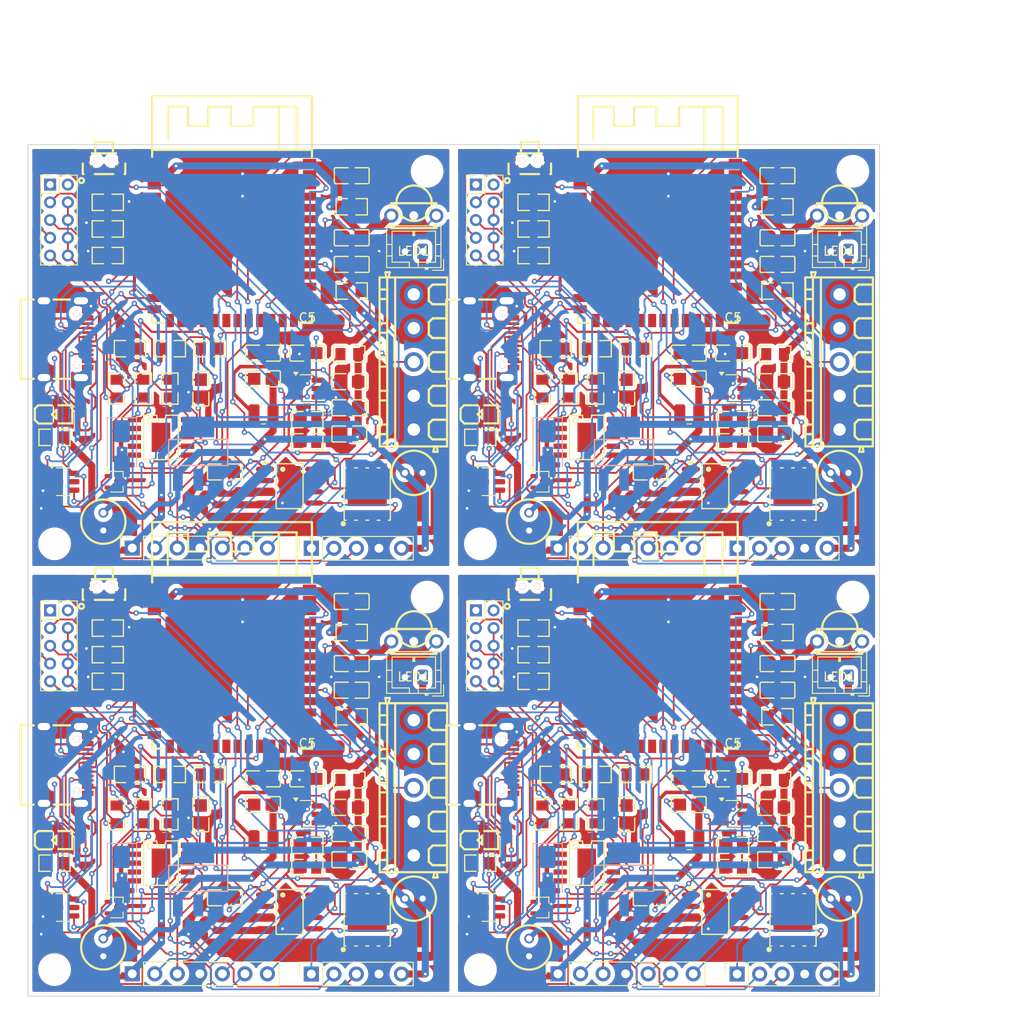
<source format=kicad_pcb>
(kicad_pcb (version 20240108) (generator "pcbnew") (generator_version "8.0")
  (layers (0 "F.Cu" signal) (31 "B.Cu" signal) (34 "B.Paste" user) (35 "F.Paste" user) (36 "B.SilkS" user "B.Silkscreen") (37 "F.SilkS" user "F.Silkscreen") (38 "B.Mask" user) (39 "F.Mask" user) (44 "Edge.Cuts" user))
  (net 0 "")
  (net 1 "Board_0-+3.3V")
  (net 2 "Board_0-+5V")
  (net 3 "Board_0-/BOOT")
  (net 4 "Board_0-/D+")
  (net 5 "Board_0-/D+_OUT")
  (net 6 "Board_0-/D-")
  (net 7 "Board_0-/D-_OUT")
  (net 8 "Board_0-/FB")
  (net 9 "Board_0-/GPIO12")
  (net 10 "Board_0-/GPIO18")
  (net 11 "Board_0-/GPIO35")
  (net 12 "Board_0-/GPIO36")
  (net 13 "Board_0-/GPIO37")
  (net 14 "Board_0-/GPIO38")
  (net 15 "Board_0-/GPIO39")
  (net 16 "Board_0-/GPIO4")
  (net 17 "Board_0-/GPIO40")
  (net 18 "Board_0-/GPIO41")
  (net 19 "Board_0-/GPIO42")
  (net 20 "Board_0-/GPIO5")
  (net 21 "Board_0-/GPIO6")
  (net 22 "Board_0-/LED_1_VCC")
  (net 23 "Board_0-/LED_DATA")
  (net 24 "Board_0-/MOS_1")
  (net 25 "Board_0-/RX")
  (net 26 "Board_0-/SW_5V")
  (net 27 "Board_0-/TX")
  (net 28 "Board_0-/VBUS_C")
  (net 29 "Board_0-/VDD_C")
  (net 30 "Board_0-/VOLT_OUT")
  (net 31 "Board_0-GND")
  (net 32 "Board_0-Net-(D1-K1)")
  (net 33 "Board_0-Net-(D1-K2)")
  (net 34 "Board_0-Net-(D2-A)")
  (net 35 "Board_0-Net-(J4-Pin_10)")
  (net 36 "Board_0-Net-(J4-Pin_3)")
  (net 37 "Board_0-Net-(J4-Pin_5)")
  (net 38 "Board_0-Net-(J4-Pin_7)")
  (net 39 "Board_0-Net-(Q3-G)")
  (net 40 "Board_0-Net-(R10-Pad2)")
  (net 41 "Board_0-Net-(U3-PG)")
  (net 42 "Board_0-Net-(U3-VBUS)")
  (net 43 "Board_0-Net-(U5-EN)")
  (net 44 "Board_0-Net-(U5-IO0)")
  (net 45 "Board_0-unconnected-(J2-SBU1-PadA8)")
  (net 46 "Board_0-unconnected-(J2-SBU2-PadB8)")
  (net 47 "Board_0-unconnected-(J4-Pin_1-Pad1)")
  (net 48 "Board_0-unconnected-(J4-Pin_2-Pad2)")
  (net 49 "Board_0-unconnected-(U1-VBUS-Pad5)")
  (net 50 "Board_0-unconnected-(U3-CFG2-Pad2)")
  (net 51 "Board_0-unconnected-(U3-CFG3-Pad3)")
  (net 52 "Board_0-unconnected-(U3-DM-Pad5)")
  (net 53 "Board_0-unconnected-(U3-DP-Pad4)")
  (net 54 "Board_0-unconnected-(U4-NC-Pad6)")
  (net 55 "Board_0-unconnected-(U4-NC-Pad7)")
  (net 56 "Board_0-unconnected-(U4-NC-Pad8)")
  (net 57 "Board_0-unconnected-(U5-IO10-Pad18)")
  (net 58 "Board_0-unconnected-(U5-IO11-Pad19)")
  (net 59 "Board_0-unconnected-(U5-IO12-Pad20)")
  (net 60 "Board_0-unconnected-(U5-IO13-Pad21)")
  (net 61 "Board_0-unconnected-(U5-IO14-Pad22)")
  (net 62 "Board_0-unconnected-(U5-IO15-Pad8)")
  (net 63 "Board_0-unconnected-(U5-IO16-Pad9)")
  (net 64 "Board_0-unconnected-(U5-IO17-Pad10)")
  (net 65 "Board_0-unconnected-(U5-IO2-Pad38)")
  (net 66 "Board_0-unconnected-(U5-IO21-Pad23)")
  (net 67 "Board_0-unconnected-(U5-IO3-Pad15)")
  (net 68 "Board_0-unconnected-(U5-IO45-Pad26)")
  (net 69 "Board_0-unconnected-(U5-IO46-Pad16)")
  (net 70 "Board_0-unconnected-(U5-IO48-Pad25)")
  (net 71 "Board_0-unconnected-(U5-IO9-Pad17)")
  (net 72 "Board_0-unconnected-(U7-EN-Pad5)")
  (net 73 "Board_0-unconnected-(U9-VOUT-Pad2)")
  (net 74 "Board_1-+3.3V")
  (net 75 "Board_1-+5V")
  (net 76 "Board_1-/BOOT")
  (net 77 "Board_1-/D+")
  (net 78 "Board_1-/D+_OUT")
  (net 79 "Board_1-/D-")
  (net 80 "Board_1-/D-_OUT")
  (net 81 "Board_1-/FB")
  (net 82 "Board_1-/GPIO12")
  (net 83 "Board_1-/GPIO18")
  (net 84 "Board_1-/GPIO35")
  (net 85 "Board_1-/GPIO36")
  (net 86 "Board_1-/GPIO37")
  (net 87 "Board_1-/GPIO38")
  (net 88 "Board_1-/GPIO39")
  (net 89 "Board_1-/GPIO4")
  (net 90 "Board_1-/GPIO40")
  (net 91 "Board_1-/GPIO41")
  (net 92 "Board_1-/GPIO42")
  (net 93 "Board_1-/GPIO5")
  (net 94 "Board_1-/GPIO6")
  (net 95 "Board_1-/LED_1_VCC")
  (net 96 "Board_1-/LED_DATA")
  (net 97 "Board_1-/MOS_1")
  (net 98 "Board_1-/RX")
  (net 99 "Board_1-/SW_5V")
  (net 100 "Board_1-/TX")
  (net 101 "Board_1-/VBUS_C")
  (net 102 "Board_1-/VDD_C")
  (net 103 "Board_1-/VOLT_OUT")
  (net 104 "Board_1-GND")
  (net 105 "Board_1-Net-(D1-K1)")
  (net 106 "Board_1-Net-(D1-K2)")
  (net 107 "Board_1-Net-(D2-A)")
  (net 108 "Board_1-Net-(J4-Pin_10)")
  (net 109 "Board_1-Net-(J4-Pin_3)")
  (net 110 "Board_1-Net-(J4-Pin_5)")
  (net 111 "Board_1-Net-(J4-Pin_7)")
  (net 112 "Board_1-Net-(Q3-G)")
  (net 113 "Board_1-Net-(R10-Pad2)")
  (net 114 "Board_1-Net-(U3-PG)")
  (net 115 "Board_1-Net-(U3-VBUS)")
  (net 116 "Board_1-Net-(U5-EN)")
  (net 117 "Board_1-Net-(U5-IO0)")
  (net 118 "Board_1-unconnected-(J2-SBU1-PadA8)")
  (net 119 "Board_1-unconnected-(J2-SBU2-PadB8)")
  (net 120 "Board_1-unconnected-(J4-Pin_1-Pad1)")
  (net 121 "Board_1-unconnected-(J4-Pin_2-Pad2)")
  (net 122 "Board_1-unconnected-(U1-VBUS-Pad5)")
  (net 123 "Board_1-unconnected-(U3-CFG2-Pad2)")
  (net 124 "Board_1-unconnected-(U3-CFG3-Pad3)")
  (net 125 "Board_1-unconnected-(U3-DM-Pad5)")
  (net 126 "Board_1-unconnected-(U3-DP-Pad4)")
  (net 127 "Board_1-unconnected-(U4-NC-Pad6)")
  (net 128 "Board_1-unconnected-(U4-NC-Pad7)")
  (net 129 "Board_1-unconnected-(U4-NC-Pad8)")
  (net 130 "Board_1-unconnected-(U5-IO10-Pad18)")
  (net 131 "Board_1-unconnected-(U5-IO11-Pad19)")
  (net 132 "Board_1-unconnected-(U5-IO12-Pad20)")
  (net 133 "Board_1-unconnected-(U5-IO13-Pad21)")
  (net 134 "Board_1-unconnected-(U5-IO14-Pad22)")
  (net 135 "Board_1-unconnected-(U5-IO15-Pad8)")
  (net 136 "Board_1-unconnected-(U5-IO16-Pad9)")
  (net 137 "Board_1-unconnected-(U5-IO17-Pad10)")
  (net 138 "Board_1-unconnected-(U5-IO2-Pad38)")
  (net 139 "Board_1-unconnected-(U5-IO21-Pad23)")
  (net 140 "Board_1-unconnected-(U5-IO3-Pad15)")
  (net 141 "Board_1-unconnected-(U5-IO45-Pad26)")
  (net 142 "Board_1-unconnected-(U5-IO46-Pad16)")
  (net 143 "Board_1-unconnected-(U5-IO48-Pad25)")
  (net 144 "Board_1-unconnected-(U5-IO9-Pad17)")
  (net 145 "Board_1-unconnected-(U7-EN-Pad5)")
  (net 146 "Board_1-unconnected-(U9-VOUT-Pad2)")
  (net 147 "Board_2-+3.3V")
  (net 148 "Board_2-+5V")
  (net 149 "Board_2-/BOOT")
  (net 150 "Board_2-/D+")
  (net 151 "Board_2-/D+_OUT")
  (net 152 "Board_2-/D-")
  (net 153 "Board_2-/D-_OUT")
  (net 154 "Board_2-/FB")
  (net 155 "Board_2-/GPIO12")
  (net 156 "Board_2-/GPIO18")
  (net 157 "Board_2-/GPIO35")
  (net 158 "Board_2-/GPIO36")
  (net 159 "Board_2-/GPIO37")
  (net 160 "Board_2-/GPIO38")
  (net 161 "Board_2-/GPIO39")
  (net 162 "Board_2-/GPIO4")
  (net 163 "Board_2-/GPIO40")
  (net 164 "Board_2-/GPIO41")
  (net 165 "Board_2-/GPIO42")
  (net 166 "Board_2-/GPIO5")
  (net 167 "Board_2-/GPIO6")
  (net 168 "Board_2-/LED_1_VCC")
  (net 169 "Board_2-/LED_DATA")
  (net 170 "Board_2-/MOS_1")
  (net 171 "Board_2-/RX")
  (net 172 "Board_2-/SW_5V")
  (net 173 "Board_2-/TX")
  (net 174 "Board_2-/VBUS_C")
  (net 175 "Board_2-/VDD_C")
  (net 176 "Board_2-/VOLT_OUT")
  (net 177 "Board_2-GND")
  (net 178 "Board_2-Net-(D1-K1)")
  (net 179 "Board_2-Net-(D1-K2)")
  (net 180 "Board_2-Net-(D2-A)")
  (net 181 "Board_2-Net-(J4-Pin_10)")
  (net 182 "Board_2-Net-(J4-Pin_3)")
  (net 183 "Board_2-Net-(J4-Pin_5)")
  (net 184 "Board_2-Net-(J4-Pin_7)")
  (net 185 "Board_2-Net-(Q3-G)")
  (net 186 "Board_2-Net-(R10-Pad2)")
  (net 187 "Board_2-Net-(U3-PG)")
  (net 188 "Board_2-Net-(U3-VBUS)")
  (net 189 "Board_2-Net-(U5-EN)")
  (net 190 "Board_2-Net-(U5-IO0)")
  (net 191 "Board_2-unconnected-(J2-SBU1-PadA8)")
  (net 192 "Board_2-unconnected-(J2-SBU2-PadB8)")
  (net 193 "Board_2-unconnected-(J4-Pin_1-Pad1)")
  (net 194 "Board_2-unconnected-(J4-Pin_2-Pad2)")
  (net 195 "Board_2-unconnected-(U1-VBUS-Pad5)")
  (net 196 "Board_2-unconnected-(U3-CFG2-Pad2)")
  (net 197 "Board_2-unconnected-(U3-CFG3-Pad3)")
  (net 198 "Board_2-unconnected-(U3-DM-Pad5)")
  (net 199 "Board_2-unconnected-(U3-DP-Pad4)")
  (net 200 "Board_2-unconnected-(U4-NC-Pad6)")
  (net 201 "Board_2-unconnected-(U4-NC-Pad7)")
  (net 202 "Board_2-unconnected-(U4-NC-Pad8)")
  (net 203 "Board_2-unconnected-(U5-IO10-Pad18)")
  (net 204 "Board_2-unconnected-(U5-IO11-Pad19)")
  (net 205 "Board_2-unconnected-(U5-IO12-Pad20)")
  (net 206 "Board_2-unconnected-(U5-IO13-Pad21)")
  (net 207 "Board_2-unconnected-(U5-IO14-Pad22)")
  (net 208 "Board_2-unconnected-(U5-IO15-Pad8)")
  (net 209 "Board_2-unconnected-(U5-IO16-Pad9)")
  (net 210 "Board_2-unconnected-(U5-IO17-Pad10)")
  (net 211 "Board_2-unconnected-(U5-IO2-Pad38)")
  (net 212 "Board_2-unconnected-(U5-IO21-Pad23)")
  (net 213 "Board_2-unconnected-(U5-IO3-Pad15)")
  (net 214 "Board_2-unconnected-(U5-IO45-Pad26)")
  (net 215 "Board_2-unconnected-(U5-IO46-Pad16)")
  (net 216 "Board_2-unconnected-(U5-IO48-Pad25)")
  (net 217 "Board_2-unconnected-(U5-IO9-Pad17)")
  (net 218 "Board_2-unconnected-(U7-EN-Pad5)")
  (net 219 "Board_2-unconnected-(U9-VOUT-Pad2)")
  (net 220 "Board_3-+3.3V")
  (net 221 "Board_3-+5V")
  (net 222 "Board_3-/BOOT")
  (net 223 "Board_3-/D+")
  (net 224 "Board_3-/D+_OUT")
  (net 225 "Board_3-/D-")
  (net 226 "Board_3-/D-_OUT")
  (net 227 "Board_3-/FB")
  (net 228 "Board_3-/GPIO12")
  (net 229 "Board_3-/GPIO18")
  (net 230 "Board_3-/GPIO35")
  (net 231 "Board_3-/GPIO36")
  (net 232 "Board_3-/GPIO37")
  (net 233 "Board_3-/GPIO38")
  (net 234 "Board_3-/GPIO39")
  (net 235 "Board_3-/GPIO4")
  (net 236 "Board_3-/GPIO40")
  (net 237 "Board_3-/GPIO41")
  (net 238 "Board_3-/GPIO42")
  (net 239 "Board_3-/GPIO5")
  (net 240 "Board_3-/GPIO6")
  (net 241 "Board_3-/LED_1_VCC")
  (net 242 "Board_3-/LED_DATA")
  (net 243 "Board_3-/MOS_1")
  (net 244 "Board_3-/RX")
  (net 245 "Board_3-/SW_5V")
  (net 246 "Board_3-/TX")
  (net 247 "Board_3-/VBUS_C")
  (net 248 "Board_3-/VDD_C")
  (net 249 "Board_3-/VOLT_OUT")
  (net 250 "Board_3-GND")
  (net 251 "Board_3-Net-(D1-K1)")
  (net 252 "Board_3-Net-(D1-K2)")
  (net 253 "Board_3-Net-(D2-A)")
  (net 254 "Board_3-Net-(J4-Pin_10)")
  (net 255 "Board_3-Net-(J4-Pin_3)")
  (net 256 "Board_3-Net-(J4-Pin_5)")
  (net 257 "Board_3-Net-(J4-Pin_7)")
  (net 258 "Board_3-Net-(Q3-G)")
  (net 259 "Board_3-Net-(R10-Pad2)")
  (net 260 "Board_3-Net-(U3-PG)")
  (net 261 "Board_3-Net-(U3-VBUS)")
  (net 262 "Board_3-Net-(U5-EN)")
  (net 263 "Board_3-Net-(U5-IO0)")
  (net 264 "Board_3-unconnected-(J2-SBU1-PadA8)")
  (net 265 "Board_3-unconnected-(J2-SBU2-PadB8)")
  (net 266 "Board_3-unconnected-(J4-Pin_1-Pad1)")
  (net 267 "Board_3-unconnected-(J4-Pin_2-Pad2)")
  (net 268 "Board_3-unconnected-(U1-VBUS-Pad5)")
  (net 269 "Board_3-unconnected-(U3-CFG2-Pad2)")
  (net 270 "Board_3-unconnected-(U3-CFG3-Pad3)")
  (net 271 "Board_3-unconnected-(U3-DM-Pad5)")
  (net 272 "Board_3-unconnected-(U3-DP-Pad4)")
  (net 273 "Board_3-unconnected-(U4-NC-Pad6)")
  (net 274 "Board_3-unconnected-(U4-NC-Pad7)")
  (net 275 "Board_3-unconnected-(U4-NC-Pad8)")
  (net 276 "Board_3-unconnected-(U5-IO10-Pad18)")
  (net 277 "Board_3-unconnected-(U5-IO11-Pad19)")
  (net 278 "Board_3-unconnected-(U5-IO12-Pad20)")
  (net 279 "Board_3-unconnected-(U5-IO13-Pad21)")
  (net 280 "Board_3-unconnected-(U5-IO14-Pad22)")
  (net 281 "Board_3-unconnected-(U5-IO15-Pad8)")
  (net 282 "Board_3-unconnected-(U5-IO16-Pad9)")
  (net 283 "Board_3-unconnected-(U5-IO17-Pad10)")
  (net 284 "Board_3-unconnected-(U5-IO2-Pad38)")
  (net 285 "Board_3-unconnected-(U5-IO21-Pad23)")
  (net 286 "Board_3-unconnected-(U5-IO3-Pad15)")
  (net 287 "Board_3-unconnected-(U5-IO45-Pad26)")
  (net 288 "Board_3-unconnected-(U5-IO46-Pad16)")
  (net 289 "Board_3-unconnected-(U5-IO48-Pad25)")
  (net 290 "Board_3-unconnected-(U5-IO9-Pad17)")
  (net 291 "Board_3-unconnected-(U7-EN-Pad5)")
  (net 292 "Board_3-unconnected-(U9-VOUT-Pad2)")
  (footprint "cheap-wled-controller:C0805" (layer "F.Cu") (at 137 33.5)
    (property "Reference" "C6" (hide yes))
    (property "Value" "10u" (hide yes))
  )
  (footprint "cheap-wled-controller:R0805" (layer "F.Cu") (at 109.5 26.5 180)
    (property "Reference" "R17" (hide yes))
    (property "Value" "6.8k" (hide yes))
  )
  (footprint "cheap-wled-controller:ESSOP-10_L4.9-W3.9-P1.0-LS6.0-TL-EP" (layer "F.Cu") (at 115.5 101 -90)
    (property "Reference" "U3" (hide yes))
    (property "Value" "CH224K" (hide yes))
  )
  (footprint "Inductor_SMD:L_1008_2520Metric" (layer "F.Cu") (at 127.058856 98.375092)
    (property "Reference" "L2" (hide yes))
    (property "Value" "4.7u" (hide yes))
  )
  (footprint "Package_TO_SOT_SMD:SOT-323_SC-70" (layer "F.Cu") (at 110.5 106)
    (property "Reference" "D1" (hide yes))
    (property "Value" "ESDA25W" (hide yes))
  )
  (footprint "cheap-wled-controller:R0805" (layer "F.Cu") (at 112 43)
    (property "Reference" "R11" (hide yes))
    (property "Value" "10k" (hide yes))
  )
  (footprint "cheap-wled-controller:C0805" (layer "F.Cu") (at 185 71.5)
    (property "Reference" "C7" (hide yes))
    (property "Value" "10u" (hide yes))
  )
  (footprint "cheap-wled-controller:R0805" (layer "F.Cu") (at 137 75)
    (property "Reference" "R6" (hide yes))
    (property "Value" "4k" (hide yes))
  )
  (footprint "cheap-wled-controller:R0805" (layer "F.Cu") (at 116.5 95.5 90)
    (property "Reference" "R5" (hide yes))
    (property "Value" "10k" (hide yes))
  )
  (footprint "Connector_JST:JST_PH_B2B-PH-K_1x02_P2.00mm_Vertical" (layer "F.Cu") (at 145 32.05 180)
    (property "Reference" "J7" (hide yes))
    (property "Value" "Conn_01x02_Pin" (hide yes))
  )
  (footprint "cheap-wled-controller:R0805" (layer "F.Cu") (at 116.5 91)
    (property "Reference" "R10" (hide yes))
    (property "Value" "10k" (hide yes))
  )
  (footprint "cheap-wled-controller:LED0805-R-RD" (layer "F.Cu") (at 151.5 98.4)
    (property "Reference" "D2" (hide yes))
    (property "Value" "LED_Small" (hide yes))
  )
  (footprint "cheap-wled-controller:R0805" (layer "F.Cu") (at 164.5 95.5 90)
    (property "Reference" "R5" (hide yes))
    (property "Value" "10k" (hide yes))
  )
  (footprint "cheap-wled-controller:C0805" (layer "F.Cu") (at 127 91.5)
    (property "Reference" "C29" (hide yes))
    (property "Value" "100n" (hide yes))
  )
  (footprint "Connector_PinSocket_2.54mm:PinSocket_1x07_P2.54mm_Vertical" (layer "F.Cu") (at 112.26 113.475 90)
    (property "Reference" "J8" (hide yes))
    (property "Value" "Conn_01x07_Pin" (hide yes))
  )
  (footprint "cheap-wled-controller:C0805" (layer "F.Cu") (at 127 94.4)
    (property "Reference" "C30" (hide yes))
    (property "Value" "56p" (hide yes))
  )
  (footprint "cheap-wled-controller:R0805" (layer "F.Cu") (at 157.5 26.5 180)
    (property "Reference" "R17" (hide yes))
    (property "Value" "6.8k" (hide yes))
  )
  (footprint "cheap-wled-controller:C0805" (layer "F.Cu") (at 175 94.4)
    (property "Reference" "C30" (hide yes))
    (property "Value" "56p" (hide yes))
  )
  (footprint "cheap-wled-controller:R0805" (layer "F.Cu") (at 110.5 95.5 90)
    (property "Reference" "R3" (hide yes))
    (property "Value" "1k" (hide yes))
  )
  (footprint "cheap-wled-controller:R0805" (layer "F.Cu") (at 109.5 77.5 180)
    (property "Reference" "R16" (hide yes))
    (property "Value" "24k" (hide yes))
  )
  (footprint "cheap-wled-controller:WIRELM-SMD_ESP32-S3-WROOM-1" (layer "F.Cu") (at 123.5 78.9375)
    (property "Reference" "U5" (hide yes))
    (property "Value" "ESP32-S3-WROOM-1-N4R2" (hide yes))
  )
  (footprint "cheap-wled-controller:R0805" (layer "F.Cu") (at 185 27)
    (property "Reference" "R6" (hide yes))
    (property "Value" "4k" (hide yes))
  )
  (footprint "cheap-wled-controller:C0805" (layer "F.Cu") (at 122.7 104.9)
    (property "Reference" "C1" (hide yes))
    (property "Value" "10u" (hide yes))
  )
  (footprint "Connector_PinHeader_2.00mm:PinHeader_2x05_P2.00mm_Vertical" (layer "F.Cu") (at 103 72.5)
    (property "Reference" "J4" (hide yes))
    (property "Value" "Conn_02x05_Odd_Even" (hide yes))
  )
  (footprint "cheap-wled-controller:C0805" (layer "F.Cu") (at 180 91.5)
    (property "Reference" "C5")
    (property "Value" "10u")
  )
  (footprint "cheap-wled-controller:C0805" (layer "F.Cu") (at 132 43.5)
    (property "Reference" "C5")
    (property "Value" "10u")
  )
  (footprint "cheap-wled-controller:C0805" (layer "F.Cu") (at 136.730449 97.666816)
    (property "Reference" "C9" (hide yes))
    (property "Value" "1u" (hide yes))
  )
  (footprint "cheap-wled-controller:CAP-TH_BD5.0-P2.00-D0.5-FD-1" (layer "F.Cu") (at 192 105)
    (property "Reference" "C10" (hide yes))
    (property "Value" "50YXJ22M5X11" (hide yes))
  )
  (footprint "cheap-wled-controller:C0805" (layer "F.Cu") (at 168 47.5 90)
    (property "Reference" "C2" (hide yes))
    (property "Value" "1u" (hide yes))
  )
  (footprint "cheap-wled-controller:R0805" (layer "F.Cu") (at 137 36.5)
    (property "Reference" "R7" (hide yes))
    (property "Value" "4k" (hide yes))
  )
  (footprint "cheap-wled-controller:R0805" (layer "F.Cu") (at 164.5 43)
    (property "Reference" "R10" (hide yes))
    (property "Value" "10k" (hide yes))
  )
  (footprint "cheap-wled-controller:WIRELM-SMD_ESP32-S3-WROOM-1" (layer "F.Cu") (at 171.5 30.9375)
    (property "Reference" "U5" (hide yes))
    (property "Value" "ESP32-S3-WROOM-1-N4R2" (hide yes))
  )
  (footprint "cheap-wled-controller:CONN-TH_5P-P3.81_KF124-3.81-5P" (layer "F.Cu") (at 144 44.5 -90)
    (property "Reference" "J10" (hide yes))
    (property "Value" "Conn_01x05_Pin" (hide yes))
  )
  (footprint "cheap-wled-controller:C0805" (layer "F.Cu") (at 170.7 104.9)
    (property "Reference" "C1" (hide yes))
    (property "Value" "10u" (hide yes))
  )
  (footprint "cheap-wled-controller:R0805" (layer "F.Cu") (at 121 91 180)
    (property "Reference" "R15" (hide yes))
    (property "Value" "56k" (hide yes))
  )
  (footprint "cheap-wled-controller:R0805" (layer "F.Cu") (at 109.5 80.5)
    (property "Reference" "R2" (hide yes))
    (property "Value" "56k" (hide yes))
  )
  (footprint "cheap-wled-controller:SENSOR-TG_TSOP38236" (layer "F.Cu") (at 144 28 180)
    (property "Reference" "LED1")
    (property "Value" "TSOP38238")
  )
  (footprint "Inductor_SMD:L_1008_2520Metric" (layer "F.Cu") (at 175.058856 98.375092)
    (property "Reference" "L2" (hide yes))
    (property "Value" "4.7u" (hide yes))
  )
  (footprint "Connector_PinSocket_2.54mm:PinSocket_1x07_P2.54mm_Vertical" (layer "F.Cu") (at 160.26 113.475 90)
    (property "Reference" "J8" (hide yes))
    (property "Value" "Conn_01x07_Pin" (hide yes))
  )
  (footprint "cheap-wled-controller:SW-SMD_TSA245G00D-250" (layer "F.Cu") (at 109.0725 70.135)
    (property "Reference" "SW1" (hide yes))
    (property "Value" "SW_Push")
  )
  (footprint "cheap-wled-controller:LED0805-R-RD" (layer "F.Cu") (at 103.5 98.4)
    (property "Reference" "D2" (hide yes))
    (property "Value" "LED_Small" (hide yes))
  )
  (footprint "Connector_PinSocket_2.54mm:PinSocket_1x05_P2.54mm_Vertical" (layer "F.Cu") (at 132.45 65.5 90)
    (property "Reference" "J6" (hide yes))
    (property "Value" "Conn_01x05_Pin" (hide yes))
  )
  (footprint "cheap-wled-controller:C0805" (layer "F.Cu") (at 136.730449 94.716816)
    (property "Reference" "C8" (hide yes))
    (property "Value" "10u" (hide yes))
  )
  (footprint "cheap-wled-controller:C0805" (layer "F.Cu") (at 175 46.4)
    (property "Reference" "C30" (hide yes))
    (property "Value" "56p" (hide yes))
  )
  (footprint "cheap-wled-controller:CAP-TH_BD5.0-P2.00-D0.5-FD-1" (layer "F.Cu") (at 144 105)
    (property "Reference" "C10" (hide yes))
    (property "Value" "50YXJ22M5X11" (hide yes))
  )
  (footprint "cheap-wled-controller:C0805" (layer "F.Cu") (at 137 23.5)
    (property "Reference" "C7" (hide yes))
    (property "Value" "10u" (hide yes))
  )
  (footprint "cheap-wled-controller:R0805" (layer "F.Cu") (at 116.5 43)
    (property "Reference" "R10" (hide yes))
    (property "Value" "10k" (hide yes))
  )
  (footprint "Package_TO_SOT_SMD:SOT-23-6" (layer "F.Cu") (at 132 47.5)
    (property "Reference" "U7" (hide yes))
    (property "Value" "TPS54202DDC" (hide yes))
  )
  (footprint "cheap-wled-controller:R0805" (layer "F.Cu") (at 157.5 77.5 180)
    (property "Reference" "R16" (hide yes))
    (property "Value" "24k" (hide yes))
  )
  (footprint "cheap-wled-controller:R0805" (layer "F.Cu") (at 161.5 95.5 90)
    (property "Reference" "R4" (hide yes))
    (property "Value" "10k" (hide yes))
  )
  (footprint "cheap-wled-controller:R0805" (layer "F.Cu") (at 132 53.5)
    (property "Reference" "R22" (hide yes))
    (property "Value" "27k" (hide yes))
  )
  (footprint "cheap-wled-controller:R0805" (layer "F.Cu") (at 113.5 47.5 90)
    (property "Reference" "R4" (hide yes))
    (property "Value" "10k" (hide yes))
  )
  (footprint "MountingHole:MountingHole_3.2mm_M3" (layer "F.Cu") (at 145.5 23)
    (property "Reference" "H2" (hide yes))
    (property "Value" "~")
  )
  (footprint "cheap-wled-controller:ESSOP-10_L4.9-W3.9-P1.0-LS6.0-TL-EP" (layer "F.Cu") (at 163.5 101 -90)
    (property "Reference" "U3" (hide yes))
    (property "Value" "CH224K" (hide yes))
  )
  (footprint "cheap-wled-controller:SOIC-8_L4.9-W3.9-P1.27-LS6.0-BL" (layer "F.Cu") (at 130 58.5 -90)
    (property "Reference" "U4" (hide yes))
    (property "Value" "MX5014S" (hide yes))
  )
  (footprint "cheap-wled-controller:R0805" (layer "F.Cu") (at 169 91 180)
    (property "Reference" "R15" (hide yes))
    (property "Value" "56k" (hide yes))
  )
  (footprint "cheap-wled-controller:C0805" (layer "F.Cu") (at 184.730449 46.716816)
    (property "Reference" "C8" (hide yes))
    (property "Value" "10u" (hide yes))
  )
  (footprint "cheap-wled-controller:USB-C_SMD-TYPE-C-31-M-12" (layer "F.Cu") (at 104.77 41.93 -90)
    (property "Reference" "J2" (hide yes))
    (property "Value" "USB_C_Receptacle" (hide yes))
  )
  (footprint "Package_TO_SOT_SMD:SOT-23-6" (layer "F.Cu") (at 152.5 106)
    (property "Reference" "U1" (hide yes))
    (property "Value" "USBLC6-2SC6" (hide yes))
  )
  (footprint "Package_TO_SOT_SMD:SOT-323_SC-70" (layer "F.Cu") (at 110.5 58)
    (property "Reference" "D1" (hide yes))
    (property "Value" "ESDA25W" (hide yes))
  )
  (footprint "cheap-wled-controller:R0805" (layer "F.Cu") (at 109.5 32.5)
    (property "Reference" "R2" (hide yes))
    (property "Value" "56k" (hide yes))
  )
  (footprint "cheap-wled-controller:R0805" (layer "F.Cu") (at 157.5 74.5 180)
    (property "Reference" "R17" (hide yes))
    (property "Value" "6.8k" (hide yes))
  )
  (footprint "cheap-wled-controller:C0805" (layer "F.Cu") (at 132 91.5)
    (property "Reference" "C5")
    (property "Value" "10u")
  )
  (footprint "Connector_JST:JST_PH_B2B-PH-K_1x02_P2.00mm_Vertical" (layer "F.Cu") (at 145 80.05 180)
    (property "Reference" "J7" (hide yes))
    (property "Value" "Conn_01x02_Pin" (hide yes))
  )
  (footprint "cheap-wled-controller:DFN-8_L5.9-W5.2-P1.27-LS6.2-BL" (layer "F.Cu") (at 186.750345 59.360345)
    (property "Reference" "Q3" (hide yes))
    (property "Value" "NMOS" (hide yes))
  )
  (footprint "cheap-wled-controller:R0805" (layer "F.Cu") (at 164.5 91)
    (property "Reference" "R10" (hide yes))
    (property "Value" "10k" (hide yes))
  )
  (footprint "cheap-wled-controller:R0805" (layer "F.Cu") (at 158.5 47.5 90)
    (property "Reference" "R3" (hide yes))
    (property "Value" "1k" (hide yes))
  )
  (footprint "cheap-wled-controller:R0805" (layer "F.Cu") (at 157.5 32.5)
    (property "Reference" "R2" (hide yes))
    (property "Value" "56k" (hide yes))
  )
  (footprint "cheap-wled-controller:SOIC-8_L4.9-W3.9-P1.27-LS6.0-BL" (layer "F.Cu") (at 178 106.5 -90)
    (property "Reference" "U4" (hide yes))
    (property "Value" "MX5014S" (hide yes))
  )
  (footprint "cheap-wled-controller:R0805" (layer "F.Cu") (at 157.5 29.5 180)
    (property "Reference" "R16" (hide yes))
    (property "Value" "24k" (hide yes))
  )
  (footprint "cheap-wled-controller:CONN-TH_5P-P3.81_KF124-3.81-5P" (layer "F.Cu") (at 144 92.5 -90)
    (property "Reference" "J10" (hide yes))
    (property "Value" "Conn_01x05_Pin" (hide yes))
  )
  (footprint "cheap-wled-controller:C0805" (layer "F.Cu") (at 137 30.5)
    (property "Reference" "C3" (hide yes))
    (property "Value" "0.1u" (hide yes))
  )
  (footprint "Connector_JST:JST_PH_B2B-PH-K_1x02_P2.00mm_Vertical" (layer "F.Cu") (at 193 32.05 180)
    (property "Reference" "J7" (hide yes))
    (property "Value" "Conn_01x02_Pin" (hide yes))
  )
  (footprint "Package_TO_SOT_SMD:SOT-323_SC-70" (layer "F.Cu") (at 158.5 106)
    (property "Reference" "D1" (hide yes))
    (property "Value" "ESDA25W" (hide yes))
  )
  (footprint "MountingHole:MountingHole_3.2mm_M3" (layer "F.Cu") (at 103.5 113)
    (property "Reference" "H3" (hide yes))
    (property "Value" "~")
  )
  (footprint "cheap-wled-controller:CAP-TH_BD5.0-P2.00-D0.5-FD-1" (layer "F.Cu") (at 192 57)
    (property "Reference" "C10" (hide yes))
    (property "Value" "50YXJ22M5X11" (hide yes))
  )
  (footprint "cheap-wled-controller:R0805" (layer "F.Cu") (at 113.5 95.5 90)
    (property "Reference" "R4" (hide yes))
    (property "Value" "10k" (hide yes))
  )
  (footprint "cheap-wled-controller:C0805" (layer "F.Cu") (at 184.730449 94.716816)
    (property "Reference" "C8" (hide yes))
    (property "Value" "10u" (hide yes))
  )
  (footprint "Connector_JST:JST_PH_B2B-PH-K_1x02_P2.00mm_Vertical" (layer "F.Cu") (at 193 80.05 180)
    (property "Reference" "J7" (hide yes))
    (property "Value" "Conn_01x02_Pin" (hide yes))
  )
  (footprint "cheap-wled-controller:CAP-TH_BD5.0-P2.00-D0.5-FD-1" (layer "F.Cu") (at 109 110.5 -90)
    (property "Reference" "C11" (hide yes))
    (property "Value" "50YXJ22M5X11" (hide yes))
  )
  (footprint "Package_TO_SOT_SMD:SOT-23-6" (layer "F.Cu") (at 180 95.5)
    (property "Reference" "U7" (hide yes))
    (property "Value" "TPS54202DDC" (hide yes))
  )
  (footprint "cheap-wled-controller:R0805" (layer "F.Cu") (at 136.730449 91.616816)
    (property "Reference" "R20" (hide yes))
    (property "Value" "100k" (hide yes))
  )
  (footprint "MountingHole:MountingHole_3.2mm_M3" (layer "F.Cu") (at 151.5 113)
    (property "Reference" "H3" (hide yes))
    (property "Value" "~")
  )
  (footprint "cheap-wled-controller:C0805" (layer "F.Cu") (at 184.730449 49.666816)
    (property "Reference" "C9" (hide yes))
    (property "Value" "1u" (hide yes))
  )
  (footprint "Connector_PinSocket_2.54mm:PinSocket_1x05_P2.54mm_Vertical" (layer "F.Cu") (at 132.45 113.5 90)
    (property "Reference" "J6" (hide yes))
    (property "Value" "Conn_01x05_Pin" (hide yes))
  )
  (footprint "cheap-wled-controller:C0805" (layer "F.Cu") (at 185 33.5)
    (property "Reference" "C6" (hide yes))
    (property "Value" "10u" (hide yes))
  )
  (footprint "cheap-wled-controller:SOIC-8_L4.9-W3.9-P1.27-LS6.0-BL" (layer "F.Cu") (at 130 106.5 -90)
    (property "Reference" "U4" (hide yes))
    (property "Value" "MX5014S" (hide yes))
  )
  (footprint "cheap-wled-controller:C0805" (layer "F.Cu") (at 168 95.5 90)
    (property "Reference" "C2" (hide yes))
    (property "Value" "1u" (hide yes))
  )
  (footprint "cheap-wled-controller:R0805" (layer "F.Cu") (at 132 51)
    (property "Reference" "R13" (hide yes))
    (property "Value" "27k" (hide yes))
  )
  (footprint "cheap-wled-controller:R0805" (layer "F.Cu") (at 112 91)
    (property "Reference" "R11" (hide yes))
    (property "Value" "10k" (hide yes))
  )
  (footprint "cheap-wled-controller:C0805" (layer "F.Cu") (at 120 95.5 90)
    (property "Reference" "C2" (hide yes))
    (property "Value" "1u" (hide yes))
  )
  (footprint "cheap-wled-controller:SENSOR-TG_TSOP38236" (layer "F.Cu") (at 192 28 180)
    (property "Reference" "LED1")
    (property "Value" "TSOP38238")
  )
  (footprint "cheap-wled-controller:USB-C_SMD-TYPE-C-31-M-12" (layer "F.Cu") (at 152.77 41.93 -90)
    (property "Reference" "J2" (hide yes))
    (property "Value" "USB_C_Receptacle" (hide yes))
  )
  (footprint "cheap-wled-controller:R0805" (layer "F.Cu") (at 116.5 47.5 90)
    (property "Reference" "R5" (hide yes))
    (property "Value" "10k" (hide yes))
  )
  (footprint "cheap-wled-controller:R0805" (layer "F.Cu") (at 180 101.5)
    (property "Reference" "R22" (hide yes))
    (property "Value" "27k" (hide yes))
  )
  (footprint "Package_TO_SOT_SMD:SOT-23-6" (layer "F.Cu") (at 152.5 58)
    (property "Reference" "U1" (hide yes))
    (property "Value" "USBLC6-2SC6" (hide yes))
  )
  (footprint "cheap-wled-controller:LED0805-R-RD" (layer "F.Cu") (at 151.5 50.4)
    (property "Reference" "D2" (hide yes))
    (property "Value" "LED_Small" (hide yes))
  )
  (footprint "Connector_PinSocket_2.54mm:PinSocket_1x07_P2.54mm_Vertical" (layer "F.Cu") (at 112.26 65.475 90)
    (property "Reference" "J8" (hide yes))
    (property "Value" "Conn_01x07_Pin" (hide yes))
  )
  (footprint "cheap-wled-controller:R0805" (layer "F.Cu") (at 137 27)
    (property "Reference" "R6" (hide yes))
    (property "Value" "4k" (hide yes))
  )
  (footprint "cheap-wled-controller:R0805" (layer "F.Cu") (at 185 75)
    (property "Reference" "R6" (hide yes))
    (property "Value" "4k" (hide yes))
  )
  (footprint "Inductor_SMD:L_1008_2520Metric" (layer "F.Cu") (at 127.058856 50.375092)
    (property "Reference" "L2" (hide yes))
    (property "Value" "4.7u" (hide yes))
  )
  (footprint "cheap-wled-controller:R0805" (layer "F.Cu") (at 157.5 80.5)
    (property "Reference" "R2" (hide yes))
    (property "Value" "56k" (hide yes))
  )
  (footprint "MountingHole:MountingHole_3.2mm_M3" (layer "F.Cu") (at 193.5 23)
    (property "Reference" "H2" (hide yes))
    (property "Value" "~")
  )
  (footprint "cheap-wled-controller:DFN-8_L5.9-W5.2-P1.27-LS6.2-BL" (layer "F.Cu") (at 138.750345 107.360345)
    (property "Reference" "Q3" (hide yes))
    (property "Value" "NMOS" (hide yes))
  )
  (footprint "cheap-wled-controller:ESSOP-10_L4.9-W3.9-P1.0-LS6.0-TL-EP" (layer "F.Cu") (at 163.5 53 -90)
    (property "Reference" "U3" (hide yes))
    (property "Value" "CH224K" (hide yes))
  )
  (footprint "cheap-wled-controller:C0805" (layer "F.Cu") (at 136.730449 49.666816)
    (property "Reference" "C9" (hide yes))
    (property "Value" "1u" (hide yes))
  )
  (footprint "cheap-wled-controller:SENSOR-TG_TSOP38236" (layer "F.Cu") (at 192 76 180)
    (property "Reference" "LED1")
    (property "Value" "TSOP38238")
  )
  (footprint "cheap-wled-controller:C0805" (layer "F.Cu") (at 137 81.5)
    (property "Reference" "C6" (hide yes))
    (property "Value" "10u" (hide yes))
  )
  (footprint "cheap-wled-controller:C0805" (layer "F.Cu") (at 184.730449 52.616816)
    (property "Reference" "C4" (hide yes))
    (property "Value" "10u" (hide yes))
  )
  (footprint "cheap-wled-controller:R0805" (layer "F.Cu") (at 160 43)
    (property "Reference" "R11" (hide yes))
    (property "Value" "10k" (hide yes))
  )
  (footprint "cheap-wled-controller:R0805" (layer "F.Cu") (at 184.730449 43.616816)
    (property "Reference" "R20" (hide yes))
    (property "Value" "100k" (hide yes))
  )
  (footprint "cheap-wled-controller:R0805" (layer "F.Cu") (at 161.5 47.5 90)
    (property "Reference" "R4" (hide yes))
    (property "Value" "10k" (hide yes))
  )
  (footprint "cheap-wled-controller:C0805" (layer "F.Cu") (at 185 81.5)
    (property "Reference" "C6" (hide yes))
    (property "Value" "10u" (hide yes))
  )
  (footprint "cheap-wled-controller:C0805" (layer "F.Cu") (at 136.730449 46.716816)
    (property "Reference" "C8" (hide yes))
    (property "Value" "10u" (hide yes))
  )
  (footprint "cheap-wled-controller:R0805" (layer "F.Cu") (at 185 36.5)
    (property "Reference" "R7" (hide yes))
    (property "Value" "4k" (hide yes))
  )
  (footprint "cheap-wled-controller:C0805" (layer "F.Cu") (at 136.730449 100.616816)
    (property "Reference" "C4" (hide yes))
    (property "Value" "10u" (hide yes))
  )
  (footprint "cheap-wled-controller:C0805" (layer "F.Cu") (at 184.730449 97.666816)
    (property "Reference" "C9" (hide yes))
    (property "Value" "1u" (hide yes))
  )
  (footprint "cheap-wled-controller:C0805" (layer "F.Cu") (at 136.730449 52.616816)
    (property "Reference" "C4" (hide yes))
    (property "Value" "10u" (hide yes))
  )
  (footprint "cheap-wled-controller:WIRELM-SMD_ESP32-S3-WROOM-1" (layer "F.Cu") (at 171.5 78.9375)
    (property "Reference" "U5" (hide yes))
    (property "Value" "ESP32-S3-WROOM-1-N4R2" (hide yes))
  )
  (footprint "Inductor_SMD:L_1008_2520Metric" (layer "F.Cu") (at 175.058856 50.375092)
    (property "Reference" "L2" (hide yes))
    (property "Value" "4.7u" (hide yes))
  )
  (footprint "cheap-wled-controller:C0805" (layer "F.Cu") (at 127 43.5)
    (property "Reference" "C29" (hide yes))
    (property "Value" "100n" (hide yes))
  )
  (footprint "cheap-wled-controller:CAP-TH_BD5.0-P2.00-D0.5-FD-1" (layer "F.Cu") (at 157 62.5 -90)
    (property "Reference" "C11" (hide yes))
    (property "Value" "50YXJ22M5X11" (hide yes))
  )
  (footprint "Connector_PinSocket_2.54mm:PinSocket_1x05_P2.54mm_Vertical" (layer "F.Cu") (at 180.45 65.5 90)
    (property "Reference" "J6" (hide yes))
    (property "Value" "Conn_01x05_Pin" (hide yes))
  )
  (footprint "cheap-wled-controller:R0805" (layer "F.Cu") (at 132 99)
    (property "Reference" "R13" (hide yes))
    (property "Value" "27k" (hide yes))
  )
  (footprint "cheap-wled-controller:USB-C_SMD-TYPE-C-31-M-12" (layer "F.Cu") (at 104.77 89.93 -90)
    (property "Reference" "J2" (hide yes))
    (property "Value" "USB_C_Receptacle" (hide yes))
  )
  (footprint "cheap-wled-controller:R0805" (layer "F.Cu") (at 180 53.5)
    (property "Reference" "R22" (hide yes))
    (property "Value" "27k" (hide yes))
  )
  (footprint "cheap-wled-controller:C0805" (layer "F.Cu") (at 170.7 56.9)
    (property "Reference" "C1" (hide yes))
    (property "Value" "10u" (hide yes))
  )
  (footprint "cheap-wled-controller:C0805" (layer "F.Cu") (at 185 30.5)
    (property "Reference" "C3" (hide yes))
    (property "Value" "0.1u" (hide yes))
  )
  (footprint "cheap-wled-controller:C0805" (layer "F.Cu") (at 185 23.5)
    (property "Reference" "C7" (hide yes))
    (property "Value" "10u" (hide yes))
  )
  (footprint "cheap-wled-controller:SW-SMD_TSA245G00D-250" (layer "F.Cu") (at 109.0725 22.135)
    (property "Reference" "SW1" (hide yes))
    (property "Value" "SW_Push")
  )
  (footprint "MountingHole:MountingHole_3.2mm_M3" (layer "F.Cu") (at 145.5 71)
    (property "Reference" "H2" (hide yes))
    (property "Value" "~")
  )
  (footprint "Connector_PinSocket_2.54mm:PinSocket_1x05_P2.54mm_Vertical" (layer "F.Cu") (at 180.45 113.5 90)
    (property "Reference" "J6" (hide yes))
    (property "Value" "Conn_01x05_Pin" (hide yes))
  )
  (footprint "cheap-wled-controller:C0805" (layer "F.Cu") (at 180 43.5)
    (property "Reference" "C5")
    (property "Value" "10u")
  )
  (footprint "cheap-wled-controller:R0805" (layer "F.Cu") (at 109.5 29.5 180)
    (property "Reference" "R16" (hide yes))
    (property "Value" "24k" (hide yes))
  )
  (footprint "cheap-wled-controller:R0805" (layer "F.Cu") (at 132 101.5)
    (property "Reference" "R22" (hide yes))
    (property "Value" "27k" (hide yes))
  )
  (footprint "cheap-wled-controller:ESSOP-10_L4.9-W3.9-P1.0-LS6.0-TL-EP" (layer "F.Cu") (at 115.5 53 -90)
    (property "Reference" "U3" (hide yes))
    (property "Value" "CH224K" (hide yes))
  )
  (footprint "cheap-wled-controller:R0805" (layer "F.Cu") (at 151.5 53)
    (property "Reference" "R14" (hide yes))
    (property "Value" "10k" (hide yes))
  )
  (footprint "cheap-wled-controller:SOIC-8_L4.9-W3.9-P1.27-LS6.0-BL" (layer "F.Cu") (at 178 58.5 -90)
    (property "Reference" "U4" (hide yes))
    (property "Value" "MX5014S" (hide yes))
  )
  (footprint "cheap-wled-controller:C0805" (layer "F.Cu") (at 175 91.5)
    (property "Reference" "C29" (hide yes))
    (property "Value" "100n" (hide yes))
  )
  (footprint "cheap-wled-controller:R0805" (layer "F.Cu") (at 151.5 101)
    (property "Reference" "R14" (hide yes))
    (property "Value" "10k" (hide yes))
  )
  (footprint "cheap-wled-controller:R0805" (layer "F.Cu") (at 185 84.5)
    (property "Reference" "R7" (hide yes))
    (property "Value" "4k" (hide yes))
  )
  (footprint "cheap-wled-controller:DFN-8_L5.9-W5.2-P1.27-LS6.2-BL" (layer "F.Cu") (at 186.750345 107.360345)
    (property "Reference" "Q3" (hide yes))
    (property "Value" "NMOS" (hide yes))
  )
  (footprint "cheap-wled-controller:C0805" (layer "F.Cu") (at 122.7 56.9)
    (property "Reference" "C1" (hide yes))
    (property "Value" "10u" (hide yes))
  )
  (footprint "cheap-wled-controller:C0805" (layer "F.Cu") (at 175 43.5)
    (property "Reference" "C29" (hide yes))
    (property "Value" "100n" (hide yes))
  )
  (footprint "cheap-wled-controller:SW-SMD_TSA245G00D-250" (layer "F.Cu") (at 157.0725 70.135)
    (property "Reference" "SW1" (hide yes))
    (property "Value" "SW_Push")
  )
  (footprint "cheap-wled-controller:R0805" (layer "F.Cu") (at 180 51)
    (property "Reference" "R13" (hide yes))
    (property "Value" "27k" (hide yes))
  )
  (footprint "Package_TO_SOT_SMD:SOT-23-6" (layer "F.Cu") (at 132 95.5)
    (property "Reference" "U7" (hide yes))
    (property "Value" "TPS54202DDC" (hide yes))
  )
  (footprint "Connector_PinSocket_2.54mm:PinSocket_1x07_P2.54mm_Vertical" (layer "F.Cu") (at 160.26 65.475 90)
    (property "Reference" "J8" (hide yes))
    (property "Value" "Conn_01x07_Pin" (hide yes))
  )
  (footprint "cheap-wled-controller:C0805" (layer "F.Cu") (at 184.730449 100.616816)
    (property "Reference" "C4" (hide yes))
    (property "Value" "10u" (hide yes))
  )
  (footprint "cheap-wled-controller:C0805" (layer "F.Cu") (at 127 46.4)
    (property "Reference" "C30" (hide yes))
    (property "Value" "56p" (hide yes))
  )
  (footprint "cheap-wled-controller:C0805" (layer "F.Cu") (at 137 78.5)
    (property "Reference" "C3" (hide yes))
    (property "Value" "0.1u" (hide yes))
  )
  (footprint "cheap-wled-controller:CAP-TH_BD5.0-P2.00-D0.5-FD-1" (layer "F.Cu") (at 144 57)
    (property "Reference" "C10" (hide yes))
    (property "Value" "50YXJ22M5X11" (hide yes))
  )
  (footprint "MountingHole:MountingHole_3.2mm_M3" (layer "F.Cu") (at 151.5 65)
    (property "Reference" "H3" (hide yes))
    (property "Value" "~")
  )
  (footprint "Connector_PinHeader_2.00mm:PinHeader_2x05_P2.00mm_Vertical" (layer "F.Cu") (at 103 24.5)
    (property "Reference" "J4" (hide yes))
    (property "Value" "Conn_02x05_Odd_Even" (hide yes))
  )
  (footprint "Package_TO_SOT_SMD:SOT-23-6" (layer "F.Cu") (at 104.5 106)
    (property "Reference" "U1" (hide yes))
    (property "Value" "USBLC6-2SC6" (hide yes))
  )
  (footprint "cheap-wled-controller:R0805" (layer "F.Cu") (at 121 43 180)
    (property "Reference" "R15" (hide yes))
    (property "Value" "56k" (hide yes))
  )
  (footprint "cheap-wled-controller:R0805" (layer "F.Cu") (at 109.5 74.5 180)
    (property "Reference" "R17" (hide yes))
    (property "Value" "6.8k" (hide yes))
  )
  (footprint "cheap-wled-controller:LED0805-R-RD" (layer "F.Cu") (at 103.5 50.4)
    (property "Reference" "D2" (hide yes))
    (property "Value" "LED_Small" (hide yes))
  )
  (footprint "cheap-wled-controller:R0805" (layer "F.Cu") (at 184.730449 91.616816)
    (property "Reference" "R20" (hide yes))
    (property "Value" "100k" (hide yes))
  )
  (footprint "cheap-wled-controller:C0805" (layer "F.Cu") (at 120 47.5 90)
    (property "Reference" "C2" (hide yes))
    (property "Value" "1u" (hide yes))
  )
  (footprint "cheap-wled-controller:R0805" (layer "F.Cu") (at 136.730449 43.616816)
    (property "Reference" "R20" (hide yes))
    (property "Value" "100k" (hide yes))
  )
  (footprint "Connector_PinHeader_2.00mm:PinHeader_2x05_P2.00mm_Vertical" (layer "F.Cu") (at 151 72.5)
    (property "Reference" "J4" (hide yes))
    (property "Value" "Conn_02x05_Odd_Even" (hide yes))
  )
  (footprint "cheap-wled-controller:CAP-TH_BD5.0-P2.00-D0.5-FD-1" (layer "F.Cu") (at 157 110.5 -90)
    (property "Reference" "C11" (hide yes))
    (property "Value" "50YXJ22M5X11" (hide yes))
  )
  (footprint "cheap-wled-controller:R0805" (layer "F.Cu") (at 164.5 47.5 90)
    (property "Reference" "R5" (hide yes))
    (property "Value" "10k" (hide yes))
  )
  (footprint "cheap-wled-controller:USB-C_SMD-TYPE-C-31-M-12" (layer "F.Cu") (at 152.77 89.93 -90)
    (property "Reference" "J2" (hide yes))
    (property "Value" "USB_C_Receptacle" (hide yes))
  )
  (footprint "cheap-wled-controller:CAP-TH_BD5.0-P2.00-D0.5-FD-1" (layer "F.Cu") (at 109 62.5 -90)
    (property "Reference" "C11" (hide yes))
    (property "Value" "50YXJ22M5X11" (hide yes))
  )
  (footprint "cheap-wled-controller:R0805" (layer "F.Cu") (at 103.5 53)
    (property "Reference" "R14" (hide yes))
    (property "Value" "10k" (hide yes))
  )
  (footprint "cheap-wled-controller:R0805" (layer "F.Cu") (at 103.5 101)
    (property "Reference" "R14" (hide yes))
    (property "Value" "10k" (hide yes))
  )
  (footprint "Package_TO_SOT_SMD:SOT-23-6" (layer "F.Cu") (at 104.5 58)
    (property "Reference" "U1" (hide yes))
    (property "Value" "USBLC6-2SC6" (hide yes))
  )
  (footprint "cheap-wled-controller:CONN-TH_5P-P3.81_KF124-3.81-5P" (layer "F.Cu") (at 192 92.5 -90)
    (property "Reference" "J10" (hide yes))
    (property "Value" "Conn_01x05_Pin" (hide yes))
  )
  (footprint "Package_TO_SOT_SMD:SOT-23-6" (layer "F.Cu") (at 180 47.5)
    (property "Reference" "U7" (hide yes))
    (property "Value" "TPS54202DDC" (hide yes))
  )
  (footprint "cheap-wled-controller:WIRELM-SMD_ESP32-S3-WROOM-1" (layer "F.Cu") (at 123.5 30.9375)
    (property "Reference" "U5" (hide yes))
    (property "Value" "ESP32-S3-WROOM-1-N4R2" (hide yes))
  )
  (footprint "cheap-wled-controller:R0805" (layer "F.Cu") (at 180 99)
    (property "Reference" "R13" (hide yes))
    (property "Value" "27k" (hide yes))
  )
  (footprint "cheap-wled-controller:CONN-TH_5P-P3.81_KF124-3.81-5P" (layer "F.Cu") (at 192 44.5 -90)
    (property "Reference" "J10" (hide yes))
    (property "Value" "Conn_01x05_Pin" (hide yes))
  )
  (footprint "cheap-wled-controller:R0805" (layer "F.Cu") (at 110.5 47.5 90)
    (property "Reference" "R3" (hide yes))
    (property "Value" "1k" (hide yes))
  )
  (footprint "MountingHole:MountingHole_3.2mm_M3" (layer "F.Cu") (at 193.5 71)
    (property "Reference" "H2" (hide yes))
    (property "Value" "~")
  )
  (footprint "cheap-wled-controller:R0805" (layer "F.Cu") (at 158.5 95.5 90)
    (property "Reference" "R3" (hide yes))
    (property "Value" "1k" (hide yes))
  )
  (footprint "cheap-wled-controller:R0805" (layer "F.Cu") (at 137 84.5)
    (property "Reference" "R7" (hide yes))
    (property "Value" "4k" (hide yes))
  )
  (footprint "cheap-wled-controller:SW-SMD_TSA245G00D-250" (layer "F.Cu") (at 157.0725 22.135)
    (property "Reference" "SW1" (hide yes))
    (property "Value" "SW_Push")
  )
  (footprint "cheap-wled-controller:R0805" (layer "F.Cu") (at 169 43 180)
    (property "Reference" "R15" (hide yes))
    (property "Value" "56k" (hide yes))
  )
  (footprint "MountingHole:MountingHole_3.2mm_M3" (layer "F.Cu") (at 103.5 65)
    (property "Reference" "H3" (hide yes))
    (property "Value" "~")
  )
  (footprint "cheap-wled-controller:SENSOR-TG_TSOP38236" (layer "F.Cu") (at 144 76 180)
    (property "Reference" "LED1")
    (property "Value" "TSOP38238")
  )
  (footprint "cheap-wled-controller:R0805" (layer "F.Cu") (at 160 91)
    (property "Reference" "R11" (hide yes))
    (property "Value" "10k" (hide yes))
  )
  (footprint "Connector_PinHeader_2.00mm:PinHeader_2x05_P2.00mm_Vertical" (layer "F.Cu") (at 151 24.5)
    (property "Reference" "J4" (hide yes))
    (property "Value" "Conn_02x05_Odd_Even" (hide yes))
  )
  (footprint "cheap-wled-controller:C0805" (layer "F.Cu") (at 185 78.5)
    (property "Reference" "C3" (hide yes))
    (property "Value" "0.1u" (hide yes))
  )
  (footprint "cheap-wled-controller:C0805" (layer "F.Cu") (at 137 71.5)
    (property "Reference" "C7" (hide yes))
    (property "Value" "10u" (hide yes))
  )
  (footprint "cheap-wled-controller:DFN-8_L5.9-W5.2-P1.27-LS6.2-BL" (layer "F.Cu") (at 138.750345 59.360345)
    (property "Reference" "Q3" (hide yes))
    (property "Value" "NMOS" (hide yes))
  )
  (footprint "Package_TO_SOT_SMD:SOT-323_SC-70" (layer "F.Cu") (at 158.5 58)
    (property "Reference" "D1" (hide yes))
    (property "Value" "ESDA25W" (hide yes))
  )
  (footprint "cheap-wled-controller:SOT-223-3_L6.5-W3.4-P2.30-LS7.0-BR" (layer "B.Cu") (at 119.7 102.8 -90)
    (property "Reference" "U9" (hide yes))
    (property "Value" "AMS1117-3.3" (hide yes))
  )
  (footprint "cheap-wled-controller:SOT-223-3_L6.5-W3.4-P2.30-LS7.0-BR" (layer "B.Cu") (at 119.7 54.8 -90)
    (property "Reference" "U9" (hide yes))
    (property "Value" "AMS1117-3.3" (hide yes))
  )
  (footprint "Diode_SMD:D_SMA" (layer "B.Cu") (at 111.1 102.3 -90)
    (property "Reference" "D3" (hide yes))
    (property "Value" "~" (hide yes))
  )
  (footprint "Diode_SMD:D_SMA" (layer "B.Cu") (at 111.1 54.3 -90)
    (property "Reference" "D3" (hide yes))
    (property "Value" "~" (hide yes))
  )
  (footprint "cheap-wled-controller:SOT-223-3_L6.5-W3.4-P2.30-LS7.0-BR" (layer "B.Cu") (at 167.7 54.8 -90)
    (property "Reference" "U9" (hide yes))
    (property "Value" "AMS1117-3.3" (hide yes))
  )
  (footprint "cheap-wled-controller:SOT-223-3_L6.5-W3.4-P2.30-LS7.0-BR" (layer "B.Cu") (at 167.7 102.8 -90)
    (property "Reference" "U9" (hide yes))
    (property "Value" "AMS1117-3.3" (hide yes))
  )
  (footprint "Diode_SMD:D_SMA" (layer "B.Cu") (at 159.1 54.3 -90)
    (property "Reference" "D3" (hide yes))
    (property "Value" "~" (hide yes))
  )
  (footprint "Diode_SMD:D_SMA" (layer "B.Cu") (at 159.1 102.3 -90)
    (property "Reference" "D3" (hide yes))
    (property "Value" "~" (hide yes))
  )
  (gr_line (start 148.5 116) (end 196.5 116) (stroke (width 0.1)) (layer "Edge.Cuts"))
  (gr_line (start 196.5 68) (end 196.5 20) (stroke (width 0.1)) (layer "Edge.Cuts"))
  (gr_line (start 100.5 68.0005) (end 100.5 116) (stroke (width 0.1)) (layer "Edge.Cuts"))
  (gr_line (start 196.5 116) (end 196.5 68.0005) (stroke (width 0.1)) (layer "Edge.Cuts"))
  (gr_line (start 100.5 116) (end 148.5 116) (stroke (width 0.1)) (layer "Edge.Cuts"))
  (gr_line (start 100.5 20) (end 100.5 67.999999) (stroke (width 0.1)) (layer "Edge.Cuts"))
  (gr_line (start 196.5 20) (end 148.5 20) (stroke (width 0.1)) (layer "Edge.Cuts"))
  (gr_line (start 148.5 20) (end 100.5 20) (stroke (width 0.1)) (layer "Edge.Cuts"))
  (segment (start 136 36.375) (end 138 34.375) (width 0.8) (layer "F.Cu") (net 1))
  (segment (start 107.7 56.2) (end 104.5 53) (width 0.8) (layer "F.Cu") (net 1))
  (segment (start 138 30.5) (end 139.3 29.2) (width 0.8) (layer "F.Cu") (net 1))
  (segment (start 106.85 61.023654) (end 107.7 60.173654) (width 0.8) (layer "F.Cu") (net 1))
  (segment (start 136 36.625) (end 138.375 39) (width 0.8) (layer "F.Cu") (net 1))
  (segment (start 107.214456 65.714456) (end 106.85 65.35) (width 0.8) (layer "F.Cu") (net 1))
  (segment (start 138 34.375) (end 138 33.5) (width 0.8) (layer "F.Cu") (net 1))
  (segment (start 138 29.92) (end 136 27.92) (width 0.8) (layer "F.Cu") (net 1))
  (segment (start 112.020544 65.714456) (end 107.214456 65.714456) (width 0.8) (layer "F.Cu") (net 1))
  (segment (start 106.85 65.35) (end 106.85 61.023654) (width 0.8) (layer "F.Cu") (net 1))
  (segment (start 140.26 29.2) (end 141.46 28) (width 0.8) (layer "F.Cu") (net 1))
  (segment (start 136 27) (end 134.5 27) (width 0.8) (layer "F.Cu") (net 1))
  (segment (start 115.55 59.5) (end 115.55 61.65) (width 0.8) (layer "F.Cu") (net 1))
  (segment (start 138.375 39) (end 138.4 39) (width 0.8) (layer "F.Cu") (net 1))
  (segment (start 136 36.5) (end 136 36.625) (width 0.8) (layer "F.Cu") (net 1))
  (segment (start 136 36.5) (end 136 36.375) (width 0.8) (layer "F.Cu") (net 1))
  (segment (start 136 27.92) (end 136 27) (width 0.8) (layer "F.Cu") (net 1))
  (segment (start 138 33.5) (end 138 30.5) (width 0.8) (layer "F.Cu") (net 1))
  (segment (start 142.61 65.5) (end 145.3 65.5) (width 0.8) (layer "F.Cu") (net 1))
  (segment (start 138 30.5) (end 138 29.92) (width 0.8) (layer "F.Cu") (net 1))
  (segment (start 139.3 29.2) (end 140.26 29.2) (width 0.8) (layer "F.Cu") (net 1))
  (segment (start 107.7 60.173654) (end 107.7 56.2) (width 0.8) (layer "F.Cu") (net 1))
  (segment (start 112.26 65.475) (end 112.020544 65.714456) (width 0.8) (layer "F.Cu") (net 1))
  (segment (start 116.2825 23.3175) (end 114.75 23.3175) (width 0.8) (layer "F.Cu") (net 1))
  (segment (start 117.2 22.4) (end 116.2825 23.3175) (width 0.8) (layer "F.Cu") (net 1))
  (via (at 138.4 39) (size 0.6) (drill 0.3) (layers "F.Cu" "B.Cu") (net 1))
  (via (at 115.55 61.65) (size 0.6) (drill 0.3) (layers "F.Cu" "B.Cu") (net 1))
  (via (at 134.5 27) (size 0.6) (drill 0.3) (layers "F.Cu" "B.Cu") (net 1))
  (via (at 117.2 22.4) (size 0.6) (drill 0.3) (layers "F.Cu" "B.Cu") (net 1))
  (via (at 115.55 59.5) (size 0.6) (drill 0.3) (layers "F.Cu" "B.Cu") (net 1))
  (via (at 145.3 65.5) (size 0.6) (drill 0.3) (layers "F.Cu" "B.Cu") (net 1))
  (segment (start 119 51.53) (end 137.53 51.53) (width 0.8) (layer "B.Cu") (net 1))
  (segment (start 141.3 52.3) (end 139.8 53.8) (width 0.8) (layer "B.Cu") (net 1))
  (segment (start 137.53 51.53) (end 139.8 53.8) (width 0.8) (layer "B.Cu") (net 1))
  (segment (start 112.26 65.475) (end 112.26 65.229247) (width 0.8) (layer "B.Cu") (net 1))
  (segment (start 145.3 59.3) (end 145.3 65.5) (width 0.8) (layer "B.Cu") (net 1))
  (segment (start 138.4 39) (end 141.3 41.9) (width 0.8) (layer "B.Cu") (net 1))
  (segment (start 135 24.527207) (end 132.872793 22.4) (width 0.8) (layer "B.Cu") (net 1))
  (segment (start 135 26.5) (end 135 24.527207) (width 0.8) (layer "B.Cu") (net 1))
  (segment (start 139.8 53.8) (end 143 57) (width 0.8) (layer "B.Cu") (net 1))
  (segment (start 115.55 61.65) (end 115.55 61.939247) (width 0.8) (layer "B.Cu") (net 1))
  (segment (start 115.55 54.98) (end 115.55 59.5) (width 0.8) (layer "B.Cu") (net 1))
  (segment (start 112.26 65.229247) (end 114.489247 63) (width 0.8) (layer "B.Cu") (net 1))
  (segment (start 141.3 41.9) (end 141.3 52.3) (width 0.8) (layer "B.Cu") (net 1))
  (segment (start 132.872793 22.4) (end 117.2 22.4) (width 0.8) (layer "B.Cu") (net 1))
  (segment (start 143 57) (end 145.3 59.3) (width 0.8) (layer "B.Cu") (net 1))
  (segment (start 115.55 54.98) (end 119 51.53) (width 0.8) (layer "B.Cu") (net 1))
  (segment (start 115.55 61.939247) (end 114.489247 63) (width 0.8) (layer "B.Cu") (net 1))
  (segment (start 134.5 27) (end 135 26.5) (width 0.8) (layer "B.Cu") (net 1))
  (segment (start 128 50.241236) (end 128.133856 50.375092) (width 0.6) (layer "F.Cu") (net 2))
  (segment (start 128.133856 50.375092) (end 128.133856 52.266144) (width 0.8) (layer "F.Cu") (net 2))
  (segment (start 141 40.347265) (end 137.730449 43.616816) (width 0.8) (layer "F.Cu") (net 2))
  (segment (start 128.133856 52.266144) (end 127.2 53.2) (width 0.8) (layer "F.Cu") (net 2))
  (segment (start 145 33.5) (end 144.5 34) (width 0.8) (layer "F.Cu") (net 2))
  (segment (start 141 34) (end 141 40.347265) (width 0.8) (layer "F.Cu") (net 2))
  (segment (start 137.730449 46.716816) (end 137.730449 43.616816) (width 0.8) (layer "F.Cu") (net 2))
  (segment (start 137.730449 49.666816) (end 137.730449 46.716816) (width 0.8) (layer "F.Cu") (net 2))
  (segment (start 137.730449 52.616816) (end 137.730449 49.666816) (width 0.8) (layer "F.Cu") (net 2))
  (segment (start 128.133856 50.375092) (end 128.133856 46.133856) (width 0.8) (layer "F.Cu") (net 2))
  (segment (start 127.2 53.2) (end 127.5 52.9) (width 0.8) (layer "F.Cu") (net 2))
  (segment (start 128.133856 46.133856) (end 128 46) (width 0.6) (layer "F.Cu") (net 2))
  (segment (start 127.2 53.2) (end 125.7 54.7) (width 0.8) (layer "F.Cu") (net 2))
  (segment (start 144.5 34) (end 141 34) (width 0.8) (layer "F.Cu") (net 2))
  (segment (start 145 32.05) (end 145 33.5) (width 0.8) (layer "F.Cu") (net 2))
  (via (at 137.644512 52.955488) (size 0.6) (drill 0.3) (layers "F.Cu" "B.Cu") (net 2))
  (via (at 127.2 53.2) (size 0.6) (drill 0.3) (layers "F.Cu" "B.Cu") (net 2))
  (via (at 125.7 54.7) (size 0.6) (drill 0.3) (layers "F.Cu" "B.Cu") (net 2))
  (via (at 125.7 54.7) (size 0.6) (drill 0.3) (layers "F.Cu" "B.Cu") (net 2))
  (segment (start 127.2 53.2) (end 137.3 53.2) (width 0.8) (layer "B.Cu") (net 2))
  (segment (start 115.033098 60.5) (end 113.533098 62) (width 0.6) (layer "B.Cu") (net 2))
  (segment (start 117.4 57.77) (end 117.4 59.781371) (width 0.6) (layer "B.Cu") (net 2))
  (segment (start 137.3 53.2) (end 137.594512 52.905488) (width 0.8) (layer "B.Cu") (net 2))
  (segment (start 116.681371 60.5) (end 115.033098 60.5) (width 0.6) (layer "B.Cu") (net 2))
  (segment (start 117.4 57.77) (end 117.13 57.5) (width 0.6) (layer "B.Cu") (net 2))
  (segment (start 111.5 60.5) (end 110 60.5) (width 0.6) (layer "B.Cu") (net 2))
  (segment (start 110 60.5) (end 109 61.5) (width 0.6) (layer "B.Cu") (net 2))
  (segment (start 137.594512 52.905488) (end 137.644512 52.955488) (width 0.8) (layer "B.Cu") (net 2))
  (segment (start 117.4 57.07) (end 119.77 54.7) (width 0.8) (layer "B.Cu") (net 2))
  (segment (start 117.4 59.781371) (end 116.681371 60.5) (width 0.6) (layer "B.Cu") (net 2))
  (segment (start 113 62) (end 111.5 60.5) (width 0.6) (layer "B.Cu") (net 2))
  (segment (start 119.77 54.7) (end 125.7 54.7) (width 0.8) (layer "B.Cu") (net 2))
  (segment (start 113.533098 62) (end 113 62) (width 0.6) (layer "B.Cu") (net 2))
  (segment (start 117.4 57.77) (end 117.4 57.07) (width 0.8) (layer "B.Cu") (net 2))
  (segment (start 132.5375 45.95) (end 130.45 45.95) (width 0.2) (layer "F.Cu") (net 3))
  (segment (start 133.1375 46.55) (end 132.5375 45.95) (width 0.2) (layer "F.Cu") (net 3))
  (segment (start 130.45 45.95) (end 128 43.5) (width 0.2) (layer "F.Cu") (net 3))
  (segment (start 104.1 60.8) (end 103.3625 60.0625) (width 0.2) (layer "F.Cu") (net 4))
  (segment (start 107.24 42.68) (end 108.14 42.68) (width 0.2) (layer "F.Cu") (net 4))
  (segment (start 106.8 59.948529) (end 105.948529 60.8) (width 0.2) (layer "F.Cu") (net 4))
  (segment (start 106.29 41.73) (end 106.34 41.68) (width 0.2) (layer "F.Cu") (net 4))
  (segment (start 108.7 53.2) (end 107.7 54.2) (width 0.2) (layer "F.Cu") (net 4))
  (segment (start 103.3625 60.0625) (end 103.3625 58.95) (width 0.2) (layer "F.Cu") (net 4))
  (segment (start 107.24 42.68) (end 106.34 42.68) (width 0.2) (layer "F.Cu") (net 4))
  (segment (start 108.14 42.68) (end 109.073 43.613) (width 0.2) (layer "F.Cu") (net 4))
  (segment (start 105.948529 60.8) (end 104.1 60.8) (width 0.2) (layer "F.Cu") (net 4))
  (segment (start 106.34 42.68) (end 106.29 42.63) (width 0.2) (layer "F.Cu") (net 4))
  (segment (start 108.7 48.251471) (end 108.7 53.2) (width 0.2) (layer "F.Cu") (net 4))
  (segment (start 109.073 47.878471) (end 108.7 48.251471) (width 0.2) (layer "F.Cu") (net 4))
  (segment (start 109.073 43.613) (end 109.073 47.878471) (width 0.2) (layer "F.Cu") (net 4))
  (segment (start 106.29 42.63) (end 106.29 41.73) (width 0.2) (layer "F.Cu") (net 4))
  (segment (start 106.8 57.4) (end 106.8 59.948529) (width 0.2) (layer "F.Cu") (net 4))
  (segment (start 106.34 41.68) (end 107.24 41.68) (width 0.2) (layer "F.Cu") (net 4))
  (via (at 107.7 54.2) (size 0.6) (drill 0.3) (layers "F.Cu" "B.Cu") (net 4))
  (via (at 106.8 57.4) (size 0.6) (drill 0.3) (layers "F.Cu" "B.Cu") (net 4))
  (segment (start 107.7 55.4) (end 105.8 57.3) (width 0.2) (layer "B.Cu") (net 4))
  (segment (start 107.7 54.2) (end 107.7 55.4) (width 0.2) (layer "B.Cu") (net 4))
  (segment (start 105.9 57.4) (end 106.8 57.4) (width 0.2) (layer "B.Cu") (net 4))
  (segment (start 105.8 57.3) (end 105.9 57.4) (width 0.2) (layer "B.Cu") (net 4))
  (segment (start 114.75 38.5575) (end 113.1575 38.5575) (width 0.2) (layer "F.Cu") (net 5))
  (segment (start 105.7 60.2) (end 105.7 59.0125) (width 0.2) (layer "F.Cu") (net 5))
  (segment (start 105.7 59.0125) (end 105.6375 58.95) (width 0.2) (layer "F.Cu") (net 5))
  (segment (start 113.1575 38.5575) (end 112.5 37.9) (width 0.2) (layer "F.Cu") (net 5))
  (via (at 112.5 37.9) (size 0.6) (drill 0.3) (layers "F.Cu" "B.Cu") (net 5))
  (via (at 105.7 60.2) (size 0.6) (drill 0.3) (layers "F.Cu" "B.Cu") (net 5))
  (segment (start 108.3 58.6) (end 108.3 42.1) (width 0.2) (layer "B.Cu") (net 5))
  (segment (start 105.7 60.2) (end 106.7 60.2) (width 0.2) (layer "B.Cu") (net 5))
  (segment (start 106.7 60.2) (end 108.3 58.6) (width 0.2) (layer "B.Cu") (net 5))
  (segment (start 108.3 42.1) (end 112.5 37.9) (width 0.2) (layer "B.Cu") (net 5))
  (segment (start 106.377552 41.18) (end 107.24 41.18) (width 0.2) (layer "F.Cu") (net 6))
  (segment (start 108.14 42.18) (end 108.19 42.13) (width 0.2) (layer "F.Cu") (net 6))
  (segment (start 108.19 42.13) (end 108.19 41.29) (width 0.2) (layer "F.Cu") (net 6))
  (segment (start 103.3625 57.05) (end 102.7 56.3875) (width 0.2) (layer "F.Cu") (net 6))
  (segment (start 104.759531 47.573875) (end 104.759531 42.798021) (width 0.2) (layer "F.Cu") (net 6))
  (segment (start 107 51.5) (end 107 49.814344) (width 0.2) (layer "F.Cu") (net 6))
  (segment (start 108.19 41.29) (end 108.08 41.18) (width 0.2) (layer "F.Cu") (net 6))
  (segment (start 108.08 41.18) (end 107.24 41.18) (width 0.2) (layer "F.Cu") (net 6))
  (segment (start 104.759531 42.798021) (end 106.377552 41.18) (width 0.2) (layer "F.Cu") (net 6))
  (segment (start 102.7 56.3875) (end 102.7 55.3) (width 0.2) (layer "F.Cu") (net 6))
  (segment (start 107 49.814344) (end 104.759531 47.573875) (width 0.2) (layer "F.Cu") (net 6))
  (segment (start 107.24 42.18) (end 108.14 42.18) (width 0.2) (layer "F.Cu") (net 6))
  (via (at 107 51.5) (size 0.6) (drill 0.3) (layers "F.Cu" "B.Cu") (net 6))
  (via (at 102.7 55.3) (size 0.6) (drill 0.3) (layers "F.Cu" "B.Cu") (net 6))
  (segment (start 103.1 55.7) (end 102.7 55.3) (width 0.2) (layer "B.Cu") (net 6))
  (segment (start 107 53.348529) (end 104.648529 55.7) (width 0.2) (layer "B.Cu") (net 6))
  (segment (start 104.648529 55.7) (end 103.1 55.7) (width 0.2) (layer "B.Cu") (net 6))
  (segment (start 107 51.5) (end 107 53.348529) (width 0.2) (layer "B.Cu") (net 6))
  (segment (start 104.489649 54.26244) (end 104.489649 55.902149) (width 0.2) (layer "F.Cu") (net 7))
  (segment (start 111 36.8) (end 111.4875 37.2875) (width 0.2) (layer "F.Cu") (net 7))
  (segment (start 104.489649 55.902149) (end 105.6375 57.05) (width 0.2) (layer "F.Cu") (net 7))
  (segment (start 111.4875 37.2875) (end 114.75 37.2875) (width 0.2) (layer "F.Cu") (net 7))
  (via (at 111 36.8) (size 0.6) (drill 0.3) (layers "F.Cu" "B.Cu") (net 7))
  (via (at 104.489649 54.26244) (size 0.6) (drill 0.3) (layers "F.Cu" "B.Cu") (net 7))
  (segment (start 110.9 36.8) (end 111 36.8) (width 0.2) (layer "B.Cu") (net 7))
  (segment (start 104.4 43.3) (end 110.9 36.8) (width 0.2) (layer "B.Cu") (net 7))
  (segment (start 104.489649 54.26244) (end 104.4 54.172791) (width 0.2) (layer "B.Cu") (net 7))
  (segment (start 104.4 54.172791) (end 104.4 43.3) (width 0.2) (layer "B.Cu") (net 7))
  (segment (start 133.799999 48.45) (end 134.5 47.749999) (width 0.2) (layer "F.Cu") (net 8))
  (segment (start 126 46) (end 124.5 46) (width 0.2) (layer "F.Cu") (net 8))
  (segment (start 134.5 44.847265) (end 135.730449 43.616816) (width 0.2) (layer "F.Cu") (net 8))
  (segment (start 134.5 47.749999) (end 134.5 44.847265) (width 0.2) (layer "F.Cu") (net 8))
  (segment (start 133 53.5) (end 133 48.5875) (width 0.2) (layer "F.Cu") (net 8))
  (segment (start 133.9 51) (end 133 51) (width 0.2) (layer "F.Cu") (net 8))
  (segment (start 134.2 50.7) (end 133.9 51) (width 0.2) (layer "F.Cu") (net 8))
  (segment (start 133.1375 48.45) (end 133.799999 48.45) (width 0.2) (layer "F.Cu") (net 8))
  (segment (start 134.2 49.6) (end 134.2 50.7) (width 0.2) (layer "F.Cu") (net 8))
  (segment (start 133 48.5875) (end 133.1375 48.45) (width 0.2) (layer "F.Cu") (net 8))
  (via (at 134.2 49.6) (size 0.6) (drill 0.3) (layers "F.Cu" "B.Cu") (net 8))
  (via (at 124.5 46) (size 0.6) (drill 0.3) (layers "F.Cu" "B.Cu") (net 8))
  (segment (start 124.5 46.2) (end 127.629661 49.329661) (width 0.2) (layer "B.Cu") (net 8))
  (segment (start 133.929661 49.329661) (end 134.2 49.6) (width 0.2) (layer "B.Cu") (net 8))
  (segment (start 127.629661 49.329661) (end 133.929661 49.329661) (width 0.2) (layer "B.Cu") (net 8))
  (segment (start 124.5 46) (end 124.5 46.2) (width 0.2) (layer "B.Cu") (net 8))
  (segment (start 129.5 43.98) (end 130.92 45.4) (width 0.2) (layer "F.Cu") (net 12))
  (segment (start 135.1 56.5) (end 135.1 58.1) (width 0.2) (layer "F.Cu") (net 12))
  (segment (start 139.7 52.627265) (end 136.927265 55.4) (width 0.2) (layer "F.Cu") (net 12))
  (segment (start 139.7 51.3) (end 139.7 52.627265) (width 0.2) (layer "F.Cu") (net 12))
  (segment (start 130.92 45.4) (end 133.8 45.4) (width 0.2) (layer "F.Cu") (net 12))
  (segment (start 129.5 43.3) (end 129.5 43.98) (width 0.2) (layer "F.Cu") (net 12))
  (segment (start 136.927265 55.4) (end 136.2 55.4) (width 0.2) (layer "F.Cu") (net 12))
  (segment (start 129.6825 36.0175) (end 127.575735 38.124265) (width 0.2) (layer "F.Cu") (net 12))
  (segment (start 132.25 36.0175) (end 129.6825 36.0175) (width 0.2) (layer "F.Cu") (net 12))
  (segment (start 136.2 55.4) (end 135.1 56.5) (width 0.2) (layer "F.Cu") (net 12))
  (via (at 133.8 45.4) (size 0.6) (drill 0.3) (layers "F.Cu" "B.Cu") (net 12))
  (via (at 127.575735 38.124265) (size 0.6) (drill 0.3) (layers "F.Cu" "B.Cu") (net 12))
  (via (at 139.7 51.3) (size 0.6) (drill 0.3) (layers "F.Cu" "B.Cu") (net 12))
  (via (at 135.1 58.1) (size 0.6) (drill 0.3) (layers "F.Cu" "B.Cu") (net 12))
  (via (at 129.5 43.3) (size 0.6) (drill 0.3) (layers "F.Cu" "B.Cu") (net 12))
  (segment (start 127.575735 38.124265) (end 129.5 40.04853) (width 0.2) (layer "B.Cu") (net 12))
  (segment (start 135.1 58.1) (end 134.875 58.1) (width 0.2) (layer "B.Cu") (net 12))
  (segment (start 134.875 58.1) (end 127.5 65.475) (width 0.2) (layer "B.Cu") (net 12))
  (segment (start 129.5 40.04853) (end 129.5 43.3) (width 0.2) (layer "B.Cu") (net 12))
  (segment (start 133.8 45.4) (end 139.7 51.3) (width 0.2) (layer "B.Cu") (net 12))
  (segment (start 126.2 41.2) (end 122.5 41.2) (width 0.2) (layer "F.Cu") (net 13))
  (segment (start 121.8 49.2) (end 122.2 48.8) (width 0.2) (layer "F.Cu") (net 13))
  (segment (start 121.8 53.4) (end 121.8 49.2) (width 0.2) (layer "F.Cu") (net 13))
  (segment (start 121.7 53.5) (end 121.8 53.4) (width 0.2) (layer "F.Cu") (net 13))
  (segment (start 129.3525 34.7475) (end 126.4 37.7) (width 0.2) (layer "F.Cu") (net 13))
  (segment (start 132.25 34.7475) (end 129.3525 34.7475) (width 0.2) (layer "F.Cu") (net 13))
  (segment (start 121.7 53.6) (end 121.7 53.5) (width 0.2) (layer "F.Cu") (net 13))
  (segment (start 122.5 41.2) (end 122.2 41.5) (width 0.2) (layer "F.Cu") (net 13))
  (via (at 121.7 53.6) (size 0.6) (drill 0.3) (layers "F.Cu" "B.Cu") (net 13))
  (via (at 126.4 37.7) (size 0.6) (drill 0.3) (layers "F.Cu" "B.Cu") (net 13))
  (via (at 126.2 41.2) (size 0.6) (drill 0.3) (layers "F.Cu" "B.Cu") (net 13))
  (via (at 122.2 48.8) (size 0.6) (drill 0.3) (layers "F.Cu" "B.Cu") (net 13))
  (via (at 122.2 41.5) (size 0.6) (drill 0.3) (layers "F.Cu" "B.Cu") (net 13))
  (segment (start 121.7 53.6) (end 121.9 53.8) (width 0.2) (layer "B.Cu") (net 13))
  (segment (start 126.4 37.7) (end 126.4 41) (width 0.2) (layer "B.Cu") (net 13))
  (segment (start 121.1 64.6) (end 121.1 66.2) (width 0.2) (layer "B.Cu") (net 13))
  (segment (start 122.2 41.5) (end 122.2 48.8) (width 0.2) (layer "B.Cu") (net 13))
  (segment (start 126.4 41) (end 126.2 41.2) (width 0.2) (layer "B.Cu") (net 13))
  (segment (start 123.535 66.9) (end 124.96 65.475) (width 0.2) (layer "B.Cu") (net 13))
  (segment (start 121.9 53.8) (end 126.348529 53.8) (width 0.2) (layer "B.Cu") (net 13))
  (segment (start 126.348529 53.8) (end 128.7 56.151471) (width 0.2) (layer "B.Cu") (net 13))
  (segment (start 121.1 66.2) (end 121.8 66.9) (width 0.2) (layer "B.Cu") (net 13))
  (segment (start 128.7 57) (end 121.1 64.6) (width 0.2) (layer "B.Cu") (net 13))
  (segment (start 128.7 56.151471) (end 128.7 57) (width 0.2) (layer "B.Cu") (net 13))
  (segment (start 121.8 66.9) (end 123.535 66.9) (width 0.2) (layer "B.Cu") (net 13))
  (segment (start 133.9775 33.4775) (end 134 33.5) (width 0.2) (layer "F.Cu") (net 14))
  (segment (start 139.52069 54.9) (end 139.2 54.9) (width 0.2) (layer "F.Cu") (net 14))
  (segment (start 140.52069 53.9) (end 139.52069 54.9) (width 0.2) (layer "F.Cu") (net 14))
  (segment (start 141.5 53.9) (end 140.52069 53.9) (width 0.2) (layer "F.Cu") (net 14))
  (segment (start 132.25 33.4775) (end 133.9775 33.4775) (width 0.2) (layer "F.Cu") (net 14))
  (via (at 134 33.5) (size 0.6) (drill 0.3) (layers "F.Cu" "B.Cu") (net 14))
  (via (at 139.2 54.9) (size 0.6) (drill 0.3) (layers "F.Cu" "B.Cu") (net 14))
  (via (at 141.5 53.9) (size 0.6) (drill 0.3) (layers "F.Cu" "B.Cu") (net 14))
  (segment (start 142.293356 53.106644) (end 141.5 53.9) (width 0.2) (layer "B.Cu") (net 14))
  (segment (start 134 33.5) (end 142.293356 41.793356) (width 0.2) (layer "B.Cu") (net 14))
  (segment (start 132.995 54.9) (end 122.42 65.475) (width 0.2) (layer "B.Cu") (net 14))
  (segment (start 142.293356 41.793356) (end 142.293356 53.106644) (width 0.2) (layer "B.Cu") (net 14))
  (segment (start 139.2 54.9) (end 132.995 54.9) (width 0.2) (layer "B.Cu") (net 14))
  (segment (start 111.692 33.625448) (end 109.917448 35.4) (width 0.2) (layer "F.Cu") (net 16))
  (segment (start 122.915098 64.178944) (end 123.689891 64.953737) (width 0.2) (layer "F.Cu") (net 16))
  (segment (start 109.917448 35.4) (end 109.6 35.4) (width 0.2) (layer "F.Cu") (net 16))
  (segment (start 123.689891 64.953737) (end 123.689891 66.389891) (width 0.2) (layer "F.Cu") (net 16))
  (segment (start 114.75 25.8575) (end 114.22 25.8575) (width 0.2) (layer "F.Cu") (net 16))
  (segment (start 116.55 61.5) (end 116.55 59.5) (width 0.2) (layer "F.Cu") (net 16))
  (segment (start 118.75 62) (end 120.928944 64.178944) (width 0.2) (layer "F.Cu") (net 16))
  (segment (start 119.703528 49.704999) (end 119.877 49.878471) (width 0.2) (layer "F.Cu") (net 16))
  (segment (start 111.692 28.3855) (end 111.692 33.625448) (width 0.2) (layer "F.Cu") (net 16))
  (segment (start 114.22 25.8575) (end 111.692 28.3855) (width 0.2) (layer "F.Cu") (net 16))
  (segment (start 118 62) (end 118.75 62) (width 0.2) (layer "F.Cu") (net 16))
  (segment (start 124.2 66.9) (end 136.5 66.9) (width 0.2) (layer "F.Cu") (net 16))
  (segment (start 119.877 52.977) (end 120.5 53.6) (width 0.2) (layer "F.Cu") (net 16))
  (segment (start 136.5 66.9) (end 136.5 66.53) (width 0.2) (layer "F.Cu") (net 16))
  (segment (start 120.928944 64.178944) (end 122.915098 64.178944) (width 0.2) (layer "F.Cu") (net 16))
  (segment (start 119.877 49.878471) (end 119.877 52.977) (width 0.2) (layer "F.Cu") (net 16))
  (segment (start 123.689891 66.389891) (end 124.2 66.9) (width 0.2) (layer "F.Cu") (net 16))
  (segment (start 136.5 66.53) (end 137.53 65.5) (width 0.2) (layer "F.Cu") (net 16))
  (via (at 119.703528 49.704999) (size 0.6) (drill 0.3) (layers "F.Cu" "B.Cu") (net 16))
  (via (at 116.55 59.5) (size 0.6) (drill 0.3) (layers "F.Cu" "B.Cu") (net 16))
  (via (at 118 62) (size 0.6) (drill 0.3) (layers "F.Cu" "B.Cu") (net 16))
  (via (at 109.6 35.4) (size 0.6) (drill 0.3) (layers "F.Cu" "B.Cu") (net 16))
  (via (at 120.5 53.6) (size 0.6) (drill 0.3) (layers "F.Cu" "B.Cu") (net 16))
  (via (at 116.55 61.5) (size 0.6) (drill 0.3) (layers "F.Cu" "B.Cu") (net 16))
  (segment (start 116.55 56.22) (end 116.55 59.5) (width 0.2) (layer "B.Cu") (net 16))
  (segment (start 118 62) (end 117 62) (width 0.2) (layer "B.Cu") (net 16))
  (segment (start 119.703528 42.84108) (end 119.703528 49.704999) (width 0.2) (layer "B.Cu") (net 16))
  (segment (start 117 62) (end 116.55 61.55) (width 0.2) (layer "B.Cu") (net 16))
  (segment (start 120.5 53.6) (end 119.17 53.6) (width 0.2) (layer "B.Cu") (net 16))
  (segment (start 112.262448 35.4) (end 119.703528 42.84108) (width 0.2) (layer "B.Cu") (net 16))
  (segment (start 119.17 53.6) (end 116.55 56.22) (width 0.2) (layer "B.Cu") (net 16))
  (segment (start 116.55 61.55) (end 116.55 61.5) (width 0.2) (layer "B.Cu") (net 16))
  (segment (start 109.6 35.4) (end 112.262448 35.4) (width 0.2) (layer "B.Cu") (net 16))
  (segment (start 133.8325 29.6675) (end 134 29.5) (width 0.2) (layer "F.Cu") (net 18))
  (segment (start 132.25 29.6675) (end 133.8325 29.6675) (width 0.2) (layer "F.Cu") (net 18))
  (segment (start 134 29.5) (end 134 28.5) (width 0.2) (layer "F.Cu") (net 18))
  (via (at 134 28.5) (size 0.6) (drill 0.3) (layers "F.Cu" "B.Cu") (net 18))
  (segment (start 135.5 28.5) (end 136.5 29.5) (width 0.2) (layer "B.Cu") (net 18))
  (segment (start 134 28.5) (end 135.5 28.5) (width 0.2) (layer "B.Cu") (net 18))
  (segment (start 145.04 29.5) (end 146.54 28) (width 0.2) (layer "B.Cu") (net 18))
  (segment (start 136.5 29.5) (end 145.04 29.5) (width 0.2) (layer "B.Cu") (net 18))
  (segment (start 109.8 38.398678) (end 109.126396 37.725074) (width 0.2) (layer "F.Cu") (net 20))
  (segment (start 121.142268 64.953737) (end 121.142268 66.594296) (width 0.2) (layer "F.Cu") (net 20))
  (segment (start 114.75 27.1275) (end 113.8 27.1275) (width 0.2) (layer "F.Cu") (net 20))
  (segment (start 113.425 60.525) (end 116.1 63.2) (width 0.2) (layer "F.Cu") (net 20))
  (segment (start 110.099991 45.099992) (end 109.8 44.800001) (width 0.2) (layer "F.Cu") (net 20))
  (segment (start 116.1 63.2) (end 116.6 63.2) (width 0.2) (layer "F.Cu") (net 20))
  (segment (start 121.142268 66.594296) (end 120.894017 66.842547) (width 0.2) (layer "F.Cu") (net 20))
  (segment (start 112.1 34.448527) (end 109.948527 36.6) (width 0.2) (layer "F.Cu") (net 20))
  (segment (start 113.8 27.1275) (end 112.1 28.8275) (width 0.2) (layer "F.Cu") (net 20))
  (segment (start 109.8 44.800001) (end 109.8 38.398678) (width 0.2) (layer "F.Cu") (net 20))
  (segment (start 112.1 28.8275) (end 112.1 34.448527) (width 0.2) (layer "F.Cu") (net 20))
  (segment (start 119.388531 63.2) (end 121.142268 64.953737) (width 0.2) (layer "F.Cu") (net 20))
  (segment (start 118.2 63.2) (end 119.388531 63.2) (width 0.2) (layer "F.Cu") (net 20))
  (via (at 120.894017 66.842547) (size 0.6) (drill 0.3) (layers "F.Cu" "B.Cu") (net 20))
  (via (at 113.425 60.525) (size 0.6) (drill 0.3) (layers "F.Cu" "B.Cu") (net 20))
  (via (at 116.6 63.2) (size 0.6) (drill 0.3) (layers "F.Cu" "B.Cu") (net 20))
  (via (at 110.099991 45.099992) (size 0.6) (drill 0.3) (layers "F.Cu" "B.Cu") (net 20))
  (via (at 109.126396 37.725074) (size 0.6) (drill 0.3) (layers "F.Cu" "B.Cu") (net 20))
  (via (at 118.2 63.2) (size 0.6) (drill 0.3) (layers "F.Cu" "B.Cu") (net 20))
  (via (at 109.948527 36.6) (size 0.6) (drill 0.3) (layers "F.Cu" "B.Cu") (net 20))
  (segment (start 113.425 60.525) (end 112.3 59.4) (width 0.2) (layer "B.Cu") (net 20))
  (segment (start 110.099992 45.099992) (end 110.099991 45.099992) (width 0.2) (layer "B.Cu") (net 20))
  (segment (start 116.6 63.2) (end 118.2 63.2) (width 0.2) (layer "B.Cu") (net 20))
  (segment (start 109.948527 36.902943) (end 109.126396 37.725074) (width 0.2) (layer "B.Cu") (net 20))
  (segment (start 133.263 67.227) (end 134.99 65.5) (width 0.2) (layer "B.Cu") (net 20))
  (segment (start 109.948527 36.6) (end 109.948527 36.902943) (width 0.2) (layer "B.Cu") (net 20))
  (segment (start 120.894017 66.842547) (end 121.27847 67.227) (width 0.2) (layer "B.Cu") (net 20))
  (segment (start 112.3 47.3) (end 110.099992 45.099992) (width 0.2) (layer "B.Cu") (net 20))
  (segment (start 112.3 59.4) (end 112.3 47.3) (width 0.2) (layer "B.Cu") (net 20))
  (segment (start 121.27847 67.227) (end 133.263 67.227) (width 0.2) (layer "B.Cu") (net 20))
  (segment (start 124.9 50.281186) (end 123.599999 48.981185) (width 0.2) (layer "F.Cu") (net 21))
  (segment (start 135.251472 55.5) (end 134.45953 54.708058) (width 0.2) (layer "F.Cu") (net 21))
  (segment (start 121.5 34.1975) (end 115.7 28.3975) (width 0.2) (layer "F.Cu") (net 21))
  (segment (start 121.5 36.424906) (end 121.5 34.1975) (width 0.2) (layer "F.Cu") (net 21))
  (segment (start 123.075094 38) (end 121.5 36.424906) (width 0.2) (layer "F.Cu") (net 21))
  (segment (start 134.45953 54.708058) (end 130.891942 54.708058) (width 0.2) (layer "F.Cu") (net 21))
  (segment (start 115.7 28.3975) (end 114.75 28.3975) (width 0.2) (layer "F.Cu") (net 21))
  (segment (start 124.9 52.43) (end 124.9 50.281186) (width 0.2) (layer "F.Cu") (net 21))
  (via (at 123.075094 38) (size 0.6) (drill 0.3) (layers "F.Cu" "B.Cu") (net 21))
  (via (at 123.599999 48.981185) (size 0.6) (drill 0.3) (layers "F.Cu" "B.Cu") (net 21))
  (via (at 124.9 52.43) (size 0.6) (drill 0.3) (layers "F.Cu" "B.Cu") (net 21))
  (via (at 130.891942 54.708058) (size 0.6) (drill 0.3) (layers "F.Cu" "B.Cu") (net 21))
  (via (at 135.251472 55.5) (size 0.6) (drill 0.3) (layers "F.Cu" "B.Cu") (net 21))
  (segment (start 135.7 55.948528) (end 135.251472 55.5) (width 0.2) (layer "B.Cu") (net 21))
  (segment (start 123.599999 42.300001) (end 123.599999 48.981185) (width 0.2) (layer "B.Cu") (net 21))
  (segment (start 125.440977 52.43) (end 124.9 52.43) (width 0.2) (layer "B.Cu") (net 21))
  (segment (start 135.7 58.901346) (end 135.7 55.948528) (width 0.2) (layer "B.Cu") (net 21))
  (segment (start 123.9 42) (end 123.599999 42.300001) (width 0.2) (layer "B.Cu") (net 21))
  (segment (start 123.9 38.824906) (end 123.9 42) (width 0.2) (layer "B.Cu") (net 21))
  (segment (start 123.075094 38) (end 123.9 38.824906) (width 0.2) (layer "B.Cu") (net 21))
  (segment (start 130.891942 54.708058) (end 127.719035 54.708058) (width 0.2) (layer "B.Cu") (net 21))
  (segment (start 132.45 65.5) (end 132.45 62.151346) (width 0.2) (layer "B.Cu") (net 21))
  (segment (start 132.45 62.151346) (end 135.7 58.901346) (width 0.2) (layer "B.Cu") (net 21))
  (segment (start 127.719035 54.708058) (end 125.440977 52.43) (width 0.2) (layer "B.Cu") (net 21))
  (segment (start 134.1 24.6375) (end 132.78 23.3175) (width 0.2) (layer "F.Cu") (net 23))
  (segment (start 144 44.5) (end 141.4 44.5) (width 0.2) (layer "F.Cu") (net 23))
  (segment (start 134.1 24.9) (end 134.1 24.6375) (width 0.2) (layer "F.Cu") (net 23))
  (segment (start 141.4 44.5) (end 140.4 43.5) (width 0.2) (layer "F.Cu") (net 23))
  (segment (start 132.78 23.3175) (end 132.25 23.3175) (width 0.2) (layer "F.Cu") (net 23))
  (via (at 140.4 43.5) (size 0.6) (drill 0.3) (layers "F.Cu" "B.Cu") (net 23))
  (via (at 134.1 24.9) (size 0.6) (drill 0.3) (layers "F.Cu" "B.Cu") (net 23))
  (segment (start 134.1 24.9) (end 133.7 25.3) (width 0.2) (layer "B.Cu") (net 23))
  (segment (start 132.3 35.4) (end 140.4 43.5) (width 0.2) (layer "B.Cu") (net 23))
  (segment (start 132.3 25.3) (end 132.3 35.4) (width 0.2) (layer "B.Cu") (net 23))
  (segment (start 133.7 25.3) (end 132.3 25.3) (width 0.2) (layer "B.Cu") (net 23))
  (segment (start 127.95 42.15) (end 125.37 42.15) (width 0.2) (layer "F.Cu") (net 24))
  (segment (start 127.95 39.8275) (end 127.95 42.15) (width 0.2) (layer "F.Cu") (net 24))
  (segment (start 126.595 57.87) (end 127.23 57.87) (width 0.2) (layer "F.Cu") (net 24))
  (segment (start 123 44.52) (end 123 54.275) (width 0.2) (layer "F.Cu") (net 24))
  (segment (start 123 54.275) (end 126.595 57.87) (width 0.2) (layer "F.Cu") (net 24))
  (segment (start 125.37 42.15) (end 123 44.52) (width 0.2) (layer "F.Cu") (net 24))
  (segment (start 132.25 27.1275) (end 131.3 27.1275) (width 0.2) (layer "F.Cu") (net 25))
  (segment (start 125.3 33.1275) (end 125.3 37.7) (width 0.2) (layer "F.Cu") (net 25))
  (segment (start 117.34 59.26) (end 117.34 65.475) (width 0.2) (layer "F.Cu") (net 25))
  (segment (start 122.4 50.1) (end 122.4 54.2) (width 0.2) (layer "F.Cu") (net 25))
  (segment (start 131.3 27.1275) (end 125.3 33.1275) (width 0.2) (layer "F.Cu") (net 25))
  (segment (start 122.4 54.2) (end 117.34 59.26) (width 0.2) (layer "F.Cu") (net 25))
  (via (at 125.3 37.7) (size 0.6) (drill 0.3) (layers "F.Cu" "B.Cu") (net 25))
  (via (at 122.4 50.1) (size 0.6) (drill 0.3) (layers "F.Cu" "B.Cu") (net 25))
  (segment (start 122.8 41.251471) (end 122 40.451471) (width 0.2) (layer "B.Cu") (net 25))
  (segment (start 123.475735 37.024265) (end 124 36.5) (width 0.2) (layer "B.Cu") (net 25))
  (segment (start 122 40.451471) (end 122 38.926027) (width 0.2) (layer "B.Cu") (net 25))
  (segment (start 122.4 50.1) (end 122.8 49.7) (width 0.2) (layer "B.Cu") (net 25))
  (segment (start 124 36.5) (end 124.1 36.5) (width 0.2) (layer "B.Cu") (net 25))
  (segment (start 122.8 49.7) (end 122.8 41.251471) (width 0.2) (layer "B.Cu") (net 25))
  (segment (start 122.1 38.328969) (end 122 38.228969) (width 0.2) (layer "B.Cu") (net 25))
  (segment (start 122.1 38.826027) (end 122.1 38.328969) (width 0.2) (layer "B.Cu") (net 25))
  (segment (start 124.1 36.5) (end 125.3 37.7) (width 0.2) (layer "B.Cu") (net 25))
  (segment (start 122 38.228969) (end 122 37.5) (width 0.2) (layer "B.Cu") (net 25))
  (segment (start 122.475735 37.024265) (end 123.475735 37.024265) (width 0.2) (layer "B.Cu") (net 25))
  (segment (start 122 38.926027) (end 122.1 38.826027) (width 0.2) (layer "B.Cu") (net 25))
  (segment (start 122 37.5) (end 122.475735 37.024265) (width 0.2) (layer "B.Cu") (net 25))
  (segment (start 124.426471 45.025) (end 128.605 45.025) (width 0.4) (layer "F.Cu") (net 26))
  (segment (start 123.7 45.751471) (end 124.426471 45.025) (width 0.4) (layer "F.Cu") (net 26))
  (segment (start 129.3 45.6) (end 129.3 46.599999) (width 0.4) (layer "F.Cu") (net 26))
  (segment (start 125.983856 50.375092) (end 123.7 48.091236) (width 0.4) (layer "F.Cu") (net 26))
  (segment (start 128.605 45.025) (end 128.725 45.025) (width 0.2) (layer "F.Cu") (net 26))
  (segment (start 128.605 45.025) (end 127.525 45.025) (width 0.2) (layer "F.Cu") (net 26))
  (segment (start 130.200001 47.5) (end 130.8625 47.5) (width 0.2) (layer "F.Cu") (net 26))
  (segment (start 123.7 48.091236) (end 123.7 45.751471) (width 0.4) (layer "F.Cu") (net 26))
  (segment (start 128.725 45.025) (end 129.3 45.6) (width 0.4) (layer "F.Cu") (net 26))
  (segment (start 129.3 46.599999) (end 130.200001 47.5) (width 0.4) (layer "F.Cu") (net 26))
  (segment (start 127.525 45.025) (end 126 43.5) (width 0.4) (layer "F.Cu") (net 26))
  (segment (start 129.4 52.9) (end 127 55.3) (width 0.2) (layer "F.Cu") (net 27))
  (segment (start 132.25 25.8575) (end 131.3 25.8575) (width 0.2) (layer "F.Cu") (net 27))
  (segment (start 124.1 33.0575) (end 124.1 37.7) (width 0.2) (layer "F.Cu") (net 27))
  (segment (start 129.033856 47.7) (end 129.4 48.066144) (width 0.2) (layer "F.Cu") (net 27))
  (segment (start 129.4 48.066144) (end 129.4 52.9) (width 0.2) (layer "F.Cu") (net 27))
  (segment (start 131.3 25.8575) (end 124.1 33.0575) (width 0.2) (layer "F.Cu") (net 27))
  (via (at 124.1 37.7) (size 0.6) (drill 0.3) (layers "F.Cu" "B.Cu") (net 27))
  (via (at 129.033856 47.7) (size 0.6) (drill 0.3) (layers "F.Cu" "B.Cu") (net 27))
  (via (at 127 55.3) (size 0.6) (drill 0.3) (layers "F.Cu" "B.Cu") (net 27))
  (segment (start 116.475 63.8) (end 114.8 65.475) (width 0.2) (layer "B.Cu") (net 27))
  (segment (start 124.1 37.7) (end 124.5 38.1) (width 0.2) (layer "B.Cu") (net 27))
  (segment (start 124.5 43.166144) (end 129.033856 47.7) (width 0.2) (layer "B.Cu") (net 27))
  (segment (start 124.5 38.1) (end 124.5 43.166144) (width 0.2) (layer "B.Cu") (net 27))
  (segment (start 118.5 63.8) (end 116.475 63.8) (width 0.2) (layer "B.Cu") (net 27))
  (segment (start 127 55.3) (end 118.5 63.8) (width 0.2) (layer "B.Cu") (net 27))
  (segment (start 103.651471 39.6) (end 103.3 39.951471) (width 0.25) (layer "F.Cu") (net 28))
  (segment (start 107.30541 52.2) (end 107.65153 51.85388) (width 0.25) (layer "F.Cu") (net 28))
  (segment (start 105.108259 39.6) (end 103.651471 39.6) (width 0.25) (layer "F.Cu") (net 28))
  (segment (start 107.5 47.5) (end 108.215 46.785) (width 0.25) (layer "F.Cu") (net 28))
  (segment (start 123.199151 58.25232) (end 123.199151 57.400849) (width 0.25) (layer "F.Cu") (net 28))
  (segment (start 111.675735 47.524265) (end 112.7 46.5) (width 0.25) (layer "F.Cu") (net 28))
  (segment (start 130.8625 48.45) (end 129.9 49.4125) (width 0.25) (layer "F.Cu") (net 28))
  (segment (start 134.850345 58.750345) (end 138.750345 58.750345) (width 0.25) (layer "F.Cu") (net 28))
  (segment (start 131.975 48.402661) (end 130.909839 48.402661) (width 0.2) (layer "F.Cu") (net 28))
  (segment (start 129.56 54.26) (end 130.9 55.6) (width 0.25) (layer "F.Cu") (net 28))
  (segment (start 103.3 42.727) (end 104.173 43.6) (width 0.25) (layer "F.Cu") (net 28))
  (segment (start 106.3 49.862448) (end 106.3 51.994269) (width 0.25) (layer "F.Cu") (net 28))
  (segment (start 106.505731 52.2) (end 107.30541 52.2) (width 0.25) (layer "F.Cu") (net 28))
  (segment (start 129.9 49.4125) (end 129.9 53.92) (width 0.25) (layer "F.Cu") (net 28))
  (segment (start 106.3 51.994269) (end 106.505731 52.2) (width 0.25) (layer "F.Cu") (net 28))
  (segment (start 113.2 39.851472) (end 114.448528 41.1) (width 0.25) (layer "F.Cu") (net 28))
  (segment (start 107.24 44.48) (end 106.768442 44.48) (width 0.25) (layer "F.Cu") (net 28))
  (segment (start 104.173 47.735448) (end 106.3 49.862448) (width 0.25) (layer "F.Cu") (net 28))
  (segment (start 108.19 44.48) (end 107.24 44.48) (width 0.25) (layer "F.Cu") (net 28))
  (segment (start 120 44.583884) (end 120 43) (width 0.25) (layer "F.Cu") (net 28))
  (segment (start 107.5 47.9) (end 107.5 47.5) (width 0.25) (layer "F.Cu") (net 28))
  (segment (start 107.65153 51.85388) (end 107.65153 49.986022) (width 0.25) (layer "F.Cu") (net 28))
  (segment (start 133 43.5) (end 133 41.8) (width 0.2) (layer "F.Cu") (net 28))
  (segment (start 107.65153 49.986022) (end 108.111294 49.526258) (width 0.25) (layer "F.Cu") (net 28))
  (segment (start 123.199151 57.400849) (end 123.7 56.9) (width 0.2) (layer "F.Cu") (net 28))
  (segment (start 130.9 55.6) (end 133.7 55.6) (width 0.25) (layer "F.Cu") (net 28))
  (segment (start 104.173 43.6) (end 104.173 47.735448) (width 0.25) (layer "F.Cu") (net 28))
  (segment (start 121.6 46.2) (end 121.6 46.183884) (width 0.25) (layer "F.Cu") (net 28))
  (segment (start 129.9 49.9) (end 129.9 49.4125) (width 0.25) (layer "F.Cu") (net 28))
  (segment (start 108.215 44.505) (end 108.19 44.48) (width 0.25) (layer "F.Cu") (net 28))
  (segment (start 113.5 46.2) (end 112.6 45.3) (width 0.25) (layer "F.Cu") (net 28))
  (segment (start 108.215 46.785) (end 108.215 44.505) (width 0.25) (layer "F.Cu") (net 28))
  (segment (start 111.524265 47.524265) (end 110.5 46.5) (width 0.25) (layer "F.Cu") (net 28))
  (segment (start 129.56 54.26) (end 127.23 56.59) (width 0.25) (layer "F.Cu") (net 28))
  (segment (start 106.188831 39.96236) (end 105.470619 39.96236) (width 0.25) (layer "F.Cu") (net 28))
  (segment (start 105.470619 39.96236) (end 105.108259 39.6) (width 0.25) (layer "F.Cu") (net 28))
  (segment (start 126.34 55.7) (end 127.23 56.59) (width 0.25) (layer "F.Cu") (net 28))
  (segment (start 130.909839 48.402661) (end 130.8625 48.45) (width 0.2) (layer "F.Cu") (net 28))
  (segment (start 134.3 56.2) (end 134.3 58.2) (width 0.25) (layer "F.Cu") (net 28))
  (segment (start 130 50) (end 129.9 49.9) (width 0.25) (layer "F.Cu") (net 28))
  (segment (start 133.7 55.6) (end 134.3 56.2) (width 0.25) (layer "F.Cu") (net 28))
  (segment (start 121.6 46.183884) (end 120 44.583884) (width 0.25) (layer "F.Cu") (net 28))
  (segment (start 112.7 46.5) (end 113.5 46.5) (width 0.25) (layer "F.Cu") (net 28))
  (segment (start 106.768442 39.38) (end 106.768442 39.395332) (width 0.25) (layer "F.Cu") (net 28))
  (segment (start 114.448528 41.1) (end 119.9 41.1) (width 0.25) (layer "F.Cu") (net 28))
  (segment (start 113.5 46.5) (end 113.5 46.2) (width 0.25) (layer "F.Cu") (net 28))
  (segment (start 134.3 58.2) (end 134.850345 58.750345) (width 0.25) (layer "F.Cu") (net 28))
  (segment (start 108.111294 49.526258) (end 108.111294 48.511294) (width 0.25) (layer "F.Cu") (net 28))
  (segment (start 106.471191 39.68) (end 106.188831 39.96236) (width 0.25) (layer "F.Cu") (net 28))
  (segment (start 108.111294 48.511294) (end 107.5 47.9) (width 0.25) (layer "F.Cu") (net 28))
  (segment (start 125.6 55.7) (end 126.34 55.7) (width 0.25) (layer "F.Cu") (net 28))
  (segment (start 103.3 39.951471) (end 103.3 42.727) (width 0.25) (layer "F.Cu") (net 28))
  (segment (start 107.24 39.68) (end 106.471191 39.68) (width 0.25) (layer "F.Cu") (net 28))
  (segment (start 129.9 53.92) (end 129.56 54.26) (width 0.25) (layer "F.Cu") (net 28))
  (segment (start 111.675735 47.524265) (end 111.524265 47.524265) (width 0.25) (layer "F.Cu") (net 28))
  (via (at 113.2 39.851472) (size 0.6) (drill 0.3) (layers "F.Cu" "B.Cu") (net 28))
  (via (at 133 41.8) (size 0.6) (drill 0.3) (layers "F.Cu" "B.Cu") (net 28))
  (via (at 119.9 41.1) (size 0.6) (drill 0.3) (layers "F.Cu" "B.Cu") (net 28))
  (via (at 130 50) (size 0.6) (drill 0.3) (layers "F.Cu" "B.Cu") (net 28))
  (via (at 131.975 48.402661) (size 0.6) (drill 0.3) (layers "F.Cu" "B.Cu") (net 28))
  (via (at 123.199151 58.25232) (size 0.6) (drill 0.3) (layers "F.Cu" "B.Cu") (net 28))
  (via (at 112.6 45.3) (size 0.6) (drill 0.3) (layers "F.Cu" "B.Cu") (net 28))
  (via (at 125.6 55.7) (size 0.6) (drill 0.3) (layers "F.Cu" "B.Cu") (net 28))
  (via (at 111.675735 47.524265) (size 0.6) (drill 0.3) (layers "F.Cu" "B.Cu") (net 28))
  (via (at 121.6 46.2) (size 0.6) (drill 0.3) (layers "F.Cu" "B.Cu") (net 28))
  (via (at 107.5 47.9) (size 0.6) (drill 0.3) (layers "F.Cu" "B.Cu") (net 28))
  (segment (start 105.075 55.941116) (end 107.7 53.316116) (width 0.25) (layer "B.Cu") (net 28))
  (segment (start 112.6 45.3) (end 113.2 44.7) (width 0.25) (layer "B.Cu") (net 28))
  (segment (start 107.7 53.316116) (end 107.7 48.1) (width 0.25) (layer "B.Cu") (net 28))
  (segment (start 105.425 60.825) (end 105.075 60.475) (width 0.25) (layer "B.Cu") (net 28))
  (segment (start 105.075 60.475) (end 105.075 55.941116) (width 0.25) (layer "B.Cu") (net 28))
  (segment (start 109.875 52.4) (end 109.875 57.522804) (width 0.25) (layer "B.Cu") (net 28))
  (segment (start 111.675735 47.524265) (end 109.875 49.325) (width 0.25) (layer "B.Cu") (net 28))
  (segment (start 133 41.8) (end 133 46.748529) (width 0.2) (layer "B.Cu") (net 28))
  (segment (start 107.7 48.1) (end 107.5 47.9) (width 0.25) (layer "B.Cu") (net 28))
  (segment (start 109.875 57.522804) (end 106.572804 60.825) (width 0.25) (layer "B.Cu") (net 28))
  (segment (start 121.6 46.2) (end 120.375 44.975) (width 0.25) (layer "B.Cu") (net 28))
  (segment (start 121.575 46.225) (end 121.6 46.2) (width 0.25) (layer "B.Cu") (net 28))
  (segment (start 131.975 47.773529) (end 131.975 48.402661) (width 0.2) (layer "B.Cu") (net 28))
  (segment (start 120.375 44.975) (end 120.375 41.575) (width 0.25) (layer "B.Cu") (net 28))
  (segment (start 123.199151 58.25232) (end 123.199151 58.100849) (width 0.2) (layer "B.Cu") (net 28))
  (segment (start 120.375 41.575) (end 119.9 41.1) (width 0.25) (layer "B.Cu") (net 28))
  (segment (start 133 46.748529) (end 131.975 47.773529) (width 0.2) (layer "B.Cu") (net 28))
  (segment (start 122.141116 50.725) (end 121.575 50.158884) (width 0.25) (layer "B.Cu") (net 28))
  (segment (start 113.2 44.7) (end 113.2 39.851472) (width 0.25) (layer "B.Cu") (net 28))
  (segment (start 109.875 49.325) (end 109.875 52.4) (width 0.25) (layer "B.Cu") (net 28))
  (segment (start 129.275 50.725) (end 122.141116 50.725) (width 0.25) (layer "B.Cu") (net 28))
  (segment (start 123.8 57.5) (end 125.6 55.7) (width 0.25) (layer "B.Cu") (net 28))
  (segment (start 130 50) (end 129.275 50.725) (width 0.25) (layer "B.Cu") (net 28))
  (segment (start 109.875 52.4) (end 109.975 52.3) (width 0.25) (layer "B.Cu") (net 28))
  (segment (start 123.199151 58.100849) (end 123.8 57.5) (width 0.25) (layer "B.Cu") (net 28))
  (segment (start 106.572804 60.825) (end 105.425 60.825) (width 0.25) (layer "B.Cu") (net 28))
  (segment (start 109.975 52.3) (end 111.1 52.3) (width 0.25) (layer "B.Cu") (net 28))
  (segment (start 121.575 50.158884) (end 121.575 46.225) (width 0.25) (layer "B.Cu") (net 28))
  (segment (start 116.5 46.5) (end 120 46.5) (width 0.25) (layer "F.Cu") (net 29))
  (segment (start 109.4 47.4) (end 110.5 48.5) (width 0.2) (layer "F.Cu") (net 29))
  (segment (start 103.052792 32.5) (end 105.852792 35.3) (width 0.2) (layer "F.Cu") (net 29))
  (segment (start 112.5 50.7) (end 112.9 50.3) (width 0.2) (layer "F.Cu") (net 29))
  (segment (start 113.1 51) (end 114.1 50) (width 0.2) (layer "F.Cu") (net 29))
  (segment (start 108.526396 37.126396) (end 108.526396 37.973603) (width 0.2) (layer "F.Cu") (net 29))
  (segment (start 112.5 51) (end 112.5 50.7) (width 0.2) (layer "F.Cu") (net 29))
  (segment (start 109.225074 38.325074) (end 109.4 38.5) (width 0.2) (layer "F.Cu") (net 29))
  (segment (start 108.877867 38.325074) (end 109.225074 38.325074) (width 0.2) (layer "F.Cu") (net 29))
  (segment (start 109.3 48.5) (end 110.5 48.5) (width 0.2) (layer "F.Cu") (net 29))
  (segment (start 116.5 46.5) (end 115.7 46.5) (width 0.25) (layer "F.Cu") (net 29))
  (segment (start 109.4 38.5) (end 109.4 47.4) (width 0.2) (layer "F.Cu") (net 29))
  (segment (start 115.7 46.5) (end 115.4 46.2) (width 0.25) (layer "F.Cu") (net 29))
  (segment (start 112.5 51) (end 113.1 51) (width 0.2) (layer "F.Cu") (net 29))
  (segment (start 105.852792 35.3) (end 106.7 35.3) (width 0.2) (layer "F.Cu") (net 29))
  (segment (start 106.7 35.3) (end 108.526396 37.126396) (width 0.2) (layer "F.Cu") (net 29))
  (segment (start 103 32.5) (end 103.052792 32.5) (width 0.2) (layer "F.Cu") (net 29))
  (segment (start 108.526396 37.973603) (end 108.877867 38.325074) (width 0.2) (layer "F.Cu") (net 29))
  (via (at 112.9 50.3) (size 0.6) (drill 0.3) (layers "F.Cu" "B.Cu") (net 29))
  (via (at 115.4 46.2) (size 0.6) (drill 0.3) (layers "F.Cu" "B.Cu") (net 29))
  (via (at 114.1 50) (size 0.6) (drill 0.3) (layers "F.Cu" "B.Cu") (net 29))
  (via (at 109.3 48.5) (size 0.6) (drill 0.3) (layers "F.Cu" "B.Cu") (net 29))
  (segment (start 114.1 50) (end 114.1 47.5) (width 0.25) (layer "B.Cu") (net 29))
  (segment (start 109.2 48.4) (end 109.2 44.551471) (width 0.2) (layer "B.Cu") (net 29))
  (segment (start 109.3 48.5) (end 109.2 48.4) (width 0.2) (layer "B.Cu") (net 29))
  (segment (start 112.9 47.051471) (end 112.9 50.3) (width 0.2) (layer "B.Cu") (net 29))
  (segment (start 109.2 44.551471) (end 109.551471 44.2) (width 0.2) (layer "B.Cu") (net 29))
  (segment (start 114.1 47.5) (end 115.4 46.2) (width 0.25) (layer "B.Cu") (net 29))
  (segment (start 110.048529 44.2) (end 112.9 47.051471) (width 0.2) (layer "B.Cu") (net 29))
  (segment (start 109.551471 44.2) (end 110.048529 44.2) (width 0.2) (layer "B.Cu") (net 29))
  (segment (start 112.502 31.2355) (end 112.502 36.398) (width 0.35) (layer "F.Cu") (net 30))
  (segment (start 115.5 44.4) (end 115.2 44.7) (width 0.35) (layer "F.Cu") (net 30))
  (segment (start 114.07 29.6675) (end 112.502 31.2355) (width 0.35) (layer "F.Cu") (net 30))
  (segment (start 112.502 36.398) (end 112.2 36.7) (width 0.35) (layer "F.Cu") (net 30))
  (segment (start 112.2 36.7) (end 112.2 36.6875) (width 0.35) (layer "F.Cu") (net 30))
  (segment (start 113.8 43.8) (end 113 43) (width 0.35) (layer "F.Cu") (net 30))
  (segment (start 114.75 29.6675) (end 114.07 29.6675) (width 0.35) (layer "F.Cu") (net 30))
  (segment (start 115.5 43) (end 115.5 44.4) (width 0.35) (layer "F.Cu") (net 30))
  (segment (start 113.89 43.8) (end 113.8 43.8) (width 0.35) (layer "F.Cu") (net 30))
  (via (at 115.2 44.7) (size 0.6) (drill 0.3) (layers "F.Cu" "B.Cu") (net 30))
  (via (at 112.2 36.6875) (size 0.6) (drill 0.3) (layers "F.Cu" "B.Cu") (net 30))
  (via (at 113.89 43.8) (size 0.6) (drill 0.3) (layers "F.Cu" "B.Cu") (net 30))
  (segment (start 115.2 39.645405) (end 115.2 44.7) (width 0.35) (layer "B.Cu") (net 30))
  (segment (start 112.2 36.6875) (end 112.242095 36.6875) (width 0.35) (layer "B.Cu") (net 30))
  (segment (start 112.242095 36.6875) (end 115.2 39.645405) (width 0.35) (layer "B.Cu") (net 30))
  (segment (start 114.79 44.7) (end 113.89 43.8) (width 0.35) (layer "B.Cu") (net 30))
  (segment (start 115.2 44.7) (end 114.79 44.7) (width 0.35) (layer "B.Cu") (net 30))
  (segment (start 104.439748 48.5) (end 103.3 48.5) (width 0.2) (layer "F.Cu") (net 31))
  (segment (start 111.5 58) (end 111.5 57.6) (width 0.2) (layer "F.Cu") (net 31))
  (segment (start 105.9 52.7) (end 105.9 49.960252) (width 0.2) (layer "F.Cu") (net 31))
  (segment (start 105.9 49.960252) (end 104.439748 48.5) (width 0.2) (layer "F.Cu") (net 31))
  (segment (start 107.8 32.5) (end 107.3 32) (width 0.2) (layer "F.Cu") (net 31))
  (segment (start 130.8625 46.55) (end 131.65 46.55) (width 0.2) (layer "F.Cu") (net 31))
  (segment (start 131.65 46.55) (end 132 46.9) (width 0.2) (layer "F.Cu") (net 31))
  (segment (start 121 63.325735) (end 120.825735 63.325735) (width 0.2) (layer "F.Cu") (net 31))
  (segment (start 107.6 38.52) (end 107.24 38.88) (width 0.2) (layer "F.Cu") (net 31))
  (segment (start 127.23 60.4) (end 129.2 60.4) (width 0.2) (layer "F.Cu") (net 31))
  (segment (start 111.1 50.8) (end 112.5 49.4) (width 0.2) (layer "F.Cu") (net 31))
  (segment (start 118.6 61.1) (end 118.6 60.990895) (width 0.2) (layer "F.Cu") (net 31))
  (segment (start 107.6 38.2) (end 107.6 38.52) (width 0.2) (layer "F.Cu") (net 31))
  (segment (start 120.825735 63.325735) (end 118.6 61.1) (width 0.2) (layer "F.Cu") (net 31))
  (segment (start 102.200001 58.5) (end 102.200001 59.013922) (width 0.2) (layer "F.Cu") (net 31))
  (segment (start 111.1 54.4) (end 111.1 50.8) (width 0.2) (layer "F.Cu") (net 31))
  (segment (start 132 49.929661) (end 132 50) (width 0.2) (layer "F.Cu") (net 31))
  (segment (start 103.3625 58) (end 102.700001 58) (width 0.2) (layer "F.Cu") (net 31))
  (segment (start 108.5 32.5) (end 107.8 32.5) (width 0.2) (layer "F.Cu") (net 31))
  (segment (start 110.4 38.748527) (end 110.4 39.592265) (width 0.4) (layer "F.Cu") (net 31))
  (segment (start 102.700001 58) (end 102.200001 58.5) (width 0.2) (layer "F.Cu") (net 31))
  (segment (start 106.1 52.9) (end 105.9 52.7) (width 0.2) (layer "F.Cu") (net 31))
  (segment (start 112.5 49.4) (end 116.2 49.4) (width 0.2) (layer "F.Cu") (net 31))
  (segment (start 110.4 39.592265) (end 111.261584 40.453849) (width 0.4) (layer "F.Cu") (net 31))
  (segment (start 132 50) (end 131 51) (width 0.2) (layer "F.Cu") (net 31))
  (segment (start 116.2 49.4) (end 116.8 50) (width 0.2) (layer "F.Cu") (net 31))
  (segment (start 134.7 31.9) (end 134.7 32) (width 0.2) (layer "F.Cu") (net 31))
  (via (at 107.1 28.8) (size 0.6) (drill 0.3) (layers "F.Cu" "B.Cu") (net 31))
  (via (at 140.1 32) (size 0.6) (drill 0.3) (layers "F.Cu" "B.Cu") (net 31))
  (via (at 134.7 32) (size 0.6) (drill 0.3) (layers "F.Cu" "B.Cu") (net 31))
  (via (at 124.7 25.8) (size 0.6) (drill 0.3) (layers "F.Cu" "B.Cu") (net 31))
  (via (at 107.6 38.2) (size 0.6) (drill 0.3) (layers "F.Cu" "B.Cu") (net 31))
  (via (at 121 63.325735) (size 0.6) (drill 0.3) (layers "F.Cu" "B.Cu") (net 31))
  (via (at 111.5 57.6) (size 0.6) (drill 0.3) (layers "F.Cu" "B.Cu") (net 31))
  (via (at 102 61) (size 0.6) (drill 0.3) (layers "F.Cu" "B.Cu") (net 31))
  (via (at 120.750002 58.2) (size 0.6) (drill 0.3) (layers "F.Cu" "B.Cu") (net 31))
  (via (at 131.1 43.6) (size 0.6) (drill 0.3) (layers "F.Cu" "B.Cu") (net 31))
  (via (at 110.4 38.748527) (size 0.6) (drill 0.3) (layers "F.Cu" "B.Cu") (net 31))
  (via (at 111.1 54.4) (size 0.6) (drill 0.3) (layers "F.Cu" "B.Cu") (net 31))
  (via (at 135.2 48.5) (size 0.6) (drill 0.3) (layers "F.Cu" "B.Cu") (net 31))
  (via (at 132 49.929661) (size 0.6) (drill 0.3) (layers "F.Cu" "B.Cu") (net 31))
  (via (at 132 46.9) (size 0.6) (drill 0.3) (layers "F.Cu" "B.Cu") (net 31))
  (via (at 102.200001 59.013922) (size 0.6) (drill 0.3) (layers "F.Cu" "B.Cu") (net 31))
  (via (at 111.261584 40.453849) (size 0.6) (drill 0.3) (layers "F.Cu" "B.Cu") (net 31))
  (via (at 124.7 23.3) (size 0.6) (drill 0.3) (layers "F.Cu" "B.Cu") (net 31))
  (via (at 111.9 26.4) (size 0.6) (drill 0.3) (layers "F.Cu" "B.Cu") (net 31))
  (via (at 103.3 48.5) (size 0.6) (drill 0.3) (layers "F.Cu" "B.Cu") (net 31))
  (via (at 129.2 60.4) (size 0.6) (drill 0.3) (layers "F.Cu" "B.Cu") (net 31))
  (via (at 121.275735 60.175735) (size 0.6) (drill 0.3) (layers "F.Cu" "B.Cu") (net 31))
  (via (at 116.8 50) (size 0.6) (drill 0.3) (layers "F.Cu" "B.Cu") (net 31))
  (via (at 118.6 47.9) (size 0.6) (drill 0.3) (layers "F.Cu" "B.Cu") (net 31))
  (via (at 118.6 60.990895) (size 0.6) (drill 0.3) (layers "F.Cu" "B.Cu") (net 31))
  (via (at 106.1 52.9) (size 0.6) (drill 0.3) (layers "F.Cu" "B.Cu") (net 31))
  (via (at 107.3 32) (size 0.6) (drill 0.3) (layers "F.Cu" "B.Cu") (net 31))
  (segment (start 111.5 56.7) (end 111.1 56.3) (width 0.2) (layer "B.Cu") (net 31))
  (segment (start 106.785 38.696558) (end 106.785 39.363442) (width 0.2) (layer "B.Cu") (net 31))
  (segment (start 131.375 48.948) (end 131.429661 49.002661) (width 0.2) (layer "B.Cu") (net 31))
  (segment (start 106.6 33.7) (end 112.2 33.7) (width 0.2) (layer "B.Cu") (net 31))
  (segment (start 131.429661 49.002661) (end 133.94881 49.002661) (width 0.2) (layer "B.Cu") (net 31))
  (segment (start 103.5 40.502569) (end 103.5 38.5) (width 0.2) (layer "B.Cu") (net 31))
  (segment (start 107.6 38.2) (end 107.281558 38.2) (width 0.2) (layer "B.Cu") (net 31))
  (segment (start 132 46.9) (end 131.375 47.525) (width 0.2) (layer "B.Cu") (net 31))
  (segment (start 111.5 57.6) (end 111.5 56.7) (width 0.2) (layer "B.Cu") (net 31))
  (segment (start 103.722373 37.153397) (end 103.434488 36.865512) (width 0.2) (layer "B.Cu") (net 31))
  (segment (start 105.210404 40.938038) (end 103.935469 40.938038) (width 0.2) (layer "B.Cu") (net 31))
  (segment (start 133.94881 49.002661) (end 134.451471 48.5) (width 0.2) (layer "B.Cu") (net 31))
  (segment (start 132 46.9) (end 132 44.5) (width 0.2) (layer "B.Cu") (net 31))
  (segment (start 111.1 54.3) (end 111.1 54.4) (width 0.2) (layer "B.Cu") (net 31))
  (segment (start 120.750002 58.2) (end 121.1 58.549998) (width 0.2) (layer "B.Cu") (net 31))
  (segment (start 124.7 25.8) (end 124.7 23.3) (width 0.2) (layer "B.Cu") (net 31))
  (segment (start 121.1 60) (end 121.275735 60.175735) (width 0.2) (layer "B.Cu") (net 31))
  (segment (start 118.990895 60.990895) (end 119.5 61.5) (width 0.2) (layer "B.Cu") (net 31))
  (segment (start 103.5 38.5) (end 103.722373 38.277627) (width 0.2) (layer "B.Cu") (net 31))
  (segment (start 102.200001 59.013922) (end 102.200001 60.799999) (width 0.2) (layer "B.Cu") (net 31))
  (segment (start 118.6 60.990895) (end 118.990895 60.990895) (width 0.2) (layer "B.Cu") (net 31))
  (segment (start 106.2 52.9) (end 106.1 52.9) (width 0.2) (layer "B.Cu") (net 31))
  (segment (start 132 44.5) (end 131.1 43.6) (width 0.2) (layer "B.Cu") (net 31))
  (segment (start 106.785 39.363442) (end 105.210404 40.938038) (width 0.2) (layer "B.Cu") (net 31))
  (segment (start 107.3 32) (end 107.3 29) (width 0.2) (layer "B.Cu") (net 31))
  (segment (start 121.1 58.549998) (end 121.1 60) (width 0.2) (layer "B.Cu") (net 31))
  (segment (start 112.2 26.7) (end 111.9 26.4) (width 0.2) (layer "B.Cu") (net 31))
  (segment (start 116.8 50) (end 118.6 48.2) (width 0.2) (layer "B.Cu") (net 31))
  (segment (start 107.281558 38.2) (end 106.785 38.696558) (width 0.2) (layer "B.Cu") (net 31))
  (segment (start 107.3 29) (end 107.1 28.8) (width 0.2) (layer "B.Cu") (net 31))
  (segment (start 134.7 32) (end 140.1 32) (width 0.2) (layer "B.Cu") (net 31))
  (segment (start 103.935469 40.938038) (end 103.5 40.502569) (width 0.2) (layer "B.Cu") (net 31))
  (segment (start 103.722373 38.277627) (end 103.722373 37.153397) (width 0.2) (layer "B.Cu") (net 31))
  (segment (start 134.448529 50.2) (end 135.2 49.448529) (width 0.2) (layer "B.Cu") (net 31))
  (segment (start 103.434488 36.865512) (end 106.6 33.7) (width 0.2) (layer "B.Cu") (net 31))
  (segment (start 135.2 49.448529) (end 135.2 48.5) (width 0.2) (layer "B.Cu") (net 31))
  (segment (start 131.375 47.525) (end 131.375 48.948) (width 0.2) (layer "B.Cu") (net 31))
  (segment (start 110.348527 38.8) (end 110.4 38.748527) (width 0.2) (layer "B.Cu") (net 31))
  (segment (start 112.2 33.7) (end 112.2 26.7) (width 0.2) (layer "B.Cu") (net 31))
  (segment (start 118.6 48.2) (end 118.6 47.9) (width 0.2) (layer "B.Cu") (net 31))
  (segment (start 110.3 38.8) (end 110.348527 38.8) (width 0.2) (layer "B.Cu") (net 31))
  (segment (start 132.270339 50.2) (end 134.448529 50.2) (width 0.2) (layer "B.Cu") (net 31))
  (segment (start 134.451471 48.5) (end 135.2 48.5) (width 0.2) (layer "B.Cu") (net 31))
  (segment (start 132 49.929661) (end 132.270339 50.2) (width 0.2) (layer "B.Cu") (net 31))
  (segment (start 102.200001 60.799999) (end 102 61) (width 0.2) (layer "B.Cu") (net 31))
  (segment (start 113.68652 56.48652) (end 113.3 56.1) (width 0.2) (layer "F.Cu") (net 32))
  (segment (start 113.41 61.506393) (end 113.41 66.625) (width 0.2) (layer "F.Cu") (net 32))
  (segment (start 111.479342 59.575735) (end 113.41 61.506393) (width 0.2) (layer "F.Cu") (net 32))
  (segment (start 113.41 66.625) (end 106.125 66.625) (width 0.2) (layer "F.Cu") (net 32))
  (segment (start 108.8 58.88648) (end 108.8 58.05) (width 0.2) (layer "F.Cu") (net 32))
  (segment (start 118.5 55) (end 117.01348 56.48652) (width 0.2) (layer "F.Cu") (net 32))
  (segment (start 113.324265 59.575735) (end 110.4 59.575735) (width 0.2) (layer "F.Cu") (net 32))
  (segment (start 108.8 58.05) (end 109.5 57.35) (width 0.2) (layer "F.Cu") (net 32))
  (segment (start 110.4 59.575735) (end 111.479342 59.575735) (width 0.2) (layer "F.Cu") (net 32))
  (segment (start 101.6 59.262448) (end 101.6 49.1) (width 0.2) (layer "F.Cu") (net 32))
  (segment (start 110.4 59.575735) (end 109.489255 59.575735) (width 0.2) (layer "F.Cu") (net 32))
  (segment (start 107.24 43.68) (end 107.233 43.673) (width 0.2) (layer "F.Cu") (net 32))
  (segment (start 106.39 43.68) (end 107.24 43.68) (width 0.2) (layer "F.Cu") (net 32))
  (segment (start 101.6 49.1) (end 103.2 47.5) (width 0.2) (layer "F.Cu") (net 32))
  (segment (start 105.4 43.6) (end 106.31 43.6) (width 0.2) (layer "F.Cu") (net 32))
  (segment (start 106.31 43.6) (end 106.39 43.68) (width 0.2) (layer "F.Cu") (net 32))
  (segment (start 106 66.5) (end 106 63.662448) (width 0.2) (layer "F.Cu") (net 32))
  (segment (start 117.01348 56.48652) (end 113.68652 56.48652) (width 0.2) (layer "F.Cu") (net 32))
  (segment (start 106 63.662448) (end 101.6 59.262448) (width 0.2) (layer "F.Cu") (net 32))
  (segment (start 109.489255 59.575735) (end 108.8 58.88648) (width 0.2) (layer "F.Cu") (net 32))
  (segment (start 106.125 66.625) (end 106 66.5) (width 0.2) (layer "F.Cu") (net 32))
  (via (at 103.2 47.5) (size 0.6) (drill 0.3) (layers "F.Cu" "B.Cu") (net 32))
  (via (at 105.4 43.6) (size 0.6) (drill 0.3) (layers "F.Cu" "B.Cu") (net 32))
  (via (at 103.5 44.1) (size 0.6) (drill 0.3) (layers "F.Cu" "B.Cu") (net 32))
  (via (at 113.324265 59.575735) (size 0.6) (drill 0.3) (layers "F.Cu" "B.Cu") (net 32))
  (via (at 113.3 56.1) (size 0.6) (drill 0.3) (layers "F.Cu" "B.Cu") (net 32))
  (segment (start 105.4 43.6) (end 105.175 43.825) (width 0.2) (layer "B.Cu") (net 32))
  (segment (start 113.3 59.55147) (end 113.324265 59.575735) (width 0.2) (layer "B.Cu") (net 32))
  (segment (start 105.175 43.825) (end 105.175 54.711081) (width 0.2) (layer "B.Cu") (net 32))
  (segment (start 113.3 56.1) (end 113.3 59.55147) (width 0.2) (layer "B.Cu") (net 32))
  (segment (start 103.8 54.8) (end 103.8 54.251471) (width 0.2) (layer "B.Cu") (net 32))
  (segment (start 103.9 54.151471) (end 103.9 48.2) (width 0.2) (layer "B.Cu") (net 32))
  (segment (start 103.5 46.632792) (end 103.5 44.1) (width 0.2) (layer "B.Cu") (net 32))
  (segment (start 103.2 47.5) (end 103.2 46.932792) (width 0.2) (layer "B.Cu") (net 32))
  (segment (start 103.9 48.2) (end 103.2 47.5) (width 0.2) (layer "B.Cu") (net 32))
  (segment (start 104.2 55.2) (end 103.8 54.8) (width 0.2) (layer "B.Cu") (net 32))
  (segment (start 104.686081 55.2) (end 104.2 55.2) (width 0.2) (layer "B.Cu") (net 32))
  (segment (start 105.175 54.711081) (end 104.686081 55.2) (width 0.2) (layer "B.Cu") (net 32))
  (segment (start 103.2 46.932792) (end 103.5 46.632792) (width 0.2) (layer "B.Cu") (net 32))
  (segment (start 103.8 54.251471) (end 103.9 54.151471) (width 0.2) (layer "B.Cu") (net 32))
  (segment (start 114.5 55.7) (end 116.1 55.7) (width 0.2) (layer "F.Cu") (net 33))
  (segment (start 104.599623 40.68) (end 107.24 40.68) (width 0.2) (layer "F.Cu") (net 33))
  (segment (start 104.215133 40.29551) (end 104.599623 40.68) (width 0.2) (layer "F.Cu") (net 33))
  (segment (start 116.1 55.7) (end 117.1 54.7) (width 0.2) (layer "F.Cu") (net 33))
  (segment (start 114.05 58.65) (end 109.5 58.65) (width 0.2) (layer "F.Cu") (net 33))
  (segment (start 117.1 54.7) (end 117.1 54.45) (width 0.2) (layer "F.Cu") (net 33))
  (segment (start 117.1 54.45) (end 117.55 54) (width 0.2) (layer "F.Cu") (net 33))
  (segment (start 114.5 58.2) (end 114.05 58.65) (width 0.2) (layer "F.Cu") (net 33))
  (segment (start 117.55 54) (end 118.5 54) (width 0.2) (layer "F.Cu") (net 33))
  (via (at 114.5 58.2) (size 0.6) (drill 0.3) (layers "F.Cu" "B.Cu") (net 33))
  (via (at 114.5 55.7) (size 0.6) (drill 0.3) (layers "F.Cu" "B.Cu") (net 33))
  (via (at 104.215133 40.29551) (size 0.6) (drill 0.3) (layers "F.Cu" "B.Cu") (net 33))
  (segment (start 112.4 36) (end 116.1 39.7) (width 0.2) (layer "B.Cu") (net 33))
  (segment (start 104.215133 40.29551) (end 104.215133 37.384867) (width 0.2) (layer "B.Cu") (net 33))
  (segment (start 116.1 39.7) (end 116.1 53.543288) (width 0.2) (layer "B.Cu") (net 33))
  (segment (start 116.1 53.543288) (end 114.923 54.720288) (width 0.2) (layer "B.Cu") (net 33))
  (segment (start 114.923 55.277) (end 114.5 55.7) (width 0.2) (layer "B.Cu") (net 33))
  (segment (start 114.5 58.2) (end 114.5 55.7) (width 0.2) (layer "B.Cu") (net 33))
  (segment (start 104.215133 37.384867) (end 105.6 36) (width 0.2) (layer "B.Cu") (net 33))
  (segment (start 114.923 54.720288) (end 114.923 55.277) (width 0.2) (layer "B.Cu") (net 33))
  (segment (start 105.6 36) (end 112.4 36) (width 0.2) (layer "B.Cu") (net 33))
  (segment (start 102.5 50.1) (end 102.4 50) (width 0.2) (layer "F.Cu") (net 34))
  (segment (start 102.5 53) (end 102.5 50.1) (width 0.2) (layer "F.Cu") (net 34))
  (segment (start 119.55 50.4) (end 119.55 51.6) (width 0.2) (layer "F.Cu") (net 35))
  (segment (start 114.49 46.615) (end 115.51 47.635) (width 0.2) (layer "F.Cu") (net 35))
  (segment (start 117.49 48.34) (end 119.55 50.4) (width 0.2) (layer "F.Cu") (net 35))
  (segment (start 105 32.5) (end 114.49 41.99) (width 0.2) (layer "F.Cu") (net 35))
  (segment (start 119.15 52) (end 118.5 52) (width 0.2) (layer "F.Cu") (net 35))
  (segment (start 105 26.5) (end 105 28.5) (width 0.2) (layer "F.Cu") (net 35))
  (segment (start 105 32.5) (end 105 30.5) (width 0.2) (layer "F.Cu") (net 35))
  (segment (start 114.49 41.99) (end 114.49 46.615) (width 0.2) (layer "F.Cu") (net 35))
  (segment (start 117.49 47.635) (end 117.49 48.34) (width 0.2) (layer "F.Cu") (net 35))
  (segment (start 119.55 51.6) (end 119.15 52) (width 0.2) (layer "F.Cu") (net 35))
  (segment (start 115.51 47.635) (end 117.49 47.635) (width 0.2) (layer "F.Cu") (net 35))
  (segment (start 105 28.5) (end 105 30.5) (width 0.2) (layer "B.Cu") (net 35))
  (segment (start 106.1 26.1) (end 106.1 29.6) (width 0.2) (layer "F.Cu") (net 36))
  (segment (start 105.525 25.525) (end 106.1 26.1) (width 0.2) (layer "F.Cu") (net 36))
  (segment (start 108.01 31.51) (end 109.51 31.51) (width 0.2) (layer "F.Cu") (net 36))
  (segment (start 106.1 29.6) (end 108.01 31.51) (width 0.2) (layer "F.Cu") (net 36))
  (segment (start 109.51 31.51) (end 110.5 32.5) (width 0.2) (layer "F.Cu") (net 36))
  (segment (start 103 26.5) (end 103.975 25.525) (width 0.2) (layer "F.Cu") (net 36))
  (segment (start 103.975 25.525) (end 105.525 25.525) (width 0.2) (layer "F.Cu") (net 36))
  (segment (start 106.5 32.355) (end 107.845 33.7) (width 0.2) (layer "F.Cu") (net 37))
  (segment (start 110.51 31.51) (end 108.5 29.5) (width 0.2) (layer "F.Cu") (net 37))
  (segment (start 103.975 29.475) (end 105.375 29.475) (width 0.2) (layer "F.Cu") (net 37))
  (segment (start 107.845 33.7) (end 111.155 33.7) (width 0.2) (layer "F.Cu") (net 37))
  (segment (start 106.5 30.6) (end 106.5 32.355) (width 0.2) (layer "F.Cu") (net 37))
  (segment (start 105.375 29.475) (end 106.5 30.6) (width 0.2) (layer "F.Cu") (net 37))
  (segment (start 111.155 33.7) (end 111.365 33.49) (width 0.2) (layer "F.Cu") (net 37))
  (segment (start 111.365 33.49) (end 111.365 31.51) (width 0.2) (layer "F.Cu") (net 37))
  (segment (start 111.365 31.51) (end 110.51 31.51) (width 0.2) (layer "F.Cu") (net 37))
  (segment (start 103 28.5) (end 103.975 29.475) (width 0.2) (layer "F.Cu") (net 37))
  (segment (start 101.8 29.3) (end 101.8 23.2) (width 0.2) (layer "F.Cu") (net 38))
  (segment (start 101.8 23.2) (end 105.2 23.2) (width 0.2) (layer "F.Cu") (net 38))
  (segment (start 103 30.5) (end 101.8 29.3) (width 0.2) (layer "F.Cu") (net 38))
  (segment (start 105.2 23.2) (end 108.5 26.5) (width 0.2) (layer "F.Cu") (net 38))
  (segment (start 135.5 60.4) (end 135.7 60.6) (width 0.2) (layer "F.Cu") (net 39))
  (segment (start 132.77 60.4) (end 135.5 60.4) (width 0.2) (layer "F.Cu") (net 39))
  (segment (start 141.9 60.6) (end 141.9 61.03069) (width 0.2) (layer "F.Cu") (net 39))
  (segment (start 141.9 61.03069) (end 140.650345 62.280345) (width 0.2) (layer "F.Cu") (net 39))
  (via (at 141.9 60.6) (size 0.6) (drill 0.3) (layers "F.Cu" "B.Cu") (net 39))
  (via (at 135.7 60.6) (size 0.6) (drill 0.3) (layers "F.Cu" "B.Cu") (net 39))
  (segment (start 135.7 60.6) (end 141.9 60.6) (width 0.2) (layer "B.Cu") (net 39))
  (segment (start 120.7 41.7) (end 118.8 41.7) (width 0.2) (layer "F.Cu") (net 40))
  (segment (start 122 43) (end 120.7 41.7) (width 0.2) (layer "F.Cu") (net 40))
  (segment (start 118.8 41.7) (end 117.5 43) (width 0.2) (layer "F.Cu") (net 40))
  (segment (start 118.5 50.5) (end 118.5 51) (width 0.2) (layer "F.Cu") (net 41))
  (segment (start 116.5 48.5) (end 118.5 50.5) (width 0.2) (layer "F.Cu") (net 41))
  (segment (start 111.5 57) (end 118.8 57) (width 0.2) (layer "F.Cu") (net 42))
  (segment (start 120.1 54.1) (end 119 53) (width 0.2) (layer "F.Cu") (net 42))
  (segment (start 110.15 51.25) (end 110.15 55.65) (width 0.2) (layer "F.Cu") (net 42))
  (segment (start 113.5 48.5) (end 112.9 48.5) (width 0.2) (layer "F.Cu") (net 42))
  (segment (start 119 53) (end 118.5 53) (width 0.2) (layer "F.Cu") (net 42))
  (segment (start 118.8 57) (end 120.1 55.7) (width 0.2) (layer "F.Cu") (net 42))
  (segment (start 112.9 48.5) (end 110.15 51.25) (width 0.2) (layer "F.Cu") (net 42))
  (segment (start 110.15 55.65) (end 111.5 57) (width 0.2) (layer "F.Cu") (net 42))
  (segment (start 120.1 55.7) (end 120.1 54.1) (width 0.2) (layer "F.Cu") (net 42))
  (segment (start 114.75 24.5875) (end 126.9125 24.5875) (width 0.2) (layer "F.Cu") (net 43))
  (segment (start 135.7975 21.2975) (end 138 23.5) (width 0.2) (layer "F.Cu") (net 43))
  (segment (start 138 27) (end 138 23.5) (width 0.2) (layer "F.Cu") (net 43))
  (segment (start 130.2025 21.2975) (end 135.7975 21.2975) (width 0.2) (layer "F.Cu") (net 43))
  (segment (start 126.9125 24.5875) (end 130.2025 21.2975) (width 0.2) (layer "F.Cu") (net 43))
  (segment (start 136.0575 38.5575) (end 132.25 38.5575) (width 0.2) (layer "F.Cu") (net 44))
  (segment (start 139.027 37.527) (end 138 36.5) (width 0.2) (layer "F.Cu") (net 44))
  (segment (start 110.83 23.53) (end 112.1 24.8) (width 0.2) (layer "F.Cu") (net 44))
  (segment (start 137.886712 40.4) (end 139.027 39.259712) (width 0.2) (layer "F.Cu") (net 44))
  (segment (start 136.8 39.3) (end 136.0575 38.5575) (width 0.2) (layer "F.Cu") (net 44))
  (segment (start 112.1 24.8) (end 112.7 24.8) (width 0.2) (layer "F.Cu") (net 44))
  (segment (start 136.8 40.4) (end 136.8 39.3) (width 0.2) (layer "F.Cu") (net 44))
  (segment (start 136.8 40.4) (end 137.886712 40.4) (width 0.2) (layer "F.Cu") (net 44))
  (segment (start 139.027 39.259712) (end 139.027 37.527) (width 0.2) (layer "F.Cu") (net 44))
  (segment (start 136.8 40.9) (end 136.8 40.4) (width 0.2) (layer "F.Cu") (net 44))
  (via (at 112.7 24.8) (size 0.6) (drill 0.3) (layers "F.Cu" "B.Cu") (net 44))
  (via (at 136.8 40.9) (size 0.6) (drill 0.3) (layers "F.Cu" "B.Cu") (net 44))
  (segment (start 115.1 24.8) (end 112.7 24.8) (width 0.2) (layer "B.Cu") (net 44))
  (segment (start 136.8 40.9) (end 131.2 40.9) (width 0.2) (layer "B.Cu") (net 44))
  (segment (start 131.2 40.9) (end 115.1 24.8) (width 0.2) (layer "B.Cu") (net 44))
  (segment (start 184 36.625) (end 186.375 39) (width 0.8) (layer "F.Cu") (net 74))
  (segment (start 186 30.5) (end 187.3 29.2) (width 0.8) (layer "F.Cu") (net 74))
  (segment (start 155.7 60.173654) (end 155.7 56.2) (width 0.8) (layer "F.Cu") (net 74))
  (segment (start 186 34.375) (end 186 33.5) (width 0.8) (layer "F.Cu") (net 74))
  (segment (start 160.26 65.475) (end 160.020544 65.714456) (width 0.8) (layer "F.Cu") (net 74))
  (segment (start 187.3 29.2) (end 188.26 29.2) (width 0.8) (layer "F.Cu") (net 74))
  (segment (start 184 36.5) (end 184 36.375) (width 0.8) (layer "F.Cu") (net 74))
  (segment (start 184 27) (end 182.5 27) (width 0.8) (layer "F.Cu") (net 74))
  (segment (start 154.85 61.023654) (end 155.7 60.173654) (width 0.8) (layer "F.Cu") (net 74))
  (segment (start 164.2825 23.3175) (end 162.75 23.3175) (width 0.8) (layer "F.Cu") (net 74))
  (segment (start 165.2 22.4) (end 164.2825 23.3175) (width 0.8) (layer "F.Cu") (net 74))
  (segment (start 190.61 65.5) (end 193.3 65.5) (width 0.8) (layer "F.Cu") (net 74))
  (segment (start 163.55 59.5) (end 163.55 61.65) (width 0.8) (layer "F.Cu") (net 74))
  (segment (start 184 36.5) (end 184 36.625) (width 0.8) (layer "F.Cu") (net 74))
  (segment (start 186 30.5) (end 186 29.92) (width 0.8) (layer "F.Cu") (net 74))
  (segment (start 186.375 39) (end 186.4 39) (width 0.8) (layer "F.Cu") (net 74))
  (segment (start 184 27.92) (end 184 27) (width 0.8) (layer "F.Cu") (net 74))
  (segment (start 184 36.375) (end 186 34.375) (width 0.8) (layer "F.Cu") (net 74))
  (segment (start 155.214456 65.714456) (end 154.85 65.35) (width 0.8) (layer "F.Cu") (net 74))
  (segment (start 154.85 65.35) (end 154.85 61.023654) (width 0.8) (layer "F.Cu") (net 74))
  (segment (start 186 29.92) (end 184 27.92) (width 0.8) (layer "F.Cu") (net 74))
  (segment (start 188.26 29.2) (end 189.46 28) (width 0.8) (layer "F.Cu") (net 74))
  (segment (start 155.7 56.2) (end 152.5 53) (width 0.8) (layer "F.Cu") (net 74))
  (segment (start 160.020544 65.714456) (end 155.214456 65.714456) (width 0.8) (layer "F.Cu") (net 74))
  (segment (start 186 33.5) (end 186 30.5) (width 0.8) (layer "F.Cu") (net 74))
  (via (at 193.3 65.5) (size 0.6) (drill 0.3) (layers "F.Cu" "B.Cu") (net 74))
  (via (at 163.55 59.5) (size 0.6) (drill 0.3) (layers "F.Cu" "B.Cu") (net 74))
  (via (at 165.2 22.4) (size 0.6) (drill 0.3) (layers "F.Cu" "B.Cu") (net 74))
  (via (at 186.4 39) (size 0.6) (drill 0.3) (layers "F.Cu" "B.Cu") (net 74))
  (via (at 163.55 61.65) (size 0.6) (drill 0.3) (layers "F.Cu" "B.Cu") (net 74))
  (via (at 182.5 27) (size 0.6) (drill 0.3) (layers "F.Cu" "B.Cu") (net 74))
  (segment (start 160.26 65.475) (end 160.26 65.229247) (width 0.8) (layer "B.Cu") (net 74))
  (segment (start 167 51.53) (end 185.53 51.53) (width 0.8) (layer "B.Cu") (net 74))
  (segment (start 186.4 39) (end 189.3 41.9) (width 0.8) (layer "B.Cu") (net 74))
  (segment (start 191 57) (end 193.3 59.3) (width 0.8) (layer "B.Cu") (net 74))
  (segment (start 160.26 65.229247) (end 162.489247 63) (width 0.8) (layer "B.Cu") (net 74))
  (segment (start 163.55 54.98) (end 163.55 59.5) (width 0.8) (layer "B.Cu") (net 74))
  (segment (start 163.55 61.65) (end 163.55 61.939247) (width 0.8) (layer "B.Cu") (net 74))
  (segment (start 189.3 41.9) (end 189.3 52.3) (width 0.8) (layer "B.Cu") (net 74))
  (segment (start 193.3 59.3) (end 193.3 65.5) (width 0.8) (layer "B.Cu") (net 74))
  (segment (start 180.872793 22.4) (end 165.2 22.4) (width 0.8) (layer "B.Cu") (net 74))
  (segment (start 182.5 27) (end 183 26.5) (width 0.8) (layer "B.Cu") (net 74))
  (segment (start 163.55 54.98) (end 167 51.53) (width 0.8) (layer "B.Cu") (net 74))
  (segment (start 187.8 53.8) (end 191 57) (width 0.8) (layer "B.Cu") (net 74))
  (segment (start 163.55 61.939247) (end 162.489247 63) (width 0.8) (layer "B.Cu") (net 74))
  (segment (start 185.53 51.53) (end 187.8 53.8) (width 0.8) (layer "B.Cu") (net 74))
  (segment (start 189.3 52.3) (end 187.8 53.8) (width 0.8) (layer "B.Cu") (net 74))
  (segment (start 183 24.527207) (end 180.872793 22.4) (width 0.8) (layer "B.Cu") (net 74))
  (segment (start 183 26.5) (end 183 24.527207) (width 0.8) (layer "B.Cu") (net 74))
  (segment (start 176.133856 52.266144) (end 175.2 53.2) (width 0.8) (layer "F.Cu") (net 75))
  (segment (start 189 40.347265) (end 185.730449 43.616816) (width 0.8) (layer "F.Cu") (net 75))
  (segment (start 175.2 53.2) (end 175.5 52.9) (width 0.8) (layer "F.Cu") (net 75))
  (segment (start 189 34) (end 189 40.347265) (width 0.8) (layer "F.Cu") (net 75))
  (segment (start 175.2 53.2) (end 173.7 54.7) (width 0.8) (layer "F.Cu") (net 75))
  (segment (start 176.133856 46.133856) (end 176 46) (width 0.6) (layer "F.Cu") (net 75))
  (segment (start 185.730449 46.716816) (end 185.730449 43.616816) (width 0.8) (layer "F.Cu") (net 75))
  (segment (start 176.133856 50.375092) (end 176.133856 46.133856) (width 0.8) (layer "F.Cu") (net 75))
  (segment (start 193 32.05) (end 193 33.5) (width 0.8) (layer "F.Cu") (net 75))
  (segment (start 185.730449 52.616816) (end 185.730449 49.666816) (width 0.8) (layer "F.Cu") (net 75))
  (segment (start 193 33.5) (end 192.5 34) (width 0.8) (layer "F.Cu") (net 75))
  (segment (start 185.730449 49.666816) (end 185.730449 46.716816) (width 0.8) (layer "F.Cu") (net 75))
  (segment (start 192.5 34) (end 189 34) (width 0.8) (layer "F.Cu") (net 75))
  (segment (start 176 50.241236) (end 176.133856 50.375092) (width 0.6) (layer "F.Cu") (net 75))
  (segment (start 176.133856 50.375092) (end 176.133856 52.266144) (width 0.8) (layer "F.Cu") (net 75))
  (via (at 185.644512 52.955488) (size 0.6) (drill 0.3) (layers "F.Cu" "B.Cu") (net 75))
  (via (at 173.7 54.7) (size 0.6) (drill 0.3) (layers "F.Cu" "B.Cu") (net 75))
  (via (at 175.2 53.2) (size 0.6) (drill 0.3) (layers "F.Cu" "B.Cu") (net 75))
  (via (at 173.7 54.7) (size 0.6) (drill 0.3) (layers "F.Cu" "B.Cu") (net 75))
  (segment (start 185.3 53.2) (end 185.594512 52.905488) (width 0.8) (layer "B.Cu") (net 75))
  (segment (start 165.4 57.77) (end 165.4 57.07) (width 0.8) (layer "B.Cu") (net 75))
  (segment (start 161 62) (end 159.5 60.5) (width 0.6) (layer "B.Cu") (net 75))
  (segment (start 159.5 60.5) (end 158 60.5) (width 0.6) (layer "B.Cu") (net 75))
  (segment (start 175.2 53.2) (end 185.3 53.2) (width 0.8) (layer "B.Cu") (net 75))
  (segment (start 165.4 57.77) (end 165.4 59.781371) (width 0.6) (layer "B.Cu") (net 75))
  (segment (start 185.594512 52.905488) (end 185.644512 52.955488) (width 0.8) (layer "B.Cu") (net 75))
  (segment (start 161.533098 62) (end 161 62) (width 0.6) (layer "B.Cu") (net 75))
  (segment (start 158 60.5) (end 157 61.5) (width 0.6) (layer "B.Cu") (net 75))
  (segment (start 163.033098 60.5) (end 161.533098 62) (width 0.6) (layer "B.Cu") (net 75))
  (segment (start 165.4 57.77) (end 165.13 57.5) (width 0.6) (layer "B.Cu") (net 75))
  (segment (start 165.4 59.781371) (end 164.681371 60.5) (width 0.6) (layer "B.Cu") (net 75))
  (segment (start 167.77 54.7) (end 173.7 54.7) (width 0.8) (layer "B.Cu") (net 75))
  (segment (start 165.4 57.07) (end 167.77 54.7) (width 0.8) (layer "B.Cu") (net 75))
  (segment (start 164.681371 60.5) (end 163.033098 60.5) (width 0.6) (layer "B.Cu") (net 75))
  (segment (start 180.5375 45.95) (end 178.45 45.95) (width 0.2) (layer "F.Cu") (net 76))
  (segment (start 178.45 45.95) (end 176 43.5) (width 0.2) (layer "F.Cu") (net 76))
  (segment (start 181.1375 46.55) (end 180.5375 45.95) (width 0.2) (layer "F.Cu") (net 76))
  (segment (start 154.8 57.4) (end 154.8 59.948529) (width 0.2) (layer "F.Cu") (net 77))
  (segment (start 153.948529 60.8) (end 152.1 60.8) (width 0.2) (layer "F.Cu") (net 77))
  (segment (start 154.29 42.63) (end 154.29 41.73) (width 0.2) (layer "F.Cu") (net 77))
  (segment (start 157.073 43.613) (end 157.073 47.878471) (width 0.2) (layer "F.Cu") (net 77))
  (segment (start 154.8 59.948529) (end 153.948529 60.8) (width 0.2) (layer "F.Cu") (net 77))
  (segment (start 156.7 48.251471) (end 156.7 53.2) (width 0.2) (layer "F.Cu") (net 77))
  (segment (start 154.34 41.68) (end 155.24 41.68) (width 0.2) (layer "F.Cu") (net 77))
  (segment (start 155.24 42.68) (end 156.14 42.68) (width 0.2) (layer "F.Cu") (net 77))
  (segment (start 154.34 42.68) (end 154.29 42.63) (width 0.2) (layer "F.Cu") (net 77))
  (segment (start 152.1 60.8) (end 151.3625 60.0625) (width 0.2) (layer "F.Cu") (net 77))
  (segment (start 156.14 42.68) (end 157.073 43.613) (width 0.2) (layer "F.Cu") (net 77))
  (segment (start 151.3625 60.0625) (end 151.3625 58.95) (width 0.2) (layer "F.Cu") (net 77))
  (segment (start 156.7 53.2) (end 155.7 54.2) (width 0.2) (layer "F.Cu") (net 77))
  (segment (start 157.073 47.878471) (end 156.7 48.251471) (width 0.2) (layer "F.Cu") (net 77))
  (segment (start 155.24 42.68) (end 154.34 42.68) (width 0.2) (layer "F.Cu") (net 77))
  (segment (start 154.29 41.73) (end 154.34 41.68) (width 0.2) (layer "F.Cu") (net 77))
  (via (at 155.7 54.2) (size 0.6) (drill 0.3) (layers "F.Cu" "B.Cu") (net 77))
  (via (at 154.8 57.4) (size 0.6) (drill 0.3) (layers "F.Cu" "B.Cu") (net 77))
  (segment (start 153.8 57.3) (end 153.9 57.4) (width 0.2) (layer "B.Cu") (net 77))
  (segment (start 155.7 55.4) (end 153.8 57.3) (width 0.2) (layer "B.Cu") (net 77))
  (segment (start 153.9 57.4) (end 154.8 57.4) (width 0.2) (layer "B.Cu") (net 77))
  (segment (start 155.7 54.2) (end 155.7 55.4) (width 0.2) (layer "B.Cu") (net 77))
  (segment (start 162.75 38.5575) (end 161.1575 38.5575) (width 0.2) (layer "F.Cu") (net 78))
  (segment (start 161.1575 38.5575) (end 160.5 37.9) (width 0.2) (layer "F.Cu") (net 78))
  (segment (start 153.7 60.2) (end 153.7 59.0125) (width 0.2) (layer "F.Cu") (net 78))
  (segment (start 153.7 59.0125) (end 153.6375 58.95) (width 0.2) (layer "F.Cu") (net 78))
  (via (at 160.5 37.9) (size 0.6) (drill 0.3) (layers "F.Cu" "B.Cu") (net 78))
  (via (at 153.7 60.2) (size 0.6) (drill 0.3) (layers "F.Cu" "B.Cu") (net 78))
  (segment (start 153.7 60.2) (end 154.7 60.2) (width 0.2) (layer "B.Cu") (net 78))
  (segment (start 156.3 58.6) (end 156.3 42.1) (width 0.2) (layer "B.Cu") (net 78))
  (segment (start 154.7 60.2) (end 156.3 58.6) (width 0.2) (layer "B.Cu") (net 78))
  (segment (start 156.3 42.1) (end 160.5 37.9) (width 0.2) (layer "B.Cu") (net 78))
  (segment (start 155 49.814344) (end 152.759531 47.573875) (width 0.2) (layer "F.Cu") (net 79))
  (segment (start 154.377552 41.18) (end 155.24 41.18) (width 0.2) (layer "F.Cu") (net 79))
  (segment (start 156.19 41.29) (end 156.08 41.18) (width 0.2) (layer "F.Cu") (net 79))
  (segment (start 156.08 41.18) (end 155.24 41.18) (width 0.2) (layer "F.Cu") (net 79))
  (segment (start 150.7 56.3875) (end 150.7 55.3) (width 0.2) (layer "F.Cu") (net 79))
  (segment (start 152.759531 42.798021) (end 154.377552 41.18) (width 0.2) (layer "F.Cu") (net 79))
  (segment (start 155 51.5) (end 155 49.814344) (width 0.2) (layer "F.Cu") (net 79))
  (segment (start 151.3625 57.05) (end 150.7 56.3875) (width 0.2) (layer "F.Cu") (net 79))
  (segment (start 152.759531 47.573875) (end 152.759531 42.798021) (width 0.2) (layer "F.Cu") (net 79))
  (segment (start 156.14 42.18) (end 156.19 42.13) (width 0.2) (layer "F.Cu") (net 79))
  (segment (start 156.19 42.13) (end 156.19 41.29) (width 0.2) (layer "F.Cu") (net 79))
  (segment (start 155.24 42.18) (end 156.14 42.18) (width 0.2) (layer "F.Cu") (net 79))
  (via (at 150.7 55.3) (size 0.6) (drill 0.3) (layers "F.Cu" "B.Cu") (net 79))
  (via (at 155 51.5) (size 0.6) (drill 0.3) (layers "F.Cu" "B.Cu") (net 79))
  (segment (start 155 53.348529) (end 152.648529 55.7) (width 0.2) (layer "B.Cu") (net 79))
  (segment (start 151.1 55.7) (end 150.7 55.3) (width 0.2) (layer "B.Cu") (net 79))
  (segment (start 152.648529 55.7) (end 151.1 55.7) (width 0.2) (layer "B.Cu") (net 79))
  (segment (start 155 51.5) (end 155 53.348529) (width 0.2) (layer "B.Cu") (net 79))
  (segment (start 159.4875 37.2875) (end 162.75 37.2875) (width 0.2) (layer "F.Cu") (net 80))
  (segment (start 159 36.8) (end 159.4875 37.2875) (width 0.2) (layer "F.Cu") (net 80))
  (segment (start 152.489649 54.26244) (end 152.489649 55.902149) (width 0.2) (layer "F.Cu") (net 80))
  (segment (start 152.489649 55.902149) (end 153.6375 57.05) (width 0.2) (layer "F.Cu") (net 80))
  (via (at 152.489649 54.26244) (size 0.6) (drill 0.3) (layers "F.Cu" "B.Cu") (net 80))
  (via (at 159 36.8) (size 0.6) (drill 0.3) (layers "F.Cu" "B.Cu") (net 80))
  (segment (start 152.489649 54.26244) (end 152.4 54.172791) (width 0.2) (layer "B.Cu") (net 80))
  (segment (start 158.9 36.8) (end 159 36.8) (width 0.2) (layer "B.Cu") (net 80))
  (segment (start 152.4 43.3) (end 158.9 36.8) (width 0.2) (layer "B.Cu") (net 80))
  (segment (start 152.4 54.172791) (end 152.4 43.3) (width 0.2) (layer "B.Cu") (net 80))
  (segment (start 181 48.5875) (end 181.1375 48.45) (width 0.2) (layer "F.Cu") (net 81))
  (segment (start 181 53.5) (end 181 48.5875) (width 0.2) (layer "F.Cu") (net 81))
  (segment (start 182.2 50.7) (end 181.9 51) (width 0.2) (layer "F.Cu") (net 81))
  (segment (start 182.2 49.6) (end 182.2 50.7) (width 0.2) (layer "F.Cu") (net 81))
  (segment (start 181.799999 48.45) (end 182.5 47.749999) (width 0.2) (layer "F.Cu") (net 81))
  (segment (start 174 46) (end 172.5 46) (width 0.2) (layer "F.Cu") (net 81))
  (segment (start 182.5 44.847265) (end 183.730449 43.616816) (width 0.2) (layer "F.Cu") (net 81))
  (segment (start 181.1375 48.45) (end 181.799999 48.45) (width 0.2) (layer "F.Cu") (net 81))
  (segment (start 181.9 51) (end 181 51) (width 0.2) (layer "F.Cu") (net 81))
  (segment (start 182.5 47.749999) (end 182.5 44.847265) (width 0.2) (layer "F.Cu") (net 81))
  (via (at 172.5 46) (size 0.6) (drill 0.3) (layers "F.Cu" "B.Cu") (net 81))
  (via (at 182.2 49.6) (size 0.6) (drill 0.3) (layers "F.Cu" "B.Cu") (net 81))
  (segment (start 172.5 46) (end 172.5 46.2) (width 0.2) (layer "B.Cu") (net 81))
  (segment (start 181.929661 49.329661) (end 182.2 49.6) (width 0.2) (layer "B.Cu") (net 81))
  (segment (start 175.629661 49.329661) (end 181.929661 49.329661) (width 0.2) (layer "B.Cu") (net 81))
  (segment (start 172.5 46.2) (end 175.629661 49.329661) (width 0.2) (layer "B.Cu") (net 81))
  (segment (start 187.7 52.627265) (end 184.927265 55.4) (width 0.2) (layer "F.Cu") (net 85))
  (segment (start 177.6825 36.0175) (end 175.575735 38.124265) (width 0.2) (layer "F.Cu") (net 85))
  (segment (start 184.2 55.4) (end 183.1 56.5) (width 0.2) (layer "F.Cu") (net 85))
  (segment (start 187.7 51.3) (end 187.7 52.627265) (width 0.2) (layer "F.Cu") (net 85))
  (segment (start 184.927265 55.4) (end 184.2 55.4) (width 0.2) (layer "F.Cu") (net 85))
  (segment (start 178.92 45.4) (end 181.8 45.4) (width 0.2) (layer "F.Cu") (net 85))
  (segment (start 183.1 56.5) (end 183.1 58.1) (width 0.2) (layer "F.Cu") (net 85))
  (segment (start 177.5 43.98) (end 178.92 45.4) (width 0.2) (layer "F.Cu") (net 85))
  (segment (start 180.25 36.0175) (end 177.6825 36.0175) (width 0.2) (layer "F.Cu") (net 85))
  (segment (start 177.5 43.3) (end 177.5 43.98) (width 0.2) (layer "F.Cu") (net 85))
  (via (at 181.8 45.4) (size 0.6) (drill 0.3) (layers "F.Cu" "B.Cu") (net 85))
  (via (at 177.5 43.3) (size 0.6) (drill 0.3) (layers "F.Cu" "B.Cu") (net 85))
  (via (at 175.575735 38.124265) (size 0.6) (drill 0.3) (layers "F.Cu" "B.Cu") (net 85))
  (via (at 183.1 58.1) (size 0.6) (drill 0.3) (layers "F.Cu" "B.Cu") (net 85))
  (via (at 187.7 51.3) (size 0.6) (drill 0.3) (layers "F.Cu" "B.Cu") (net 85))
  (segment (start 181.8 45.4) (end 187.7 51.3) (width 0.2) (layer "B.Cu") (net 85))
  (segment (start 175.575735 38.124265) (end 177.5 40.04853) (width 0.2) (layer "B.Cu") (net 85))
  (segment (start 182.875 58.1) (end 175.5 65.475) (width 0.2) (layer "B.Cu") (net 85))
  (segment (start 183.1 58.1) (end 182.875 58.1) (width 0.2) (layer "B.Cu") (net 85))
  (segment (start 177.5 40.04853) (end 177.5 43.3) (width 0.2) (layer "B.Cu") (net 85))
  (segment (start 174.2 41.2) (end 170.5 41.2) (width 0.2) (layer "F.Cu") (net 86))
  (segment (start 169.8 49.2) (end 170.2 48.8) (width 0.2) (layer "F.Cu") (net 86))
  (segment (start 170.5 41.2) (end 170.2 41.5) (width 0.2) (layer "F.Cu") (net 86))
  (segment (start 169.8 53.4) (end 169.8 49.2) (width 0.2) (layer "F.Cu") (net 86))
  (segment (start 180.25 34.7475) (end 177.3525 34.7475) (width 0.2) (layer "F.Cu") (net 86))
  (segment (start 169.7 53.5) (end 169.8 53.4) (width 0.2) (layer "F.Cu") (net 86))
  (segment (start 169.7 53.6) (end 169.7 53.5) (width 0.2) (layer "F.Cu") (net 86))
  (segment (start 177.3525 34.7475) (end 174.4 37.7) (width 0.2) (layer "F.Cu") (net 86))
  (via (at 174.2 41.2) (size 0.6) (drill 0.3) (layers "F.Cu" "B.Cu") (net 86))
  (via (at 170.2 41.5) (size 0.6) (drill 0.3) (layers "F.Cu" "B.Cu") (net 86))
  (via (at 170.2 48.8) (size 0.6) (drill 0.3) (layers "F.Cu" "B.Cu") (net 86))
  (via (at 174.4 37.7) (size 0.6) (drill 0.3) (layers "F.Cu" "B.Cu") (net 86))
  (via (at 169.7 53.6) (size 0.6) (drill 0.3) (layers "F.Cu" "B.Cu") (net 86))
  (segment (start 174.4 41) (end 174.2 41.2) (width 0.2) (layer "B.Cu") (net 86))
  (segment (start 169.7 53.6) (end 169.9 53.8) (width 0.2) (layer "B.Cu") (net 86))
  (segment (start 174.4 37.7) (end 174.4 41) (width 0.2) (layer "B.Cu") (net 86))
  (segment (start 169.1 64.6) (end 169.1 66.2) (width 0.2) (layer "B.Cu") (net 86))
  (segment (start 176.7 56.151471) (end 176.7 57) (width 0.2) (layer "B.Cu") (net 86))
  (segment (start 169.1 66.2) (end 169.8 66.9) (width 0.2) (layer "B.Cu") (net 86))
  (segment (start 174.348529 53.8) (end 176.7 56.151471) (width 0.2) (layer "B.Cu") (net 86))
  (segment (start 171.535 66.9) (end 172.96 65.475) (width 0.2) (layer "B.Cu") (net 86))
  (segment (start 169.9 53.8) (end 174.348529 53.8) (width 0.2) (layer "B.Cu") (net 86))
  (segment (start 170.2 41.5) (end 170.2 48.8) (width 0.2) (layer "B.Cu") (net 86))
  (segment (start 176.7 57) (end 169.1 64.6) (width 0.2) (layer "B.Cu") (net 86))
  (segment (start 169.8 66.9) (end 171.535 66.9) (width 0.2) (layer "B.Cu") (net 86))
  (segment (start 188.52069 53.9) (end 187.52069 54.9) (width 0.2) (layer "F.Cu") (net 87))
  (segment (start 187.52069 54.9) (end 187.2 54.9) (width 0.2) (layer "F.Cu") (net 87))
  (segment (start 180.25 33.4775) (end 181.9775 33.4775) (width 0.2) (layer "F.Cu") (net 87))
  (segment (start 181.9775 33.4775) (end 182 33.5) (width 0.2) (layer "F.Cu") (net 87))
  (segment (start 189.5 53.9) (end 188.52069 53.9) (width 0.2) (layer "F.Cu") (net 87))
  (via (at 189.5 53.9) (size 0.6) (drill 0.3) (layers "F.Cu" "B.Cu") (net 87))
  (via (at 182 33.5) (size 0.6) (drill 0.3) (layers "F.Cu" "B.Cu") (net 87))
  (via (at 187.2 54.9) (size 0.6) (drill 0.3) (layers "F.Cu" "B.Cu") (net 87))
  (segment (start 190.293356 53.106644) (end 189.5 53.9) (width 0.2) (layer "B.Cu") (net 87))
  (segment (start 182 33.5) (end 190.293356 41.793356) (width 0.2) (layer "B.Cu") (net 87))
  (segment (start 187.2 54.9) (end 180.995 54.9) (width 0.2) (layer "B.Cu") (net 87))
  (segment (start 180.995 54.9) (end 170.42 65.475) (width 0.2) (layer "B.Cu") (net 87))
  (segment (start 190.293356 41.793356) (end 190.293356 53.106644) (width 0.2) (layer "B.Cu") (net 87))
  (segment (start 159.692 33.625448) (end 157.917448 35.4) (width 0.2) (layer "F.Cu") (net 89))
  (segment (start 172.2 66.9) (end 184.5 66.9) (width 0.2) (layer "F.Cu") (net 89))
  (segment (start 168.928944 64.178944) (end 170.915098 64.178944) (width 0.2) (layer "F.Cu") (net 89))
  (segment (start 166 62) (end 166.75 62) (width 0.2) (layer "F.Cu") (net 89))
  (segment (start 162.22 25.8575) (end 159.692 28.3855) (width 0.2) (layer "F.Cu") (net 89))
  (segment (start 167.877 52.977) (end 168.5 53.6) (width 0.2) (layer "F.Cu") (net 89))
  (segment (start 170.915098 64.178944) (end 171.689891 64.953737) (width 0.2) (layer "F.Cu") (net 89))
  (segment (start 167.703528 49.704999) (end 167.877 49.878471) (width 0.2) (layer "F.Cu") (net 89))
  (segment (start 159.692 28.3855) (end 159.692 33.625448) (width 0.2) (layer "F.Cu") (net 89))
  (segment (start 162.75 25.8575) (end 162.22 25.8575) (width 0.2) (layer "F.Cu") (net 89))
  (segment (start 171.689891 66.389891) (end 172.2 66.9) (width 0.2) (layer "F.Cu") (net 89))
  (segment (start 166.75 62) (end 168.928944 64.178944) (width 0.2) (layer "F.Cu") (net 89))
  (segment (start 157.917448 35.4) (end 157.6 35.4) (width 0.2) (layer "F.Cu") (net 89))
  (segment (start 167.877 49.878471) (end 167.877 52.977) (width 0.2) (layer "F.Cu") (net 89))
  (segment (start 184.5 66.9) (end 184.5 66.53) (width 0.2) (layer "F.Cu") (net 89))
  (segment (start 164.55 61.5) (end 164.55 59.5) (width 0.2) (layer "F.Cu") (net 89))
  (segment (start 171.689891 64.953737) (end 171.689891 66.389891) (width 0.2) (layer "F.Cu") (net 89))
  (segment (start 184.5 66.53) (end 185.53 65.5) (width 0.2) (layer "F.Cu") (net 89))
  (via (at 157.6 35.4) (size 0.6) (drill 0.3) (layers "F.Cu" "B.Cu") (net 89))
  (via (at 167.703528 49.704999) (size 0.6) (drill 0.3) (layers "F.Cu" "B.Cu") (net 89))
  (via (at 166 62) (size 0.6) (drill 0.3) (layers "F.Cu" "B.Cu") (net 89))
  (via (at 164.55 59.5) (size 0.6) (drill 0.3) (layers "F.Cu" "B.Cu") (net 89))
  (via (at 164.55 61.5) (size 0.6) (drill 0.3) (layers "F.Cu" "B.Cu") (net 89))
  (via (at 168.5 53.6) (size 0.6) (drill 0.3) (layers "F.Cu" "B.Cu") (net 89))
  (segment (start 168.5 53.6) (end 167.17 53.6) (width 0.2) (layer "B.Cu") (net 89))
  (segment (start 164.55 61.55) (end 164.55 61.5) (width 0.2) (layer "B.Cu") (net 89))
  (segment (start 157.6 35.4) (end 160.262448 35.4) (width 0.2) (layer "B.Cu") (net 89))
  (segment (start 167.17 53.6) (end 164.55 56.22) (width 0.2) (layer "B.Cu") (net 89))
  (segment (start 164.55 56.22) (end 164.55 59.5) (width 0.2) (layer "B.Cu") (net 89))
  (segment (start 165 62) (end 164.55 61.55) (width 0.2) (layer "B.Cu") (net 89))
  (segment (start 167.703528 42.84108) (end 167.703528 49.704999) (width 0.2) (layer "B.Cu") (net 89))
  (segment (start 160.262448 35.4) (end 167.703528 42.84108) (width 0.2) (layer "B.Cu") (net 89))
  (segment (start 166 62) (end 165 62) (width 0.2) (layer "B.Cu") (net 89))
  (segment (start 182 29.5) (end 182 28.5) (width 0.2) (layer "F.Cu") (net 91))
  (segment (start 181.8325 29.6675) (end 182 29.5) (width 0.2) (layer "F.Cu") (net 91))
  (segment (start 180.25 29.6675) (end 181.8325 29.6675) (width 0.2) (layer "F.Cu") (net 91))
  (via (at 182 28.5) (size 0.6) (drill 0.3) (layers "F.Cu" "B.Cu") (net 91))
  (segment (start 182 28.5) (end 183.5 28.5) (width 0.2) (layer "B.Cu") (net 91))
  (segment (start 184.5 29.5) (end 193.04 29.5) (width 0.2) (layer "B.Cu") (net 91))
  (segment (start 193.04 29.5) (end 194.54 28) (width 0.2) (layer "B.Cu") (net 91))
  (segment (start 183.5 28.5) (end 184.5 29.5) (width 0.2) (layer "B.Cu") (net 91))
  (segment (start 158.099991 45.099992) (end 157.8 44.800001) (width 0.2) (layer "F.Cu") (net 93))
  (segment (start 169.142268 66.594296) (end 168.894017 66.842547) (width 0.2) (layer "F.Cu") (net 93))
  (segment (start 157.8 38.398678) (end 157.126396 37.725074) (width 0.2) (layer "F.Cu") (net 93))
  (segment (start 160.1 34.448527) (end 157.948527 36.6) (width 0.2) (layer "F.Cu") (net 93))
  (segment (start 169.142268 64.953737) (end 169.142268 66.594296) (width 0.2) (layer "F.Cu") (net 93))
  (segment (start 162.75 27.1275) (end 161.8 27.1275) (width 0.2) (layer "F.Cu") (net 93))
  (segment (start 157.8 44.800001) (end 157.8 38.398678) (width 0.2) (layer "F.Cu") (net 93))
  (segment (start 167.388531 63.2) (end 169.142268 64.953737) (width 0.2) (layer "F.Cu") (net 93))
  (segment (start 161.425 60.525) (end 164.1 63.2) (width 0.2) (layer "F.Cu") (net 93))
  (segment (start 166.2 63.2) (end 167.388531 63.2) (width 0.2) (layer "F.Cu") (net 93))
  (segment (start 161.8 27.1275) (end 160.1 28.8275) (width 0.2) (layer "F.Cu") (net 93))
  (segment (start 164.1 63.2) (end 164.6 63.2) (width 0.2) (layer "F.Cu") (net 93))
  (segment (start 160.1 28.8275) (end 160.1 34.448527) (width 0.2) (layer "F.Cu") (net 93))
  (via (at 157.126396 37.725074) (size 0.6) (drill 0.3) (layers "F.Cu" "B.Cu") (net 93))
  (via (at 157.948527 36.6) (size 0.6) (drill 0.3) (layers "F.Cu" "B.Cu") (net 93))
  (via (at 161.425 60.525) (size 0.6) (drill 0.3) (layers "F.Cu" "B.Cu") (net 93))
  (via (at 158.099991 45.099992) (size 0.6) (drill 0.3) (layers "F.Cu" "B.Cu") (net 93))
  (via (at 168.894017 66.842547) (size 0.6) (drill 0.3) (layers "F.Cu" "B.Cu") (net 93))
  (via (at 166.2 63.2) (size 0.6) (drill 0.3) (layers "F.Cu" "B.Cu") (net 93))
  (via (at 164.6 63.2) (size 0.6) (drill 0.3) (layers "F.Cu" "B.Cu") (net 93))
  (segment (start 160.3 59.4) (end 160.3 47.3) (width 0.2) (layer "B.Cu") (net 93))
  (segment (start 157.948527 36.6) (end 157.948527 36.902943) (width 0.2) (layer "B.Cu") (net 93))
  (segment (start 161.425 60.525) (end 160.3 59.4) (width 0.2) (layer "B.Cu") (net 93))
  (segment (start 160.3 47.3) (end 158.099992 45.099992) (width 0.2) (layer "B.Cu") (net 93))
  (segment (start 181.263 67.227) (end 182.99 65.5) (width 0.2) (layer "B.Cu") (net 93))
  (segment (start 168.894017 66.842547) (end 169.27847 67.227) (width 0.2) (layer "B.Cu") (net 93))
  (segment (start 158.099992 45.099992) (end 158.099991 45.099992) (width 0.2) (layer "B.Cu") (net 93))
  (segment (start 169.27847 67.227) (end 181.263 67.227) (width 0.2) (layer "B.Cu") (net 93))
  (segment (start 157.948527 36.902943) (end 157.126396 37.725074) (width 0.2) (layer "B.Cu") (net 93))
  (segment (start 164.6 63.2) (end 166.2 63.2) (width 0.2) (layer "B.Cu") (net 93))
  (segment (start 183.251472 55.5) (end 182.45953 54.708058) (width 0.2) (layer "F.Cu") (net 94))
  (segment (start 169.5 36.424906) (end 169.5 34.1975) (width 0.2) (layer "F.Cu") (net 94))
  (segment (start 169.5 34.1975) (end 163.7 28.3975) (width 0.2) (layer "F.Cu") (net 94))
  (segment (start 182.45953 54.708058) (end 178.891942 54.708058) (width 0.2) (layer "F.Cu") (net 94))
  (segment (start 172.9 52.43) (end 172.9 50.281186) (width 0.2) (layer "F.Cu") (net 94))
  (segment (start 163.7 28.3975) (end 162.75 28.3975) (width 0.2) (layer "F.Cu") (net 94))
  (segment (start 171.075094 38) (end 169.5 36.424906) (width 0.2) (layer "F.Cu") (net 94))
  (segment (start 172.9 50.281186) (end 171.599999 48.981185) (width 0.2) (layer "F.Cu") (net 94))
  (via (at 171.075094 38) (size 0.6) (drill 0.3) (layers "F.Cu" "B.Cu") (net 94))
  (via (at 183.251472 55.5) (size 0.6) (drill 0.3) (layers "F.Cu" "B.Cu") (net 94))
  (via (at 178.891942 54.708058) (size 0.6) (drill 0.3) (layers "F.Cu" "B.Cu") (net 94))
  (via (at 171.599999 48.981185) (size 0.6) (drill 0.3) (layers "F.Cu" "B.Cu") (net 94))
  (via (at 172.9 52.43) (size 0.6) (drill 0.3) (layers "F.Cu" "B.Cu") (net 94))
  (segment (start 171.075094 38) (end 171.9 38.824906) (width 0.2) (layer "B.Cu") (net 94))
  (segment (start 180.45 65.5) (end 180.45 62.151346) (width 0.2) (layer "B.Cu") (net 94))
  (segment (start 183.7 55.948528) (end 183.251472 55.5) (width 0.2) (layer "B.Cu") (net 94))
  (segment (start 183.7 58.901346) (end 183.7 55.948528) (width 0.2) (layer "B.Cu") (net 94))
  (segment (start 178.891942 54.708058) (end 175.719035 54.708058) (width 0.2) (layer "B.Cu") (net 94))
  (segment (start 173.440977 52.43) (end 172.9 52.43) (width 0.2) (layer "B.Cu") (net 94))
  (segment (start 180.45 62.151346) (end 183.7 58.901346) (width 0.2) (layer "B.Cu") (net 94))
  (segment (start 175.719035 54.708058) (end 173.440977 52.43) (width 0.2) (layer "B.Cu") (net 94))
  (segment (start 171.9 42) (end 171.599999 42.300001) (width 0.2) (layer "B.Cu") (net 94))
  (segment (start 171.9 38.824906) (end 171.9 42) (width 0.2) (layer "B.Cu") (net 94))
  (segment (start 171.599999 42.300001) (end 171.599999 48.981185) (width 0.2) (layer "B.Cu") (net 94))
  (segment (start 180.78 23.3175) (end 180.25 23.3175) (width 0.2) (layer "F.Cu") (net 96))
  (segment (start 192 44.5) (end 189.4 44.5) (width 0.2) (layer "F.Cu") (net 96))
  (segment (start 182.1 24.9) (end 182.1 24.6375) (width 0.2) (layer "F.Cu") (net 96))
  (segment (start 189.4 44.5) (end 188.4 43.5) (width 0.2) (layer "F.Cu") (net 96))
  (segment (start 182.1 24.6375) (end 180.78 23.3175) (width 0.2) (layer "F.Cu") (net 96))
  (via (at 188.4 43.5) (size 0.6) (drill 0.3) (layers "F.Cu" "B.Cu") (net 96))
  (via (at 182.1 24.9) (size 0.6) (drill 0.3) (layers "F.Cu" "B.Cu") (net 96))
  (segment (start 180.3 25.3) (end 180.3 35.4) (width 0.2) (layer "B.Cu") (net 96))
  (segment (start 180.3 35.4) (end 188.4 43.5) (width 0.2) (layer "B.Cu") (net 96))
  (segment (start 181.7 25.3) (end 180.3 25.3) (width 0.2) (layer "B.Cu") (net 96))
  (segment (start 182.1 24.9) (end 181.7 25.3) (width 0.2) (layer "B.Cu") (net 96))
  (segment (start 174.595 57.87) (end 175.23 57.87) (width 0.2) (layer "F.Cu") (net 97))
  (segment (start 173.37 42.15) (end 171 44.52) (width 0.2) (layer "F.Cu") (net 97))
  (segment (start 171 44.52) (end 171 54.275) (width 0.2) (layer "F.Cu") (net 97))
  (segment (start 171 54.275) (end 174.595 57.87) (width 0.2) (layer "F.Cu") (net 97))
  (segment (start 175.95 42.15) (end 173.37 42.15) (width 0.2) (layer "F.Cu") (net 97))
  (segment (start 175.95 39.8275) (end 175.95 42.15) (width 0.2) (layer "F.Cu") (net 97))
  (segment (start 173.3 33.1275) (end 173.3 37.7) (width 0.2) (layer "F.Cu") (net 98))
  (segment (start 179.3 27.1275) (end 173.3 33.1275) (width 0.2) (layer "F.Cu") (net 98))
  (segment (start 165.34 59.26) (end 165.34 65.475) (width 0.2) (layer "F.Cu") (net 98))
  (segment (start 170.4 54.2) (end 165.34 59.26) (width 0.2) (layer "F.Cu") (net 98))
  (segment (start 180.25 27.1275) (end 179.3 27.1275) (width 0.2) (layer "F.Cu") (net 98))
  (segment (start 170.4 50.1) (end 170.4 54.2) (width 0.2) (layer "F.Cu") (net 98))
  (via (at 173.3 37.7) (size 0.6) (drill 0.3) (layers "F.Cu" "B.Cu") (net 98))
  (via (at 170.4 50.1) (size 0.6) (drill 0.3) (layers "F.Cu" "B.Cu") (net 98))
  (segment (start 170.1 38.328969) (end 170 38.228969) (width 0.2) (layer "B.Cu") (net 98))
  (segment (start 170 37.5) (end 170.475735 37.024265) (width 0.2) (layer "B.Cu") (net 98))
  (segment (start 170.8 41.251471) (end 170 40.451471) (width 0.2) (layer "B.Cu") (net 98))
  (segment (start 170 38.926027) (end 170.1 38.826027) (width 0.2) (layer "B.Cu") (net 98))
  (segment (start 170.1 38.826027) (end 170.1 38.328969) (width 0.2) (layer "B.Cu") (net 98))
  (segment (start 171.475735 37.024265) (end 172 36.5) (width 0.2) (layer "B.Cu") (net 98))
  (segment (start 170.475735 37.024265) (end 171.475735 37.024265) (width 0.2) (layer "B.Cu") (net 98))
  (segment (start 170.4 50.1) (end 170.8 49.7) (width 0.2) (layer "B.Cu") (net 98))
  (segment (start 170 40.451471) (end 170 38.926027) (width 0.2) (layer "B.Cu") (net 98))
  (segment (start 170.8 49.7) (end 170.8 41.251471) (width 0.2) (layer "B.Cu") (net 98))
  (segment (start 172 36.5) (end 172.1 36.5) (width 0.2) (layer "B.Cu") (net 98))
  (segment (start 170 38.228969) (end 170 37.5) (width 0.2) (layer "B.Cu") (net 98))
  (segment (start 172.1 36.5) (end 173.3 37.7) (width 0.2) (layer "B.Cu") (net 98))
  (segment (start 177.3 46.599999) (end 178.200001 47.5) (width 0.4) (layer "F.Cu") (net 99))
  (segment (start 173.983856 50.375092) (end 171.7 48.091236) (width 0.4) (layer "F.Cu") (net 99))
  (segment (start 172.426471 45.025) (end 176.605 45.025) (width 0.4) (layer "F.Cu") (net 99))
  (segment (start 176.605 45.025) (end 175.525 45.025) (width 0.2) (layer "F.Cu") (net 99))
  (segment (start 176.725 45.025) (end 177.3 45.6) (width 0.4) (layer "F.Cu") (net 99))
  (segment (start 171.7 45.751471) (end 172.426471 45.025) (width 0.4) (layer "F.Cu") (net 99))
  (segment (start 177.3 45.6) (end 177.3 46.599999) (width 0.4) (layer "F.Cu") (net 99))
  (segment (start 171.7 48.091236) (end 171.7 45.751471) (width 0.4) (layer "F.Cu") (net 99))
  (segment (start 178.200001 47.5) (end 178.8625 47.5) (width 0.2) (layer "F.Cu") (net 99))
  (segment (start 175.525 45.025) (end 174 43.5) (width 0.4) (layer "F.Cu") (net 99))
  (segment (start 176.605 45.025) (end 176.725 45.025) (width 0.2) (layer "F.Cu") (net 99))
  (segment (start 177.4 48.066144) (end 177.4 52.9) (width 0.2) (layer "F.Cu") (net 100))
  (segment (start 172.1 33.0575) (end 172.1 37.7) (width 0.2) (layer "F.Cu") (net 100))
  (segment (start 177.033856 47.7) (end 177.4 48.066144) (width 0.2) (layer "F.Cu") (net 100))
  (segment (start 177.4 52.9) (end 175 55.3) (width 0.2) (layer "F.Cu") (net 100))
  (segment (start 179.3 25.8575) (end 172.1 33.0575) (width 0.2) (layer "F.Cu") (net 100))
  (segment (start 180.25 25.8575) (end 179.3 25.8575) (width 0.2) (layer "F.Cu") (net 100))
  (via (at 172.1 37.7) (size 0.6) (drill 0.3) (layers "F.Cu" "B.Cu") (net 100))
  (via (at 177.033856 47.7) (size 0.6) (drill 0.3) (layers "F.Cu" "B.Cu") (net 100))
  (via (at 175 55.3) (size 0.6) (drill 0.3) (layers "F.Cu" "B.Cu") (net 100))
  (segment (start 164.475 63.8) (end 162.8 65.475) (width 0.2) (layer "B.Cu") (net 100))
  (segment (start 172.5 43.166144) (end 177.033856 47.7) (width 0.2) (layer "B.Cu") (net 100))
  (segment (start 172.5 38.1) (end 172.5 43.166144) (width 0.2) (layer "B.Cu") (net 100))
  (segment (start 166.5 63.8) (end 164.475 63.8) (width 0.2) (layer "B.Cu") (net 100))
  (segment (start 175 55.3) (end 166.5 63.8) (width 0.2) (layer "B.Cu") (net 100))
  (segment (start 172.1 37.7) (end 172.5 38.1) (width 0.2) (layer "B.Cu") (net 100))
  (segment (start 154.768442 39.38) (end 154.768442 39.395332) (width 0.25) (layer "F.Cu") (net 101))
  (segment (start 151.651471 39.6) (end 151.3 39.951471) (width 0.25) (layer "F.Cu") (net 101))
  (segment (start 156.19 44.48) (end 155.24 44.48) (width 0.25) (layer "F.Cu") (net 101))
  (segment (start 154.188831 39.96236) (end 153.470619 39.96236) (width 0.25) (layer "F.Cu") (net 101))
  (segment (start 160.7 46.5) (end 161.5 46.5) (width 0.25) (layer "F.Cu") (net 101))
  (segment (start 161.5 46.2) (end 160.6 45.3) (width 0.25) (layer "F.Cu") (net 101))
  (segment (start 178.909839 48.402661) (end 178.8625 48.45) (width 0.2) (layer "F.Cu") (net 101))
  (segment (start 155.24 39.68) (end 154.471191 39.68) (width 0.25) (layer "F.Cu") (net 101))
  (segment (start 181.7 55.6) (end 182.3 56.2) (width 0.25) (layer "F.Cu") (net 101))
  (segment (start 153.108259 39.6) (end 151.651471 39.6) (width 0.25) (layer "F.Cu") (net 101))
  (segment (start 159.675735 47.524265) (end 159.524265 47.524265) (width 0.25) (layer "F.Cu") (net 101))
  (segment (start 154.3 49.862448) (end 154.3 51.994269) (width 0.25) (layer "F.Cu") (net 101))
  (segment (start 169.6 46.183884) (end 168 44.583884) (width 0.25) (layer "F.Cu") (net 101))
  (segment (start 178 50) (end 177.9 49.9) (width 0.25) (layer "F.Cu") (net 101))
  (segment (start 152.173 43.6) (end 152.173 47.735448) (width 0.25) (layer "F.Cu") (net 101))
  (segment (start 156.111294 49.526258) (end 156.111294 48.511294) (width 0.25) (layer "F.Cu") (net 101))
  (segment (start 155.5 47.9) (end 155.5 47.5) (width 0.25) (layer "F.Cu") (net 101))
  (segment (start 177.9 49.4125) (end 177.9 53.92) (width 0.25) (layer "F.Cu") (net 101))
  (segment (start 154.471191 39.68) (end 154.188831 39.96236) (width 0.25) (layer "F.Cu") (net 101))
  (segment (start 153.470619 39.96236) (end 153.108259 39.6) (width 0.25) (layer "F.Cu") (net 101))
  (segment (start 161.2 39.851472) (end 162.448528 41.1) (width 0.25) (layer "F.Cu") (net 101))
  (segment (start 181 43.5) (end 181 41.8) (width 0.2) (layer "F.Cu") (net 101))
  (segment (start 173.6 55.7) (end 174.34 55.7) (width 0.25) (layer "F.Cu") (net 101))
  (segment (start 155.24 44.48) (end 154.768442 44.48) (width 0.25) (layer "F.Cu") (net 101))
  (segment (start 169.6 46.2) (end 169.6 46.183884) (width 0.25) (layer "F.Cu") (net 101))
  (segment (start 177.9 53.92) (end 177.56 54.26) (width 0.25) (layer "F.Cu") (net 101))
  (segment (start 159.675735 47.524265) (end 160.7 46.5) (width 0.25) (layer "F.Cu") (net 101))
  (segment (start 162.448528 41.1) (end 167.9 41.1) (width 0.25) (layer "F.Cu") (net 101))
  (segment (start 182.850345 58.750345) (end 186.750345 58.750345) (width 0.25) (layer "F.Cu") (net 101))
  (segment (start 168 44.583884) (end 168 43) (width 0.25) (layer "F.Cu") (net 101))
  (segment (start 161.5 46.5) (end 161.5 46.2) (width 0.25) (layer "F.Cu") (net 101))
  (segment (start 154.505731 52.2) (end 155.30541 52.2) (width 0.25) (layer "F.Cu") (net 101))
  (segment (start 151.3 39.951471) (end 151.3 42.727) (width 0.25) (layer "F.Cu") (net 101))
  (segment (start 182.3 56.2) (end 182.3 58.2) (width 0.25) (layer "F.Cu") (net 101))
  (segment (start 178.9 55.6) (end 181.7 55.6) (width 0.25) (layer "F.Cu") (net 101))
  (segment (start 155.65153 49.986022) (end 156.111294 49.526258) (width 0.25) (layer "F.Cu") (net 101))
  (segment (start 182.3 58.2) (end 182.850345 58.750345) (width 0.25) (layer "F.Cu") (net 101))
  (segment (start 179.975 48.402661) (end 178.909839 48.402661) (width 0.2) (layer "F.Cu") (net 101))
  (segment (start 155.30541 52.2) (end 155.65153 51.85388) (width 0.25) (layer "F.Cu") (net 101))
  (segment (start 178.8625 48.45) (end 177.9 49.4125) (width 0.25) (layer "F.Cu") (net 101))
  (segment (start 177.9 49.9) (end 177.9 49.4125) (width 0.25) (layer "F.Cu") (net 101))
  (segment (start 177.56 54.26) (end 178.9 55.6) (width 0.25) (layer "F.Cu") (net 101))
  (segment (start 152.173 47.735448) (end 154.3 49.862448) (width 0.25) (layer "F.Cu") (net 101))
  (segment (start 155.65153 51.85388) (end 155.65153 49.986022) (width 0.25) (layer "F.Cu") (net 101))
  (segment (start 151.3 42.727) (end 152.173 43.6) (width 0.25) (layer "F.Cu") (net 101))
  (segment (start 154.3 51.994269) (end 154.505731 52.2) (width 0.25) (layer "F.Cu") (net 101))
  (segment (start 159.524265 47.524265) (end 158.5 46.5) (width 0.25) (layer "F.Cu") (net 101))
  (segment (start 171.199151 58.25232) (end 171.199151 57.400849) (width 0.25) (layer "F.Cu") (net 101))
  (segment (start 156.215 46.785) (end 156.215 44.505) (width 0.25) (layer "F.Cu") (net 101))
  (segment (start 171.199151 57.400849) (end 171.7 56.9) (width 0.2) (layer "F.Cu") (net 101))
  (segment (start 177.56 54.26) (end 175.23 56.59) (width 0.25) (layer "F.Cu") (net 101))
  (segment (start 156.215 44.505) (end 156.19 44.48) (width 0.25) (layer "F.Cu") (net 101))
  (segment (start 156.111294 48.511294) (end 155.5 47.9) (width 0.25) (layer "F.Cu") (net 101))
  (segment (start 174.34 55.7) (end 175.23 56.59) (width 0.25) (layer "F.Cu") (net 101))
  (segment (start 155.5 47.5) (end 156.215 46.785) (width 0.25) (layer "F.Cu") (net 101))
  (via (at 155.5 47.9) (size 0.6) (drill 0.3) (layers "F.Cu" "B.Cu") (net 101))
  (via (at 167.9 41.1) (size 0.6) (drill 0.3) (layers "F.Cu" "B.Cu") (net 101))
  (via (at 181 41.8) (size 0.6) (drill 0.3) (layers "F.Cu" "B.Cu") (net 101))
  (via (at 178 50) (size 0.6) (drill 0.3) (layers "F.Cu" "B.Cu") (net 101))
  (via (at 171.199151 58.25232) (size 0.6) (drill 0.3) (layers "F.Cu" "B.Cu") (net 101))
  (via (at 159.675735 47.524265) (size 0.6) (drill 0.3) (layers "F.Cu" "B.Cu") (net 101))
  (via (at 161.2 39.851472) (size 0.6) (drill 0.3) (layers "F.Cu" "B.Cu") (net 101))
  (via (at 179.975 48.402661) (size 0.6) (drill 0.3) (layers "F.Cu" "B.Cu") (net 101))
  (via (at 160.6 45.3) (size 0.6) (drill 0.3) (layers "F.Cu" "B.Cu") (net 101))
  (via (at 173.6 55.7) (size 0.6) (drill 0.3) (layers "F.Cu" "B.Cu") (net 101))
  (via (at 169.6 46.2) (size 0.6) (drill 0.3) (layers "F.Cu" "B.Cu") (net 101))
  (segment (start 157.875 57.522804) (end 154.572804 60.825) (width 0.25) (layer "B.Cu") (net 101))
  (segment (start 160.6 45.3) (end 161.2 44.7) (width 0.25) (layer "B.Cu") (net 101))
  (segment (start 169.6 46.2) (end 168.375 44.975) (width 0.25) (layer "B.Cu") (net 101))
  (segment (start 157.975 52.3) (end 159.1 52.3) (width 0.25) (layer "B.Cu") (net 101))
  (segment (start 157.875 52.4) (end 157.875 57.522804) (width 0.25) (layer "B.Cu") (net 101))
  (segment (start 155.7 53.316116) (end 155.7 48.1) (width 0.25) (layer "B.Cu") (net 101))
  (segment (start 157.875 52.4) (end 157.975 52.3) (width 0.25) (layer "B.Cu") (net 101))
  (segment (start 161.2 44.7) (end 161.2 39.851472) (width 0.25) (layer "B.Cu") (net 101))
  (segment (start 157.875 49.325) (end 157.875 52.4) (width 0.25) (layer "B.Cu") (net 101))
  (segment (start 169.575 50.158884) (end 169.575 46.225) (width 0.25) (layer "B.Cu") (net 101))
  (segment (start 153.075 55.941116) (end 155.7 53.316116) (width 0.25) (layer "B.Cu") (net 101))
  (segment (start 171.8 57.5) (end 173.6 55.7) (width 0.25) (layer "B.Cu") (net 101))
  (segment (start 179.975 47.773529) (end 179.975 48.402661) (width 0.2) (layer "B.Cu") (net 101))
  (segment (start 171.199151 58.100849) (end 171.8 57.5) (width 0.25) (layer "B.Cu") (net 101))
  (segment (start 171.199151 58.25232) (end 171.199151 58.100849) (width 0.2) (layer "B.Cu") (net 101))
  (segment (start 154.572804 60.825) (end 153.425 60.825) (width 0.25) (layer "B.Cu") (net 101))
  (segment (start 159.675735 47.524265) (end 157.875 49.325) (width 0.25) (layer "B.Cu") (net 101))
  (segment (start 168.375 41.575) (end 167.9 41.1) (width 0.25) (layer "B.Cu") (net 101))
  (segment (start 153.075 60.475) (end 153.075 55.941116) (width 0.25) (layer "B.Cu") (net 101))
  (segment (start 170.141116 50.725) (end 169.575 50.158884) (width 0.25) (layer "B.Cu") (net 101))
  (segment (start 168.375 44.975) (end 168.375 41.575) (width 0.25) (layer "B.Cu") (net 101))
  (segment (start 169.575 46.225) (end 169.6 46.2) (width 0.25) (layer "B.Cu") (net 101))
  (segment (start 153.425 60.825) (end 153.075 60.475) (width 0.25) (layer "B.Cu") (net 101))
  (segment (start 181 41.8) (end 181 46.748529) (width 0.2) (layer "B.Cu") (net 101))
  (segment (start 181 46.748529) (end 179.975 47.773529) (width 0.2) (layer "B.Cu") (net 101))
  (segment (start 177.275 50.725) (end 170.141116 50.725) (width 0.25) (layer "B.Cu") (net 101))
  (segment (start 155.7 48.1) (end 155.5 47.9) (width 0.25) (layer "B.Cu") (net 101))
  (segment (start 178 50) (end 177.275 50.725) (width 0.25) (layer "B.Cu") (net 101))
  (segment (start 151 32.5) (end 151.052792 32.5) (width 0.2) (layer "F.Cu") (net 102))
  (segment (start 161.1 51) (end 162.1 50) (width 0.2) (layer "F.Cu") (net 102))
  (segment (start 157.4 38.5) (end 157.4 47.4) (width 0.2) (layer "F.Cu") (net 102))
  (segment (start 156.526396 37.126396) (end 156.526396 37.973603) (width 0.2) (layer "F.Cu") (net 102))
  (segment (start 160.5 51) (end 160.5 50.7) (width 0.2) (layer "F.Cu") (net 102))
  (segment (start 154.7 35.3) (end 156.526396 37.126396) (width 0.2) (layer "F.Cu") (net 102))
  (segment (start 157.3 48.5) (end 158.5 48.5) (width 0.2) (layer "F.Cu") (net 102))
  (segment (start 153.852792 35.3) (end 154.7 35.3) (width 0.2) (layer "F.Cu") (net 102))
  (segment (start 156.877867 38.325074) (end 157.225074 38.325074) (width 0.2) (layer "F.Cu") (net 102))
  (segment (start 164.5 46.5) (end 168 46.5) (width 0.25) (layer "F.Cu") (net 102))
  (segment (start 160.5 51) (end 161.1 51) (width 0.2) (layer "F.Cu") (net 102))
  (segment (start 151.052792 32.5) (end 153.852792 35.3) (width 0.2) (layer "F.Cu") (net 102))
  (segment (start 160.5 50.7) (end 160.9 50.3) (width 0.2) (layer "F.Cu") (net 102))
  (segment (start 163.7 46.5) (end 163.4 46.2) (width 0.25) (layer "F.Cu") (net 102))
  (segment (start 157.4 47.4) (end 158.5 48.5) (width 0.2) (layer "F.Cu") (net 102))
  (segment (start 157.225074 38.325074) (end 157.4 38.5) (width 0.2) (layer "F.Cu") (net 102))
  (segment (start 156.526396 37.973603) (end 156.877867 38.325074) (width 0.2) (layer "F.Cu") (net 102))
  (segment (start 164.5 46.5) (end 163.7 46.5) (width 0.25) (layer "F.Cu") (net 102))
  (via (at 162.1 50) (size 0.6) (drill 0.3) (layers "F.Cu" "B.Cu") (net 102))
  (via (at 160.9 50.3) (size 0.6) (drill 0.3) (layers "F.Cu" "B.Cu") (net 102))
  (via (at 157.3 48.5) (size 0.6) (drill 0.3) (layers "F.Cu" "B.Cu") (net 102))
  (via (at 163.4 46.2) (size 0.6) (drill 0.3) (layers "F.Cu" "B.Cu") (net 102))
  (segment (start 160.9 47.051471) (end 160.9 50.3) (width 0.2) (layer "B.Cu") (net 102))
  (segment (start 157.551471 44.2) (end 158.048529 44.2) (width 0.2) (layer "B.Cu") (net 102))
  (segment (start 158.048529 44.2) (end 160.9 47.051471) (width 0.2) (layer "B.Cu") (net 102))
  (segment (start 157.3 48.5) (end 157.2 48.4) (width 0.2) (layer "B.Cu") (net 102))
  (segment (start 162.1 50) (end 162.1 47.5) (width 0.25) (layer "B.Cu") (net 102))
  (segment (start 162.1 47.5) (end 163.4 46.2) (width 0.25) (layer "B.Cu") (net 102))
  (segment (start 157.2 48.4) (end 157.2 44.551471) (width 0.2) (layer "B.Cu") (net 102))
  (segment (start 157.2 44.551471) (end 157.551471 44.2) (width 0.2) (layer "B.Cu") (net 102))
  (segment (start 161.89 43.8) (end 161.8 43.8) (width 0.35) (layer "F.Cu") (net 103))
  (segment (start 160.502 31.2355) (end 160.502 36.398) (width 0.35) (layer "F.Cu") (net 103))
  (segment (start 161.8 43.8) (end 161 43) (width 0.35) (layer "F.Cu") (net 103))
  (segment (start 162.75 29.6675) (end 162.07 29.6675) (width 0.35) (layer "F.Cu") (net 103))
  (segment (start 163.5 43) (end 163.5 44.4) (width 0.35) (layer "F.Cu") (net 103))
  (segment (start 160.502 36.398) (end 160.2 36.7) (width 0.35) (layer "F.Cu") (net 103))
  (segment (start 160.2 36.7) (end 160.2 36.6875) (width 0.35) (layer "F.Cu") (net 103))
  (segment (start 163.5 44.4) (end 163.2 44.7) (width 0.35) (layer "F.Cu") (net 103))
  (segment (start 162.07 29.6675) (end 160.502 31.2355) (width 0.35) (layer "F.Cu") (net 103))
  (via (at 163.2 44.7) (size 0.6) (drill 0.3) (layers "F.Cu" "B.Cu") (net 103))
  (via (at 161.89 43.8) (size 0.6) (drill 0.3) (layers "F.Cu" "B.Cu") (net 103))
  (via (at 160.2 36.6875) (size 0.6) (drill 0.3) (layers "F.Cu" "B.Cu") (net 103))
  (segment (start 160.2 36.6875) (end 160.242095 36.6875) (width 0.35) (layer "B.Cu") (net 103))
  (segment (start 162.79 44.7) (end 161.89 43.8) (width 0.35) (layer "B.Cu") (net 103))
  (segment (start 163.2 44.7) (end 162.79 44.7) (width 0.35) (layer "B.Cu") (net 103))
  (segment (start 163.2 39.645405) (end 163.2 44.7) (width 0.35) (layer "B.Cu") (net 103))
  (segment (start 160.242095 36.6875) (end 163.2 39.645405) (width 0.35) (layer "B.Cu") (net 103))
  (segment (start 155.6 38.2) (end 155.6 38.52) (width 0.2) (layer "F.Cu") (net 104))
  (segment (start 150.700001 58) (end 150.200001 58.5) (width 0.2) (layer "F.Cu") (net 104))
  (segment (start 180 50) (end 179 51) (width 0.2) (layer "F.Cu") (net 104))
  (segment (start 178.8625 46.55) (end 179.65 46.55) (width 0.2) (layer "F.Cu") (net 104))
  (segment (start 153.9 52.7) (end 153.9 49.960252) (width 0.2) (layer "F.Cu") (net 104))
  (segment (start 175.23 60.4) (end 177.2 60.4) (width 0.2) (layer "F.Cu") (net 104))
  (segment (start 168.825735 63.325735) (end 166.6 61.1) (width 0.2) (layer "F.Cu") (net 104))
  (segment (start 152.439748 48.5) (end 151.3 48.5) (width 0.2) (layer "F.Cu") (net 104))
  (segment (start 153.9 49.960252) (end 152.439748 48.5) (width 0.2) (layer "F.Cu") (net 104))
  (segment (start 180 49.929661) (end 180 50) (width 0.2) (layer "F.Cu") (net 104))
  (segment (start 182.7 31.9) (end 182.7 32) (width 0.2) (layer "F.Cu") (net 104))
  (segment (start 158.4 39.592265) (end 159.261584 40.453849) (width 0.4) (layer "F.Cu") (net 104))
  (segment (start 158.4 38.748527) (end 158.4 39.592265) (width 0.4) (layer "F.Cu") (net 104))
  (segment (start 150.200001 58.5) (end 150.200001 59.013922) (width 0.2) (layer "F.Cu") (net 104))
  (segment (start 155.6 38.52) (end 155.24 38.88) (width 0.2) (layer "F.Cu") (net 104))
  (segment (start 160.5 49.4) (end 164.2 49.4) (width 0.2) (layer "F.Cu") (net 104))
  (segment (start 156.5 32.5) (end 155.8 32.5) (width 0.2) (layer "F.Cu") (net 104))
  (segment (start 179.65 46.55) (end 180 46.9) (width 0.2) (layer "F.Cu") (net 104))
  (segment (start 169 63.325735) (end 168.825735 63.325735) (width 0.2) (layer "F.Cu") (net 104))
  (segment (start 155.8 32.5) (end 155.3 32) (width 0.2) (layer "F.Cu") (net 104))
  (segment (start 166.6 61.1) (end 166.6 60.990895) (width 0.2) (layer "F.Cu") (net 104))
  (segment (start 159.5 58) (end 159.5 57.6) (width 0.2) (layer "F.Cu") (net 104))
  (segment (start 154.1 52.9) (end 153.9 52.7) (width 0.2) (layer "F.Cu") (net 104))
  (segment (start 151.3625 58) (end 150.700001 58) (width 0.2) (layer "F.Cu") (net 104))
  (segment (start 159.1 54.4) (end 159.1 50.8) (width 0.2) (layer "F.Cu") (net 104))
  (segment (start 164.2 49.4) (end 164.8 50) (width 0.2) (layer "F.Cu") (net 104))
  (segment (start 159.1 50.8) (end 160.5 49.4) (width 0.2) (layer "F.Cu") (net 104))
  (via (at 154.1 52.9) (size 0.6) (drill 0.3) (layers "F.Cu" "B.Cu") (net 104))
  (via (at 169 63.325735) (size 0.6) (drill 0.3) (layers "F.Cu" "B.Cu") (net 104))
  (via (at 159.9 26.4) (size 0.6) (drill 0.3) (layers "F.Cu" "B.Cu") (net 104))
  (via (at 151.3 48.5) (size 0.6) (drill 0.3) (layers "F.Cu" "B.Cu") (net 104))
  (via (at 155.3 32) (size 0.6) (drill 0.3) (layers "F.Cu" "B.Cu") (net 104))
  (via (at 155.1 28.8) (size 0.6) (drill 0.3) (layers "F.Cu" "B.Cu") (net 104))
  (via (at 150.200001 59.013922) (size 0.6) (drill 0.3) (layers "F.Cu" "B.Cu") (net 104))
  (via (at 159.1 54.4) (size 0.6) (drill 0.3) (layers "F.Cu" "B.Cu") (net 104))
  (via (at 159.261584 40.453849) (size 0.6) (drill 0.3) (layers "F.Cu" "B.Cu") (net 104))
  (via (at 168.750002 58.2) (size 0.6) (drill 0.3) (layers "F.Cu" "B.Cu") (net 104))
  (via (at 179.1 43.6) (size 0.6) (drill 0.3) (layers "F.Cu" "B.Cu") (net 104))
  (via (at 180 46.9) (size 0.6) (drill 0.3) (layers "F.Cu" "B.Cu") (net 104))
  (via (at 177.2 60.4) (size 0.6) (drill 0.3) (layers "F.Cu" "B.Cu") (net 104))
  (via (at 150 61) (size 0.6) (drill 0.3) (layers "F.Cu" "B.Cu") (net 104))
  (via (at 183.2 48.5) (size 0.6) (drill 0.3) (layers "F.Cu" "B.Cu") (net 104))
  (via (at 169.275735 60.175735) (size 0.6) (drill 0.3) (layers "F.Cu" "B.Cu") (net 104))
  (via (at 172.7 23.3) (size 0.6) (drill 0.3) (layers "F.Cu" "B.Cu") (net 104))
  (via (at 188.1 32) (size 0.6) (drill 0.3) (layers "F.Cu" "B.Cu") (net 104))
  (via (at 180 49.929661) (size 0.6) (drill 0.3) (layers "F.Cu" "B.Cu") (net 104))
  (via (at 172.7 25.8) (size 0.6) (drill 0.3) (layers "F.Cu" "B.Cu") (net 104))
  (via (at 166.6 60.990895) (size 0.6) (drill 0.3) (layers "F.Cu" "B.Cu") (net 104))
  (via (at 159.5 57.6) (size 0.6) (drill 0.3) (layers "F.Cu" "B.Cu") (net 104))
  (via (at 182.7 32) (size 0.6) (drill 0.3) (layers "F.Cu" "B.Cu") (net 104))
  (via (at 158.4 38.748527) (size 0.6) (drill 0.3) (layers "F.Cu" "B.Cu") (net 104))
  (via (at 164.8 50) (size 0.6) (drill 0.3) (layers "F.Cu" "B.Cu") (net 104))
  (via (at 155.6 38.2) (size 0.6) (drill 0.3) (layers "F.Cu" "B.Cu") (net 104))
  (via (at 166.6 47.9) (size 0.6) (drill 0.3) (layers "F.Cu" "B.Cu") (net 104))
  (segment (start 179.429661 49.002661) (end 181.94881 49.002661) (width 0.2) (layer "B.Cu") (net 104))
  (segment (start 151.722373 38.277627) (end 151.722373 37.153397) (width 0.2) (layer "B.Cu") (net 104))
  (segment (start 150.200001 59.013922) (end 150.200001 60.799999) (width 0.2) (layer "B.Cu") (net 104))
  (segment (start 151.935469 40.938038) (end 151.5 40.502569) (width 0.2) (layer "B.Cu") (net 104))
  (segment (start 155.3 32) (end 155.3 29) (width 0.2) (layer "B.Cu") (net 104))
  (segment (start 182.7 32) (end 188.1 32) (width 0.2) (layer "B.Cu") (net 104))
  (segment (start 183.2 49.448529) (end 183.2 48.5) (width 0.2) (layer "B.Cu") (net 104))
  (segment (start 160.2 26.7) (end 159.9 26.4) (width 0.2) (layer "B.Cu") (net 104))
  (segment (start 151.5 40.502569) (end 151.5 38.5) (width 0.2) (layer "B.Cu") (net 104))
  (segment (start 160.2 33.7) (end 160.2 26.7) (width 0.2) (layer "B.Cu") (net 104))
  (segment (start 180 46.9) (end 179.375 47.525) (width 0.2) (layer "B.Cu") (net 104))
  (segment (start 151.434488 36.865512) (end 154.6 33.7) (width 0.2) (layer "B.Cu") (net 104))
  (segment (start 169.1 58.549998) (end 169.1 60) (width 0.2) (layer "B.Cu") (net 104))
  (segment (start 166.990895 60.990895) (end 167.5 61.5) (width 0.2) (layer "B.Cu") (net 104))
  (segment (start 180 46.9) (end 180 44.5) (width 0.2) (layer "B.Cu") (net 104))
  (segment (start 154.785 39.363442) (end 153.210404 40.938038) (width 0.2) (layer "B.Cu") (net 104))
  (segment (start 159.5 56.7) (end 159.1 56.3) (width 0.2) (layer "B.Cu") (net 104))
  (segment (start 154.6 33.7) (end 160.2 33.7) (width 0.2) (layer "B.Cu") (net 104))
  (segment (start 154.2 52.9) (end 154.1 52.9) (width 0.2) (layer "B.Cu") (net 104))
  (segment (start 180 49.929661) (end 180.270339 50.2) (width 0.2) (layer "B.Cu") (net 104))
  (segment (start 180.270339 50.2) (end 182.448529 50.2) (width 0.2) (layer "B.Cu") (net 104))
  (segment (start 151.722373 37.153397) (end 151.434488 36.865512) (width 0.2) (layer "B.Cu") (net 104))
  (segment (start 155.3 29) (end 155.1 28.8) (width 0.2) (layer "B.Cu") (net 104))
  (segment (start 179.375 47.525) (end 179.375 48.948) (width 0.2) (layer "B.Cu") (net 104))
  (segment (start 155.6 38.2) (end 155.281558 38.2) (width 0.2) (layer "B.Cu") (net 104))
  (segment (start 151.5 38.5) (end 151.722373 38.277627) (width 0.2) (layer "B.Cu") (net 104))
  (segment (start 182.451471 48.5) (end 183.2 48.5) (width 0.2) (layer "B.Cu") (net 104))
  (segment (start 181.94881 49.002661) (end 182.451471 48.5) (width 0.2) (layer "B.Cu") (net 104))
  (segment (start 155.281558 38.2) (end 154.785 38.696558) (width 0.2) (layer "B.Cu") (net 104))
  (segment (start 158.3 38.8) (end 158.348527 38.8) (width 0.2) (layer "B.Cu") (net 104))
  (segment (start 158.348527 38.8) (end 158.4 38.748527) (width 0.2) (layer "B.Cu") (net 104))
  (segment (start 166.6 48.2) (end 166.6 47.9) (width 0.2) (layer "B.Cu") (net 104))
  (segment (start 153.210404 40.938038) (end 151.935469 40.938038) (width 0.2) (layer "B.Cu") (net 104))
  (segment (start 166.6 60.990895) (end 166.990895 60.990895) (width 0.2) (layer "B.Cu") (net 104))
  (segment (start 154.785 38.696558) (end 154.785 39.363442) (width 0.2) (layer "B.Cu") (net 104))
  (segment (start 172.7 25.8) (end 172.7 23.3) (width 0.2) (layer "B.Cu") (net 104))
  (segment (start 169.1 60) (end 169.275735 60.175735) (width 0.2) (layer "B.Cu") (net 104))
  (segment (start 164.8 50) (end 166.6 48.2) (width 0.2) (layer "B.Cu") (net 104))
  (segment (start 159.1 54.3) (end 159.1 54.4) (width 0.2) (layer "B.Cu") (net 104))
  (segment (start 168.750002 58.2) (end 169.1 58.549998) (width 0.2) (layer "B.Cu") (net 104))
  (segment (start 150.200001 60.799999) (end 150 61) (width 0.2) (layer "B.Cu") (net 104))
  (segment (start 180 44.5) (end 179.1 43.6) (width 0.2) (layer "B.Cu") (net 104))
  (segment (start 179.375 48.948) (end 179.429661 49.002661) (width 0.2) (layer "B.Cu") (net 104))
  (segment (start 182.448529 50.2) (end 183.2 49.448529) (width 0.2) (layer "B.Cu") (net 104))
  (segment (start 159.5 57.6) (end 159.5 56.7) (width 0.2) (layer "B.Cu") (net 104))
  (segment (start 149.6 59.262448) (end 149.6 49.1) (width 0.2) (layer "F.Cu") (net 105))
  (segment (start 159.479342 59.575735) (end 161.41 61.506393) (width 0.2) (layer "F.Cu") (net 105))
  (segment (start 154.39 43.68) (end 155.24 43.68) (width 0.2) (layer "F.Cu") (net 105))
  (segment (start 158.4 59.575735) (end 157.489255 59.575735) (width 0.2) (layer "F.Cu") (net 105))
  (segment (start 156.8 58.88648) (end 156.8 58.05) (width 0.2) (layer "F.Cu") (net 105))
  (segment (start 155.24 43.68) (end 155.233 43.673) (width 0.2) (layer "F.Cu") (net 105))
  (segment (start 165.01348 56.48652) (end 161.68652 56.48652) (width 0.2) (layer "F.Cu") (net 105))
  (segment (start 161.41 66.625) (end 154.125 66.625) (width 0.2) (layer "F.Cu") (net 105))
  (segment (start 154 66.5) (end 154 63.662448) (width 0.2) (layer "F.Cu") (net 105))
  (segment (start 166.5 55) (end 165.01348 56.48652) (width 0.2) (layer "F.Cu") (net 105))
  (segment (start 154 63.662448) (end 149.6 59.262448) (width 0.2) (layer "F.Cu") (net 105))
  (segment (start 161.324265 59.575735) (end 158.4 59.575735) (width 0.2) (layer "F.Cu") (net 105))
  (segment (start 158.4 59.575735) (end 159.479342 59.575735) (width 0.2) (layer "F.Cu") (net 105))
  (segment (start 153.4 43.6) (end 154.31 43.6) (width 0.2) (layer "F.Cu") (net 105))
  (segment (start 154.31 43.6) (end 154.39 43.68) (width 0.2) (layer "F.Cu") (net 105))
  (segment (start 149.6 49.1) (end 151.2 47.5) (width 0.2) (layer "F.Cu") (net 105))
  (segment (start 161.68652 56.48652) (end 161.3 56.1) (width 0.2) (layer "F.Cu") (net 105))
  (segment (start 157.489255 59.575735) (end 156.8 58.88648) (width 0.2) (layer "F.Cu") (net 105))
  (segment (start 154.125 66.625) (end 154 66.5) (width 0.2) (layer "F.Cu") (net 105))
  (segment (start 156.8 58.05) (end 157.5 57.35) (width 0.2) (layer "F.Cu") (net 105))
  (segment (start 161.41 61.506393) (end 161.41 66.625) (width 0.2) (layer "F.Cu") (net 105))
  (via (at 153.4 43.6) (size 0.6) (drill 0.3) (layers "F.Cu" "B.Cu") (net 105))
  (via (at 151.5 44.1) (size 0.6) (drill 0.3) (layers "F.Cu" "B.Cu") (net 105))
  (via (at 161.324265 59.575735) (size 0.6) (drill 0.3) (layers "F.Cu" "B.Cu") (net 105))
  (via (at 161.3 56.1) (size 0.6) (drill 0.3) (layers "F.Cu" "B.Cu") (net 105))
  (via (at 151.2 47.5) (size 0.6) (drill 0.3) (layers "F.Cu" "B.Cu") (net 105))
  (segment (start 151.8 54.8) (end 151.8 54.251471) (width 0.2) (layer "B.Cu") (net 105))
  (segment (start 153.4 43.6) (end 153.175 43.825) (width 0.2) (layer "B.Cu") (net 105))
  (segment (start 152.686081 55.2) (end 152.2 55.2) (width 0.2) (layer "B.Cu") (net 105))
  (segment (start 151.2 47.5) (end 151.2 46.932792) (width 0.2) (layer "B.Cu") (net 105))
  (segment (start 152.2 55.2) (end 151.8 54.8) (width 0.2) (layer "B.Cu") (net 105))
  (segment (start 161.3 59.55147) (end 161.324265 59.575735) (width 0.2) (layer "B.Cu") (net 105))
  (segment (start 151.2 46.932792) (end 151.5 46.632792) (width 0.2) (layer "B.Cu") (net 105))
  (segment (start 151.5 46.632792) (end 151.5 44.1) (width 0.2) (layer "B.Cu") (net 105))
  (segment (start 153.175 54.711081) (end 152.686081 55.2) (width 0.2) (layer "B.Cu") (net 105))
  (segment (start 153.175 43.825) (end 153.175 54.711081) (width 0.2) (layer "B.Cu") (net 105))
  (segment (start 161.3 56.1) (end 161.3 59.55147) (width 0.2) (layer "B.Cu") (net 105))
  (segment (start 151.8 54.251471) (end 151.9 54.151471) (width 0.2) (layer "B.Cu") (net 105))
  (segment (start 151.9 54.151471) (end 151.9 48.2) (width 0.2) (layer "B.Cu") (net 105))
  (segment (start 151.9 48.2) (end 151.2 47.5) (width 0.2) (layer "B.Cu") (net 105))
  (segment (start 162.5 55.7) (end 164.1 55.7) (width 0.2) (layer "F.Cu") (net 106))
  (segment (start 152.215133 40.29551) (end 152.599623 40.68) (width 0.2) (layer "F.Cu") (net 106))
  (segment (start 165.1 54.45) (end 165.55 54) (width 0.2) (layer "F.Cu") (net 106))
  (segment (start 165.1 54.7) (end 165.1 54.45) (width 0.2) (layer "F.Cu") (net 106))
  (segment (start 165.55 54) (end 166.5 54) (width 0.2) (layer "F.Cu") (net 106))
  (segment (start 164.1 55.7) (end 165.1 54.7) (width 0.2) (layer "F.Cu") (net 106))
  (segment (start 162.05 58.65) (end 157.5 58.65) (width 0.2) (layer "F.Cu") (net 106))
  (segment (start 162.5 58.2) (end 162.05 58.65) (width 0.2) (layer "F.Cu") (net 106))
  (segment (start 152.599623 40.68) (end 155.24 40.68) (width 0.2) (layer "F.Cu") (net 106))
  (via (at 152.215133 40.29551) (size 0.6) (drill 0.3) (layers "F.Cu" "B.Cu") (net 106))
  (via (at 162.5 55.7) (size 0.6) (drill 0.3) (layers "F.Cu" "B.Cu") (net 106))
  (via (at 162.5 58.2) (size 0.6) (drill 0.3) (layers "F.Cu" "B.Cu") (net 106))
  (segment (start 162.923 54.720288) (end 162.923 55.277) (width 0.2) (layer "B.Cu") (net 106))
  (segment (start 164.1 53.543288) (end 162.923 54.720288) (width 0.2) (layer "B.Cu") (net 106))
  (segment (start 153.6 36) (end 160.4 36) (width 0.2) (layer "B.Cu") (net 106))
  (segment (start 164.1 39.7) (end 164.1 53.543288) (width 0.2) (layer "B.Cu") (net 106))
  (segment (start 152.215133 40.29551) (end 152.215133 37.384867) (width 0.2) (layer "B.Cu") (net 106))
  (segment (start 152.215133 37.384867) (end 153.6 36) (width 0.2) (layer "B.Cu") (net 106))
  (segment (start 160.4 36) (end 164.1 39.7) (width 0.2) (layer "B.Cu") (net 106))
  (segment (start 162.923 55.277) (end 162.5 55.7) (width 0.2) (layer "B.Cu") (net 106))
  (segment (start 162.5 58.2) (end 162.5 55.7) (width 0.2) (layer "B.Cu") (net 106))
  (segment (start 150.5 53) (end 150.5 50.1) (width 0.2) (layer "F.Cu") (net 107))
  (segment (start 150.5 50.1) (end 150.4 50) (width 0.2) (layer "F.Cu") (net 107))
  (segment (start 167.15 52) (end 166.5 52) (width 0.2) (layer "F.Cu") (net 108))
  (segment (start 167.55 50.4) (end 167.55 51.6) (width 0.2) (layer "F.Cu") (net 108))
  (segment (start 165.49 47.635) (end 165.49 48.34) (width 0.2) (layer "F.Cu") (net 108))
  (segment (start 153 26.5) (end 153 28.5) (width 0.2) (layer "F.Cu") (net 108))
  (segment (start 163.51 47.635) (end 165.49 47.635) (width 0.2) (layer "F.Cu") (net 108))
  (segment (start 162.49 46.615) (end 163.51 47.635) (width 0.2) (layer "F.Cu") (net 108))
  (segment (start 165.49 48.34) (end 167.55 50.4) (width 0.2) (layer "F.Cu") (net 108))
  (segment (start 167.55 51.6) (end 167.15 52) (width 0.2) (layer "F.Cu") (net 108))
  (segment (start 162.49 41.99) (end 162.49 46.615) (width 0.2) (layer "F.Cu") (net 108))
  (segment (start 153 32.5) (end 162.49 41.99) (width 0.2) (layer "F.Cu") (net 108))
  (segment (start 153 32.5) (end 153 30.5) (width 0.2) (layer "F.Cu") (net 108))
  (segment (start 153 28.5) (end 153 30.5) (width 0.2) (layer "B.Cu") (net 108))
  (segment (start 151 26.5) (end 151.975 25.525) (width 0.2) (layer "F.Cu") (net 109))
  (segment (start 154.1 29.6) (end 156.01 31.51) (width 0.2) (layer "F.Cu") (net 109))
  (segment (start 151.975 25.525) (end 153.525 25.525) (width 0.2) (layer "F.Cu") (net 109))
  (segment (start 154.1 26.1) (end 154.1 29.6) (width 0.2) (layer "F.Cu") (net 109))
  (segment (start 157.51 31.51) (end 158.5 32.5) (width 0.2) (layer "F.Cu") (net 109))
  (segment (start 153.525 25.525) (end 154.1 26.1) (width 0.2) (layer "F.Cu") (net 109))
  (segment (start 156.01 31.51) (end 157.51 31.51) (width 0.2) (layer "F.Cu") (net 109))
  (segment (start 154.5 30.6) (end 154.5 32.355) (width 0.2) (layer "F.Cu") (net 110))
  (segment (start 159.155 33.7) (end 159.365 33.49) (width 0.2) (layer "F.Cu") (net 110))
  (segment (start 154.5 32.355) (end 155.845 33.7) (width 0.2) (layer "F.Cu") (net 110))
  (segment (start 159.365 33.49) (end 159.365 31.51) (width 0.2) (layer "F.Cu") (net 110))
  (segment (start 158.51 31.51) (end 156.5 29.5) (width 0.2) (layer "F.Cu") (net 110))
  (segment (start 155.845 33.7) (end 159.155 33.7) (width 0.2) (layer "F.Cu") (net 110))
  (segment (start 151.975 29.475) (end 153.375 29.475) (width 0.2) (layer "F.Cu") (net 110))
  (segment (start 151 28.5) (end 151.975 29.475) (width 0.2) (layer "F.Cu") (net 110))
  (segment (start 153.375 29.475) (end 154.5 30.6) (width 0.2) (layer "F.Cu") (net 110))
  (segment (start 159.365 31.51) (end 158.51 31.51) (width 0.2) (layer "F.Cu") (net 110))
  (segment (start 151 30.5) (end 149.8 29.3) (width 0.2) (layer "F.Cu") (net 111))
  (segment (start 149.8 29.3) (end 149.8 23.2) (width 0.2) (layer "F.Cu") (net 111))
  (segment (start 149.8 23.2) (end 153.2 23.2) (width 0.2) (layer "F.Cu") (net 111))
  (segment (start 153.2 23.2) (end 156.5 26.5) (width 0.2) (layer "F.Cu") (net 111))
  (segment (start 183.5 60.4) (end 183.7 60.6) (width 0.2) (layer "F.Cu") (net 112))
  (segment (start 189.9 61.03069) (end 188.650345 62.280345) (width 0.2) (layer "F.Cu") (net 112))
  (segment (start 189.9 60.6) (end 189.9 61.03069) (width 0.2) (layer "F.Cu") (net 112))
  (segment (start 180.77 60.4) (end 183.5 60.4) (width 0.2) (layer "F.Cu") (net 112))
  (via (at 183.7 60.6) (size 0.6) (drill 0.3) (layers "F.Cu" "B.Cu") (net 112))
  (via (at 189.9 60.6) (size 0.6) (drill 0.3) (layers "F.Cu" "B.Cu") (net 112))
  (segment (start 183.7 60.6) (end 189.9 60.6) (width 0.2) (layer "B.Cu") (net 112))
  (segment (start 168.7 41.7) (end 166.8 41.7) (width 0.2) (layer "F.Cu") (net 113))
  (segment (start 170 43) (end 168.7 41.7) (width 0.2) (layer "F.Cu") (net 113))
  (segment (start 166.8 41.7) (end 165.5 43) (width 0.2) (layer "F.Cu") (net 113))
  (segment (start 166.5 50.5) (end 166.5 51) (width 0.2) (layer "F.Cu") (net 114))
  (segment (start 164.5 48.5) (end 166.5 50.5) (width 0.2) (layer "F.Cu") (net 114))
  (segment (start 161.5 48.5) (end 160.9 48.5) (width 0.2) (layer "F.Cu") (net 115))
  (segment (start 166.8 57) (end 168.1 55.7) (width 0.2) (layer "F.Cu") (net 115))
  (segment (start 158.15 55.65) (end 159.5 57) (width 0.2) (layer "F.Cu") (net 115))
  (segment (start 167 53) (end 166.5 53) (width 0.2) (layer "F.Cu") (net 115))
  (segment (start 168.1 55.7) (end 168.1 54.1) (width 0.2) (layer "F.Cu") (net 115))
  (segment (start 160.9 48.5) (end 158.15 51.25) (width 0.2) (layer "F.Cu") (net 115))
  (segment (start 158.15 51.25) (end 158.15 55.65) (width 0.2) (layer "F.Cu") (net 115))
  (segment (start 168.1 54.1) (end 167 53) (width 0.2) (layer "F.Cu") (net 115))
  (segment (start 159.5 57) (end 166.8 57) (width 0.2) (layer "F.Cu") (net 115))
  (segment (start 186 27) (end 186 23.5) (width 0.2) (layer "F.Cu") (net 116))
  (segment (start 162.75 24.5875) (end 174.9125 24.5875) (width 0.2) (layer "F.Cu") (net 116))
  (segment (start 183.7975 21.2975) (end 186 23.5) (width 0.2) (layer "F.Cu") (net 116))
  (segment (start 178.2025 21.2975) (end 183.7975 21.2975) (width 0.2) (layer "F.Cu") (net 116))
  (segment (start 174.9125 24.5875) (end 178.2025 21.2975) (width 0.2) (layer "F.Cu") (net 116))
  (segment (start 185.886712 40.4) (end 187.027 39.259712) (width 0.2) (layer "F.Cu") (net 117))
  (segment (start 184.8 40.4) (end 184.8 39.3) (width 0.2) (layer "F.Cu") (net 117))
  (segment (start 184.8 40.4) (end 185.886712 40.4) (width 0.2) (layer "F.Cu") (net 117))
  (segment (start 187.027 37.527) (end 186 36.5) (width 0.2) (layer "F.Cu") (net 117))
  (segment (start 184.8 40.9) (end 184.8 40.4) (width 0.2) (layer "F.Cu") (net 117))
  (segment (start 184.0575 38.5575) (end 180.25 38.5575) (width 0.2) (layer "F.Cu") (net 117))
  (segment (start 158.83 23.53) (end 160.1 24.8) (width 0.2) (layer "F.Cu") (net 117))
  (segment (start 184.8 39.3) (end 184.0575 38.5575) (width 0.2) (layer "F.Cu") (net 117))
  (segment (start 187.027 39.259712) (end 187.027 37.527) (width 0.2) (layer "F.Cu") (net 117))
  (segment (start 160.1 24.8) (end 160.7 24.8) (width 0.2) (layer "F.Cu") (net 117))
  (via (at 184.8 40.9) (size 0.6) (drill 0.3) (layers "F.Cu" "B.Cu") (net 117))
  (via (at 160.7 24.8) (size 0.6) (drill 0.3) (layers "F.Cu" "B.Cu") (net 117))
  (segment (start 184.8 40.9) (end 179.2 40.9) (width 0.2) (layer "B.Cu") (net 117))
  (segment (start 163.1 24.8) (end 160.7 24.8) (width 0.2) (layer "B.Cu") (net 117))
  (segment (start 179.2 40.9) (end 163.1 24.8) (width 0.2) (layer "B.Cu") (net 117))
  (segment (start 140.26 77.2) (end 141.46 76) (width 0.8) (layer "F.Cu") (net 147))
  (segment (start 107.7 108.173654) (end 107.7 104.2) (width 0.8) (layer "F.Cu") (net 147))
  (segment (start 136 75.92) (end 136 75) (width 0.8) (layer "F.Cu") (net 147))
  (segment (start 138 78.5) (end 138 77.92) (width 0.8) (layer "F.Cu") (net 147))
  (segment (start 142.61 113.5) (end 145.3 113.5) (width 0.8) (layer "F.Cu") (net 147))
  (segment (start 138 78.5) (end 139.3 77.2) (width 0.8) (layer "F.Cu") (net 147))
  (segment (start 136 75) (end 134.5 75) (width 0.8) (layer "F.Cu") (net 147))
  (segment (start 138 82.375) (end 138 81.5) (width 0.8) (layer "F.Cu") (net 147))
  (segment (start 138 77.92) (end 136 75.92) (width 0.8) (layer "F.Cu") (net 147))
  (segment (start 112.26 113.475) (end 112.020544 113.714456) (width 0.8) (layer "F.Cu") (net 147))
  (segment (start 136 84.5) (end 136 84.625) (width 0.8) (layer "F.Cu") (net 147))
  (segment (start 117.2 70.4) (end 116.2825 71.3175) (width 0.8) (layer "F.Cu") (net 147))
  (segment (start 136 84.375) (end 138 82.375) (width 0.8) (layer "F.Cu") (net 147))
  (segment (start 107.7 104.2) (end 104.5 101) (width 0.8) (layer "F.Cu") (net 147))
  (segment (start 106.85 109.023654) (end 107.7 108.173654) (width 0.8) (layer "F.Cu") (net 147))
  (segment (start 138.375 87) (end 138.4 87) (width 0.8) (layer "F.Cu") (net 147))
  (segment (start 138 81.5) (end 138 78.5) (width 0.8) (layer "F.Cu") (net 147))
  (segment (start 106.85 113.35) (end 106.85 109.023654) (width 0.8) (layer "F.Cu") (net 147))
  (segment (start 139.3 77.2) (end 140.26 77.2) (width 0.8) (layer "F.Cu") (net 147))
  (segment (start 116.2825 71.3175) (end 114.75 71.3175) (width 0.8) (layer "F.Cu") (net 147))
  (segment (start 107.214456 113.714456) (end 106.85 113.35) (width 0.8) (layer "F.Cu") (net 147))
  (segment (start 136 84.5) (end 136 84.375) (width 0.8) (layer "F.Cu") (net 147))
  (segment (start 136 84.625) (end 138.375 87) (width 0.8) (layer "F.Cu") (net 147))
  (segment (start 112.020544 113.714456) (end 107.214456 113.714456) (width 0.8) (layer "F.Cu") (net 147))
  (segment (start 115.55 107.5) (end 115.55 109.65) (width 0.8) (layer "F.Cu") (net 147))
  (via (at 115.55 109.65) (size 0.6) (drill 0.3) (layers "F.Cu" "B.Cu") (net 147))
  (via (at 145.3 113.5) (size 0.6) (drill 0.3) (layers "F.Cu" "B.Cu") (net 147))
  (via (at 138.4 87) (size 0.6) (drill 0.3) (layers "F.Cu" "B.Cu") (net 147))
  (via (at 115.55 107.5) (size 0.6) (drill 0.3) (layers "F.Cu" "B.Cu") (net 147))
  (via (at 117.2 70.4) (size 0.6) (drill 0.3) (layers "F.Cu" "B.Cu") (net 147))
  (via (at 134.5 75) (size 0.6) (drill 0.3) (layers "F.Cu" "B.Cu") (net 147))
  (segment (start 141.3 100.3) (end 139.8 101.8) (width 0.8) (layer "B.Cu") (net 147))
  (segment (start 139.8 101.8) (end 143 105) (width 0.8) (layer "B.Cu") (net 147))
  (segment (start 137.53 99.53) (end 139.8 101.8) (width 0.8) (layer "B.Cu") (net 147))
  (segment (start 138.4 87) (end 141.3 89.9) (width 0.8) (layer "B.Cu") (net 147))
  (segment (start 135 72.527207) (end 132.872793 70.4) (width 0.8) (layer "B.Cu") (net 147))
  (segment (start 115.55 109.939247) (end 114.489247 111) (width 0.8) (layer "B.Cu") (net 147))
  (segment (start 115.55 102.98) (end 115.55 107.5) (width 0.8) (layer "B.Cu") (net 147))
  (segment (start 143 105) (end 145.3 107.3) (width 0.8) (layer "B.Cu") (net 147))
  (segment (start 112.26 113.229247) (end 114.489247 111) (width 0.8) (layer "B.Cu") (net 147))
  (segment (start 115.55 109.65) (end 115.55 109.939247) (width 0.8) (layer "B.Cu") (net 147))
  (segment (start 112.26 113.475) (end 112.26 113.229247) (width 0.8) (layer "B.Cu") (net 147))
  (segment (start 115.55 102.98) (end 119 99.53) (width 0.8) (layer "B.Cu") (net 147))
  (segment (start 141.3 89.9) (end 141.3 100.3) (width 0.8) (layer "B.Cu") (net 147))
  (segment (start 132.872793 70.4) (end 117.2 70.4) (width 0.8) (layer "B.Cu") (net 147))
  (segment (start 135 74.5) (end 135 72.527207) (width 0.8) (layer "B.Cu") (net 147))
  (segment (start 134.5 75) (end 135 74.5) (width 0.8) (layer "B.Cu") (net 147))
  (segment (start 119 99.53) (end 137.53 99.53) (width 0.8) (layer "B.Cu") (net 147))
  (segment (start 145.3 107.3) (end 145.3 113.5) (width 0.8) (layer "B.Cu") (net 147))
  (segment (start 127.2 101.2) (end 125.7 102.7) (width 0.8) (layer "F.Cu") (net 148))
  (segment (start 128.133856 100.266144) (end 127.2 101.2) (width 0.8) (layer "F.Cu") (net 148))
  (segment (start 141 82) (end 141 88.347265) (width 0.8) (layer "F.Cu") (net 148))
  (segment (start 127.2 101.2) (end 127.5 100.9) (width 0.8) (layer "F.Cu") (net 148))
  (segment (start 128.133856 98.375092) (end 128.133856 100.266144) (width 0.8) (layer "F.Cu") (net 148))
  (segment (start 145 81.5) (end 144.5 82) (width 0.8) (layer "F.Cu") (net 148))
  (segment (start 137.730449 100.616816) (end 137.730449 97.666816) (width 0.8) (layer "F.Cu") (net 148))
  (segment (start 128 98.241236) (end 128.133856 98.375092) (width 0.6) (layer "F.Cu") (net 148))
  (segment (start 144.5 82) (end 141 82) (width 0.8) (layer "F.Cu") (net 148))
  (segment (start 128.133856 94.133856) (end 128 94) (width 0.6) (layer "F.Cu") (net 148))
  (segment (start 137.730449 94.716816) (end 137.730449 91.616816) (width 0.8) (layer "F.Cu") (net 148))
  (segment (start 141 88.347265) (end 137.730449 91.616816) (width 0.8) (layer "F.Cu") (net 148))
  (segment (start 145 80.05) (end 145 81.5) (width 0.8) (layer "F.Cu") (net 148))
  (segment (start 128.133856 98.375092) (end 128.133856 94.133856) (width 0.8) (layer "F.Cu") (net 148))
  (segment (start 137.730449 97.666816) (end 137.730449 94.716816) (width 0.8) (layer "F.Cu") (net 148))
  (via (at 137.644512 100.955488) (size 0.6) (drill 0.3) (layers "F.Cu" "B.Cu") (net 148))
  (via (at 127.2 101.2) (size 0.6) (drill 0.3) (layers "F.Cu" "B.Cu") (net 148))
  (via (at 125.7 102.7) (size 0.6) (drill 0.3) (layers "F.Cu" "B.Cu") (net 148))
  (via (at 125.7 102.7) (size 0.6) (drill 0.3) (layers "F.Cu" "B.Cu") (net 148))
  (segment (start 116.681371 108.5) (end 115.033098 108.5) (width 0.6) (layer "B.Cu") (net 148))
  (segment (start 111.5 108.5) (end 110 108.5) (width 0.6) (layer "B.Cu") (net 148))
  (segment (start 113 110) (end 111.5 108.5) (width 0.6) (layer "B.Cu") (net 148))
  (segment (start 137.594512 100.905488) (end 137.644512 100.955488) (width 0.8) (layer "B.Cu") (net 148))
  (segment (start 119.77 102.7) (end 125.7 102.7) (width 0.8) (layer "B.Cu") (net 148))
  (segment (start 117.4 105.07) (end 119.77 102.7) (width 0.8) (layer "B.Cu") (net 148))
  (segment (start 137.3 101.2) (end 137.594512 100.905488) (width 0.8) (layer "B.Cu") (net 148))
  (segment (start 110 108.5) (end 109 109.5) (width 0.6) (layer "B.Cu") (net 148))
  (segment (start 117.4 107.781371) (end 116.681371 108.5) (width 0.6) (layer "B.Cu") (net 148))
  (segment (start 117.4 105.77) (end 117.13 105.5) (width 0.6) (layer "B.Cu") (net 148))
  (segment (start 127.2 101.2) (end 137.3 101.2) (width 0.8) (layer "B.Cu") (net 148))
  (segment (start 113.533098 110) (end 113 110) (width 0.6) (layer "B.Cu") (net 148))
  (segment (start 115.033098 108.5) (end 113.533098 110) (width 0.6) (layer "B.Cu") (net 148))
  (segment (start 117.4 105.77) (end 117.4 105.07) (width 0.8) (layer "B.Cu") (net 148))
  (segment (start 117.4 105.77) (end 117.4 107.781371) (width 0.6) (layer "B.Cu") (net 148))
  (segment (start 132.5375 93.95) (end 130.45 93.95) (width 0.2) (layer "F.Cu") (net 149))
  (segment (start 130.45 93.95) (end 128 91.5) (width 0.2) (layer "F.Cu") (net 149))
  (segment (start 133.1375 94.55) (end 132.5375 93.95) (width 0.2) (layer "F.Cu") (net 149))
  (segment (start 103.3625 108.0625) (end 103.3625 106.95) (width 0.2) (layer "F.Cu") (net 150))
  (segment (start 106.8 107.948529) (end 105.948529 108.8) (width 0.2) (layer "F.Cu") (net 150))
  (segment (start 106.8 105.4) (end 106.8 107.948529) (width 0.2) (layer "F.Cu") (net 150))
  (segment (start 109.073 91.613) (end 109.073 95.878471) (width 0.2) (layer "F.Cu") (net 150))
  (segment (start 104.1 108.8) (end 103.3625 108.0625) (width 0.2) (layer "F.Cu") (net 150))
  (segment (start 109.073 95.878471) (end 108.7 96.251471) (width 0.2) (layer "F.Cu") (net 150))
  (segment (start 108.7 96.251471) (end 108.7 101.2) (width 0.2) (layer "F.Cu") (net 150))
  (segment (start 106.29 90.63) (end 106.29 89.73) (width 0.2) (layer "F.Cu") (net 150))
  (segment (start 106.34 89.68) (end 107.24 89.68) (width 0.2) (layer "F.Cu") (net 150))
  (segment (start 107.24 90.68) (end 108.14 90.68) (width 0.2) (layer "F.Cu") (net 150))
  (segment (start 106.34 90.68) (end 106.29 90.63) (width 0.2) (layer "F.Cu") (net 150))
  (segment (start 105.948529 108.8) (end 104.1 108.8) (width 0.2) (layer "F.Cu") (net 150))
  (segment (start 108.14 90.68) (end 109.073 91.613) (width 0.2) (layer "F.Cu") (net 150))
  (segment (start 106.29 89.73) (end 106.34 89.68) (width 0.2) (layer "F.Cu") (net 150))
  (segment (start 107.24 90.68) (end 106.34 90.68) (width 0.2) (layer "F.Cu") (net 150))
  (segment (start 108.7 101.2) (end 107.7 102.2) (width 0.2) (layer "F.Cu") (net 150))
  (via (at 106.8 105.4) (size 0.6) (drill 0.3) (layers "F.Cu" "B.Cu") (net 150))
  (via (at 107.7 102.2) (size 0.6) (drill 0.3) (layers "F.Cu" "B.Cu") (net 150))
  (segment (start 105.8 105.3) (end 105.9 105.4) (width 0.2) (layer "B.Cu") (net 150))
  (segment (start 107.7 103.4) (end 105.8 105.3) (width 0.2) (layer "B.Cu") (net 150))
  (segment (start 105.9 105.4) (end 106.8 105.4) (width 0.2) (layer "B.Cu") (net 150))
  (segment (start 107.7 102.2) (end 107.7 103.4) (width 0.2) (layer "B.Cu") (net 150))
  (segment (start 105.7 108.2) (end 105.7 107.0125) (width 0.2) (layer "F.Cu") (net 151))
  (segment (start 113.1575 86.5575) (end 112.5 85.9) (width 0.2) (layer "F.Cu") (net 151))
  (segment (start 114.75 86.5575) (end 113.1575 86.5575) (width 0.2) (layer "F.Cu") (net 151))
  (segment (start 105.7 107.0125) (end 105.6375 106.95) (width 0.2) (layer "F.Cu") (net 151))
  (via (at 105.7 108.2) (size 0.6) (drill 0.3) (layers "F.Cu" "B.Cu") (net 151))
  (via (at 112.5 85.9) (size 0.6) (drill 0.3) (layers "F.Cu" "B.Cu") (net 151))
  (segment (start 108.3 90.1) (end 112.5 85.9) (width 0.2) (layer "B.Cu") (net 151))
  (segment (start 108.3 106.6) (end 108.3 90.1) (width 0.2) (layer "B.Cu") (net 151))
  (segment (start 106.7 108.2) (end 108.3 106.6) (width 0.2) (layer "B.Cu") (net 151))
  (segment (start 105.7 108.2) (end 106.7 108.2) (width 0.2) (layer "B.Cu") (net 151))
  (segment (start 104.759531 90.798021) (end 106.377552 89.18) (width 0.2) (layer "F.Cu") (net 152))
  (segment (start 108.19 89.29) (end 108.08 89.18) (width 0.2) (layer "F.Cu") (net 152))
  (segment (start 107 97.814344) (end 104.759531 95.573875) (width 0.2) (layer "F.Cu") (net 152))
  (segment (start 108.14 90.18) (end 108.19 90.13) (width 0.2) (layer "F.Cu") (net 152))
  (segment (start 104.759531 95.573875) (end 104.759531 90.798021) (width 0.2) (layer "F.Cu") (net 152))
  (segment (start 102.7 104.3875) (end 102.7 103.3) (width 0.2) (layer "F.Cu") (net 152))
  (segment (start 107.24 90.18) (end 108.14 90.18) (width 0.2) (layer "F.Cu") (net 152))
  (segment (start 103.3625 105.05) (end 102.7 104.3875) (width 0.2) (layer "F.Cu") (net 152))
  (segment (start 106.377552 89.18) (end 107.24 89.18) (width 0.2) (layer "F.Cu") (net 152))
  (segment (start 107 99.5) (end 107 97.814344) (width 0.2) (layer "F.Cu") (net 152))
  (segment (start 108.08 89.18) (end 107.24 89.18) (width 0.2) (layer "F.Cu") (net 152))
  (segment (start 108.19 90.13) (end 108.19 89.29) (width 0.2) (layer "F.Cu") (net 152))
  (via (at 102.7 103.3) (size 0.6) (drill 0.3) (layers "F.Cu" "B.Cu") (net 152))
  (via (at 107 99.5) (size 0.6) (drill 0.3) (layers "F.Cu" "B.Cu") (net 152))
  (segment (start 104.648529 103.7) (end 103.1 103.7) (width 0.2) (layer "B.Cu") (net 152))
  (segment (start 107 99.5) (end 107 101.348529) (width 0.2) (layer "B.Cu") (net 152))
  (segment (start 107 101.348529) (end 104.648529 103.7) (width 0.2) (layer "B.Cu") (net 152))
  (segment (start 103.1 103.7) (end 102.7 103.3) (width 0.2) (layer "B.Cu") (net 152))
  (segment (start 104.489649 103.902149) (end 105.6375 105.05) (width 0.2) (layer "F.Cu") (net 153))
  (segment (start 104.489649 102.26244) (end 104.489649 103.902149) (width 0.2) (layer "F.Cu") (net 153))
  (segment (start 111 84.8) (end 111.4875 85.2875) (width 0.2) (layer "F.Cu") (net 153))
  (segment (start 111.4875 85.2875) (end 114.75 85.2875) (width 0.2) (layer "F.Cu") (net 153))
  (via (at 111 84.8) (size 0.6) (drill 0.3) (layers "F.Cu" "B.Cu") (net 153))
  (via (at 104.489649 102.26244) (size 0.6) (drill 0.3) (layers "F.Cu" "B.Cu") (net 153))
  (segment (start 110.9 84.8) (end 111 84.8) (width 0.2) (layer "B.Cu") (net 153))
  (segment (start 104.4 91.3) (end 110.9 84.8) (width 0.2) (layer "B.Cu") (net 153))
  (segment (start 104.4 102.172791) (end 104.4 91.3) (width 0.2) (layer "B.Cu") (net 153))
  (segment (start 104.489649 102.26244) (end 104.4 102.172791) (width 0.2) (layer "B.Cu") (net 153))
  (segment (start 126 94) (end 124.5 94) (width 0.2) (layer "F.Cu") (net 154))
  (segment (start 133.9 99) (end 133 99) (width 0.2) (layer "F.Cu") (net 154))
  (segment (start 134.5 92.847265) (end 135.730449 91.616816) (width 0.2) (layer "F.Cu") (net 154))
  (segment (start 133.799999 96.45) (end 134.5 95.749999) (width 0.2) (layer "F.Cu") (net 154))
  (segment (start 134.2 98.7) (end 133.9 99) (width 0.2) (layer "F.Cu") (net 154))
  (segment (start 133 101.5) (end 133 96.5875) (width 0.2) (layer "F.Cu") (net 154))
  (segment (start 133.1375 96.45) (end 133.799999 96.45) (width 0.2) (layer "F.Cu") (net 154))
  (segment (start 134.5 95.749999) (end 134.5 92.847265) (width 0.2) (layer "F.Cu") (net 154))
  (segment (start 133 96.5875) (end 133.1375 96.45) (width 0.2) (layer "F.Cu") (net 154))
  (segment (start 134.2 97.6) (end 134.2 98.7) (width 0.2) (layer "F.Cu") (net 154))
  (via (at 134.2 97.6) (size 0.6) (drill 0.3) (layers "F.Cu" "B.Cu") (net 154))
  (via (at 124.5 94) (size 0.6) (drill 0.3) (layers "F.Cu" "B.Cu") (net 154))
  (segment (start 133.929661 97.329661) (end 134.2 97.6) (width 0.2) (layer "B.Cu") (net 154))
  (segment (start 124.5 94.2) (end 127.629661 97.329661) (width 0.2) (layer "B.Cu") (net 154))
  (segment (start 127.629661 97.329661) (end 133.929661 97.329661) (width 0.2) (layer "B.Cu") (net 154))
  (segment (start 124.5 94) (end 124.5 94.2) (width 0.2) (layer "B.Cu") (net 154))
  (segment (start 135.1 104.5) (end 135.1 106.1) (width 0.2) (layer "F.Cu") (net 158))
  (segment (start 129.6825 84.0175) (end 127.575735 86.124265) (width 0.2) (layer "F.Cu") (net 158))
  (segment (start 129.5 91.98) (end 130.92 93.4) (width 0.2) (layer "F.Cu") (net 158))
  (segment (start 136.927265 103.4) (end 136.2 103.4) (width 0.2) (layer "F.Cu") (net 158))
  (segment (start 130.92 93.4) (end 133.8 93.4) (width 0.2) (layer "F.Cu") (net 158))
  (segment (start 139.7 99.3) (end 139.7 100.627265) (width 0.2) (layer "F.Cu") (net 158))
  (segment (start 132.25 84.0175) (end 129.6825 84.0175) (width 0.2) (layer "F.Cu") (net 158))
  (segment (start 136.2 103.4) (end 135.1 104.5) (width 0.2) (layer "F.Cu") (net 158))
  (segment (start 139.7 100.627265) (end 136.927265 103.4) (width 0.2) (layer "F.Cu") (net 158))
  (segment (start 129.5 91.3) (end 129.5 91.98) (width 0.2) (layer "F.Cu") (net 158))
  (via (at 133.8 93.4) (size 0.6) (drill 0.3) (layers "F.Cu" "B.Cu") (net 158))
  (via (at 135.1 106.1) (size 0.6) (drill 0.3) (layers "F.Cu" "B.Cu") (net 158))
  (via (at 139.7 99.3) (size 0.6) (drill 0.3) (layers "F.Cu" "B.Cu") (net 158))
  (via (at 127.575735 86.124265) (size 0.6) (drill 0.3) (layers "F.Cu" "B.Cu") (net 158))
  (via (at 129.5 91.3) (size 0.6) (drill 0.3) (layers "F.Cu" "B.Cu") (net 158))
  (segment (start 129.5 88.04853) (end 129.5 91.3) (width 0.2) (layer "B.Cu") (net 158))
  (segment (start 134.875 106.1) (end 127.5 113.475) (width 0.2) (layer "B.Cu") (net 158))
  (segment (start 135.1 106.1) (end 134.875 106.1) (width 0.2) (layer "B.Cu") (net 158))
  (segment (start 133.8 93.4) (end 139.7 99.3) (width 0.2) (layer "B.Cu") (net 158))
  (segment (start 127.575735 86.124265) (end 129.5 88.04853) (width 0.2) (layer "B.Cu") (net 158))
  (segment (start 122.5 89.2) (end 122.2 89.5) (width 0.2) (layer "F.Cu") (net 159))
  (segment (start 129.3525 82.7475) (end 126.4 85.7) (width 0.2) (layer "F.Cu") (net 159))
  (segment (start 121.8 97.2) (end 122.2 96.8) (width 0.2) (layer "F.Cu") (net 159))
  (segment (start 121.7 101.5) (end 121.8 101.4) (width 0.2) (layer "F.Cu") (net 159))
  (segment (start 121.8 101.4) (end 121.8 97.2) (width 0.2) (layer "F.Cu") (net 159))
  (segment (start 132.25 82.7475) (end 129.3525 82.7475) (width 0.2) (layer "F.Cu") (net 159))
  (segment (start 121.7 101.6) (end 121.7 101.5) (width 0.2) (layer "F.Cu") (net 159))
  (segment (start 126.2 89.2) (end 122.5 89.2) (width 0.2) (layer "F.Cu") (net 159))
  (via (at 126.2 89.2) (size 0.6) (drill 0.3) (layers "F.Cu" "B.Cu") (net 159))
  (via (at 122.2 96.8) (size 0.6) (drill 0.3) (layers "F.Cu" "B.Cu") (net 159))
  (via (at 122.2 89.5) (size 0.6) (drill 0.3) (layers "F.Cu" "B.Cu") (net 159))
  (via (at 126.4 85.7) (size 0.6) (drill 0.3) (layers "F.Cu" "B.Cu") (net 159))
  (via (at 121.7 101.6) (size 0.6) (drill 0.3) (layers "F.Cu" "B.Cu") (net 159))
  (segment (start 121.9 101.8) (end 126.348529 101.8) (width 0.2) (layer "B.Cu") (net 159))
  (segment (start 128.7 105) (end 121.1 112.6) (width 0.2) (layer "B.Cu") (net 159))
  (segment (start 123.535 114.9) (end 124.96 113.475) (width 0.2) (layer "B.Cu") (net 159))
  (segment (start 128.7 104.151471) (end 128.7 105) (width 0.2) (layer "B.Cu") (net 159))
  (segment (start 126.4 85.7) (end 126.4 89) (width 0.2) (layer "B.Cu") (net 159))
  (segment (start 126.348529 101.8) (end 128.7 104.151471) (width 0.2) (layer "B.Cu") (net 159))
  (segment (start 121.1 112.6) (end 121.1 114.2) (width 0.2) (layer "B.Cu") (net 159))
  (segment (start 122.2 89.5) (end 122.2 96.8) (width 0.2) (layer "B.Cu") (net 159))
  (segment (start 126.4 89) (end 126.2 89.2) (width 0.2) (layer "B.Cu") (net 159))
  (segment (start 121.8 114.9) (end 123.535 114.9) (width 0.2) (layer "B.Cu") (net 159))
  (segment (start 121.7 101.6) (end 121.9 101.8) (width 0.2) (layer "B.Cu") (net 159))
  (segment (start 121.1 114.2) (end 121.8 114.9) (width 0.2) (layer "B.Cu") (net 159))
  (segment (start 139.52069 102.9) (end 139.2 102.9) (width 0.2) (layer "F.Cu") (net 160))
  (segment (start 132.25 81.4775) (end 133.9775 81.4775) (width 0.2) (layer "F.Cu") (net 160))
  (segment (start 141.5 101.9) (end 140.52069 101.9) (width 0.2) (layer "F.Cu") (net 160))
  (segment (start 133.9775 81.4775) (end 134 81.5) (width 0.2) (layer "F.Cu") (net 160))
  (segment (start 140.52069 101.9) (end 139.52069 102.9) (width 0.2) (layer "F.Cu") (net 160))
  (via (at 141.5 101.9) (size 0.6) (drill 0.3) (layers "F.Cu" "B.Cu") (net 160))
  (via (at 139.2 102.9) (size 0.6) (drill 0.3) (layers "F.Cu" "B.Cu") (net 160))
  (via (at 134 81.5) (size 0.6) (drill 0.3) (layers "F.Cu" "B.Cu") (net 160))
  (segment (start 139.2 102.9) (end 132.995 102.9) (width 0.2) (layer "B.Cu") (net 160))
  (segment (start 142.293356 89.793356) (end 142.293356 101.106644) (width 0.2) (layer "B.Cu") (net 160))
  (segment (start 132.995 102.9) (end 122.42 113.475) (width 0.2) (layer "B.Cu") (net 160))
  (segment (start 134 81.5) (end 142.293356 89.793356) (width 0.2) (layer "B.Cu") (net 160))
  (segment (start 142.293356 101.106644) (end 141.5 101.9) (width 0.2) (layer "B.Cu") (net 160))
  (segment (start 123.689891 114.389891) (end 124.2 114.9) (width 0.2) (layer "F.Cu") (net 162))
  (segment (start 124.2 114.9) (end 136.5 114.9) (width 0.2) (layer "F.Cu") (net 162))
  (segment (start 123.689891 112.953737) (end 123.689891 114.389891) (width 0.2) (layer "F.Cu") (net 162))
  (segment (start 109.917448 83.4) (end 109.6 83.4) (width 0.2) (layer "F.Cu") (net 162))
  (segment (start 114.22 73.8575) (end 111.692 76.3855) (width 0.2) (layer "F.Cu") (net 162))
  (segment (start 122.915098 112.178944) (end 123.689891 112.953737) (width 0.2) (layer "F.Cu") (net 162))
  (segment (start 136.5 114.53) (end 137.53 113.5) (width 0.2) (layer "F.Cu") (net 162))
  (segment (start 136.5 114.9) (end 136.5 114.53) (width 0.2) (layer "F.Cu") (net 162))
  (segment (start 119.877 100.977) (end 120.5 101.6) (width 0.2) (layer "F.Cu") (net 162))
  (segment (start 118.75 110) (end 120.928944 112.178944) (width 0.2) (layer "F.Cu") (net 162))
  (segment (start 119.877 97.878471) (end 119.877 100.977) (width 0.2) (layer "F.Cu") (net 162))
  (segment (start 120.928944 112.178944) (end 122.915098 112.178944) (width 0.2) (layer "F.Cu") (net 162))
  (segment (start 114.75 73.8575) (end 114.22 73.8575) (width 0.2) (layer "F.Cu") (net 162))
  (segment (start 111.692 81.625448) (end 109.917448 83.4) (width 0.2) (layer "F.Cu") (net 162))
  (segment (start 111.692 76.3855) (end 111.692 81.625448) (width 0.2) (layer "F.Cu") (net 162))
  (segment (start 116.55 109.5) (end 116.55 107.5) (width 0.2) (layer "F.Cu") (net 162))
  (segment (start 119.703528 97.704999) (end 119.877 97.878471) (width 0.2) (layer "F.Cu") (net 162))
  (segment (start 118 110) (end 118.75 110) (width 0.2) (layer "F.Cu") (net 162))
  (via (at 109.6 83.4) (size 0.6) (drill 0.3) (layers "F.Cu" "B.Cu") (net 162))
  (via (at 116.55 109.5) (size 0.6) (drill 0.3) (layers "F.Cu" "B.Cu") (net 162))
  (via (at 118 110) (size 0.6) (drill 0.3) (layers "F.Cu" "B.Cu") (net 162))
  (via (at 119.703528 97.704999) (size 0.6) (drill 0.3) (layers "F.Cu" "B.Cu") (net 162))
  (via (at 120.5 101.6) (size 0.6) (drill 0.3) (layers "F.Cu" "B.Cu") (net 162))
  (via (at 116.55 107.5) (size 0.6) (drill 0.3) (layers "F.Cu" "B.Cu") (net 162))
  (segment (start 118 110) (end 117 110) (width 0.2) (layer "B.Cu") (net 162))
  (segment (start 112.262448 83.4) (end 119.703528 90.84108) (width 0.2) (layer "B.Cu") (net 162))
  (segment (start 120.5 101.6) (end 119.17 101.6) (width 0.2) (layer "B.Cu") (net 162))
  (segment (start 116.55 109.55) (end 116.55 109.5) (width 0.2) (layer "B.Cu") (net 162))
  (segment (start 119.17 101.6) (end 116.55 104.22) (width 0.2) (layer "B.Cu") (net 162))
  (segment (start 117 110) (end 116.55 109.55) (width 0.2) (layer "B.Cu") (net 162))
  (segment (start 119.703528 90.84108) (end 119.703528 97.704999) (width 0.2) (layer "B.Cu") (net 162))
  (segment (start 116.55 104.22) (end 116.55 107.5) (width 0.2) (layer "B.Cu") (net 162))
  (segment (start 109.6 83.4) (end 112.262448 83.4) (width 0.2) (layer "B.Cu") (net 162))
  (segment (start 132.25 77.6675) (end 133.8325 77.6675) (width 0.2) (layer "F.Cu") (net 164))
  (segment (start 134 77.5) (end 134 76.5) (width 0.2) (layer "F.Cu") (net 164))
  (segment (start 133.8325 77.6675) (end 134 77.5) (width 0.2) (layer "F.Cu") (net 164))
  (via (at 134 76.5) (size 0.6) (drill 0.3) (layers "F.Cu" "B.Cu") (net 164))
  (segment (start 135.5 76.5) (end 136.5 77.5) (width 0.2) (layer "B.Cu") (net 164))
  (segment (start 136.5 77.5) (end 145.04 77.5) (width 0.2) (layer "B.Cu") (net 164))
  (segment (start 145.04 77.5) (end 146.54 76) (width 0.2) (layer "B.Cu") (net 164))
  (segment (start 134 76.5) (end 135.5 76.5) (width 0.2) (layer "B.Cu") (net 164))
  (segment (start 121.142268 114.594296) (end 120.894017 114.842547) (width 0.2) (layer "F.Cu") (net 166))
  (segment (start 116.1 111.2) (end 116.6 111.2) (width 0.2) (layer "F.Cu") (net 166))
  (segment (start 121.142268 112.953737) (end 121.142268 114.594296) (width 0.2) (layer "F.Cu") (net 166))
  (segment (start 119.388531 111.2) (end 121.142268 112.953737) (width 0.2) (layer "F.Cu") (net 166))
  (segment (start 113.425 108.525) (end 116.1 111.2) (width 0.2) (layer "F.Cu") (net 166))
  (segment (start 113.8 75.1275) (end 112.1 76.8275) (width 0.2) (layer "F.Cu") (net 166))
  (segment (start 112.1 76.8275) (end 112.1 82.448527) (width 0.2) (layer "F.Cu") (net 166))
  (segment (start 109.8 86.398678) (end 109.126396 85.725074) (width 0.2) (layer "F.Cu") (net 166))
  (segment (start 112.1 82.448527) (end 109.948527 84.6) (width 0.2) (layer "F.Cu") (net 166))
  (segment (start 114.75 75.1275) (end 113.8 75.1275) (width 0.2) (layer "F.Cu") (net 166))
  (segment (start 109.8 92.800001) (end 109.8 86.398678) (width 0.2) (layer "F.Cu") (net 166))
  (segment (start 118.2 111.2) (end 119.388531 111.2) (width 0.2) (layer "F.Cu") (net 166))
  (segment (start 110.099991 93.099992) (end 109.8 92.800001) (width 0.2) (layer "F.Cu") (net 166))
  (via (at 109.948527 84.6) (size 0.6) (drill 0.3) (layers "F.Cu" "B.Cu") (net 166))
  (via (at 118.2 111.2) (size 0.6) (drill 0.3) (layers "F.Cu" "B.Cu") (net 166))
  (via (at 109.126396 85.725074) (size 0.6) (drill 0.3) (layers "F.Cu" "B.Cu") (net 166))
  (via (at 113.425 108.525) (size 0.6) (drill 0.3) (layers "F.Cu" "B.Cu") (net 166))
  (via (at 120.894017 114.842547) (size 0.6) (drill 0.3) (layers "F.Cu" "B.Cu") (net 166))
  (via (at 110.099991 93.099992) (size 0.6) (drill 0.3) (layers "F.Cu" "B.Cu") (net 166))
  (via (at 116.6 111.2) (size 0.6) (drill 0.3) (layers "F.Cu" "B.Cu") (net 166))
  (segment (start 112.3 95.3) (end 110.099992 93.099992) (width 0.2) (layer "B.Cu") (net 166))
  (segment (start 110.099992 93.099992) (end 110.099991 93.099992) (width 0.2) (layer "B.Cu") (net 166))
  (segment (start 113.425 108.525) (end 112.3 107.4) (width 0.2) (layer "B.Cu") (net 166))
  (segment (start 116.6 111.2) (end 118.2 111.2) (width 0.2) (layer "B.Cu") (net 166))
  (segment (start 112.3 107.4) (end 112.3 95.3) (width 0.2) (layer "B.Cu") (net 166))
  (segment (start 109.948527 84.902943) (end 109.126396 85.725074) (width 0.2) (layer "B.Cu") (net 166))
  (segment (start 133.263 115.227) (end 134.99 113.5) (width 0.2) (layer "B.Cu") (net 166))
  (segment (start 121.27847 115.227) (end 133.263 115.227) (width 0.2) (layer "B.Cu") (net 166))
  (segment (start 109.948527 84.6) (end 109.948527 84.902943) (width 0.2) (layer "B.Cu") (net 166))
  (segment (start 120.894017 114.842547) (end 121.27847 115.227) (width 0.2) (layer "B.Cu") (net 166))
  (segment (start 115.7 76.3975) (end 114.75 76.3975) (width 0.2) (layer "F.Cu") (net 167))
  (segment (start 135.251472 103.5) (end 134.45953 102.708058) (width 0.2) (layer "F.Cu") (net 167))
  (segment (start 123.075094 86) (end 121.5 84.424906) (width 0.2) (layer "F.Cu") (net 167))
  (segment (start 124.9 100.43) (end 124.9 98.281186) (width 0.2) (layer "F.Cu") (net 167))
  (segment (start 124.9 98.281186) (end 123.599999 96.981185) (width 0.2) (layer "F.Cu") (net 167))
  (segment (start 121.5 84.424906) (end 121.5 82.1975) (width 0.2) (layer "F.Cu") (net 167))
  (segment (start 134.45953 102.708058) (end 130.891942 102.708058) (width 0.2) (layer "F.Cu") (net 167))
  (segment (start 121.5 82.1975) (end 115.7 76.3975) (width 0.2) (layer "F.Cu") (net 167))
  (via (at 130.891942 102.708058) (size 0.6) (drill 0.3) (layers "F.Cu" "B.Cu") (net 167))
  (via (at 123.075094 86) (size 0.6) (drill 0.3) (layers "F.Cu" "B.Cu") (net 167))
  (via (at 123.599999 96.981185) (size 0.6) (drill 0.3) (layers "F.Cu" "B.Cu") (net 167))
  (via (at 124.9 100.43) (size 0.6) (drill 0.3) (layers "F.Cu" "B.Cu") (net 167))
  (via (at 135.251472 103.5) (size 0.6) (drill 0.3) (layers "F.Cu" "B.Cu") (net 167))
  (segment (start 132.45 113.5) (end 132.45 110.151346) (width 0.2) (layer "B.Cu") (net 167))
  (segment (start 130.891942 102.708058) (end 127.719035 102.708058) (width 0.2) (layer "B.Cu") (net 167))
  (segment (start 123.075094 86) (end 123.9 86.824906) (width 0.2) (layer "B.Cu") (net 167))
  (segment (start 125.440977 100.43) (end 124.9 100.43) (width 0.2) (layer "B.Cu") (net 167))
  (segment (start 127.719035 102.708058) (end 125.440977 100.43) (width 0.2) (layer "B.Cu") (net 167))
  (segment (start 123.599999 90.300001) (end 123.599999 96.981185) (width 0.2) (layer "B.Cu") (net 167))
  (segment (start 123.9 86.824906) (end 123.9 90) (width 0.2) (layer "B.Cu") (net 167))
  (segment (start 135.7 103.948528) (end 135.251472 103.5) (width 0.2) (layer "B.Cu") (net 167))
  (segment (start 135.7 106.901346) (end 135.7 103.948528) (width 0.2) (layer "B.Cu") (net 167))
  (segment (start 123.9 90) (end 123.599999 90.300001) (width 0.2) (layer "B.Cu") (net 167))
  (segment (start 132.45 110.151346) (end 135.7 106.901346) (width 0.2) (layer "B.Cu") (net 167))
  (segment (start 134.1 72.6375) (end 132.78 71.3175) (width 0.2) (layer "F.Cu") (net 169))
  (segment (start 141.4 92.5) (end 140.4 91.5) (width 0.2) (layer "F.Cu") (net 169))
  (segment (start 144 92.5) (end 141.4 92.5) (width 0.2) (layer "F.Cu") (net 169))
  (segment (start 134.1 72.9) (end 134.1 72.6375) (width 0.2) (layer "F.Cu") (net 169))
  (segment (start 132.78 71.3175) (end 132.25 71.3175) (width 0.2) (layer "F.Cu") (net 169))
  (via (at 140.4 91.5) (size 0.6) (drill 0.3) (layers "F.Cu" "B.Cu") (net 169))
  (via (at 134.1 72.9) (size 0.6) (drill 0.3) (layers "F.Cu" "B.Cu") (net 169))
  (segment (start 132.3 73.3) (end 132.3 83.4) (width 0.2) (layer "B.Cu") (net 169))
  (segment (start 134.1 72.9) (end 133.7 73.3) (width 0.2) (layer "B.Cu") (net 169))
  (segment (start 132.3 83.4) (end 140.4 91.5) (width 0.2) (layer "B.Cu") (net 169))
  (segment (start 133.7 73.3) (end 132.3 73.3) (width 0.2) (layer "B.Cu") (net 169))
  (segment (start 123 92.52) (end 123 102.275) (width 0.2) (layer "F.Cu") (net 170))
  (segment (start 125.37 90.15) (end 123 92.52) (width 0.2) (layer "F.Cu") (net 170))
  (segment (start 126.595 105.87) (end 127.23 105.87) (width 0.2) (layer "F.Cu") (net 170))
  (segment (start 127.95 90.15) (end 125.37 90.15) (width 0.2) (layer "F.Cu") (net 170))
  (segment (start 127.95 87.8275) (end 127.95 90.15) (width 0.2) (layer "F.Cu") (net 170))
  (segment (start 123 102.275) (end 126.595 105.87) (width 0.2) (layer "F.Cu") (net 170))
  (segment (start 131.3 75.1275) (end 125.3 81.1275) (width 0.2) (layer "F.Cu") (net 171))
  (segment (start 122.4 102.2) (end 117.34 107.26) (width 0.2) (layer "F.Cu") (net 171))
  (segment (start 122.4 98.1) (end 122.4 102.2) (width 0.2) (layer "F.Cu") (net 171))
  (segment (start 125.3 81.1275) (end 125.3 85.7) (width 0.2) (layer "F.Cu") (net 171))
  (segment (start 132.25 75.1275) (end 131.3 75.1275) (width 0.2) (layer "F.Cu") (net 171))
  (segment (start 117.34 107.26) (end 117.34 113.475) (width 0.2) (layer "F.Cu") (net 171))
  (via (at 122.4 98.1) (size 0.6) (drill 0.3) (layers "F.Cu" "B.Cu") (net 171))
  (via (at 125.3 85.7) (size 0.6) (drill 0.3) (layers "F.Cu" "B.Cu") (net 171))
  (segment (start 122.8 89.251471) (end 122 88.451471) (width 0.2) (layer "B.Cu") (net 171))
  (segment (start 124 84.5) (end 124.1 84.5) (width 0.2) (layer "B.Cu") (net 171))
  (segment (start 123.475735 85.024265) (end 124 84.5) (width 0.2) (layer "B.Cu") (net 171))
  (segment (start 122.8 97.7) (end 122.8 89.251471) (width 0.2) (layer "B.Cu") (net 171))
  (segment (start 122.475735 85.024265) (end 123.475735 85.024265) (width 0.2) (layer "B.Cu") (net 171))
  (segment (start 122.1 86.826027) (end 122.1 86.328969) (width 0.2) (layer "B.Cu") (net 171))
  (segment (start 122 85.5) (end 122.475735 85.024265) (width 0.2) (layer "B.Cu") (net 171))
  (segment (start 122.1 86.328969) (end 122 86.228969) (width 0.2) (layer "B.Cu") (net 171))
  (segment (start 122 86.926027) (end 122.1 86.826027) (width 0.2) (layer "B.Cu") (net 171))
  (segment (start 124.1 84.5) (end 125.3 85.7) (width 0.2) (layer "B.Cu") (net 171))
  (segment (start 122 88.451471) (end 122 86.926027) (width 0.2) (layer "B.Cu") (net 171))
  (segment (start 122.4 98.1) (end 122.8 97.7) (width 0.2) (layer "B.Cu") (net 171))
  (segment (start 122 86.228969) (end 122 85.5) (width 0.2) (layer "B.Cu") (net 171))
  (segment (start 124.426471 93.025) (end 128.605 93.025) (width 0.4) (layer "F.Cu") (net 172))
  (segment (start 128.605 93.025) (end 128.725 93.025) (width 0.2) (layer "F.Cu") (net 172))
  (segment (start 123.7 96.091236) (end 123.7 93.751471) (width 0.4) (layer "F.Cu") (net 172))
  (segment (start 128.605 93.025) (end 127.525 93.025) (width 0.2) (layer "F.Cu") (net 172))
  (segment (start 125.983856 98.375092) (end 123.7 96.091236) (width 0.4) (layer "F.Cu") (net 172))
  (segment (start 130.200001 95.5) (end 130.8625 95.5) (width 0.2) (layer "F.Cu") (net 172))
  (segment (start 123.7 93.751471) (end 124.426471 93.025) (width 0.4) (layer "F.Cu") (net 172))
  (segment (start 127.525 93.025) (end 126 91.5) (width 0.4) (layer "F.Cu") (net 172))
  (segment (start 129.3 94.599999) (end 130.200001 95.5) (width 0.4) (layer "F.Cu") (net 172))
  (segment (start 129.3 93.6) (end 129.3 94.599999) (width 0.4) (layer "F.Cu") (net 172))
  (segment (start 128.725 93.025) (end 129.3 93.6) (width 0.4) (layer "F.Cu") (net 172))
  (segment (start 131.3 73.8575) (end 124.1 81.0575) (width 0.2) (layer "F.Cu") (net 173))
  (segment (start 129.4 100.9) (end 127 103.3) (width 0.2) (layer "F.Cu") (net 173))
  (segment (start 129.033856 95.7) (end 129.4 96.066144) (width 0.2) (layer "F.Cu") (net 173))
  (segment (start 124.1 81.0575) (end 124.1 85.7) (width 0.2) (layer "F.Cu") (net 173))
  (segment (start 132.25 73.8575) (end 131.3 73.8575) (width 0.2) (layer "F.Cu") (net 173))
  (segment (start 129.4 96.066144) (end 129.4 100.9) (width 0.2) (layer "F.Cu") (net 173))
  (via (at 129.033856 95.7) (size 0.6) (drill 0.3) (layers "F.Cu" "B.Cu") (net 173))
  (via (at 127 103.3) (size 0.6) (drill 0.3) (layers "F.Cu" "B.Cu") (net 173))
  (via (at 124.1 85.7) (size 0.6) (drill 0.3) (layers "F.Cu" "B.Cu") (net 173))
  (segment (start 127 103.3) (end 118.5 111.8) (width 0.2) (layer "B.Cu") (net 173))
  (segment (start 124.1 85.7) (end 124.5 86.1) (width 0.2) (layer "B.Cu") (net 173))
  (segment (start 118.5 111.8) (end 116.475 111.8) (width 0.2) (layer "B.Cu") (net 173))
  (segment (start 116.475 111.8) (end 114.8 113.475) (width 0.2) (layer "B.Cu") (net 173))
  (segment (start 124.5 86.1) (end 124.5 91.166144) (width 0.2) (layer "B.Cu") (net 173))
  (segment (start 124.5 91.166144) (end 129.033856 95.7) (width 0.2) (layer "B.Cu") (net 173))
  (segment (start 104.173 91.6) (end 104.173 95.735448) (width 0.25) (layer "F.Cu") (net 174))
  (segment (start 134.3 104.2) (end 134.3 106.2) (width 0.25) (layer "F.Cu") (net 174))
  (segment (start 129.9 101.92) (end 129.56 102.26) (width 0.25) (layer "F.Cu") (net 174))
  (segment (start 108.111294 96.511294) (end 107.5 95.9) (width 0.25) (layer "F.Cu") (net 174))
  (segment (start 129.56 102.26) (end 130.9 103.6) (width 0.25) (layer "F.Cu") (net 174))
  (segment (start 130 98) (end 129.9 97.9) (width 0.25) (layer "F.Cu") (net 174))
  (segment (start 111.524265 95.524265) (end 110.5 94.5) (width 0.25) (layer "F.Cu") (net 174))
  (segment (start 123.199151 106.25232) (end 123.199151 105.400849) (width 0.25) (layer "F.Cu") (net 174))
  (segment (start 106.471191 87.68) (end 106.188831 87.96236) (width 0.25) (layer "F.Cu") (net 174))
  (segment (start 126.34 103.7) (end 127.23 104.59) (width 0.25) (layer "F.Cu") (net 174))
  (segment (start 107.24 92.48) (end 106.768442 92.48) (width 0.25) (layer "F.Cu") (net 174))
  (segment (start 112.7 94.5) (end 113.5 94.5) (width 0.25) (layer "F.Cu") (net 174))
  (segment (start 129.9 97.9) (end 129.9 97.4125) (width 0.25) (layer "F.Cu") (net 174))
  (segment (start 134.850345 106.750345) (end 138.750345 106.750345) (width 0.25) (layer "F.Cu") (net 174))
  (segment (start 130.9 103.6) (end 133.7 103.6) (width 0.25) (layer "F.Cu") (net 174))
  (segment (start 133 91.5) (end 133 89.8) (width 0.2) (layer "F.Cu") (net 174))
  (segment (start 108.19 92.48) (end 107.24 92.48) (width 0.25) (layer "F.Cu") (net 174))
  (segment (start 111.675735 95.524265) (end 111.524265 95.524265) (width 0.25) (layer "F.Cu") (net 174))
  (segment (start 107.5 95.9) (end 107.5 95.5) (width 0.25) (layer "F.Cu") (net 174))
  (segment (start 123.199151 105.400849) (end 123.7 104.9) (width 0.2) (layer "F.Cu") (net 174))
  (segment (start 129.56 102.26) (end 127.23 104.59) (width 0.25) (layer "F.Cu") (net 174))
  (segment (start 114.448528 89.1) (end 119.9 89.1) (width 0.25) (layer "F.Cu") (net 174))
  (segment (start 107.65153 99.85388) (end 107.65153 97.986022) (width 0.25) (layer "F.Cu") (net 174))
  (segment (start 107.30541 100.2) (end 107.65153 99.85388) (width 0.25) (layer "F.Cu") (net 174))
  (segment (start 106.3 99.994269) (end 106.505731 100.2) (width 0.25) (layer "F.Cu") (net 174))
  (segment (start 106.768442 87.38) (end 106.768442 87.395332) (width 0.25) (layer "F.Cu") (net 174))
  (segment (start 108.215 92.505) (end 108.19 92.48) (width 0.25) (layer "F.Cu") (net 174))
  (segment (start 133.7 103.6) (end 134.3 104.2) (width 0.25) (layer "F.Cu") (net 174))
  (segment (start 130.8625 96.45) (end 129.9 97.4125) (width 0.25) (layer "F.Cu") (net 174))
  (segment (start 113.2 87.851472) (end 114.448528 89.1) (width 0.25) (layer "F.Cu") (net 174))
  (segment (start 121.6 94.183884) (end 120 92.583884) (width 0.25) (layer "F.Cu") (net 174))
  (segment (start 108.111294 97.526258) (end 108.111294 96.511294) (width 0.25) (layer "F.Cu") (net 174))
  (segment (start 103.3 90.727) (end 104.173 91.6) (width 0.25) (layer "F.Cu") (net 174))
  (segment (start 107.24 87.68) (end 106.471191 87.68) (width 0.25) (layer "F.Cu") (net 174))
  (segment (start 130.909839 96.402661) (end 130.8625 96.45) (width 0.2) (layer "F.Cu") (net 174))
  (segment (start 113.5 94.2) (end 112.6 93.3) (width 0.25) (layer "F.Cu") (net 174))
  (segment (start 106.3 97.862448) (end 106.3 99.994269) (width 0.25) (layer "F.Cu") (net 174))
  (segment (start 103.3 87.951471) (end 103.3 90.727) (width 0.25) (layer "F.Cu") (net 174))
  (segment (start 134.3 106.2) (end 134.850345 106.750345) (width 0.25) (layer "F.Cu") (net 174))
  (segment (start 120 92.583884) (end 120 91) (width 0.25) (layer "F.Cu") (net 174))
  (segment (start 106.188831 87.96236) (end 105.470619 87.96236) (width 0.25) (layer "F.Cu") (net 174))
  (segment (start 129.9 97.4125) (end 129.9 101.92) (width 0.25) (layer "F.Cu") (net 174))
  (segment (start 113.5 94.5) (end 113.5 94.2) (width 0.25) (layer "F.Cu") (net 174))
  (segment (start 104.173 95.735448) (end 106.3 97.862448) (width 0.25) (layer "F.Cu") (net 174))
  (segment (start 105.470619 87.96236) (end 105.108259 87.6) (width 0.25) (layer "F.Cu") (net 174))
  (segment (start 107.5 95.5) (end 108.215 94.785) (width 0.25) (layer "F.Cu") (net 174))
  (segment (start 111.675735 95.524265) (end 112.7 94.5) (width 0.25) (layer "F.Cu") (net 174))
  (segment (start 106.505731 100.2) (end 107.30541 100.2) (width 0.25) (layer "F.Cu") (net 174))
  (segment (start 105.108259 87.6) (end 103.651471 87.6) (width 0.25) (layer "F.Cu") (net 174))
  (segment (start 121.6 94.2) (end 121.6 94.183884) (width 0.25) (layer "F.Cu") (net 174))
  (segment (start 125.6 103.7) (end 126.34 103.7) (width 0.25) (layer "F.Cu") (net 174))
  (segment (start 107.65153 97.986022) (end 108.111294 97.526258) (width 0.25) (layer "F.Cu") (net 174))
  (segment (start 108.215 94.785) (end 108.215 92.505) (width 0.25) (layer "F.Cu") (net 174))
  (segment (start 103.651471 87.6) (end 103.3 87.951471) (width 0.25) (layer "F.Cu") (net 174))
  (segment (start 131.975 96.402661) (end 130.909839 96.402661) (width 0.2) (layer "F.Cu") (net 174))
  (via (at 121.6 94.2) (size 0.6) (drill 0.3) (layers "F.Cu" "B.Cu") (net 174))
  (via (at 111.675735 95.524265) (size 0.6) (drill 0.3) (layers "F.Cu" "B.Cu") (net 174))
  (via (at 130 98) (size 0.6) (drill 0.3) (layers "F.Cu" "B.Cu") (net 174))
  (via (at 125.6 103.7) (size 0.6) (drill 0.3) (layers "F.Cu" "B.Cu") (net 174))
  (via (at 112.6 93.3) (size 0.6) (drill 0.3) (layers "F.Cu" "B.Cu") (net 174))
  (via (at 119.9 89.1) (size 0.6) (drill 0.3) (layers "F.Cu" "B.Cu") (net 174))
  (via (at 107.5 95.9) (size 0.6) (drill 0.3) (layers "F.Cu" "B.Cu") (net 174))
  (via (at 123.199151 106.25232) (size 0.6) (drill 0.3) (layers "F.Cu" "B.Cu") (net 174))
  (via (at 131.975 96.402661) (size 0.6) (drill 0.3) (layers "F.Cu" "B.Cu") (net 174))
  (via (at 133 89.8) (size 0.6) (drill 0.3) (layers "F.Cu" "B.Cu") (net 174))
  (via (at 113.2 87.851472) (size 0.6) (drill 0.3) (layers "F.Cu" "B.Cu") (net 174))
  (segment (start 109.875 100.4) (end 109.875 105.522804) (width 0.25) (layer "B.Cu") (net 174))
  (segment (start 111.675735 95.524265) (end 109.875 97.325) (width 0.25) (layer "B.Cu") (net 174))
  (segment (start 131.975 95.773529) (end 131.975 96.402661) (width 0.2) (layer "B.Cu") (net 174))
  (segment (start 123.8 105.5) (end 125.6 103.7) (width 0.25) (layer "B.Cu") (net 174))
  (segment (start 107.7 96.1) (end 107.5 95.9) (width 0.25) (layer "B.Cu") (net 174))
  (segment (start 106.572804 108.825) (end 105.425 108.825) (width 0.25) (layer "B.Cu") (net 174))
  (segment (start 107.7 101.316116) (end 107.7 96.1) (width 0.25) (layer "B.Cu") (net 174))
  (segment (start 109.875 100.4) (end 109.975 100.3) (width 0.25) (layer "B.Cu") (net 174))
  (segment (start 109.875 105.522804) (end 106.572804 108.825) (width 0.25) (layer "B.Cu") (net 174))
  (segment (start 120.375 89.575) (end 119.9 89.1) (width 0.25) (layer "B.Cu") (net 174))
  (segment (start 105.425 108.825) (end 105.075 108.475) (width 0.25) (layer "B.Cu") (net 174))
  (segment (start 121.6 94.2) (end 120.375 92.975) (width 0.25) (layer "B.Cu") (net 174))
  (segment (start 123.199151 106.100849) (end 123.8 105.5) (width 0.25) (layer "B.Cu") (net 174))
  (segment (start 133 94.748529) (end 131.975 95.773529) (width 0.2) (layer "B.Cu") (net 174))
  (segment (start 121.575 94.225) (end 121.6 94.2) (width 0.25) (layer "B.Cu") (net 174))
  (segment (start 105.075 103.941116) (end 107.7 101.316116) (width 0.25) (layer "B.Cu") (net 174))
  (segment (start 129.275 98.725) (end 122.141116 98.725) (width 0.25) (layer "B.Cu") (net 174))
  (segment (start 113.2 92.7) (end 113.2 87.851472) (width 0.25) (layer "B.Cu") (net 174))
  (segment (start 109.875 97.325) (end 109.875 100.4) (width 0.25) (layer "B.Cu") (net 174))
  (segment (start 122.141116 98.725) (end 121.575 98.158884) (width 0.25) (layer "B.Cu") (net 174))
  (segment (start 105.075 108.475) (end 105.075 103.941116) (width 0.25) (layer "B.Cu") (net 174))
  (segment (start 109.975 100.3) (end 111.1 100.3) (width 0.25) (layer "B.Cu") (net 174))
  (segment (start 123.199151 106.25232) (end 123.199151 106.100849) (width 0.2) (layer "B.Cu") (net 174))
  (segment (start 130 98) (end 129.275 98.725) (width 0.25) (layer "B.Cu") (net 174))
  (segment (start 112.6 93.3) (end 113.2 92.7) (width 0.25) (layer "B.Cu") (net 174))
  (segment (start 120.375 92.975) (end 120.375 89.575) (width 0.25) (layer "B.Cu") (net 174))
  (segment (start 121.575 98.158884) (end 121.575 94.225) (width 0.25) (layer "B.Cu") (net 174))
  (segment (start 133 89.8) (end 133 94.748529) (width 0.2) (layer "B.Cu") (net 174))
  (segment (start 105.852792 83.3) (end 106.7 83.3) (width 0.2) (layer "F.Cu") (net 175))
  (segment (start 116.5 94.5) (end 115.7 94.5) (width 0.25) (layer "F.Cu") (net 175))
  (segment (start 103.052792 80.5) (end 105.852792 83.3) (width 0.2) (layer "F.Cu") (net 175))
  (segment (start 106.7 83.3) (end 108.526396 85.126396) (width 0.2) (layer "F.Cu") (net 175))
  (segment (start 115.7 94.5) (end 115.4 94.2) (width 0.25) (layer "F.Cu") (net 175))
  (segment (start 108.526396 85.126396) (end 108.526396 85.973603) (width 0.2) (layer "F.Cu") (net 175))
  (segment (start 112.5 99) (end 113.1 99) (width 0.2) (layer "F.Cu") (net 175))
  (segment (start 113.1 99) (end 114.1 98) (width 0.2) (layer "F.Cu") (net 175))
  (segment (start 116.5 94.5) (end 120 94.5) (width 0.25) (layer "F.Cu") (net 175))
  (segment (start 109.4 95.4) (end 110.5 96.5) (width 0.2) (layer "F.Cu") (net 175))
  (segment (start 108.526396 85.973603) (end 108.877867 86.325074) (width 0.2) (layer "F.Cu") (net 175))
  (segment (start 112.5 99) (end 112.5 98.7) (width 0.2) (layer "F.Cu") (net 175))
  (segment (start 109.4 86.5) (end 109.4 95.4) (width 0.2) (layer "F.Cu") (net 175))
  (segment (start 109.3 96.5) (end 110.5 96.5) (width 0.2) (layer "F.Cu") (net 175))
  (segment (start 108.877867 86.325074) (end 109.225074 86.325074) (width 0.2) (layer "F.Cu") (net 175))
  (segment (start 103 80.5) (end 103.052792 80.5) (width 0.2) (layer "F.Cu") (net 175))
  (segment (start 112.5 98.7) (end 112.9 98.3) (width 0.2) (layer "F.Cu") (net 175))
  (segment (start 109.225074 86.325074) (end 109.4 86.5) (width 0.2) (layer "F.Cu") (net 175))
  (via (at 115.4 94.2) (size 0.6) (drill 0.3) (layers "F.Cu" "B.Cu") (net 175))
  (via (at 114.1 98) (size 0.6) (drill 0.3) (layers "F.Cu" "B.Cu") (net 175))
  (via (at 109.3 96.5) (size 0.6) (drill 0.3) (layers "F.Cu" "B.Cu") (net 175))
  (via (at 112.9 98.3) (size 0.6) (drill 0.3) (layers "F.Cu" "B.Cu") (net 175))
  (segment (start 112.9 95.051471) (end 112.9 98.3) (width 0.2) (layer "B.Cu") (net 175))
  (segment (start 114.1 95.5) (end 115.4 94.2) (width 0.25) (layer "B.Cu") (net 175))
  (segment (start 110.048529 92.2) (end 112.9 95.051471) (width 0.2) (layer "B.Cu") (net 175))
  (segment (start 109.2 96.4) (end 109.2 92.551471) (width 0.2) (layer "B.Cu") (net 175))
  (segment (start 109.3 96.5) (end 109.2 96.4) (width 0.2) (layer "B.Cu") (net 175))
  (segment (start 109.551471 92.2) (end 110.048529 92.2) (width 0.2) (layer "B.Cu") (net 175))
  (segment (start 109.2 92.551471) (end 109.551471 92.2) (width 0.2) (layer "B.Cu") (net 175))
  (segment (start 114.1 98) (end 114.1 95.5) (width 0.25) (layer "B.Cu") (net 175))
  (segment (start 115.5 91) (end 115.5 92.4) (width 0.35) (layer "F.Cu") (net 176))
  (segment (start 115.5 92.4) (end 115.2 92.7) (width 0.35) (layer "F.Cu") (net 176))
  (segment (start 114.75 77.6675) (end 114.07 77.6675) (width 0.35) (layer "F.Cu") (net 176))
  (segment (start 113.89 91.8) (end 113.8 91.8) (width 0.35) (layer "F.Cu") (net 176))
  (segment (start 112.502 79.2355) (end 112.502 84.398) (width 0.35) (layer "F.Cu") (net 176))
  (segment (start 112.2 84.7) (end 112.2 84.6875) (width 0.35) (layer "F.Cu") (net 176))
  (segment (start 113.8 91.8) (end 113 91) (width 0.35) (layer "F.Cu") (net 176))
  (segment (start 112.502 84.398) (end 112.2 84.7) (width 0.35) (layer "F.Cu") (net 176))
  (segment (start 114.07 77.6675) (end 112.502 79.2355) (width 0.35) (layer "F.Cu") (net 176))
  (via (at 113.89 91.8) (size 0.6) (drill 0.3) (layers "F.Cu" "B.Cu") (net 176))
  (via (at 112.2 84.6875) (size 0.6) (drill 0.3) (layers "F.Cu" "B.Cu") (net 176))
  (via (at 115.2 92.7) (size 0.6) (drill 0.3) (layers "F.Cu" "B.Cu") (net 176))
  (segment (start 114.79 92.7) (end 113.89 91.8) (width 0.35) (layer "B.Cu") (net 176))
  (segment (start 112.2 84.6875) (end 112.242095 84.6875) (width 0.35) (layer "B.Cu") (net 176))
  (segment (start 112.242095 84.6875) (end 115.2 87.645405) (width 0.35) (layer "B.Cu") (net 176))
  (segment (start 115.2 92.7) (end 114.79 92.7) (width 0.35) (layer "B.Cu") (net 176))
  (segment (start 115.2 87.645405) (end 115.2 92.7) (width 0.35) (layer "B.Cu") (net 176))
  (segment (start 102.700001 106) (end 102.200001 106.5) (width 0.2) (layer "F.Cu") (net 177))
  (segment (start 107.8 80.5) (end 107.3 80) (width 0.2) (layer "F.Cu") (net 177))
  (segment (start 116.2 97.4) (end 116.8 98) (width 0.2) (layer "F.Cu") (net 177))
  (segment (start 120.825735 111.325735) (end 118.6 109.1) (width 0.2) (layer "F.Cu") (net 177))
  (segment (start 110.4 86.748527) (end 110.4 87.592265) (width 0.4) (layer "F.Cu") (net 177))
  (segment (start 106.1 100.9) (end 105.9 100.7) (width 0.2) (layer "F.Cu") (net 177))
  (segment (start 118.6 109.1) (end 118.6 108.990895) (width 0.2) (layer "F.Cu") (net 177))
  (segment (start 121 111.325735) (end 120.825735 111.325735) (width 0.2) (layer "F.Cu") (net 177))
  (segment (start 111.1 98.8) (end 112.5 97.4) (width 0.2) (layer "F.Cu") (net 177))
  (segment (start 107.6 86.52) (end 107.24 86.88) (width 0.2) (layer "F.Cu") (net 177))
  (segment (start 127.23 108.4) (end 129.2 108.4) (width 0.2) (layer "F.Cu") (net 177))
  (segment (start 105.9 100.7) (end 105.9 97.960252) (width 0.2) (layer "F.Cu") (net 177))
  (segment (start 131.65 94.55) (end 132 94.9) (width 0.2) (layer "F.Cu") (net 177))
  (segment (start 134.7 79.9) (end 134.7 80) (width 0.2) (layer "F.Cu") (net 177))
  (segment (start 102.200001 106.5) (end 102.200001 107.013922) (width 0.2) (layer "F.Cu") (net 177))
  (segment (start 130.8625 94.55) (end 131.65 94.55) (width 0.2) (layer "F.Cu") (net 177))
  (segment (start 132 97.929661) (end 132 98) (width 0.2) (layer "F.Cu") (net 177))
  (segment (start 108.5 80.5) (end 107.8 80.5) (width 0.2) (layer "F.Cu") (net 177))
  (segment (start 112.5 97.4) (end 116.2 97.4) (width 0.2) (layer "F.Cu") (net 177))
  (segment (start 132 98) (end 131 99) (width 0.2) (layer "F.Cu") (net 177))
  (segment (start 111.5 106) (end 111.5 105.6) (width 0.2) (layer "F.Cu") (net 177))
  (segment (start 107.6 86.2) (end 107.6 86.52) (width 0.2) (layer "F.Cu") (net 177))
  (segment (start 110.4 87.592265) (end 111.261584 88.453849) (width 0.4) (layer "F.Cu") (net 177))
  (segment (start 104.439748 96.5) (end 103.3 96.5) (width 0.2) (layer "F.Cu") (net 177))
  (segment (start 103.3625 106) (end 102.700001 106) (width 0.2) (layer "F.Cu") (net 177))
  (segment (start 105.9 97.960252) (end 104.439748 96.5) (width 0.2) (layer "F.Cu") (net 177))
  (segment (start 111.1 102.4) (end 111.1 98.8) (width 0.2) (layer "F.Cu") (net 177))
  (via (at 106.1 100.9) (size 0.6) (drill 0.3) (layers "F.Cu" "B.Cu") (net 177))
  (via (at 129.2 108.4) (size 0.6) (drill 0.3) (layers "F.Cu" "B.Cu") (net 177))
  (via (at 107.3 80) (size 0.6) (drill 0.3) (layers "F.Cu" "B.Cu") (net 177))
  (via (at 121.275735 108.175735) (size 0.6) (drill 0.3) (layers "F.Cu" "B.Cu") (net 177))
  (via (at 118.6 95.9) (size 0.6) (drill 0.3) (layers "F.Cu" "B.Cu") (net 177))
  (via (at 120.750002 106.2) (size 0.6) (drill 0.3) (layers "F.Cu" "B.Cu") (net 177))
  (via (at 102 109) (size 0.6) (drill 0.3) (layers "F.Cu" "B.Cu") (net 177))
  (via (at 111.9 74.4) (size 0.6) (drill 0.3) (layers "F.Cu" "B.Cu") (net 177))
  (via (at 140.1 80) (size 0.6) (drill 0.3) (layers "F.Cu" "B.Cu") (net 177))
  (via (at 131.1 91.6) (size 0.6) (drill 0.3) (layers "F.Cu" "B.Cu") (net 177))
  (via (at 116.8 98) (size 0.6) (drill 0.3) (layers "F.Cu" "B.Cu") (net 177))
  (via (at 124.7 73.8) (size 0.6) (drill 0.3) (layers "F.Cu" "B.Cu") (net 177))
  (via (at 107.6 86.2) (size 0.6) (drill 0.3) (layers "F.Cu" "B.Cu") (net 177))
  (via (at 124.7 71.3) (size 0.6) (drill 0.3) (layers "F.Cu" "B.Cu") (net 177))
  (via (at 110.4 86.748527) (size 0.6) (drill 0.3) (layers "F.Cu" "B.Cu") (net 177))
  (via (at 135.2 96.5) (size 0.6) (drill 0.3) (layers "F.Cu" "B.Cu") (net 177))
  (via (at 107.1 76.8) (size 0.6) (drill 0.3) (layers "F.Cu" "B.Cu") (net 177))
  (via (at 121 111.325735) (size 0.6) (drill 0.3) (layers "F.Cu" "B.Cu") (net 177))
  (via (at 103.3 96.5) (size 0.6) (drill 0.3) (layers "F.Cu" "B.Cu") (net 177))
  (via (at 111.1 102.4) (size 0.6) (drill 0.3) (layers "F.Cu" "B.Cu") (net 177))
  (via (at 111.261584 88.453849) (size 0.6) (drill 0.3) (layers "F.Cu" "B.Cu") (net 177))
  (via (at 132 97.929661) (size 0.6) (drill 0.3) (layers "F.Cu" "B.Cu") (net 177))
  (via (at 132 94.9) (size 0.6) (drill 0.3) (layers "F.Cu" "B.Cu") (net 177))
  (via (at 134.7 80) (size 0.6) (drill 0.3) (layers "F.Cu" "B.Cu") (net 177))
  (via (at 118.6 108.990895) (size 0.6) (drill 0.3) (layers "F.Cu" "B.Cu") (net 177))
  (via (at 102.200001 107.013922) (size 0.6) (drill 0.3) (layers "F.Cu" "B.Cu") (net 177))
  (via (at 111.5 105.6) (size 0.6) (drill 0.3) (layers "F.Cu" "B.Cu") (net 177))
  (segment (start 103.722373 85.153397) (end 103.434488 84.865512) (width 0.2) (layer "B.Cu") (net 177))
  (segment (start 134.448529 98.2) (end 135.2 97.448529) (width 0.2) (layer "B.Cu") (net 177))
  (segment (start 118.6 96.2) (end 118.6 95.9) (width 0.2) (layer "B.Cu") (net 177))
  (segment (start 106.785 87.363442) (end 105.210404 88.938038) (width 0.2) (layer "B.Cu") (net 177))
  (segment (start 111.5 105.6) (end 111.5 104.7) (width 0.2) (layer "B.Cu") (net 177))
  (segment (start 102.200001 108.799999) (end 102 109) (width 0.2) (layer "B.Cu") (net 177))
  (segment (start 105.210404 88.938038) (end 103.935469 88.938038) (width 0.2) (layer "B.Cu") (net 177))
  (segment (start 132 97.929661) (end 132.270339 98.2) (width 0.2) (layer "B.Cu") (net 177))
  (segment (start 111.5 104.7) (end 111.1 104.3) (width 0.2) (layer "B.Cu") (net 177))
  (segment (start 103.722373 86.277627) (end 103.722373 85.153397) (width 0.2) (layer "B.Cu") (net 177))
  (segment (start 121.1 106.549998) (end 121.1 108) (width 0.2) (layer "B.Cu") (net 177))
  (segment (start 133.94881 97.002661) (end 134.451471 96.5) (width 0.2) (layer "B.Cu") (net 177))
  (segment (start 106.2 100.9) (end 106.1 100.9) (width 0.2) (layer "B.Cu") (net 177))
  (segment (start 107.281558 86.2) (end 106.785 86.696558) (width 0.2) (layer "B.Cu") (net 177))
  (segment (start 120.750002 106.2) (end 121.1 106.549998) (width 0.2) (layer "B.Cu") (net 177))
  (segment (start 106.6 81.7) (end 112.2 81.7) (width 0.2) (layer "B.Cu") (net 177))
  (segment (start 107.3 80) (end 107.3 77) (width 0.2) (layer "B.Cu") (net 177))
  (segment (start 131.429661 97.002661) (end 133.94881 97.002661) (width 0.2) (layer "B.Cu") (net 177))
  (segment (start 118.990895 108.990895) (end 119.5 109.5) (width 0.2) (layer "B.Cu") (net 177))
  (segment (start 124.7 73.8) (end 124.7 71.3) (width 0.2) (layer "B.Cu") (net 177))
  (segment (start 131.375 96.948) (end 131.429661 97.002661) (width 0.2) (layer "B.Cu") (net 177))
  (segment (start 112.2 81.7) (end 112.2 74.7) (width 0.2) (layer "B.Cu") (net 177))
  (segment (start 111.1 102.3) (end 111.1 102.4) (width 0.2) (layer "B.Cu") (net 177))
  (segment (start 134.451471 96.5) (end 135.2 96.5) (width 0.2) (layer "B.Cu") (net 177))
  (segment (start 103.434488 84.865512) (end 106.6 81.7) (width 0.2) (layer "B.Cu") (net 177))
  (segment (start 132 92.5) (end 131.1 91.6) (width 0.2) (layer "B.Cu") (net 177))
  (segment (start 132 94.9) (end 132 92.5) (width 0.2) (layer "B.Cu") (net 177))
  (segment (start 110.348527 86.8) (end 110.4 86.748527) (width 0.2) (layer "B.Cu") (net 177))
  (segment (start 132 94.9) (end 131.375 95.525) (width 0.2) (layer "B.Cu") (net 177))
  (segment (start 110.3 86.8) (end 110.348527 86.8) (width 0.2) (layer "B.Cu") (net 177))
  (segment (start 131.375 95.525) (end 131.375 96.948) (width 0.2) (layer "B.Cu") (net 177))
  (segment (start 102.200001 107.013922) (end 102.200001 108.799999) (width 0.2) (layer "B.Cu") (net 177))
  (segment (start 106.785 86.696558) (end 106.785 87.363442) (width 0.2) (layer "B.Cu") (net 177))
  (segment (start 132.270339 98.2) (end 134.448529 98.2) (width 0.2) (layer "B.Cu") (net 177))
  (segment (start 107.3 77) (end 107.1 76.8) (width 0.2) (layer "B.Cu") (net 177))
  (segment (start 103.5 88.502569) (end 103.5 86.5) (width 0.2) (layer "B.Cu") (net 177))
  (segment (start 103.935469 88.938038) (end 103.5 88.502569) (width 0.2) (layer "B.Cu") (net 177))
  (segment (start 107.6 86.2) (end 107.281558 86.2) (width 0.2) (layer "B.Cu") (net 177))
  (segment (start 135.2 97.448529) (end 135.2 96.5) (width 0.2) (layer "B.Cu") (net 177))
  (segment (start 134.7 80) (end 140.1 80) (width 0.2) (layer "B.Cu") (net 177))
  (segment (start 118.6 108.990895) (end 118.990895 108.990895) (width 0.2) (layer "B.Cu") (net 177))
  (segment (start 116.8 98) (end 118.6 96.2) (width 0.2) (layer "B.Cu") (net 177))
  (segment (start 103.5 86.5) (end 103.722373 86.277627) (width 0.2) (layer "B.Cu") (net 177))
  (segment (start 112.2 74.7) (end 111.9 74.4) (width 0.2) (layer "B.Cu") (net 177))
  (segment (start 121.1 108) (end 121.275735 108.175735) (width 0.2) (layer "B.Cu") (net 177))
  (segment (start 101.6 97.1) (end 103.2 95.5) (width 0.2) (layer "F.Cu") (net 178))
  (segment (start 106 111.662448) (end 101.6 107.262448) (width 0.2) (layer "F.Cu") (net 178))
  (segment (start 117.01348 104.48652) (end 113.68652 104.48652) (width 0.2) (layer "F.Cu") (net 178))
  (segment (start 106.31 91.6) (end 106.39 91.68) (width 0.2) (layer "F.Cu") (net 178))
  (segment (start 106 114.5) (end 106 111.662448) (width 0.2) (layer "F.Cu") (net 178))
  (segment (start 101.6 107.262448) (end 101.6 97.1) (width 0.2) (layer "F.Cu") (net 178))
  (segment (start 107.24 91.68) (end 107.233 91.673) (width 0.2) (layer "F.Cu") (net 178))
  (segment (start 105.4 91.6) (end 106.31 91.6) (width 0.2) (layer "F.Cu") (net 178))
  (segment (start 109.489255 107.575735) (end 108.8 106.88648) (width 0.2) (layer "F.Cu") (net 178))
  (segment (start 113.324265 107.575735) (end 110.4 107.575735) (width 0.2) (layer "F.Cu") (net 178))
  (segment (start 108.8 106.88648) (end 108.8 106.05) (width 0.2) (layer "F.Cu") (net 178))
  (segment (start 108.8 106.05) (end 109.5 105.35) (width 0.2) (layer "F.Cu") (net 178))
  (segment (start 113.68652 104.48652) (end 113.3 104.1) (width 0.2) (layer "F.Cu") (net 178))
  (segment (start 118.5 103) (end 117.01348 104.48652) (width 0.2) (layer "F.Cu") (net 178))
  (segment (start 106.39 91.68) (end 107.24 91.68) (width 0.2) (layer "F.Cu") (net 178))
  (segment (start 113.41 114.625) (end 106.125 114.625) (width 0.2) (layer "F.Cu") (net 178))
  (segment (start 110.4 107.575735) (end 111.479342 107.575735) (width 0.2) (layer "F.Cu") (net 178))
  (segment (start 113.41 109.506393) (end 113.41 114.625) (width 0.2) (layer "F.Cu") (net 178))
  (segment (start 111.479342 107.575735) (end 113.41 109.506393) (width 0.2) (layer "F.Cu") (net 178))
  (segment (start 110.4 107.575735) (end 109.489255 107.575735) (width 0.2) (layer "F.Cu") (net 178))
  (segment (start 106.125 114.625) (end 106 114.5) (width 0.2) (layer "F.Cu") (net 178))
  (via (at 105.4 91.6) (size 0.6) (drill 0.3) (layers "F.Cu" "B.Cu") (net 178))
  (via (at 103.2 95.5) (size 0.6) (drill 0.3) (layers "F.Cu" "B.Cu") (net 178))
  (via (at 113.324265 107.575735) (size 0.6) (drill 0.3) (layers "F.Cu" "B.Cu") (net 178))
  (via (at 113.3 104.1) (size 0.6) (drill 0.3) (layers "F.Cu" "B.Cu") (net 178))
  (via (at 103.5 92.1) (size 0.6) (drill 0.3) (layers "F.Cu" "B.Cu") (net 178))
  (segment (start 103.9 102.151471) (end 103.9 96.2) (width 0.2) (layer "B.Cu") (net 178))
  (segment (start 105.4 91.6) (end 105.175 91.825) (width 0.2) (layer "B.Cu") (net 178))
  (segment (start 105.175 102.711081) (end 104.686081 103.2) (width 0.2) (layer "B.Cu") (net 178))
  (segment (start 113.3 104.1) (end 113.3 107.55147) (width 0.2) (layer "B.Cu") (net 178))
  (segment (start 103.2 94.932792) (end 103.5 94.632792) (width 0.2) (layer "B.Cu") (net 178))
  (segment (start 104.686081 103.2) (end 104.2 103.2) (width 0.2) (layer "B.Cu") (net 178))
  (segment (start 103.8 102.251471) (end 103.9 102.151471) (width 0.2) (layer "B.Cu") (net 178))
  (segment (start 103.2 95.5) (end 103.2 94.932792) (width 0.2) (layer "B.Cu") (net 178))
  (segment (start 105.175 91.825) (end 105.175 102.711081) (width 0.2) (layer "B.Cu") (net 178))
  (segment (start 113.3 107.55147) (end 113.324265 107.575735) (width 0.2) (layer "B.Cu") (net 178))
  (segment (start 103.5 94.632792) (end 103.5 92.1) (width 0.2) (layer "B.Cu") (net 178))
  (segment (start 104.2 103.2) (end 103.8 102.8) (width 0.2) (layer "B.Cu") (net 178))
  (segment (start 103.9 96.2) (end 103.2 95.5) (width 0.2) (layer "B.Cu") (net 178))
  (segment (start 103.8 102.8) (end 103.8 102.251471) (width 0.2) (layer "B.Cu") (net 178))
  (segment (start 114.5 106.2) (end 114.05 106.65) (width 0.2) (layer "F.Cu") (net 179))
  (segment (start 104.599623 88.68) (end 107.24 88.68) (width 0.2) (layer "F.Cu") (net 179))
  (segment (start 114.05 106.65) (end 109.5 106.65) (width 0.2) (layer "F.Cu") (net 179))
  (segment (start 117.55 102) (end 118.5 102) (width 0.2) (layer "F.Cu") (net 179))
  (segment (start 104.215133 88.29551) (end 104.599623 88.68) (width 0.2) (layer "F.Cu") (net 179))
  (segment (start 116.1 103.7) (end 117.1 102.7) (width 0.2) (layer "F.Cu") (net 179))
  (segment (start 117.1 102.45) (end 117.55 102) (width 0.2) (layer "F.Cu") (net 179))
  (segment (start 117.1 102.7) (end 117.1 102.45) (width 0.2) (layer "F.Cu") (net 179))
  (segment (start 114.5 103.7) (end 116.1 103.7) (width 0.2) (layer "F.Cu") (net 179))
  (via (at 114.5 106.2) (size 0.6) (drill 0.3) (layers "F.Cu" "B.Cu") (net 179))
  (via (at 114.5 103.7) (size 0.6) (drill 0.3) (layers "F.Cu" "B.Cu") (net 179))
  (via (at 104.215133 88.29551) (size 0.6) (drill 0.3) (layers "F.Cu" "B.Cu") (net 179))
  (segment (start 114.5 106.2) (end 114.5 103.7) (width 0.2) (layer "B.Cu") (net 179))
  (segment (start 104.215133 85.384867) (end 105.6 84) (width 0.2) (layer "B.Cu") (net 179))
  (segment (start 112.4 84) (end 116.1 87.7) (width 0.2) (layer "B.Cu") (net 179))
  (segment (start 114.923 102.720288) (end 114.923 103.277) (width 0.2) (layer "B.Cu") (net 179))
  (segment (start 105.6 84) (end 112.4 84) (width 0.2) (layer "B.Cu") (net 179))
  (segment (start 104.215133 88.29551) (end 104.215133 85.384867) (width 0.2) (layer "B.Cu") (net 179))
  (segment (start 116.1 87.7) (end 116.1 101.543288) (width 0.2) (layer "B.Cu") (net 179))
  (segment (start 116.1 101.543288) (end 114.923 102.720288) (width 0.2) (layer "B.Cu") (net 179))
  (segment (start 114.923 103.277) (end 114.5 103.7) (width 0.2) (layer "B.Cu") (net 179))
  (segment (start 102.5 101) (end 102.5 98.1) (width 0.2) (layer "F.Cu") (net 180))
  (segment (start 102.5 98.1) (end 102.4 98) (width 0.2) (layer "F.Cu") (net 180))
  (segment (start 117.49 95.635) (end 117.49 96.34) (width 0.2) (layer "F.Cu") (net 181))
  (segment (start 105 80.5) (end 114.49 89.99) (width 0.2) (layer "F.Cu") (net 181))
  (segment (start 119.55 99.6) (end 119.15 100) (width 0.2) (layer "F.Cu") (net 181))
  (segment (start 119.55 98.4) (end 119.55 99.6) (width 0.2) (layer "F.Cu") (net 181))
  (segment (start 114.49 94.615) (end 115.51 95.635) (width 0.2) (layer "F.Cu") (net 181))
  (segment (start 117.49 96.34) (end 119.55 98.4) (width 0.2) (layer "F.Cu") (net 181))
  (segment (start 119.15 100) (end 118.5 100) (width 0.2) (layer "F.Cu") (net 181))
  (segment (start 105 80.5) (end 105 78.5) (width 0.2) (layer "F.Cu") (net 181))
  (segment (start 105 74.5) (end 105 76.5) (width 0.2) (layer "F.Cu") (net 181))
  (segment (start 114.49 89.99) (end 114.49 94.615) (width 0.2) (layer "F.Cu") (net 181))
  (segment (start 115.51 95.635) (end 117.49 95.635) (width 0.2) (layer "F.Cu") (net 181))
  (segment (start 105 76.5) (end 105 78.5) (width 0.2) (layer "B.Cu") (net 181))
  (segment (start 108.01 79.51) (end 109.51 79.51) (width 0.2) (layer "F.Cu") (net 182))
  (segment (start 106.1 77.6) (end 108.01 79.51) (width 0.2) (layer "F.Cu") (net 182))
  (segment (start 106.1 74.1) (end 106.1 77.6) (width 0.2) (layer "F.Cu") (net 182))
  (segment (start 105.525 73.525) (end 106.1 74.1) (width 0.2) (layer "F.Cu") (net 182))
  (segment (start 103 74.5) (end 103.975 73.525) (width 0.2) (layer "F.Cu") (net 182))
  (segment (start 103.975 73.525) (end 105.525 73.525) (width 0.2) (layer "F.Cu") (net 182))
  (segment (start 109.51 79.51) (end 110.5 80.5) (width 0.2) (layer "F.Cu") (net 182))
  (segment (start 111.155 81.7) (end 111.365 81.49) (width 0.2) (layer "F.Cu") (net 183))
  (segment (start 103.975 77.475) (end 105.375 77.475) (width 0.2) (layer "F.Cu") (net 183))
  (segment (start 110.51 79.51) (end 108.5 77.5) (width 0.2) (layer "F.Cu") (net 183))
  (segment (start 105.375 77.475) (end 106.5 78.6) (width 0.2) (layer "F.Cu") (net 183))
  (segment (start 111.365 79.51) (end 110.51 79.51) (width 0.2) (layer "F.Cu") (net 183))
  (segment (start 107.845 81.7) (end 111.155 81.7) (width 0.2) (layer "F.Cu") (net 183))
  (segment (start 111.365 81.49) (end 111.365 79.51) (width 0.2) (layer "F.Cu") (net 183))
  (segment (start 106.5 78.6) (end 106.5 80.355) (width 0.2) (layer "F.Cu") (net 183))
  (segment (start 106.5 80.355) (end 107.845 81.7) (width 0.2) (layer "F.Cu") (net 183))
  (segment (start 103 76.5) (end 103.975 77.475) (width 0.2) (layer "F.Cu") (net 183))
  (segment (start 105.2 71.2) (end 108.5 74.5) (width 0.2) (layer "F.Cu") (net 184))
  (segment (start 103 78.5) (end 101.8 77.3) (width 0.2) (layer "F.Cu") (net 184))
  (segment (start 101.8 77.3) (end 101.8 71.2) (width 0.2) (layer "F.Cu") (net 184))
  (segment (start 101.8 71.2) (end 105.2 71.2) (width 0.2) (layer "F.Cu") (net 184))
  (segment (start 141.9 108.6) (end 141.9 109.03069) (width 0.2) (layer "F.Cu") (net 185))
  (segment (start 132.77 108.4) (end 135.5 108.4) (width 0.2) (layer "F.Cu") (net 185))
  (segment (start 135.5 108.4) (end 135.7 108.6) (width 0.2) (layer "F.Cu") (net 185))
  (segment (start 141.9 109.03069) (end 140.650345 110.280345) (width 0.2) (layer "F.Cu") (net 185))
  (via (at 135.7 108.6) (size 0.6) (drill 0.3) (layers "F.Cu" "B.Cu") (net 185))
  (via (at 141.9 108.6) (size 0.6) (drill 0.3) (layers "F.Cu" "B.Cu") (net 185))
  (segment (start 135.7 108.6) (end 141.9 108.6) (width 0.2) (layer "B.Cu") (net 185))
  (segment (start 120.7 89.7) (end 118.8 89.7) (width 0.2) (layer "F.Cu") (net 186))
  (segment (start 122 91) (end 120.7 89.7) (width 0.2) (layer "F.Cu") (net 186))
  (segment (start 118.8 89.7) (end 117.5 91) (width 0.2) (layer "F.Cu") (net 186))
  (segment (start 118.5 98.5) (end 118.5 99) (width 0.2) (layer "F.Cu") (net 187))
  (segment (start 116.5 96.5) (end 118.5 98.5) (width 0.2) (layer "F.Cu") (net 187))
  (segment (start 118.8 105) (end 120.1 103.7) (width 0.2) (layer "F.Cu") (net 188))
  (segment (start 120.1 103.7) (end 120.1 102.1) (width 0.2) (layer "F.Cu") (net 188))
  (segment (start 110.15 99.25) (end 110.15 103.65) (width 0.2) (layer "F.Cu") (net 188))
  (segment (start 113.5 96.5) (end 112.9 96.5) (width 0.2) (layer "F.Cu") (net 188))
  (segment (start 112.9 96.5) (end 110.15 99.25) (width 0.2) (layer "F.Cu") (net 188))
  (segment (start 110.15 103.65) (end 111.5 105) (width 0.2) (layer "F.Cu") (net 188))
  (segment (start 119 101) (end 118.5 101) (width 0.2) (layer "F.Cu") (net 188))
  (segment (start 111.5 105) (end 118.8 105) (width 0.2) (layer "F.Cu") (net 188))
  (segment (start 120.1 102.1) (end 119 101) (width 0.2) (layer "F.Cu") (net 188))
  (segment (start 138 75) (end 138 71.5) (width 0.2) (layer "F.Cu") (net 189))
  (segment (start 126.9125 72.5875) (end 130.2025 69.2975) (width 0.2) (layer "F.Cu") (net 189))
  (segment (start 130.2025 69.2975) (end 135.7975 69.2975) (width 0.2) (layer "F.Cu") (net 189))
  (segment (start 135.7975 69.2975) (end 138 71.5) (width 0.2) (layer "F.Cu") (net 189))
  (segment (start 114.75 72.5875) (end 126.9125 72.5875) (width 0.2) (layer "F.Cu") (net 189))
  (segment (start 136.8 88.4) (end 136.8 87.3) (width 0.2) (layer "F.Cu") (net 190))
  (segment (start 136.8 88.9) (end 136.8 88.4) (width 0.2) (layer "F.Cu") (net 190))
  (segment (start 136.8 88.4) (end 137.886712 88.4) (width 0.2) (layer "F.Cu") (net 190))
  (segment (start 112.1 72.8) (end 112.7 72.8) (width 0.2) (layer "F.Cu") (net 190))
  (segment (start 139.027 87.259712) (end 139.027 85.527) (width 0.2) (layer "F.Cu") (net 190))
  (segment (start 139.027 85.527) (end 138 84.5) (width 0.2) (layer "F.Cu") (net 190))
  (segment (start 136.8 87.3) (end 136.0575 86.5575) (width 0.2) (layer "F.Cu") (net 190))
  (segment (start 110.83 71.53) (end 112.1 72.8) (width 0.2) (layer "F.Cu") (net 190))
  (segment (start 136.0575 86.5575) (end 132.25 86.5575) (width 0.2) (layer "F.Cu") (net 190))
  (segment (start 137.886712 88.4) (end 139.027 87.259712) (width 0.2) (layer "F.Cu") (net 190))
  (via (at 136.8 88.9) (size 0.6) (drill 0.3) (layers "F.Cu" "B.Cu") (net 190))
  (via (at 112.7 72.8) (size 0.6) (drill 0.3) (layers "F.Cu" "B.Cu") (net 190))
  (segment (start 136.8 88.9) (end 131.2 88.9) (width 0.2) (layer "B.Cu") (net 190))
  (segment (start 115.1 72.8) (end 112.7 72.8) (width 0.2) (layer "B.Cu") (net 190))
  (segment (start 131.2 88.9) (end 115.1 72.8) (width 0.2) (layer "B.Cu") (net 190))
  (segment (start 184 84.375) (end 186 82.375) (width 0.8) (layer "F.Cu") (net 220))
  (segment (start 186.375 87) (end 186.4 87) (width 0.8) (layer "F.Cu") (net 220))
  (segment (start 154.85 109.023654) (end 155.7 108.173654) (width 0.8) (layer "F.Cu") (net 220))
  (segment (start 184 75.92) (end 184 75) (width 0.8) (layer "F.Cu") (net 220))
  (segment (start 187.3 77.2) (end 188.26 77.2) (width 0.8) (layer "F.Cu") (net 220))
  (segment (start 186 81.5) (end 186 78.5) (width 0.8) (layer "F.Cu") (net 220))
  (segment (start 184 84.5) (end 184 84.375) (width 0.8) (layer "F.Cu") (net 220))
  (segment (start 186 78.5) (end 187.3 77.2) (width 0.8) (layer "F.Cu") (net 220))
  (segment (start 155.214456 113.714456) (end 154.85 113.35) (width 0.8) (layer "F.Cu") (net 220))
  (segment (start 160.020544 113.714456) (end 155.214456 113.714456) (width 0.8) (layer "F.Cu") (net 220))
  (segment (start 163.55 107.5) (end 163.55 109.65) (width 0.8) (layer "F.Cu") (net 220))
  (segment (start 164.2825 71.3175) (end 162.75 71.3175) (width 0.8) (layer "F.Cu") (net 220))
  (segment (start 154.85 113.35) (end 154.85 109.023654) (width 0.8) (layer "F.Cu") (net 220))
  (segment (start 160.26 113.475) (end 160.020544 113.714456) (width 0.8) (layer "F.Cu") (net 220))
  (segment (start 184 84.625) (end 186.375 87) (width 0.8) (layer "F.Cu") (net 220))
  (segment (start 186 77.92) (end 184 75.92) (width 0.8) (layer "F.Cu") (net 220))
  (segment (start 186 78.5) (end 186 77.92) (width 0.8) (layer "F.Cu") (net 220))
  (segment (start 188.26 77.2) (end 189.46 76) (width 0.8) (layer "F.Cu") (net 220))
  (segment (start 155.7 104.2) (end 152.5 101) (width 0.8) (layer "F.Cu") (net 220))
  (segment (start 190.61 113.5) (end 193.3 113.5) (width 0.8) (layer "F.Cu") (net 220))
  (segment (start 184 75) (end 182.5 75) (width 0.8) (layer "F.Cu") (net 220))
  (segment (start 155.7 108.173654) (end 155.7 104.2) (width 0.8) (layer "F.Cu") (net 220))
  (segment (start 165.2 70.4) (end 164.2825 71.3175) (width 0.8) (layer "F.Cu") (net 220))
  (segment (start 184 84.5) (end 184 84.625) (width 0.8) (layer "F.Cu") (net 220))
  (segment (start 186 82.375) (end 186 81.5) (width 0.8) (layer "F.Cu") (net 220))
  (via (at 186.4 87) (size 0.6) (drill 0.3) (layers "F.Cu" "B.Cu") (net 220))
  (via (at 193.3 113.5) (size 0.6) (drill 0.3) (layers "F.Cu" "B.Cu") (net 220))
  (via (at 165.2 70.4) (size 0.6) (drill 0.3) (layers "F.Cu" "B.Cu") (net 220))
  (via (at 163.55 109.65) (size 0.6) (drill 0.3) (layers "F.Cu" "B.Cu") (net 220))
  (via (at 182.5 75) (size 0.6) (drill 0.3) (layers "F.Cu" "B.Cu") (net 220))
  (via (at 163.55 107.5) (size 0.6) (drill 0.3) (layers "F.Cu" "B.Cu") (net 220))
  (segment (start 193.3 107.3) (end 193.3 113.5) (width 0.8) (layer "B.Cu") (net 220))
  (segment (start 183 74.5) (end 183 72.527207) (width 0.8) (layer "B.Cu") (net 220))
  (segment (start 183 72.527207) (end 180.872793 70.4) (width 0.8) (layer "B.Cu") (net 220))
  (segment (start 167 99.53) (end 185.53 99.53) (width 0.8) (layer "B.Cu") (net 220))
  (segment (start 163.55 109.65) (end 163.55 109.939247) (width 0.8) (layer "B.Cu") (net 220))
  (segment (start 163.55 102.98) (end 163.55 107.5) (width 0.8) (layer "B.Cu") (net 220))
  (segment (start 163.55 102.98) (end 167 99.53) (width 0.8) (layer "B.Cu") (net 220))
  (segment (start 160.26 113.475) (end 160.26 113.229247) (width 0.8) (layer "B.Cu") (net 220))
  (segment (start 186.4 87) (end 189.3 89.9) (width 0.8) (layer "B.Cu") (net 220))
  (segment (start 163.55 109.939247) (end 162.489247 111) (width 0.8) (layer "B.Cu") (net 220))
  (segment (start 185.53 99.53) (end 187.8 101.8) (width 0.8) (layer "B.Cu") (net 220))
  (segment (start 191 105) (end 193.3 107.3) (width 0.8) (layer "B.Cu") (net 220))
  (segment (start 187.8 101.8) (end 191 105) (width 0.8) (layer "B.Cu") (net 220))
  (segment (start 180.872793 70.4) (end 165.2 70.4) (width 0.8) (layer "B.Cu") (net 220))
  (segment (start 189.3 100.3) (end 187.8 101.8) (width 0.8) (layer "B.Cu") (net 220))
  (segment (start 182.5 75) (end 183 74.5) (width 0.8) (layer "B.Cu") (net 220))
  (segment (start 160.26 113.229247) (end 162.489247 111) (width 0.8) (layer "B.Cu") (net 220))
  (segment (start 189.3 89.9) (end 189.3 100.3) (width 0.8) (layer "B.Cu") (net 220))
  (segment (start 175.2 101.2) (end 175.5 100.9) (width 0.8) (layer "F.Cu") (net 221))
  (segment (start 176.133856 98.375092) (end 176.133856 94.133856) (width 0.8) (layer "F.Cu") (net 221))
  (segment (start 175.2 101.2) (end 173.7 102.7) (width 0.8) (layer "F.Cu") (net 221))
  (segment (start 176.133856 100.266144) (end 175.2 101.2) (width 0.8) (layer "F.Cu") (net 221))
  (segment (start 189 88.347265) (end 185.730449 91.616816) (width 0.8) (layer "F.Cu") (net 221))
  (segment (start 193 81.5) (end 192.5 82) (width 0.8) (layer "F.Cu") (net 221))
  (segment (start 185.730449 100.616816) (end 185.730449 97.666816) (width 0.8) (layer "F.Cu") (net 221))
  (segment (start 176.133856 94.133856) (end 176 94) (width 0.6) (layer "F.Cu") (net 221))
  (segment (start 176 98.241236) (end 176.133856 98.375092) (width 0.6) (layer "F.Cu") (net 221))
  (segment (start 193 80.05) (end 193 81.5) (width 0.8) (layer "F.Cu") (net 221))
  (segment (start 185.730449 94.716816) (end 185.730449 91.616816) (width 0.8) (layer "F.Cu") (net 221))
  (segment (start 189 82) (end 189 88.347265) (width 0.8) (layer "F.Cu") (net 221))
  (segment (start 176.133856 98.375092) (end 176.133856 100.266144) (width 0.8) (layer "F.Cu") (net 221))
  (segment (start 192.5 82) (end 189 82) (width 0.8) (layer "F.Cu") (net 221))
  (segment (start 185.730449 97.666816) (end 185.730449 94.716816) (width 0.8) (layer "F.Cu") (net 221))
  (via (at 173.7 102.7) (size 0.6) (drill 0.3) (layers "F.Cu" "B.Cu") (net 221))
  (via (at 173.7 102.7) (size 0.6) (drill 0.3) (layers "F.Cu" "B.Cu") (net 221))
  (via (at 185.644512 100.955488) (size 0.6) (drill 0.3) (layers "F.Cu" "B.Cu") (net 221))
  (via (at 175.2 101.2) (size 0.6) (drill 0.3) (layers "F.Cu" "B.Cu") (net 221))
  (segment (start 175.2 101.2) (end 185.3 101.2) (width 0.8) (layer "B.Cu") (net 221))
  (segment (start 165.4 105.77) (end 165.4 105.07) (width 0.8) (layer "B.Cu") (net 221))
  (segment (start 185.594512 100.905488) (end 185.644512 100.955488) (width 0.8) (layer "B.Cu") (net 221))
  (segment (start 165.4 105.77) (end 165.13 105.5) (width 0.6) (layer "B.Cu") (net 221))
  (segment (start 161.533098 110) (end 161 110) (width 0.6) (layer "B.Cu") (net 221))
  (segment (start 165.4 107.781371) (end 164.681371 108.5) (width 0.6) (layer "B.Cu") (net 221))
  (segment (start 165.4 105.07) (end 167.77 102.7) (width 0.8) (layer "B.Cu") (net 221))
  (segment (start 161 110) (end 159.5 108.5) (width 0.6) (layer "B.Cu") (net 221))
  (segment (start 164.681371 108.5) (end 163.033098 108.5) (width 0.6) (layer "B.Cu") (net 221))
  (segment (start 163.033098 108.5) (end 161.533098 110) (width 0.6) (layer "B.Cu") (net 221))
  (segment (start 159.5 108.5) (end 158 108.5) (width 0.6) (layer "B.Cu") (net 221))
  (segment (start 185.3 101.2) (end 185.594512 100.905488) (width 0.8) (layer "B.Cu") (net 221))
  (segment (start 165.4 105.77) (end 165.4 107.781371) (width 0.6) (layer "B.Cu") (net 221))
  (segment (start 158 108.5) (end 157 109.5) (width 0.6) (layer "B.Cu") (net 221))
  (segment (start 167.77 102.7) (end 173.7 102.7) (width 0.8) (layer "B.Cu") (net 221))
  (segment (start 178.45 93.95) (end 176 91.5) (width 0.2) (layer "F.Cu") (net 222))
  (segment (start 181.1375 94.55) (end 180.5375 93.95) (width 0.2) (layer "F.Cu") (net 222))
  (segment (start 180.5375 93.95) (end 178.45 93.95) (width 0.2) (layer "F.Cu") (net 222))
  (segment (start 156.7 96.251471) (end 156.7 101.2) (width 0.2) (layer "F.Cu") (net 223))
  (segment (start 156.14 90.68) (end 157.073 91.613) (width 0.2) (layer "F.Cu") (net 223))
  (segment (start 153.948529 108.8) (end 152.1 108.8) (width 0.2) (layer "F.Cu") (net 223))
  (segment (start 155.24 90.68) (end 154.34 90.68) (width 0.2) (layer "F.Cu") (net 223))
  (segment (start 152.1 108.8) (end 151.3625 108.0625) (width 0.2) (layer "F.Cu") (net 223))
  (segment (start 154.34 90.68) (end 154.29 90.63) (width 0.2) (layer "F.Cu") (net 223))
  (segment (start 157.073 95.878471) (end 156.7 96.251471) (width 0.2) (layer "F.Cu") (net 223))
  (segment (start 154.29 90.63) (end 154.29 89.73) (width 0.2) (layer "F.Cu") (net 223))
  (segment (start 154.29 89.73) (end 154.34 89.68) (width 0.2) (layer "F.Cu") (net 223))
  (segment (start 154.8 105.4) (end 154.8 107.948529) (width 0.2) (layer "F.Cu") (net 223))
  (segment (start 154.8 107.948529) (end 153.948529 108.8) (width 0.2) (layer "F.Cu") (net 223))
  (segment (start 157.073 91.613) (end 157.073 95.878471) (width 0.2) (layer "F.Cu") (net 223))
  (segment (start 154.34 89.68) (end 155.24 89.68) (width 0.2) (layer "F.Cu") (net 223))
  (segment (start 155.24 90.68) (end 156.14 90.68) (width 0.2) (layer "F.Cu") (net 223))
  (segment (start 156.7 101.2) (end 155.7 102.2) (width 0.2) (layer "F.Cu") (net 223))
  (segment (start 151.3625 108.0625) (end 151.3625 106.95) (width 0.2) (layer "F.Cu") (net 223))
  (via (at 154.8 105.4) (size 0.6) (drill 0.3) (layers "F.Cu" "B.Cu") (net 223))
  (via (at 155.7 102.2) (size 0.6) (drill 0.3) (layers "F.Cu" "B.Cu") (net 223))
  (segment (start 155.7 102.2) (end 155.7 103.4) (width 0.2) (layer "B.Cu") (net 223))
  (segment (start 153.9 105.4) (end 154.8 105.4) (width 0.2) (layer "B.Cu") (net 223))
  (segment (start 155.7 103.4) (end 153.8 105.3) (width 0.2) (layer "B.Cu") (net 223))
  (segment (start 153.8 105.3) (end 153.9 105.4) (width 0.2) (layer "B.Cu") (net 223))
  (segment (start 153.7 108.2) (end 153.7 107.0125) (width 0.2) (layer "F.Cu") (net 224))
  (segment (start 161.1575 86.5575) (end 160.5 85.9) (width 0.2) (layer "F.Cu") (net 224))
  (segment (start 162.75 86.5575) (end 161.1575 86.5575) (width 0.2) (layer "F.Cu") (net 224))
  (segment (start 153.7 107.0125) (end 153.6375 106.95) (width 0.2) (layer "F.Cu") (net 224))
  (via (at 153.7 108.2) (size 0.6) (drill 0.3) (layers "F.Cu" "B.Cu") (net 224))
  (via (at 160.5 85.9) (size 0.6) (drill 0.3) (layers "F.Cu" "B.Cu") (net 224))
  (segment (start 156.3 90.1) (end 160.5 85.9) (width 0.2) (layer "B.Cu") (net 224))
  (segment (start 153.7 108.2) (end 154.7 108.2) (width 0.2) (layer "B.Cu") (net 224))
  (segment (start 156.3 106.6) (end 156.3 90.1) (width 0.2) (layer "B.Cu") (net 224))
  (segment (start 154.7 108.2) (end 156.3 106.6) (width 0.2) (layer "B.Cu") (net 224))
  (segment (start 150.7 104.3875) (end 150.7 103.3) (width 0.2) (layer "F.Cu") (net 225))
  (segment (start 156.19 89.29) (end 156.08 89.18) (width 0.2) (layer "F.Cu") (net 225))
  (segment (start 155.24 90.18) (end 156.14 90.18) (width 0.2) (layer "F.Cu") (net 225))
  (segment (start 155 97.814344) (end 152.759531 95.573875) (width 0.2) (layer "F.Cu") (net 225))
  (segment (start 156.08 89.18) (end 155.24 89.18) (width 0.2) (layer "F.Cu") (net 225))
  (segment (start 152.759531 90.798021) (end 154.377552 89.18) (width 0.2) (layer "F.Cu") (net 225))
  (segment (start 155 99.5) (end 155 97.814344) (width 0.2) (layer "F.Cu") (net 225))
  (segment (start 151.3625 105.05) (end 150.7 104.3875) (width 0.2) (layer "F.Cu") (net 225))
  (segment (start 156.19 90.13) (end 156.19 89.29) (width 0.2) (layer "F.Cu") (net 225))
  (segment (start 154.377552 89.18) (end 155.24 89.18) (width 0.2) (layer "F.Cu") (net 225))
  (segment (start 156.14 90.18) (end 156.19 90.13) (width 0.2) (layer "F.Cu") (net 225))
  (segment (start 152.759531 95.573875) (end 152.759531 90.798021) (width 0.2) (layer "F.Cu") (net 225))
  (via (at 155 99.5) (size 0.6) (drill 0.3) (layers "F.Cu" "B.Cu") (net 225))
  (via (at 150.7 103.3) (size 0.6) (drill 0.3) (layers "F.Cu" "B.Cu") (net 225))
  (segment (start 151.1 103.7) (end 150.7 103.3) (width 0.2) (layer "B.Cu") (net 225))
  (segment (start 155 101.348529) (end 152.648529 103.7) (width 0.2) (layer "B.Cu") (net 225))
  (segment (start 155 99.5) (end 155 101.348529) (width 0.2) (layer "B.Cu") (net 225))
  (segment (start 152.648529 103.7) (end 151.1 103.7) (width 0.2) (layer "B.Cu") (net 225))
  (segment (start 152.489649 103.902149) (end 153.6375 105.05) (width 0.2) (layer "F.Cu") (net 226))
  (segment (start 152.489649 102.26244) (end 152.489649 103.902149) (width 0.2) (layer "F.Cu") (net 226))
  (segment (start 159.4875 85.2875) (end 162.75 85.2875) (width 0.2) (layer "F.Cu") (net 226))
  (segment (start 159 84.8) (end 159.4875 85.2875) (width 0.2) (layer "F.Cu") (net 226))
  (via (at 152.489649 102.26244) (size 0.6) (drill 0.3) (layers "F.Cu" "B.Cu") (net 226))
  (via (at 159 84.8) (size 0.6) (drill 0.3) (layers "F.Cu" "B.Cu") (net 226))
  (segment (start 152.4 91.3) (end 158.9 84.8) (width 0.2) (layer "B.Cu") (net 226))
  (segment (start 152.4 102.172791) (end 152.4 91.3) (width 0.2) (layer "B.Cu") (net 226))
  (segment (start 158.9 84.8) (end 159 84.8) (width 0.2) (layer "B.Cu") (net 226))
  (segment (start 152.489649 102.26244) (end 152.4 102.172791) (width 0.2) (layer "B.Cu") (net 226))
  (segment (start 182.5 92.847265) (end 183.730449 91.616816) (width 0.2) (layer "F.Cu") (net 227))
  (segment (start 182.2 97.6) (end 182.2 98.7) (width 0.2) (layer "F.Cu") (net 227))
  (segment (start 182.2 98.7) (end 181.9 99) (width 0.2) (layer "F.Cu") (net 227))
  (segment (start 181 101.5) (end 181 96.5875) (width 0.2) (layer "F.Cu") (net 227))
  (segment (start 181 96.5875) (end 181.1375 96.45) (width 0.2) (layer "F.Cu") (net 227))
  (segment (start 181.1375 96.45) (end 181.799999 96.45) (width 0.2) (layer "F.Cu") (net 227))
  (segment (start 182.5 95.749999) (end 182.5 92.847265) (width 0.2) (layer "F.Cu") (net 227))
  (segment (start 181.9 99) (end 181 99) (width 0.2) (layer "F.Cu") (net 227))
  (segment (start 181.799999 96.45) (end 182.5 95.749999) (width 0.2) (layer "F.Cu") (net 227))
  (segment (start 174 94) (end 172.5 94) (width 0.2) (layer "F.Cu") (net 227))
  (via (at 172.5 94) (size 0.6) (drill 0.3) (layers "F.Cu" "B.Cu") (net 227))
  (via (at 182.2 97.6) (size 0.6) (drill 0.3) (layers "F.Cu" "B.Cu") (net 227))
  (segment (start 181.929661 97.329661) (end 182.2 97.6) (width 0.2) (layer "B.Cu") (net 227))
  (segment (start 172.5 94.2) (end 175.629661 97.329661) (width 0.2) (layer "B.Cu") (net 227))
  (segment (start 172.5 94) (end 172.5 94.2) (width 0.2) (layer "B.Cu") (net 227))
  (segment (start 175.629661 97.329661) (end 181.929661 97.329661) (width 0.2) (layer "B.Cu") (net 227))
  (segment (start 177.5 91.3) (end 177.5 91.98) (width 0.2) (layer "F.Cu") (net 231))
  (segment (start 178.92 93.4) (end 181.8 93.4) (width 0.2) (layer "F.Cu") (net 231))
  (segment (start 177.6825 84.0175) (end 175.575735 86.124265) (width 0.2) (layer "F.Cu") (net 231))
  (segment (start 180.25 84.0175) (end 177.6825 84.0175) (width 0.2) (layer "F.Cu") (net 231))
  (segment (start 187.7 100.627265) (end 184.927265 103.4) (width 0.2) (layer "F.Cu") (net 231))
  (segment (start 187.7 99.3) (end 187.7 100.627265) (width 0.2) (layer "F.Cu") (net 231))
  (segment (start 184.927265 103.4) (end 184.2 103.4) (width 0.2) (layer "F.Cu") (net 231))
  (segment (start 183.1 104.5) (end 183.1 106.1) (width 0.2) (layer "F.Cu") (net 231))
  (segment (start 184.2 103.4) (end 183.1 104.5) (width 0.2) (layer "F.Cu") (net 231))
  (segment (start 177.5 91.98) (end 178.92 93.4) (width 0.2) (layer "F.Cu") (net 231))
  (via (at 177.5 91.3) (size 0.6) (drill 0.3) (layers "F.Cu" "B.Cu") (net 231))
  (via (at 187.7 99.3) (size 0.6) (drill 0.3) (layers "F.Cu" "B.Cu") (net 231))
  (via (at 181.8 93.4) (size 0.6) (drill 0.3) (layers "F.Cu" "B.Cu") (net 231))
  (via (at 183.1 106.1) (size 0.6) (drill 0.3) (layers "F.Cu" "B.Cu") (net 231))
  (via (at 175.575735 86.124265) (size 0.6) (drill 0.3) (layers "F.Cu" "B.Cu") (net 231))
  (segment (start 183.1 106.1) (end 182.875 106.1) (width 0.2) (layer "B.Cu") (net 231))
  (segment (start 182.875 106.1) (end 175.5 113.475) (width 0.2) (layer "B.Cu") (net 231))
  (segment (start 175.575735 86.124265) (end 177.5 88.04853) (width 0.2) (layer "B.Cu") (net 231))
  (segment (start 181.8 93.4) (end 187.7 99.3) (width 0.2) (layer "B.Cu") (net 231))
  (segment (start 177.5 88.04853) (end 177.5 91.3) (width 0.2) (layer "B.Cu") (net 231))
  (segment (start 169.8 97.2) (end 170.2 96.8) (width 0.2) (layer "F.Cu") (net 232))
  (segment (start 169.8 101.4) (end 169.8 97.2) (width 0.2) (layer "F.Cu") (net 232))
  (segment (start 170.5 89.2) (end 170.2 89.5) (width 0.2) (layer "F.Cu") (net 232))
  (segment (start 177.3525 82.7475) (end 174.4 85.7) (width 0.2) (layer "F.Cu") (net 232))
  (segment (start 174.2 89.2) (end 170.5 89.2) (width 0.2) (layer "F.Cu") (net 232))
  (segment (start 180.25 82.7475) (end 177.3525 82.7475) (width 0.2) (layer "F.Cu") (net 232))
  (segment (start 169.7 101.6) (end 169.7 101.5) (width 0.2) (layer "F.Cu") (net 232))
  (segment (start 169.7 101.5) (end 169.8 101.4) (width 0.2) (layer "F.Cu") (net 232))
  (via (at 174.4 85.7) (size 0.6) (drill 0.3) (layers "F.Cu" "B.Cu") (net 232))
  (via (at 174.2 89.2) (size 0.6) (drill 0.3) (layers "F.Cu" "B.Cu") (net 232))
  (via (at 170.2 89.5) (size 0.6) (drill 0.3) (layers "F.Cu" "B.Cu") (net 232))
  (via (at 170.2 96.8) (size 0.6) (drill 0.3) (layers "F.Cu" "B.Cu") (net 232))
  (via (at 169.7 101.6) (size 0.6) (drill 0.3) (layers "F.Cu" "B.Cu") (net 232))
  (segment (start 170.2 89.5) (end 170.2 96.8) (width 0.2) (layer "B.Cu") (net 232))
  (segment (start 174.348529 101.8) (end 176.7 104.151471) (width 0.2) (layer "B.Cu") (net 232))
  (segment (start 174.4 85.7) (end 174.4 89) (width 0.2) (layer "B.Cu") (net 232))
  (segment (start 169.1 114.2) (end 169.8 114.9) (width 0.2) (layer "B.Cu") (net 232))
  (segment (start 169.9 101.8) (end 174.348529 101.8) (width 0.2) (layer "B.Cu") (net 232))
  (segment (start 174.4 89) (end 174.2 89.2) (width 0.2) (layer "B.Cu") (net 232))
  (segment (start 171.535 114.9) (end 172.96 113.475) (width 0.2) (layer "B.Cu") (net 232))
  (segment (start 176.7 104.151471) (end 176.7 105) (width 0.2) (layer "B.Cu") (net 232))
  (segment (start 169.7 101.6) (end 169.9 101.8) (width 0.2) (layer "B.Cu") (net 232))
  (segment (start 169.1 112.6) (end 169.1 114.2) (width 0.2) (layer "B.Cu") (net 232))
  (segment (start 169.8 114.9) (end 171.535 114.9) (width 0.2) (layer "B.Cu") (net 232))
  (segment (start 176.7 105) (end 169.1 112.6) (width 0.2) (layer "B.Cu") (net 232))
  (segment (start 189.5 101.9) (end 188.52069 101.9) (width 0.2) (layer "F.Cu") (net 233))
  (segment (start 180.25 81.4775) (end 181.9775 81.4775) (width 0.2) (layer "F.Cu") (net 233))
  (segment (start 187.52069 102.9) (end 187.2 102.9) (width 0.2) (layer "F.Cu") (net 233))
  (segment (start 188.52069 101.9) (end 187.52069 102.9) (width 0.2) (layer "F.Cu") (net 233))
  (segment (start 181.9775 81.4775) (end 182 81.5) (width 0.2) (layer "F.Cu") (net 233))
  (via (at 189.5 101.9) (size 0.6) (drill 0.3) (layers "F.Cu" "B.Cu") (net 233))
  (via (at 182 81.5) (size 0.6) (drill 0.3) (layers "F.Cu" "B.Cu") (net 233))
  (via (at 187.2 102.9) (size 0.6) (drill 0.3) (layers "F.Cu" "B.Cu") (net 233))
  (segment (start 180.995 102.9) (end 170.42 113.475) (width 0.2) (layer "B.Cu") (net 233))
  (segment (start 190.293356 101.106644) (end 189.5 101.9) (width 0.2) (layer "B.Cu") (net 233))
  (segment (start 190.293356 89.793356) (end 190.293356 101.106644) (width 0.2) (layer "B.Cu") (net 233))
  (segment (start 187.2 102.9) (end 180.995 102.9) (width 0.2) (layer "B.Cu") (net 233))
  (segment (start 182 81.5) (end 190.293356 89.793356) (width 0.2) (layer "B.Cu") (net 233))
  (segment (start 184.5 114.53) (end 185.53 113.5) (width 0.2) (layer "F.Cu") (net 235))
  (segment (start 167.703528 97.704999) (end 167.877 97.878471) (width 0.2) (layer "F.Cu") (net 235))
  (segment (start 162.75 73.8575) (end 162.22 73.8575) (width 0.2) (layer "F.Cu") (net 235))
  (segment (start 157.917448 83.4) (end 157.6 83.4) (width 0.2) (layer "F.Cu") (net 235))
  (segment (start 168.928944 112.178944) (end 170.915098 112.178944) (width 0.2) (layer "F.Cu") (net 235))
  (segment (start 171.689891 112.953737) (end 171.689891 114.389891) (width 0.2) (layer "F.Cu") (net 235))
  (segment (start 166 110) (end 166.75 110) (width 0.2) (layer "F.Cu") (net 235))
  (segment (start 184.5 114.9) (end 184.5 114.53) (width 0.2) (layer "F.Cu") (net 235))
  (segment (start 159.692 81.625448) (end 157.917448 83.4) (width 0.2) (layer "F.Cu") (net 235))
  (segment (start 167.877 100.977) (end 168.5 101.6) (width 0.2) (layer "F.Cu") (net 235))
  (segment (start 166.75 110) (end 168.928944 112.178944) (width 0.2) (layer "F.Cu") (net 235))
  (segment (start 171.689891 114.389891) (end 172.2 114.9) (width 0.2) (layer "F.Cu") (net 235))
  (segment (start 159.692 76.3855) (end 159.692 81.625448) (width 0.2) (layer "F.Cu") (net 235))
  (segment (start 164.55 109.5) (end 164.55 107.5) (width 0.2) (layer "F.Cu") (net 235))
  (segment (start 167.877 97.878471) (end 167.877 100.977) (width 0.2) (layer "F.Cu") (net 235))
  (segment (start 170.915098 112.178944) (end 171.689891 112.953737) (width 0.2) (layer "F.Cu") (net 235))
  (segment (start 172.2 114.9) (end 184.5 114.9) (width 0.2) (layer "F.Cu") (net 235))
  (segment (start 162.22 73.8575) (end 159.692 76.3855) (width 0.2) (layer "F.Cu") (net 235))
  (via (at 166 110) (size 0.6) (drill 0.3) (layers "F.Cu" "B.Cu") (net 235))
  (via (at 168.5 101.6) (size 0.6) (drill 0.3) (layers "F.Cu" "B.Cu") (net 235))
  (via (at 164.55 109.5) (size 0.6) (drill 0.3) (layers "F.Cu" "B.Cu") (net 235))
  (via (at 157.6 83.4) (size 0.6) (drill 0.3) (layers "F.Cu" "B.Cu") (net 235))
  (via (at 167.703528 97.704999) (size 0.6) (drill 0.3) (layers "F.Cu" "B.Cu") (net 235))
  (via (at 164.55 107.5) (size 0.6) (drill 0.3) (layers "F.Cu" "B.Cu") (net 235))
  (segment (start 166 110) (end 165 110) (width 0.2) (layer "B.Cu") (net 235))
  (segment (start 160.262448 83.4) (end 167.703528 90.84108) (width 0.2) (layer "B.Cu") (net 235))
  (segment (start 168.5 101.6) (end 167.17 101.6) (width 0.2) (layer "B.Cu") (net 235))
  (segment (start 164.55 109.55) (end 164.55 109.5) (width 0.2) (layer "B.Cu") (net 235))
  (segment (start 165 110) (end 164.55 109.55) (width 0.2) (layer "B.Cu") (net 235))
  (segment (start 164.55 104.22) (end 164.55 107.5) (width 0.2) (layer "B.Cu") (net 235))
  (segment (start 167.17 101.6) (end 164.55 104.22) (width 0.2) (layer "B.Cu") (net 235))
  (segment (start 157.6 83.4) (end 160.262448 83.4) (width 0.2) (layer "B.Cu") (net 235))
  (segment (start 167.703528 90.84108) (end 167.703528 97.704999) (width 0.2) (layer "B.Cu") (net 235))
  (segment (start 181.8325 77.6675) (end 182 77.5) (width 0.2) (layer "F.Cu") (net 237))
  (segment (start 182 77.5) (end 182 76.5) (width 0.2) (layer "F.Cu") (net 237))
  (segment (start 180.25 77.6675) (end 181.8325 77.6675) (width 0.2) (layer "F.Cu") (net 237))
  (via (at 182 76.5) (size 0.6) (drill 0.3) (layers "F.Cu" "B.Cu") (net 237))
  (segment (start 183.5 76.5) (end 184.5 77.5) (width 0.2) (layer "B.Cu") (net 237))
  (segment (start 184.5 77.5) (end 193.04 77.5) (width 0.2) (layer "B.Cu") (net 237))
  (segment (start 193.04 77.5) (end 194.54 76) (width 0.2) (layer "B.Cu") (net 237))
  (segment (start 182 76.5) (end 183.5 76.5) (width 0.2) (layer "B.Cu") (net 237))
  (segment (start 166.2 111.2) (end 167.388531 111.2) (width 0.2) (layer "F.Cu") (net 239))
  (segment (start 161.8 75.1275) (end 160.1 76.8275) (width 0.2) (layer "F.Cu") (net 239))
  (segment (start 169.142268 114.594296) (end 168.894017 114.842547) (width 0.2) (layer "F.Cu") (net 239))
  (segment (start 164.1 111.2) (end 164.6 111.2) (width 0.2) (layer "F.Cu") (net 239))
  (segment (start 162.75 75.1275) (end 161.8 75.1275) (width 0.2) (layer "F.Cu") (net 239))
  (segment (start 157.8 92.800001) (end 157.8 86.398678) (width 0.2) (layer "F.Cu") (net 239))
  (segment (start 160.1 76.8275) (end 160.1 82.448527) (width 0.2) (layer "F.Cu") (net 239))
  (segment (start 169.142268 112.953737) (end 169.142268 114.594296) (width 0.2) (layer "F.Cu") (net 239))
  (segment (start 157.8 86.398678) (end 157.126396 85.725074) (width 0.2) (layer "F.Cu") (net 239))
  (segment (start 161.425 108.525) (end 164.1 111.2) (width 0.2) (layer "F.Cu") (net 239))
  (segment (start 167.388531 111.2) (end 169.142268 112.953737) (width 0.2) (layer "F.Cu") (net 239))
  (segment (start 160.1 82.448527) (end 157.948527 84.6) (width 0.2) (layer "F.Cu") (net 239))
  (segment (start 158.099991 93.099992) (end 157.8 92.800001) (width 0.2) (layer "F.Cu") (net 239))
  (via (at 164.6 111.2) (size 0.6) (drill 0.3) (layers "F.Cu" "B.Cu") (net 239))
  (via (at 157.126396 85.725074) (size 0.6) (drill 0.3) (layers "F.Cu" "B.Cu") (net 239))
  (via (at 158.099991 93.099992) (size 0.6) (drill 0.3) (layers "F.Cu" "B.Cu") (net 239))
  (via (at 161.425 108.525) (size 0.6) (drill 0.3) (layers "F.Cu" "B.Cu") (net 239))
  (via (at 168.894017 114.842547) (size 0.6) (drill 0.3) (layers "F.Cu" "B.Cu") (net 239))
  (via (at 157.948527 84.6) (size 0.6) (drill 0.3) (layers "F.Cu" "B.Cu") (net 239))
  (via (at 166.2 111.2) (size 0.6) (drill 0.3) (layers "F.Cu" "B.Cu") (net 239))
  (segment (start 169.27847 115.227) (end 181.263 115.227) (width 0.2) (layer "B.Cu") (net 239))
  (segment (start 181.263 115.227) (end 182.99 113.5) (width 0.2) (layer "B.Cu") (net 239))
  (segment (start 168.894017 114.842547) (end 169.27847 115.227) (width 0.2) (layer "B.Cu") (net 239))
  (segment (start 157.948527 84.6) (end 157.948527 84.902943) (width 0.2) (layer "B.Cu") (net 239))
  (segment (start 160.3 95.3) (end 158.099992 93.099992) (width 0.2) (layer "B.Cu") (net 239))
  (segment (start 164.6 111.2) (end 166.2 111.2) (width 0.2) (layer "B.Cu") (net 239))
  (segment (start 160.3 107.4) (end 160.3 95.3) (width 0.2) (layer "B.Cu") (net 239))
  (segment (start 157.948527 84.902943) (end 157.126396 85.725074) (width 0.2) (layer "B.Cu") (net 239))
  (segment (start 161.425 108.525) (end 160.3 107.4) (width 0.2) (layer "B.Cu") (net 239))
  (segment (start 158.099992 93.099992) (end 158.099991 93.099992) (width 0.2) (layer "B.Cu") (net 239))
  (segment (start 182.45953 102.708058) (end 178.891942 102.708058) (width 0.2) (layer "F.Cu") (net 240))
  (segment (start 171.075094 86) (end 169.5 84.424906) (width 0.2) (layer "F.Cu") (net 240))
  (segment (start 172.9 100.43) (end 172.9 98.281186) (width 0.2) (layer "F.Cu") (net 240))
  (segment (start 163.7 76.3975) (end 162.75 76.3975) (width 0.2) (layer "F.Cu") (net 240))
  (segment (start 169.5 82.1975) (end 163.7 76.3975) (width 0.2) (layer "F.Cu") (net 240))
  (segment (start 183.251472 103.5) (end 182.45953 102.708058) (width 0.2) (layer "F.Cu") (net 240))
  (segment (start 172.9 98.281186) (end 171.599999 96.981185) (width 0.2) (layer "F.Cu") (net 240))
  (segment (start 169.5 84.424906) (end 169.5 82.1975) (width 0.2) (layer "F.Cu") (net 240))
  (via (at 172.9 100.43) (size 0.6) (drill 0.3) (layers "F.Cu" "B.Cu") (net 240))
  (via (at 171.075094 86) (size 0.6) (drill 0.3) (layers "F.Cu" "B.Cu") (net 240))
  (via (at 178.891942 102.708058) (size 0.6) (drill 0.3) (layers "F.Cu" "B.Cu") (net 240))
  (via (at 171.599999 96.981185) (size 0.6) (drill 0.3) (layers "F.Cu" "B.Cu") (net 240))
  (via (at 183.251472 103.5) (size 0.6) (drill 0.3) (layers "F.Cu" "B.Cu") (net 240))
  (segment (start 175.719035 102.708058) (end 173.440977 100.43) (width 0.2) (layer "B.Cu") (net 240))
  (segment (start 171.9 90) (end 171.599999 90.300001) (width 0.2) (layer "B.Cu") (net 240))
  (segment (start 171.075094 86) (end 171.9 86.824906) (width 0.2) (layer "B.Cu") (net 240))
  (segment (start 180.45 110.151346) (end 183.7 106.901346) (width 0.2) (layer "B.Cu") (net 240))
  (segment (start 183.7 106.901346) (end 183.7 103.948528) (width 0.2) (layer "B.Cu") (net 240))
  (segment (start 178.891942 102.708058) (end 175.719035 102.708058) (width 0.2) (layer "B.Cu") (net 240))
  (segment (start 173.440977 100.43) (end 172.9 100.43) (width 0.2) (layer "B.Cu") (net 240))
  (segment (start 171.9 86.824906) (end 171.9 90) (width 0.2) (layer "B.Cu") (net 240))
  (segment (start 183.7 103.948528) (end 183.251472 103.5) (width 0.2) (layer "B.Cu") (net 240))
  (segment (start 180.45 113.5) (end 180.45 110.151346) (width 0.2) (layer "B.Cu") (net 240))
  (segment (start 171.599999 90.300001) (end 171.599999 96.981185) (width 0.2) (layer "B.Cu") (net 240))
  (segment (start 189.4 92.5) (end 188.4 91.5) (width 0.2) (layer "F.Cu") (net 242))
  (segment (start 192 92.5) (end 189.4 92.5) (width 0.2) (layer "F.Cu") (net 242))
  (segment (start 180.78 71.3175) (end 180.25 71.3175) (width 0.2) (layer "F.Cu") (net 242))
  (segment (start 182.1 72.6375) (end 180.78 71.3175) (width 0.2) (layer "F.Cu") (net 242))
  (segment (start 182.1 72.9) (end 182.1 72.6375) (width 0.2) (layer "F.Cu") (net 242))
  (via (at 188.4 91.5) (size 0.6) (drill 0.3) (layers "F.Cu" "B.Cu") (net 242))
  (via (at 182.1 72.9) (size 0.6) (drill 0.3) (layers "F.Cu" "B.Cu") (net 242))
  (segment (start 180.3 73.3) (end 180.3 83.4) (width 0.2) (layer "B.Cu") (net 242))
  (segment (start 180.3 83.4) (end 188.4 91.5) (width 0.2) (layer "B.Cu") (net 242))
  (segment (start 182.1 72.9) (end 181.7 73.3) (width 0.2) (layer "B.Cu") (net 242))
  (segment (start 181.7 73.3) (end 180.3 73.3) (width 0.2) (layer "B.Cu") (net 242))
  (segment (start 173.37 90.15) (end 171 92.52) (width 0.2) (layer "F.Cu") (net 243))
  (segment (start 171 102.275) (end 174.595 105.87) (width 0.2) (layer "F.Cu") (net 243))
  (segment (start 171 92.52) (end 171 102.275) (width 0.2) (layer "F.Cu") (net 243))
  (segment (start 175.95 90.15) (end 173.37 90.15) (width 0.2) (layer "F.Cu") (net 243))
  (segment (start 174.595 105.87) (end 175.23 105.87) (width 0.2) (layer "F.Cu") (net 243))
  (segment (start 175.95 87.8275) (end 175.95 90.15) (width 0.2) (layer "F.Cu") (net 243))
  (segment (start 170.4 98.1) (end 170.4 102.2) (width 0.2) (layer "F.Cu") (net 244))
  (segment (start 179.3 75.1275) (end 173.3 81.1275) (width 0.2) (layer "F.Cu") (net 244))
  (segment (start 170.4 102.2) (end 165.34 107.26) (width 0.2) (layer "F.Cu") (net 244))
  (segment (start 180.25 75.1275) (end 179.3 75.1275) (width 0.2) (layer "F.Cu") (net 244))
  (segment (start 165.34 107.26) (end 165.34 113.475) (width 0.2) (layer "F.Cu") (net 244))
  (segment (start 173.3 81.1275) (end 173.3 85.7) (width 0.2) (layer "F.Cu") (net 244))
  (via (at 173.3 85.7) (size 0.6) (drill 0.3) (layers "F.Cu" "B.Cu") (net 244))
  (via (at 170.4 98.1) (size 0.6) (drill 0.3) (layers "F.Cu" "B.Cu") (net 244))
  (segment (start 172 84.5) (end 172.1 84.5) (width 0.2) (layer "B.Cu") (net 244))
  (segment (start 170.4 98.1) (end 170.8 97.7) (width 0.2) (layer "B.Cu") (net 244))
  (segment (start 172.1 84.5) (end 173.3 85.7) (width 0.2) (layer "B.Cu") (net 244))
  (segment (start 170.8 89.251471) (end 170 88.451471) (width 0.2) (layer "B.Cu") (net 244))
  (segment (start 170 86.228969) (end 170 85.5) (width 0.2) (layer "B.Cu") (net 244))
  (segment (start 171.475735 85.024265) (end 172 84.5) (width 0.2) (layer "B.Cu") (net 244))
  (segment (start 170.475735 85.024265) (end 171.475735 85.024265) (width 0.2) (layer "B.Cu") (net 244))
  (segment (start 170.1 86.328969) (end 170 86.228969) (width 0.2) (layer "B.Cu") (net 244))
  (segment (start 170.8 97.7) (end 170.8 89.251471) (width 0.2) (layer "B.Cu") (net 244))
  (segment (start 170 85.5) (end 170.475735 85.024265) (width 0.2) (layer "B.Cu") (net 244))
  (segment (start 170.1 86.826027) (end 170.1 86.328969) (width 0.2) (layer "B.Cu") (net 244))
  (segment (start 170 88.451471) (end 170 86.926027) (width 0.2) (layer "B.Cu") (net 244))
  (segment (start 170 86.926027) (end 170.1 86.826027) (width 0.2) (layer "B.Cu") (net 244))
  (segment (start 171.7 93.751471) (end 172.426471 93.025) (width 0.4) (layer "F.Cu") (net 245))
  (segment (start 176.725 93.025) (end 177.3 93.6) (width 0.4) (layer "F.Cu") (net 245))
  (segment (start 172.426471 93.025) (end 176.605 93.025) (width 0.4) (layer "F.Cu") (net 245))
  (segment (start 178.200001 95.5) (end 178.8625 95.5) (width 0.2) (layer "F.Cu") (net 245))
  (segment (start 176.605 93.025) (end 176.725 93.025) (width 0.2) (layer "F.Cu") (net 245))
  (segment (start 175.525 93.025) (end 174 91.5) (width 0.4) (layer "F.Cu") (net 245))
  (segment (start 177.3 93.6) (end 177.3 94.599999) (width 0.4) (layer "F.Cu") (net 245))
  (segment (start 171.7 96.091236) (end 171.7 93.751471) (width 0.4) (layer "F.Cu") (net 245))
  (segment (start 176.605 93.025) (end 175.525 93.025) (width 0.2) (layer "F.Cu") (net 245))
  (segment (start 173.983856 98.375092) (end 171.7 96.091236) (width 0.4) (layer "F.Cu") (net 245))
  (segment (start 177.3 94.599999) (end 178.200001 95.5) (width 0.4) (layer "F.Cu") (net 245))
  (segment (start 177.4 96.066144) (end 177.4 100.9) (width 0.2) (layer "F.Cu") (net 246))
  (segment (start 172.1 81.0575) (end 172.1 85.7) (width 0.2) (layer "F.Cu") (net 246))
  (segment (start 177.033856 95.7) (end 177.4 96.066144) (width 0.2) (layer "F.Cu") (net 246))
  (segment (start 179.3 73.8575) (end 172.1 81.0575) (width 0.2) (layer "F.Cu") (net 246))
  (segment (start 180.25 73.8575) (end 179.3 73.8575) (width 0.2) (layer "F.Cu") (net 246))
  (segment (start 177.4 100.9) (end 175 103.3) (width 0.2) (layer "F.Cu") (net 246))
  (via (at 177.033856 95.7) (size 0.6) (drill 0.3) (layers "F.Cu" "B.Cu") (net 246))
  (via (at 172.1 85.7) (size 0.6) (drill 0.3) (layers "F.Cu" "B.Cu") (net 246))
  (via (at 175 103.3) (size 0.6) (drill 0.3) (layers "F.Cu" "B.Cu") (net 246))
  (segment (start 172.5 91.166144) (end 177.033856 95.7) (width 0.2) (layer "B.Cu") (net 246))
  (segment (start 166.5 111.8) (end 164.475 111.8) (width 0.2) (layer "B.Cu") (net 246))
  (segment (start 164.475 111.8) (end 162.8 113.475) (width 0.2) (layer "B.Cu") (net 246))
  (segment (start 172.1 85.7) (end 172.5 86.1) (width 0.2) (layer "B.Cu") (net 246))
  (segment (start 175 103.3) (end 166.5 111.8) (width 0.2) (layer "B.Cu") (net 246))
  (segment (start 172.5 86.1) (end 172.5 91.166144) (width 0.2) (layer "B.Cu") (net 246))
  (segment (start 182.3 104.2) (end 182.3 106.2) (width 0.25) (layer "F.Cu") (net 247))
  (segment (start 177.9 97.4125) (end 177.9 101.92) (width 0.25) (layer "F.Cu") (net 247))
  (segment (start 155.65153 97.986022) (end 156.111294 97.526258) (width 0.25) (layer "F.Cu") (net 247))
  (segment (start 177.9 101.92) (end 177.56 102.26) (width 0.25) (layer "F.Cu") (net 247))
  (segment (start 162.448528 89.1) (end 167.9 89.1) (width 0.25) (layer "F.Cu") (net 247))
  (segment (start 156.19 92.48) (end 155.24 92.48) (width 0.25) (layer "F.Cu") (net 247))
  (segment (start 154.471191 87.68) (end 154.188831 87.96236) (width 0.25) (layer "F.Cu") (net 247))
  (segment (start 181 91.5) (end 181 89.8) (width 0.2) (layer "F.Cu") (net 247))
  (segment (start 155.65153 99.85388) (end 155.65153 97.986022) (width 0.25) (layer "F.Cu") (net 247))
  (segment (start 153.470619 87.96236) (end 153.108259 87.6) (width 0.25) (layer "F.Cu") (net 247))
  (segment (start 156.215 92.505) (end 156.19 92.48) (width 0.25) (layer "F.Cu") (net 247))
  (segment (start 155.24 87.68) (end 154.471191 87.68) (width 0.25) (layer "F.Cu") (net 247))
  (segment (start 182.850345 106.750345) (end 186.750345 106.750345) (width 0.25) (layer "F.Cu") (net 247))
  (segment (start 181.7 103.6) (end 182.3 104.2) (width 0.25) (layer "F.Cu") (net 247))
  (segment (start 156.111294 96.511294) (end 155.5 95.9) (width 0.25) (layer "F.Cu") (net 247))
  (segment (start 161.5 94.2) (end 160.6 93.3) (width 0.25) (layer "F.Cu") (net 247))
  (segment (start 169.6 94.183884) (end 168 92.583884) (width 0.25) (layer "F.Cu") (net 247))
  (segment (start 177.9 97.9) (end 177.9 97.4125) (width 0.25) (layer "F.Cu") (net 247))
  (segment (start 173.6 103.7) (end 174.34 103.7) (width 0.25) (layer "F.Cu") (net 247))
  (segment (start 153.108259 87.6) (end 151.651471 87.6) (width 0.25) (layer "F.Cu") (net 247))
  (segment (start 182.3 106.2) (end 182.850345 106.750345) (width 0.25) (layer "F.Cu") (net 247))
  (segment (start 154.3 99.994269) (end 154.505731 100.2) (width 0.25) (layer "F.Cu") (net 247))
  (segment (start 151.651471 87.6) (end 151.3 87.951471) (width 0.25) (layer "F.Cu") (net 247))
  (segment (start 154.188831 87.96236) (end 153.470619 87.96236) (width 0.25) (layer "F.Cu") (net 247))
  (segment (start 154.768442 87.38) (end 154.768442 87.395332) (width 0.25) (layer "F.Cu") (net 247))
  (segment (start 168 92.583884) (end 168 91) (width 0.25) (layer "F.Cu") (net 247))
  (segment (start 174.34 103.7) (end 175.23 104.59) (width 0.25) (layer "F.Cu") (net 247))
  (segment (start 171.199151 105.400849) (end 171.7 104.9) (width 0.2) (layer "F.Cu") (net 247))
  (segment (start 169.6 94.2) (end 169.6 94.183884) (width 0.25) (layer "F.Cu") (net 247))
  (segment (start 179.975 96.402661) (end 178.909839 96.402661) (width 0.2) (layer "F.Cu") (net 247))
  (segment (start 161.5 94.5) (end 161.5 94.2) (width 0.25) (layer "F.Cu") (net 247))
  (segment (start 155.5 95.9) (end 155.5 95.5) (width 0.25) (layer "F.Cu") (net 247))
  (segment (start 161.2 87.851472) (end 162.448528 89.1) (width 0.25) (layer "F.Cu") (net 247))
  (segment (start 151.3 87.951471) (end 151.3 90.727) (width 0.25) (layer "F.Cu") (net 247))
  (segment (start 159.675735 95.524265) (end 159.524265 95.524265) (width 0.25) (layer "F.Cu") (net 247))
  (segment (start 159.524265 95.524265) (end 158.5 94.5) (width 0.25) (layer "F.Cu") (net 247))
  (segment (start 155.24 92.48) (end 154.768442 92.48) (width 0.25) (layer "F.Cu") (net 247))
  (segment (start 151.3 90.727) (end 152.173 91.6) (width 0.25) (layer "F.Cu") (net 247))
  (segment (start 156.111294 97.526258) (end 156.111294 96.511294) (width 0.25) (layer "F.Cu") (net 247))
  (segment (start 178.8625 96.45) (end 177.9 97.4125) (width 0.25) (layer "F.Cu") (net 247))
  (segment (start 155.5 95.5) (end 156.215 94.785) (width 0.25) (layer "F.Cu") (net 247))
  (segment (start 160.7 94.5) (end 161.5 94.5) (width 0.25) (layer "F.Cu") (net 247))
  (segment (start 155.30541 100.2) (end 155.65153 99.85388) (width 0.25) (layer "F.Cu") (net 247))
  (segment (start 159.675735 95.524265) (end 160.7 94.5) (width 0.25) (layer "F.Cu") (net 247))
  (segment (start 178.9 103.6) (end 181.7 103.6) (width 0.25) (layer "F.Cu") (net 247))
  (segment (start 156.215 94.785) (end 156.215 92.505) (width 0.25) (layer "F.Cu") (net 247))
  (segment (start 152.173 95.735448) (end 154.3 97.862448) (width 0.25) (layer "F.Cu") (net 247))
  (segment (start 177.56 102.26) (end 175.23 104.59) (width 0.25) (layer "F.Cu") (net 247))
  (segment (start 154.505731 100.2) (end 155.30541 100.2) (width 0.25) (layer "F.Cu") (net 247))
  (segment (start 171.199151 106.25232) (end 171.199151 105.400849) (width 0.25) (layer "F.Cu") (net 247))
  (segment (start 152.173 91.6) (end 152.173 95.735448) (width 0.25) (layer "F.Cu") (net 247))
  (segment (start 177.56 102.26) (end 178.9 103.6) (width 0.25) (layer "F.Cu") (net 247))
  (segment (start 154.3 97.862448) (end 154.3 99.994269) (width 0.25) (layer "F.Cu") (net 247))
  (segment (start 178 98) (end 177.9 97.9) (width 0.25) (layer "F.Cu") (net 247))
  (segment (start 178.909839 96.402661) (end 178.8625 96.45) (width 0.2) (layer "F.Cu") (net 247))
  (via (at 179.975 96.402661) (size 0.6) (drill 0.3) (layers "F.Cu" "B.Cu") (net 247))
  (via (at 159.675735 95.524265) (size 0.6) (drill 0.3) (layers "F.Cu" "B.Cu") (net 247))
  (via (at 169.6 94.2) (size 0.6) (drill 0.3) (layers "F.Cu" "B.Cu") (net 247))
  (via (at 160.6 93.3) (size 0.6) (drill 0.3) (layers "F.Cu" "B.Cu") (net 247))
  (via (at 167.9 89.1) (size 0.6) (drill 0.3) (layers "F.Cu" "B.Cu") (net 247))
  (via (at 155.5 95.9) (size 0.6) (drill 0.3) (layers "F.Cu" "B.Cu") (net 247))
  (via (at 171.199151 106.25232) (size 0.6) (drill 0.3) (layers "F.Cu" "B.Cu") (net 247))
  (via (at 161.2 87.851472) (size 0.6) (drill 0.3) (layers "F.Cu" "B.Cu") (net 247))
  (via (at 181 89.8) (size 0.6) (drill 0.3) (layers "F.Cu" "B.Cu") (net 247))
  (via (at 173.6 103.7) (size 0.6) (drill 0.3) (layers "F.Cu" "B.Cu") (net 247))
  (via (at 178 98) (size 0.6) (drill 0.3) (layers "F.Cu" "B.Cu") (net 247))
  (segment (start 157.875 97.325) (end 157.875 100.4) (width 0.25) (layer "B.Cu") (net 247))
  (segment (start 153.075 108.475) (end 153.075 103.941116) (width 0.25) (layer "B.Cu") (net 247))
  (segment (start 169.575 98.158884) (end 169.575 94.225) (width 0.25) (layer "B.Cu") (net 247))
  (segment (start 178 98) (end 177.275 98.725) (width 0.25) (layer "B.Cu") (net 247))
  (segment (start 153.425 108.825) (end 153.075 108.475) (width 0.25) (layer "B.Cu") (net 247))
  (segment (start 157.875 100.4) (end 157.875 105.522804) (width 0.25) (layer "B.Cu") (net 247))
  (segment (start 171.8 105.5) (end 173.6 103.7) (width 0.25) (layer "B.Cu") (net 247))
  (segment (start 157.875 100.4) (end 157.975 100.3) (width 0.25) (layer "B.Cu") (net 247))
  (segment (start 154.572804 108.825) (end 153.425 108.825) (width 0.25) (layer "B.Cu") (net 247))
  (segment (start 169.6 94.2) (end 168.375 92.975) (width 0.25) (layer "B.Cu") (net 247))
  (segment (start 160.6 93.3) (end 161.2 92.7) (width 0.25) (layer "B.Cu") (net 247))
  (segment (start 153.075 103.941116) (end 155.7 101.316116) (width 0.25) (layer "B.Cu") (net 247))
  (segment (start 157.975 100.3) (end 159.1 100.3) (width 0.25) (layer "B.Cu") (net 247))
  (segment (start 161.2 92.7) (end 161.2 87.851472) (width 0.25) (layer "B.Cu") (net 247))
  (segment (start 169.575 94.225) (end 169.6 94.2) (width 0.25) (layer "B.Cu") (net 247))
  (segment (start 171.199151 106.100849) (end 171.8 105.5) (width 0.25) (layer "B.Cu") (net 247))
  (segment (start 159.675735 95.524265) (end 157.875 97.325) (width 0.25) (layer "B.Cu") (net 247))
  (segment (start 155.7 101.316116) (end 155.7 96.1) (width 0.25) (layer "B.Cu") (net 247))
  (segment (start 168.375 89.575) (end 167.9 89.1) (width 0.25) (layer "B.Cu") (net 247))
  (segment (start 168.375 92.975) (end 168.375 89.575) (width 0.25) (layer "B.Cu") (net 247))
  (segment (start 155.7 96.1) (end 155.5 95.9) (width 0.25) (layer "B.Cu") (net 247))
  (segment (start 157.875 105.522804) (end 154.572804 108.825) (width 0.25) (layer "B.Cu") (net 247))
  (segment (start 177.275 98.725) (end 170.141116 98.725) (width 0.25) (layer "B.Cu") (net 247))
  (segment (start 171.199151 106.25232) (end 171.199151 106.100849) (width 0.2) (layer "B.Cu") (net 247))
  (segment (start 181 94.748529) (end 179.975 95.773529) (width 0.2) (layer "B.Cu") (net 247))
  (segment (start 179.975 95.773529) (end 179.975 96.402661) (width 0.2) (layer "B.Cu") (net 247))
  (segment (start 181 89.8) (end 181 94.748529) (width 0.2) (layer "B.Cu") (net 247))
  (segment (start 170.141116 98.725) (end 169.575 98.158884) (width 0.25) (layer "B.Cu") (net 247))
  (segment (start 160.5 99) (end 161.1 99) (width 0.2) (layer "F.Cu") (net 248))
  (segment (start 157.225074 86.325074) (end 157.4 86.5) (width 0.2) (layer "F.Cu") (net 248))
  (segment (start 160.5 98.7) (end 160.9 98.3) (width 0.2) (layer "F.Cu") (net 248))
  (segment (start 151.052792 80.5) (end 153.852792 83.3) (width 0.2) (layer "F.Cu") (net 248))
  (segment (start 154.7 83.3) (end 156.526396 85.126396) (width 0.2) (layer "F.Cu") (net 248))
  (segment (start 160.5 99) (end 160.5 98.7) (width 0.2) (layer "F.Cu") (net 248))
  (segment (start 157.4 95.4) (end 158.5 96.5) (width 0.2) (layer "F.Cu") (net 248))
  (segment (start 164.5 94.5) (end 168 94.5) (width 0.25) (layer "F.Cu") (net 248))
  (segment (start 156.526396 85.126396) (end 156.526396 85.973603) (width 0.2) (layer "F.Cu") (net 248))
  (segment (start 164.5 94.5) (end 163.7 94.5) (width 0.25) (layer "F.Cu") (net 248))
  (segment (start 157.3 96.5) (end 158.5 96.5) (width 0.2) (layer "F.Cu") (net 248))
  (segment (start 151 80.5) (end 151.052792 80.5) (width 0.2) (layer "F.Cu") (net 248))
  (segment (start 156.526396 85.973603) (end 156.877867 86.325074) (width 0.2) (layer "F.Cu") (net 248))
  (segment (start 157.4 86.5) (end 157.4 95.4) (width 0.2) (layer "F.Cu") (net 248))
  (segment (start 153.852792 83.3) (end 154.7 83.3) (width 0.2) (layer "F.Cu") (net 248))
  (segment (start 161.1 99) (end 162.1 98) (width 0.2) (layer "F.Cu") (net 248))
  (segment (start 163.7 94.5) (end 163.4 94.2) (width 0.25) (layer "F.Cu") (net 248))
  (segment (start 156.877867 86.325074) (end 157.225074 86.325074) (width 0.2) (layer "F.Cu") (net 248))
  (via (at 160.9 98.3) (size 0.6) (drill 0.3) (layers "F.Cu" "B.Cu") (net 248))
  (via (at 163.4 94.2) (size 0.6) (drill 0.3) (layers "F.Cu" "B.Cu") (net 248))
  (via (at 157.3 96.5) (size 0.6) (drill 0.3) (layers "F.Cu" "B.Cu") (net 248))
  (via (at 162.1 98) (size 0.6) (drill 0.3) (layers "F.Cu" "B.Cu") (net 248))
  (segment (start 157.551471 92.2) (end 158.048529 92.2) (width 0.2) (layer "B.Cu") (net 248))
  (segment (start 162.1 95.5) (end 163.4 94.2) (width 0.25) (layer "B.Cu") (net 248))
  (segment (start 157.3 96.5) (end 157.2 96.4) (width 0.2) (layer "B.Cu") (net 248))
  (segment (start 157.2 92.551471) (end 157.551471 92.2) (width 0.2) (layer "B.Cu") (net 248))
  (segment (start 157.2 96.4) (end 157.2 92.551471) (width 0.2) (layer "B.Cu") (net 248))
  (segment (start 162.1 98) (end 162.1 95.5) (width 0.25) (layer "B.Cu") (net 248))
  (segment (start 160.9 95.051471) (end 160.9 98.3) (width 0.2) (layer "B.Cu") (net 248))
  (segment (start 158.048529 92.2) (end 160.9 95.051471) (width 0.2) (layer "B.Cu") (net 248))
  (segment (start 160.502 79.2355) (end 160.502 84.398) (width 0.35) (layer "F.Cu") (net 249))
  (segment (start 162.07 77.6675) (end 160.502 79.2355) (width 0.35) (layer "F.Cu") (net 249))
  (segment (start 160.502 84.398) (end 160.2 84.7) (width 0.35) (layer "F.Cu") (net 249))
  (segment (start 163.5 92.4) (end 163.2 92.7) (width 0.35) (layer "F.Cu") (net 249))
  (segment (start 163.5 91) (end 163.5 92.4) (width 0.35) (layer "F.Cu") (net 249))
  (segment (start 161.89 91.8) (end 161.8 91.8) (width 0.35) (layer "F.Cu") (net 249))
  (segment (start 162.75 77.6675) (end 162.07 77.6675) (width 0.35) (layer "F.Cu") (net 249))
  (segment (start 160.2 84.7) (end 160.2 84.6875) (width 0.35) (layer "F.Cu") (net 249))
  (segment (start 161.8 91.8) (end 161 91) (width 0.35) (layer "F.Cu") (net 249))
  (via (at 161.89 91.8) (size 0.6) (drill 0.3) (layers "F.Cu" "B.Cu") (net 249))
  (via (at 160.2 84.6875) (size 0.6) (drill 0.3) (layers "F.Cu" "B.Cu") (net 249))
  (via (at 163.2 92.7) (size 0.6) (drill 0.3) (layers "F.Cu" "B.Cu") (net 249))
  (segment (start 160.242095 84.6875) (end 163.2 87.645405) (width 0.35) (layer "B.Cu") (net 249))
  (segment (start 163.2 92.7) (end 162.79 92.7) (width 0.35) (layer "B.Cu") (net 249))
  (segment (start 163.2 87.645405) (end 163.2 92.7) (width 0.35) (layer "B.Cu") (net 249))
  (segment (start 162.79 92.7) (end 161.89 91.8) (width 0.35) (layer "B.Cu") (net 249))
  (segment (start 160.2 84.6875) (end 160.242095 84.6875) (width 0.35) (layer "B.Cu") (net 249))
  (segment (start 150.700001 106) (end 150.200001 106.5) (width 0.2) (layer "F.Cu") (net 250))
  (segment (start 155.8 80.5) (end 155.3 80) (width 0.2) (layer "F.Cu") (net 250))
  (segment (start 160.5 97.4) (end 164.2 97.4) (width 0.2) (layer "F.Cu") (net 250))
  (segment (start 155.6 86.52) (end 155.24 86.88) (width 0.2) (layer "F.Cu") (net 250))
  (segment (start 180 98) (end 179 99) (width 0.2) (layer "F.Cu") (net 250))
  (segment (start 168.825735 111.325735) (end 166.6 109.1) (width 0.2) (layer "F.Cu") (net 250))
  (segment (start 156.5 80.5) (end 155.8 80.5) (width 0.2) (layer "F.Cu") (net 250))
  (segment (start 166.6 109.1) (end 166.6 108.990895) (width 0.2) (layer "F.Cu") (net 250))
  (segment (start 158.4 87.592265) (end 159.261584 88.453849) (width 0.4) (layer "F.Cu") (net 250))
  (segment (start 175.23 108.4) (end 177.2 108.4) (width 0.2) (layer "F.Cu") (net 250))
  (segment (start 153.9 97.960252) (end 152.439748 96.5) (width 0.2) (layer "F.Cu") (net 250))
  (segment (start 179.65 94.55) (end 180 94.9) (width 0.2) (layer "F.Cu") (net 250))
  (segment (start 151.3625 106) (end 150.700001 106) (width 0.2) (layer "F.Cu") (net 250))
  (segment (start 150.200001 106.5) (end 150.200001 107.013922) (width 0.2) (layer "F.Cu") (net 250))
  (segment (start 153.9 100.7) (end 153.9 97.960252) (width 0.2) (layer "F.Cu") (net 250))
  (segment (start 159.1 98.8) (end 160.5 97.4) (width 0.2) (layer "F.Cu") (net 250))
  (segment (start 178.8625 94.55) (end 179.65 94.55) (width 0.2) (layer "F.Cu") (net 250))
  (segment (start 159.5 106) (end 159.5 105.6) (width 0.2) (layer "F.Cu") (net 250))
  (segment (start 169 111.325735) (end 168.825735 111.325735) (width 0.2) (layer "F.Cu") (net 250))
  (segment (start 159.1 102.4) (end 159.1 98.8) (width 0.2) (layer "F.Cu") (net 250))
  (segment (start 164.2 97.4) (end 164.8 98) (width 0.2) (layer "F.Cu") (net 250))
  (segment (start 154.1 100.9) (end 153.9 100.7) (width 0.2) (layer "F.Cu") (net 250))
  (segment (start 152.439748 96.5) (end 151.3 96.5) (width 0.2) (layer "F.Cu") (net 250))
  (segment (start 158.4 86.748527) (end 158.4 87.592265) (width 0.4) (layer "F.Cu") (net 250))
  (segment (start 182.7 79.9) (end 182.7 80) (width 0.2) (layer "F.Cu") (net 250))
  (segment (start 180 97.929661) (end 180 98) (width 0.2) (layer "F.Cu") (net 250))
  (segment (start 155.6 86.2) (end 155.6 86.52) (width 0.2) (layer "F.Cu") (net 250))
  (via (at 159.9 74.4) (size 0.6) (drill 0.3) (layers "F.Cu" "B.Cu") (net 250))
  (via (at 155.3 80) (size 0.6) (drill 0.3) (layers "F.Cu" "B.Cu") (net 250))
  (via (at 151.3 96.5) (size 0.6) (drill 0.3) (layers "F.Cu" "B.Cu") (net 250))
  (via (at 168.750002 106.2) (size 0.6) (drill 0.3) (layers "F.Cu" "B.Cu") (net 250))
  (via (at 150 109) (size 0.6) (drill 0.3) (layers "F.Cu" "B.Cu") (net 250))
  (via (at 154.1 100.9) (size 0.6) (drill 0.3) (layers "F.Cu" "B.Cu") (net 250))
  (via (at 172.7 71.3) (size 0.6) (drill 0.3) (layers "F.Cu" "B.Cu") (net 250))
  (via (at 159.5 105.6) (size 0.6) (drill 0.3) (layers "F.Cu" "B.Cu") (net 250))
  (via (at 179.1 91.6) (size 0.6) (drill 0.3) (layers "F.Cu" "B.Cu") (net 250))
  (via (at 158.4 86.748527) (size 0.6) (drill 0.3) (layers "F.Cu" "B.Cu") (net 250))
  (via (at 150.200001 107.013922) (size 0.6) (drill 0.3) (layers "F.Cu" "B.Cu") (net 250))
  (via (at 183.2 96.5) (size 0.6) (drill 0.3) (layers "F.Cu" "B.Cu") (net 250))
  (via (at 182.7 80) (size 0.6) (drill 0.3) (layers "F.Cu" "B.Cu") (net 250))
  (via (at 166.6 95.9) (size 0.6) (drill 0.3) (layers "F.Cu" "B.Cu") (net 250))
  (via (at 155.1 76.8) (size 0.6) (drill 0.3) (layers "F.Cu" "B.Cu") (net 250))
  (via (at 169 111.325735) (size 0.6) (drill 0.3) (layers "F.Cu" "B.Cu") (net 250))
  (via (at 159.1 102.4) (size 0.6) (drill 0.3) (layers "F.Cu" "B.Cu") (net 250))
  (via (at 172.7 73.8) (size 0.6) (drill 0.3) (layers "F.Cu" "B.Cu") (net 250))
  (via (at 180 97.929661) (size 0.6) (drill 0.3) (layers "F.Cu" "B.Cu") (net 250))
  (via (at 159.261584 88.453849) (size 0.6) (drill 0.3) (layers "F.Cu" "B.Cu") (net 250))
  (via (at 155.6 86.2) (size 0.6) (drill 0.3) (layers "F.Cu" "B.Cu") (net 250))
  (via (at 166.6 108.990895) (size 0.6) (drill 0.3) (layers "F.Cu" "B.Cu") (net 250))
  (via (at 188.1 80) (size 0.6) (drill 0.3) (layers "F.Cu" "B.Cu") (net 250))
  (via (at 169.275735 108.175735) (size 0.6) (drill 0.3) (layers "F.Cu" "B.Cu") (net 250))
  (via (at 164.8 98) (size 0.6) (drill 0.3) (layers "F.Cu" "B.Cu") (net 250))
  (via (at 180 94.9) (size 0.6) (drill 0.3) (layers "F.Cu" "B.Cu") (net 250))
  (via (at 177.2 108.4) (size 0.6) (drill 0.3) (layers "F.Cu" "B.Cu") (net 250))
  (segment (start 168.750002 106.2) (end 169.1 106.549998) (width 0.2) (layer "B.Cu") (net 250))
  (segment (start 154.6 81.7) (end 160.2 81.7) (width 0.2) (layer "B.Cu") (net 250))
  (segment (start 151.5 86.5) (end 151.722373 86.277627) (width 0.2) (layer "B.Cu") (net 250))
  (segment (start 172.7 73.8) (end 172.7 71.3) (width 0.2) (layer "B.Cu") (net 250))
  (segment (start 180 92.5) (end 179.1 91.6) (width 0.2) (layer "B.Cu") (net 250))
  (segment (start 169.1 106.549998) (end 169.1 108) (width 0.2) (layer "B.Cu") (net 250))
  (segment (start 151.722373 85.153397) (end 151.434488 84.865512) (width 0.2) (layer "B.Cu") (net 250))
  (segment (start 155.281558 86.2) (end 154.785 86.696558) (width 0.2) (layer "B.Cu") (net 250))
  (segment (start 159.5 104.7) (end 159.1 104.3) (width 0.2) (layer "B.Cu") (net 250))
  (segment (start 180.270339 98.2) (end 182.448529 98.2) (width 0.2) (layer "B.Cu") (net 250))
  (segment (start 181.94881 97.002661) (end 182.451471 96.5) (width 0.2) (layer "B.Cu") (net 250))
  (segment (start 154.785 86.696558) (end 154.785 87.363442) (width 0.2) (layer "B.Cu") (net 250))
  (segment (start 150.200001 107.013922) (end 150.200001 108.799999) (width 0.2) (layer "B.Cu") (net 250))
  (segment (start 182.7 80) (end 188.1 80) (width 0.2) (layer "B.Cu") (net 250))
  (segment (start 180 97.929661) (end 180.270339 98.2) (width 0.2) (layer "B.Cu") (net 250))
  (segment (start 179.375 96.948) (end 179.429661 97.002661) (width 0.2) (layer "B.Cu") (net 250))
  (segment (start 160.2 81.7) (end 160.2 74.7) (width 0.2) (layer "B.Cu") (net 250))
  (segment (start 166.6 108.990895) (end 166.990895 108.990895) (width 0.2) (layer "B.Cu") (net 250))
  (segment (start 155.3 77) (end 155.1 76.8) (width 0.2) (layer "B.Cu") (net 250))
  (segment (start 179.375 95.525) (end 179.375 96.948) (width 0.2) (layer "B.Cu") (net 250))
  (segment (start 180 94.9) (end 180 92.5) (width 0.2) (layer "B.Cu") (net 250))
  (segment (start 151.434488 84.865512) (end 154.6 81.7) (width 0.2) (layer "B.Cu") (net 250))
  (segment (start 164.8 98) (end 166.6 96.2) (width 0.2) (layer "B.Cu") (net 250))
  (segment (start 159.5 105.6) (end 159.5 104.7) (width 0.2) (layer "B.Cu") (net 250))
  (segment (start 179.429661 97.002661) (end 181.94881 97.002661) (width 0.2) (layer "B.Cu") (net 250))
  (segment (start 154.2 100.9) (end 154.1 100.9) (width 0.2) (layer "B.Cu") (net 250))
  (segment (start 158.3 86.8) (end 158.348527 86.8) (width 0.2) (layer "B.Cu") (net 250))
  (segment (start 151.5 88.502569) (end 151.5 86.5) (width 0.2) (layer "B.Cu") (net 250))
  (segment (start 166.6 96.2) (end 166.6 95.9) (width 0.2) (layer "B.Cu") (net 250))
  (segment (start 180 94.9) (end 179.375 95.525) (width 0.2) (layer "B.Cu") (net 250))
  (segment (start 160.2 74.7) (end 159.9 74.4) (width 0.2) (layer "B.Cu") (net 250))
  (segment (start 169.1 108) (end 169.275735 108.175735) (width 0.2) (layer "B.Cu") (net 250))
  (segment (start 151.935469 88.938038) (end 151.5 88.502569) (width 0.2) (layer "B.Cu") (net 250))
  (segment (start 182.451471 96.5) (end 183.2 96.5) (width 0.2) (layer "B.Cu") (net 250))
  (segment (start 155.3 80) (end 155.3 77) (width 0.2) (layer "B.Cu") (net 250))
  (segment (start 183.2 97.448529) (end 183.2 96.5) (width 0.2) (layer "B.Cu") (net 250))
  (segment (start 158.348527 86.8) (end 158.4 86.748527) (width 0.2) (layer "B.Cu") (net 250))
  (segment (start 182.448529 98.2) (end 183.2 97.448529) (width 0.2) (layer "B.Cu") (net 250))
  (segment (start 154.785 87.363442) (end 153.210404 88.938038) (width 0.2) (layer "B.Cu") (net 250))
  (segment (start 150.200001 108.799999) (end 150 109) (width 0.2) (layer "B.Cu") (net 250))
  (segment (start 155.6 86.2) (end 155.281558 86.2) (width 0.2) (layer "B.Cu") (net 250))
  (segment (start 151.722373 86.277627) (end 151.722373 85.153397) (width 0.2) (layer "B.Cu") (net 250))
  (segment (start 166.990895 108.990895) (end 167.5 109.5) (width 0.2) (layer "B.Cu") (net 250))
  (segment (start 153.210404 88.938038) (end 151.935469 88.938038) (width 0.2) (layer "B.Cu") (net 250))
  (segment (start 159.1 102.3) (end 159.1 102.4) (width 0.2) (layer "B.Cu") (net 250))
  (segment (start 158.4 107.575735) (end 159.479342 107.575735) (width 0.2) (layer "F.Cu") (net 251))
  (segment (start 154.39 91.68) (end 155.24 91.68) (width 0.2) (layer "F.Cu") (net 251))
  (segment (start 159.479342 107.575735) (end 161.41 109.506393) (width 0.2) (layer "F.Cu") (net 251))
  (segment (start 161.324265 107.575735) (end 158.4 107.575735) (width 0.2) (layer "F.Cu") (net 251))
  (segment (start 166.5 103) (end 165.01348 104.48652) (width 0.2) (layer "F.Cu") (net 251))
  (segment (start 154 111.662448) (end 149.6 107.262448) (width 0.2) (layer "F.Cu") (net 251))
  (segment (start 155.24 91.68) (end 155.233 91.673) (width 0.2) (layer "F.Cu") (net 251))
  (segment (start 149.6 97.1) (end 151.2 95.5) (width 0.2) (layer "F.Cu") (net 251))
  (segment (start 161.41 114.625) (end 154.125 114.625) (width 0.2) (layer "F.Cu") (net 251))
  (segment (start 153.4 91.6) (end 154.31 91.6) (width 0.2) (layer "F.Cu") (net 251))
  (segment (start 158.4 107.575735) (end 157.489255 107.575735) (width 0.2) (layer "F.Cu") (net 251))
  (segment (start 149.6 107.262448) (end 149.6 97.1) (width 0.2) (layer "F.Cu") (net 251))
  (segment (start 154.125 114.625) (end 154 114.5) (width 0.2) (layer "F.Cu") (net 251))
  (segment (start 161.41 109.506393) (end 161.41 114.625) (width 0.2) (layer "F.Cu") (net 251))
  (segment (start 156.8 106.05) (end 157.5 105.35) (width 0.2) (layer "F.Cu") (net 251))
  (segment (start 156.8 106.88648) (end 156.8 106.05) (width 0.2) (layer "F.Cu") (net 251))
  (segment (start 161.68652 104.48652) (end 161.3 104.1) (width 0.2) (layer "F.Cu") (net 251))
  (segment (start 154.31 91.6) (end 154.39 91.68) (width 0.2) (layer "F.Cu") (net 251))
  (segment (start 157.489255 107.575735) (end 156.8 106.88648) (width 0.2) (layer "F.Cu") (net 251))
  (segment (start 154 114.5) (end 154 111.662448) (width 0.2) (layer "F.Cu") (net 251))
  (segment (start 165.01348 104.48652) (end 161.68652 104.48652) (width 0.2) (layer "F.Cu") (net 251))
  (via (at 161.3 104.1) (size 0.6) (drill 0.3) (layers "F.Cu" "B.Cu") (net 251))
  (via (at 153.4 91.6) (size 0.6) (drill 0.3) (layers "F.Cu" "B.Cu") (net 251))
  (via (at 161.324265 107.575735) (size 0.6) (drill 0.3) (layers "F.Cu" "B.Cu") (net 251))
  (via (at 151.2 95.5) (size 0.6) (drill 0.3) (layers "F.Cu" "B.Cu") (net 251))
  (via (at 151.5 92.1) (size 0.6) (drill 0.3) (layers "F.Cu" "B.Cu") (net 251))
  (segment (start 152.686081 103.2) (end 152.2 103.2) (width 0.2) (layer "B.Cu") (net 251))
  (segment (start 161.3 104.1) (end 161.3 107.55147) (width 0.2) (layer "B.Cu") (net 251))
  (segment (start 151.2 94.932792) (end 151.5 94.632792) (width 0.2) (layer "B.Cu") (net 251))
  (segment (start 151.2 95.5) (end 151.2 94.932792) (width 0.2) (layer "B.Cu") (net 251))
  (segment (start 151.5 94.632792) (end 151.5 92.1) (width 0.2) (layer "B.Cu") (net 251))
  (segment (start 151.9 102.151471) (end 151.9 96.2) (width 0.2) (layer "B.Cu") (net 251))
  (segment (start 153.175 102.711081) (end 152.686081 103.2) (width 0.2) (layer "B.Cu") (net 251))
  (segment (start 152.2 103.2) (end 151.8 102.8) (width 0.2) (layer "B.Cu") (net 251))
  (segment (start 161.3 107.55147) (end 161.324265 107.575735) (width 0.2) (layer "B.Cu") (net 251))
  (segment (start 153.4 91.6) (end 153.175 91.825) (width 0.2) (layer "B.Cu") (net 251))
  (segment (start 153.175 91.825) (end 153.175 102.711081) (width 0.2) (layer "B.Cu") (net 251))
  (segment (start 151.8 102.251471) (end 151.9 102.151471) (width 0.2) (layer "B.Cu") (net 251))
  (segment (start 151.9 96.2) (end 151.2 95.5) (width 0.2) (layer "B.Cu") (net 251))
  (segment (start 151.8 102.8) (end 151.8 102.251471) (width 0.2) (layer "B.Cu") (net 251))
  (segment (start 165.1 102.7) (end 165.1 102.45) (width 0.2) (layer "F.Cu") (net 252))
  (segment (start 162.5 103.7) (end 164.1 103.7) (width 0.2) (layer "F.Cu") (net 252))
  (segment (start 164.1 103.7) (end 165.1 102.7) (width 0.2) (layer "F.Cu") (net 252))
  (segment (start 152.599623 88.68) (end 155.24 88.68) (width 0.2) (layer "F.Cu") (net 252))
  (segment (start 162.05 106.65) (end 157.5 106.65) (width 0.2) (layer "F.Cu") (net 252))
  (segment (start 162.5 106.2) (end 162.05 106.65) (width 0.2) (layer "F.Cu") (net 252))
  (segment (start 152.215133 88.29551) (end 152.599623 88.68) (width 0.2) (layer "F.Cu") (net 252))
  (segment (start 165.1 102.45) (end 165.55 102) (width 0.2) (layer "F.Cu") (net 252))
  (segment (start 165.55 102) (end 166.5 102) (width 0.2) (layer "F.Cu") (net 252))
  (via (at 162.5 106.2) (size 0.6) (drill 0.3) (layers "F.Cu" "B.Cu") (net 252))
  (via (at 162.5 103.7) (size 0.6) (drill 0.3) (layers "F.Cu" "B.Cu") (net 252))
  (via (at 152.215133 88.29551) (size 0.6) (drill 0.3) (layers "F.Cu" "B.Cu") (net 252))
  (segment (start 152.215133 85.384867) (end 153.6 84) (width 0.2) (layer "B.Cu") (net 252))
  (segment (start 162.923 103.277) (end 162.5 103.7) (width 0.2) (layer "B.Cu") (net 252))
  (segment (start 153.6 84) (end 160.4 84) (width 0.2) (layer "B.Cu") (net 252))
  (segment (start 164.1 101.543288) (end 162.923 102.720288) (width 0.2) (layer "B.Cu") (net 252))
  (segment (start 162.923 102.720288) (end 162.923 103.277) (width 0.2) (layer "B.Cu") (net 252))
  (segment (start 152.215133 88.29551) (end 152.215133 85.384867) (width 0.2) (layer "B.Cu") (net 252))
  (segment (start 164.1 87.7) (end 164.1 101.543288) (width 0.2) (layer "B.Cu") (net 252))
  (segment (start 162.5 106.2) (end 162.5 103.7) (width 0.2) (layer "B.Cu") (net 252))
  (segment (start 160.4 84) (end 164.1 87.7) (width 0.2) (layer "B.Cu") (net 252))
  (segment (start 150.5 98.1) (end 150.4 98) (width 0.2) (layer "F.Cu") (net 253))
  (segment (start 150.5 101) (end 150.5 98.1) (width 0.2) (layer "F.Cu") (net 253))
  (segment (start 167.55 98.4) (end 167.55 99.6) (width 0.2) (layer "F.Cu") (net 254))
  (segment (start 165.49 95.635) (end 165.49 96.34) (width 0.2) (layer "F.Cu") (net 254))
  (segment (start 167.15 100) (end 166.5 100) (width 0.2) (layer "F.Cu") (net 254))
  (segment (start 165.49 96.34) (end 167.55 98.4) (width 0.2) (layer "F.Cu") (net 254))
  (segment (start 153 80.5) (end 162.49 89.99) (width 0.2) (layer "F.Cu") (net 254))
  (segment (start 153 74.5) (end 153 76.5) (width 0.2) (layer "F.Cu") (net 254))
  (segment (start 153 80.5) (end 153 78.5) (width 0.2) (layer "F.Cu") (net 254))
  (segment (start 167.55 99.6) (end 167.15 100) (width 0.2) (layer "F.Cu") (net 254))
  (segment (start 162.49 89.99) (end 162.49 94.615) (width 0.2) (layer "F.Cu") (net 254))
  (segment (start 163.51 95.635) (end 165.49 95.635) (width 0.2) (layer "F.Cu") (net 254))
  (segment (start 162.49 94.615) (end 163.51 95.635) (width 0.2) (layer "F.Cu") (net 254))
  (segment (start 153 76.5) (end 153 78.5) (width 0.2) (layer "B.Cu") (net 254))
  (segment (start 151 74.5) (end 151.975 73.525) (width 0.2) (layer "F.Cu") (net 255))
  (segment (start 156.01 79.51) (end 157.51 79.51) (width 0.2) (layer "F.Cu") (net 255))
  (segment (start 157.51 79.51) (end 158.5 80.5) (width 0.2) (layer "F.Cu") (net 255))
  (segment (start 154.1 77.6) (end 156.01 79.51) (width 0.2) (layer "F.Cu") (net 255))
  (segment (start 151.975 73.525) (end 153.525 73.525) (width 0.2) (layer "F.Cu") (net 255))
  (segment (start 153.525 73.525) (end 154.1 74.1) (width 0.2) (layer "F.Cu") (net 255))
  (segment (start 154.1 74.1) (end 154.1 77.6) (width 0.2) (layer "F.Cu") (net 255))
  (segment (start 151 76.5) (end 151.975 77.475) (width 0.2) (layer "F.Cu") (net 256))
  (segment (start 158.51 79.51) (end 156.5 77.5) (width 0.2) (layer "F.Cu") (net 256))
  (segment (start 151.975 77.475) (end 153.375 77.475) (width 0.2) (layer "F.Cu") (net 256))
  (segment (start 159.365 79.51) (end 158.51 79.51) (width 0.2) (layer "F.Cu") (net 256))
  (segment (start 155.845 81.7) (end 159.155 81.7) (width 0.2) (layer "F.Cu") (net 256))
  (segment (start 154.5 78.6) (end 154.5 80.355) (width 0.2) (layer "F.Cu") (net 256))
  (segment (start 159.365 81.49) (end 159.365 79.51) (width 0.2) (layer "F.Cu") (net 256))
  (segment (start 153.375 77.475) (end 154.5 78.6) (width 0.2) (layer "F.Cu") (net 256))
  (segment (start 159.155 81.7) (end 159.365 81.49) (width 0.2) (layer "F.Cu") (net 256))
  (segment (start 154.5 80.355) (end 155.845 81.7) (width 0.2) (layer "F.Cu") (net 256))
  (segment (start 151 78.5) (end 149.8 77.3) (width 0.2) (layer "F.Cu") (net 257))
  (segment (start 149.8 71.2) (end 153.2 71.2) (width 0.2) (layer "F.Cu") (net 257))
  (segment (start 149.8 77.3) (end 149.8 71.2) (width 0.2) (layer "F.Cu") (net 257))
  (segment (start 153.2 71.2) (end 156.5 74.5) (width 0.2) (layer "F.Cu") (net 257))
  (segment (start 183.5 108.4) (end 183.7 108.6) (width 0.2) (layer "F.Cu") (net 258))
  (segment (start 189.9 108.6) (end 189.9 109.03069) (width 0.2) (layer "F.Cu") (net 258))
  (segment (start 189.9 109.03069) (end 188.650345 110.280345) (width 0.2) (layer "F.Cu") (net 258))
  (segment (start 180.77 108.4) (end 183.5 108.4) (width 0.2) (layer "F.Cu") (net 258))
  (via (at 183.7 108.6) (size 0.6) (drill 0.3) (layers "F.Cu" "B.Cu") (net 258))
  (via (at 189.9 108.6) (size 0.6) (drill 0.3) (layers "F.Cu" "B.Cu") (net 258))
  (segment (start 183.7 108.6) (end 189.9 108.6) (width 0.2) (layer "B.Cu") (net 258))
  (segment (start 168.7 89.7) (end 166.8 89.7) (width 0.2) (layer "F.Cu") (net 259))
  (segment (start 166.8 89.7) (end 165.5 91) (width 0.2) (layer "F.Cu") (net 259))
  (segment (start 170 91) (end 168.7 89.7) (width 0.2) (layer "F.Cu") (net 259))
  (segment (start 164.5 96.5) (end 166.5 98.5) (width 0.2) (layer "F.Cu") (net 260))
  (segment (start 166.5 98.5) (end 166.5 99) (width 0.2) (layer "F.Cu") (net 260))
  (segment (start 168.1 102.1) (end 167 101) (width 0.2) (layer "F.Cu") (net 261))
  (segment (start 166.8 105) (end 168.1 103.7) (width 0.2) (layer "F.Cu") (net 261))
  (segment (start 168.1 103.7) (end 168.1 102.1) (width 0.2) (layer "F.Cu") (net 261))
  (segment (start 161.5 96.5) (end 160.9 96.5) (width 0.2) (layer "F.Cu") (net 261))
  (segment (start 160.9 96.5) (end 158.15 99.25) (width 0.2) (layer "F.Cu") (net 261))
  (segment (start 159.5 105) (end 166.8 105) (width 0.2) (layer "F.Cu") (net 261))
  (segment (start 158.15 103.65) (end 159.5 105) (width 0.2) (layer "F.Cu") (net 261))
  (segment (start 158.15 99.25) (end 158.15 103.65) (width 0.2) (layer "F.Cu") (net 261))
  (segment (start 167 101) (end 166.5 101) (width 0.2) (layer "F.Cu") (net 261))
  (segment (start 183.7975 69.2975) (end 186 71.5) (width 0.2) (layer "F.Cu") (net 262))
  (segment (start 186 75) (end 186 71.5) (width 0.2) (layer "F.Cu") (net 262))
  (segment (start 174.9125 72.5875) (end 178.2025 69.2975) (width 0.2) (layer "F.Cu") (net 262))
  (segment (start 162.75 72.5875) (end 174.9125 72.5875) (width 0.2) (layer "F.Cu") (net 262))
  (segment (start 178.2025 69.2975) (end 183.7975 69.2975) (width 0.2) (layer "F.Cu") (net 262))
  (segment (start 184.8 88.4) (end 185.886712 88.4) (width 0.2) (layer "F.Cu") (net 263))
  (segment (start 184.8 88.9) (end 184.8 88.4) (width 0.2) (layer "F.Cu") (net 263))
  (segment (start 185.886712 88.4) (end 187.027 87.259712) (width 0.2) (layer "F.Cu") (net 263))
  (segment (start 158.83 71.53) (end 160.1 72.8) (width 0.2) (layer "F.Cu") (net 263))
  (segment (start 187.027 85.527) (end 186 84.5) (width 0.2) (layer "F.Cu") (net 263))
  (segment (start 184.8 88.4) (end 184.8 87.3) (width 0.2) (layer "F.Cu") (net 263))
  (segment (start 184.8 87.3) (end 184.0575 86.5575) (width 0.2) (layer "F.Cu") (net 263))
  (segment (start 184.0575 86.5575) (end 180.25 86.5575) (width 0.2) (layer "F.Cu") (net 263))
  (segment (start 187.027 87.259712) (end 187.027 85.527) (width 0.2) (layer "F.Cu") (net 263))
  (segment (start 160.1 72.8) (end 160.7 72.8) (width 0.2) (layer "F.Cu") (net 263))
  (via (at 160.7 72.8) (size 0.6) (drill 0.3) (layers "F.Cu" "B.Cu") (net 263))
  (via (at 184.8 88.9) (size 0.6) (drill 0.3) (layers "F.Cu" "B.Cu") (net 263))
  (segment (start 179.2 88.9) (end 163.1 72.8) (width 0.2) (layer "B.Cu") (net 263))
  (segment (start 163.1 72.8) (end 160.7 72.8) (width 0.2) (layer "B.Cu") (net 263))
  (segment (start 184.8 88.9) (end 179.2 88.9) (width 0.2) (layer "B.Cu") (net 263))
  (zone (net 95) (net_name "Board_1-/LED_1_VCC") (layer "F.Cu") (priority 1) (connect_pads yes (clearance 0.5)) (min_thickness 0.25) (fill yes (thermal_gap 0.5) (thermal_bridge_width 0.5) (smoothing fillet) (radius 1))
    (polygon (pts (xy 194.900745 34.999999) (xy 189.900745 34.999999) (xy 189.900745 42.499999) (xy 193.900745 42.499999) (xy 193.900745 62.999999) (xy 187.900745 62.999999) (xy 187.900745 61.499999) (xy 168.8 61.5) (xy 168.8 59.7) (xy 176.398054 59.695059) (xy 176.400745 58.6) (xy 169.2 58.6) (xy 167.7 59.296373) (xy 167.7 61.2) (xy 170.800745 64.199999) (xy 194.900745 63.999999)))
  )
  (zone (net 168) (net_name "Board_2-/LED_1_VCC") (layer "F.Cu") (priority 1) (connect_pads yes (clearance 0.5)) (min_thickness 0.25) (fill yes (thermal_gap 0.5) (thermal_bridge_width 0.5) (smoothing fillet) (radius 1))
    (polygon (pts (xy 146.900745 82.999999) (xy 141.900745 82.999999) (xy 141.900745 90.499999) (xy 145.900745 90.499999) (xy 145.900745 110.999999) (xy 139.900745 110.999999) (xy 139.900745 109.499999) (xy 120.8 109.5) (xy 120.8 107.7) (xy 128.398054 107.695059) (xy 128.400745 106.6) (xy 121.2 106.6) (xy 119.7 107.296373) (xy 119.7 109.2) (xy 122.800745 112.199999) (xy 146.900745 111.999999)))
  )
  (zone (net 241) (net_name "Board_3-/LED_1_VCC") (layer "F.Cu") (priority 1) (connect_pads yes (clearance 0.5)) (min_thickness 0.25) (fill yes (thermal_gap 0.5) (thermal_bridge_width 0.5) (smoothing fillet) (radius 1))
    (polygon (pts (xy 194.900745 82.999999) (xy 189.900745 82.999999) (xy 189.900745 90.499999) (xy 193.900745 90.499999) (xy 193.900745 110.999999) (xy 187.900745 110.999999) (xy 187.900745 109.499999) (xy 168.8 109.5) (xy 168.8 107.7) (xy 176.398054 107.695059) (xy 176.400745 106.6) (xy 169.2 106.6) (xy 167.7 107.296373) (xy 167.7 109.2) (xy 170.800745 112.199999) (xy 194.900745 111.999999)))
  )
  (zone (net 22) (net_name "Board_0-/LED_1_VCC") (layer "F.Cu") (priority 1) (connect_pads yes (clearance 0.5)) (min_thickness 0.25) (fill yes (thermal_gap 0.5) (thermal_bridge_width 0.5) (smoothing fillet) (radius 1))
    (polygon (pts (xy 146.900745 34.999999) (xy 141.900745 34.999999) (xy 141.900745 42.499999) (xy 145.900745 42.499999) (xy 145.900745 62.999999) (xy 139.900745 62.999999) (xy 139.900745 61.499999) (xy 120.8 61.5) (xy 120.8 59.7) (xy 128.398054 59.695059) (xy 128.400745 58.6) (xy 121.2 58.6) (xy 119.7 59.296373) (xy 119.7 61.2) (xy 122.800745 64.199999) (xy 146.900745 63.999999)))
  )
  (zone (net 177) (net_name "Board_2-GND") (layers "F&B.Cu") (connect_pads yes (clearance 0.5)) (min_thickness 0.25) (fill yes (thermal_gap 0.5) (thermal_bridge_width 0.5) (smoothing fillet) (radius 1))
    (polygon (pts (xy 98 65.5) (xy 98 117.5) (xy 150 117.5) (xy 150 65.5)))
  )
  (zone (net 104) (net_name "Board_1-GND") (layers "F&B.Cu") (connect_pads yes (clearance 0.5)) (min_thickness 0.25) (fill yes (thermal_gap 0.5) (thermal_bridge_width 0.5) (smoothing fillet) (radius 1))
    (polygon (pts (xy 146 17.5) (xy 146 69.5) (xy 198 69.5) (xy 198 17.5)))
  )
  (zone (net 31) (net_name "Board_0-GND") (layers "F&B.Cu") (connect_pads yes (clearance 0.5)) (min_thickness 0.25) (fill yes (thermal_gap 0.5) (thermal_bridge_width 0.5) (smoothing fillet) (radius 1))
    (polygon (pts (xy 98 17.5) (xy 98 69.5) (xy 150 69.5) (xy 150 17.5)))
  )
  (zone (net 250) (net_name "Board_3-GND") (layers "F&B.Cu") (connect_pads yes (clearance 0.5)) (min_thickness 0.25) (fill yes (thermal_gap 0.5) (thermal_bridge_width 0.5) (smoothing fillet) (radius 1))
    (polygon (pts (xy 146 65.5) (xy 146 117.5) (xy 198 117.5) (xy 198 65.5)))
  )
)
</source>
